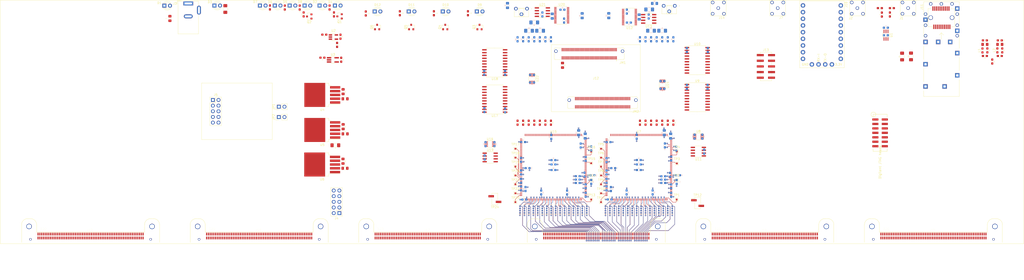
<source format=kicad_pcb>
(kicad_pcb (version 20171130) (host pcbnew 5.1.5+dfsg1-2build2)
  (layers (0 F.Cu signal) (1 In1.Cu signal) (2 In2.Cu signal) (3 In3.Cu signal) (4 In4.Cu signal) (31 B.Cu signal) (34 B.Paste user) (35 F.Paste user) (36 B.SilkS user) (37 F.SilkS user) (38 B.Mask user) (39 F.Mask user) (44 Edge.Cuts user))
  (net 0 "")
  (net 1 GNDD)
  (net 2 +3V3)
  (net 3 "Net-(C4-Pad1)")
  (net 4 VCC)
  (net 5 GNDA)
  (net 6 "Net-(C33-Pad1)")
  (net 7 "Net-(C34-Pad1)")
  (net 8 "Net-(C35-Pad1)")
  (net 9 "Net-(C36-Pad1)")
  (net 10 "Net-(C37-Pad1)")
  (net 11 "Net-(C38-Pad1)")
  (net 12 "Net-(C39-Pad1)")
  (net 13 "Net-(C40-Pad1)")
  (net 14 "Net-(C41-Pad1)")
  (net 15 "Net-(C42-Pad1)")
  (net 16 "Net-(C44-Pad1)")
  (net 17 "Net-(C45-Pad1)")
  (net 18 "Net-(C46-Pad1)")
  (net 19 "Net-(C47-Pad1)")
  (net 20 "Net-(C48-Pad1)")
  (net 21 "Net-(C49-Pad1)")
  (net 22 "Net-(C52-Pad1)")
  (net 23 "Net-(C53-Pad1)")
  (net 24 "Net-(C54-Pad1)")
  (net 25 "Net-(C55-Pad1)")
  (net 26 "Net-(C57-Pad1)")
  (net 27 "Net-(C58-Pad1)")
  (net 28 "Net-(C59-Pad1)")
  (net 29 "Net-(C60-Pad1)")
  (net 30 "Net-(C62-Pad1)")
  (net 31 "Net-(C63-Pad1)")
  (net 32 "Net-(C64-Pad1)")
  (net 33 "Net-(C81-Pad1)")
  (net 34 "Net-(C82-Pad1)")
  (net 35 "Net-(C85-Pad1)")
  (net 36 "Net-(C93-Pad1)")
  (net 37 "Net-(C116-Pad1)")
  (net 38 "Net-(C117-Pad1)")
  (net 39 "Net-(C119-Pad1)")
  (net 40 "Net-(C120-Pad1)")
  (net 41 "Net-(C121-Pad1)")
  (net 42 "Net-(C123-Pad1)")
  (net 43 "Net-(C124-Pad1)")
  (net 44 "Net-(C125-Pad1)")
  (net 45 "Net-(C127-Pad1)")
  (net 46 "Net-(C137-Pad1)")
  (net 47 "Net-(C138-Pad1)")
  (net 48 "Net-(C139-Pad1)")
  (net 49 "Net-(C140-Pad1)")
  (net 50 "Net-(C141-Pad1)")
  (net 51 "Net-(C142-Pad1)")
  (net 52 "Net-(C143-Pad1)")
  (net 53 "Net-(C144-Pad1)")
  (net 54 /Trenz_Module/TDI)
  (net 55 /Trenz_Module/TDO)
  (net 56 /Trenz_Module/TCK)
  (net 57 /Trenz_Module/TMS)
  (net 58 /Trenz_Module/MGT_TX2_N)
  (net 59 /Trenz_Module/MGT_TX2_P)
  (net 60 /Trenz_Module/MGT_RX2_N)
  (net 61 /Trenz_Module/MGT_RX2_P)
  (net 62 /Trenz_Module/UART_FROM_MOD)
  (net 63 /Trenz_Module/UART_TO_MOD)
  (net 64 +1V8)
  (net 65 /Trenz_Module/SFP0_RS1)
  (net 66 /Trenz_Module/SFP0_LOS)
  (net 67 /Trenz_Module/SFP0_RS0)
  (net 68 /Trenz_Module/SFP0_M-DEF0)
  (net 69 /Trenz_Module/SFP0_TX_FAULT)
  (net 70 /Trenz_Module/SFP0_TX_DIS)
  (net 71 /Trenz_Module/SFP0_SDA)
  (net 72 /Trenz_Module/SFP0_SCL)
  (net 73 /CLK_TRIG/CLOCK)
  (net 74 /CLK_TRIG/TRIGGER)
  (net 75 /Backplane/BIAS3)
  (net 76 /Backplane/BIAS1)
  (net 77 /Backplane/OUT)
  (net 78 /Backplane/BIAS4)
  (net 79 /Backplane/BIAS2)
  (net 80 "Net-(Q1-Pad3)")
  (net 81 "Net-(Q2-Pad3)")
  (net 82 "Net-(R48-Pad2)")
  (net 83 "Net-(R49-Pad2)")
  (net 84 "Net-(R50-Pad2)")
  (net 85 "Net-(R51-Pad2)")
  (net 86 "Net-(R52-Pad2)")
  (net 87 "Net-(R53-Pad2)")
  (net 88 "Net-(R55-Pad1)")
  (net 89 "Net-(R56-Pad1)")
  (net 90 "Net-(R56-Pad2)")
  (net 91 "Net-(TP1-Pad1)")
  (net 92 3.3V_CITIROC)
  (net 93 1.8V_CITIROC)
  (net 94 "Net-(C3-Pad1)")
  (net 95 5V_DAC)
  (net 96 3.3V_SFP)
  (net 97 3.3V_TRENZ)
  (net 98 "Net-(C17-Pad2)")
  (net 99 "Net-(C18-Pad2)")
  (net 100 "Net-(C43-Pad1)")
  (net 101 "Net-(C50-Pad1)")
  (net 102 "Net-(C51-Pad1)")
  (net 103 "Net-(C56-Pad1)")
  (net 104 "Net-(C61-Pad1)")
  (net 105 "Net-(C65-Pad2)")
  (net 106 "Net-(C66-Pad2)")
  (net 107 "Net-(C67-Pad2)")
  (net 108 "Net-(C71-Pad2)")
  (net 109 "Net-(C72-Pad1)")
  (net 110 "Net-(C73-Pad1)")
  (net 111 "Net-(C75-Pad1)")
  (net 112 "Net-(C76-Pad1)")
  (net 113 "Net-(C78-Pad1)")
  (net 114 "Net-(C118-Pad1)")
  (net 115 "Net-(C122-Pad1)")
  (net 116 "Net-(C126-Pad1)")
  (net 117 "Net-(C128-Pad1)")
  (net 118 "Net-(C129-Pad1)")
  (net 119 "Net-(C130-Pad1)")
  (net 120 "Net-(C131-Pad1)")
  (net 121 "Net-(C132-Pad1)")
  (net 122 "Net-(C133-Pad1)")
  (net 123 "Net-(C134-Pad1)")
  (net 124 "Net-(C135-Pad1)")
  (net 125 "Net-(C136-Pad1)")
  (net 126 "Net-(C158-Pad1)")
  (net 127 "Net-(J7-Pad1)")
  (net 128 /CITIROC_1/Serial_ctrl8)
  (net 129 /CITIROC_1/Serial_ctrl7)
  (net 130 /CITIROC_1/Serial_ctrl6)
  (net 131 /CITIROC_1/Serial_ctrl5)
  (net 132 /CITIROC_1/Serial_ctrl4)
  (net 133 /CITIROC_1/Serial_ctrl3)
  (net 134 /CITIROC_1/Serial_ctrl2)
  (net 135 /CITIROC_1/Serial_ctrl1)
  (net 136 /CITIROC_1/Serial_ctrl0)
  (net 137 /CITIROC_1/SH_Ctrl9)
  (net 138 /CITIROC_1/SH_Ctrl8)
  (net 139 /CITIROC_1/SH_Ctrl7)
  (net 140 /CITIROC_1/SH_Ctrl6)
  (net 141 /CITIROC_1/SH_Ctrl5)
  (net 142 /CITIROC_1/SH_Ctrl4)
  (net 143 /CITIROC_1/SH_Ctrl3)
  (net 144 /CITIROC_1/SH_Ctrl2)
  (net 145 /CITIROC_1/SH_Ctrl1)
  (net 146 /CITIROC_1/SH_Ctrl0)
  (net 147 /CITIROC_1/Fast_Trig3)
  (net 148 /CITIROC_1/Fast_Trig2)
  (net 149 /CITIROC_1/Fast_Trig1)
  (net 150 /CITIROC_1/Fast_Trig0)
  (net 151 /POWER/ENABLE)
  (net 152 /CITIROC_1/TRIG_OUT0)
  (net 153 /CITIROC_1/TRIG_OUT1)
  (net 154 /CITIROC_1/TRIG_OUT2)
  (net 155 /CITIROC_1/TRIG_OUT3)
  (net 156 /CITIROC_1/TRIG_OUT4)
  (net 157 /CITIROC_1/TRIG_OUT5)
  (net 158 /CITIROC_1/TRIG_OUT6)
  (net 159 /CITIROC_1/TRIG_OUT7)
  (net 160 /CITIROC_1/TRIG_OUT8)
  (net 161 /CITIROC_1/TRIG_OUT9)
  (net 162 /CITIROC_1/TRIG_OUT10)
  (net 163 /CITIROC_1/TRIG_OUT11)
  (net 164 /CITIROC_1/TRIG_OUT12)
  (net 165 /CITIROC_1/TRIG_OUT13)
  (net 166 /CITIROC_1/TRIG_OUT14)
  (net 167 /CITIROC_1/TRIG_OUT15)
  (net 168 /CITIROC_1/TRIG_OUT16)
  (net 169 /CITIROC_1/TRIG_OUT17)
  (net 170 /CITIROC_1/TRIG_OUT18)
  (net 171 /CITIROC_1/TRIG_OUT19)
  (net 172 /CITIROC_1/TRIG_OUT20)
  (net 173 /CITIROC_1/TRIG_OUT21)
  (net 174 /CITIROC_1/TRIG_OUT22)
  (net 175 /CITIROC_1/TRIG_OUT23)
  (net 176 /CITIROC_1/TRIG_OUT24)
  (net 177 /CITIROC_1/TRIG_OUT25)
  (net 178 /CITIROC_1/TRIG_OUT26)
  (net 179 /CITIROC_1/TRIG_OUT27)
  (net 180 /CITIROC_1/TRIG_OUT28)
  (net 181 /CITIROC_1/TRIG_OUT29)
  (net 182 /CITIROC_1/TRIG_OUT30)
  (net 183 /CITIROC_1/TRIG_OUT31)
  (net 184 "Net-(Q3-Pad3)")
  (net 185 "Net-(Q4-Pad3)")
  (net 186 "Net-(Q5-Pad3)")
  (net 187 "Net-(J2-Pad1)")
  (net 188 "Net-(R3-Pad2)")
  (net 189 "Net-(R4-Pad1)")
  (net 190 "Net-(D1-Pad2)")
  (net 191 "Net-(D2-Pad2)")
  (net 192 "Net-(D3-Pad2)")
  (net 193 "Net-(D5-Pad2)")
  (net 194 "Net-(D6-Pad2)")
  (net 195 "Net-(D7-Pad2)")
  (net 196 "Net-(D8-Pad1)")
  (net 197 "Net-(R46-Pad1)")
  (net 198 "Net-(R47-Pad2)")
  (net 199 "Net-(R55-Pad2)")
  (net 200 "Net-(R57-Pad1)")
  (net 201 "Net-(R58-Pad2)")
  (net 202 "Net-(R58-Pad1)")
  (net 203 /CITIROC_1/OUT)
  (net 204 "Net-(R103-Pad2)")
  (net 205 "Net-(R105-Pad2)")
  (net 206 "Net-(D9-Pad1)")
  (net 207 "Net-(D10-Pad1)")
  (net 208 "Net-(D11-Pad1)")
  (net 209 "Net-(D12-Pad1)")
  (net 210 "Net-(U12-Pad15)")
  (net 211 "Net-(U12-Pad16)")
  (net 212 "Net-(U14-Pad7)")
  (net 213 "Net-(U15-Pad3)")
  (net 214 "Net-(C100-Pad2)")
  (net 215 "Net-(C145-Pad1)")
  (net 216 "Net-(C146-Pad1)")
  (net 217 "Net-(C148-Pad2)")
  (net 218 "Net-(C149-Pad2)")
  (net 219 "Net-(C155-Pad1)")
  (net 220 "Net-(C164-Pad1)")
  (net 221 "Net-(R104-Pad2)")
  (net 222 "Net-(R106-Pad2)")
  (net 223 "Net-(R108-Pad2)")
  (net 224 "Net-(R109-Pad2)")
  (net 225 "Net-(R111-Pad2)")
  (net 226 "Net-(R111-Pad1)")
  (net 227 "Net-(TP3-Pad1)")
  (net 228 "Net-(TP4-Pad1)")
  (net 229 "Net-(TP5-Pad1)")
  (net 230 "Net-(TP6-Pad1)")
  (net 231 "Net-(TP7-Pad1)")
  (net 232 "Net-(TP8-Pad1)")
  (net 233 "Net-(TP9-Pad1)")
  (net 234 "Net-(TP10-Pad1)")
  (net 235 "Net-(TP11-Pad1)")
  (net 236 "Net-(TP12-Pad1)")
  (net 237 "Net-(TP13-Pad1)")
  (net 238 "Net-(TP15-Pad1)")
  (net 239 "Net-(TP16-Pad1)")
  (net 240 "Net-(TP17-Pad1)")
  (net 241 "Net-(TP18-Pad1)")
  (net 242 "Net-(TP19-Pad1)")
  (net 243 "Net-(TP20-Pad1)")
  (net 244 "Net-(TP21-Pad1)")
  (net 245 "Net-(TP22-Pad1)")
  (net 246 "Net-(TP23-Pad1)")
  (net 247 "Net-(TP24-Pad1)")
  (net 248 "Net-(U3-Pad4)")
  (net 249 "Net-(U7-Pad3)")
  (net 250 "Net-(U7-Pad70)")
  (net 251 "Net-(U7-Pad71)")
  (net 252 "Net-(U7-Pad72)")
  (net 253 "Net-(U7-Pad79)")
  (net 254 "Net-(U7-Pad82)")
  (net 255 "Net-(U7-Pad120)")
  (net 256 "Net-(U7-Pad124)")
  (net 257 "Net-(U10-Pad15)")
  (net 258 "Net-(U10-Pad14)")
  (net 259 "Net-(U10-Pad13)")
  (net 260 "Net-(U7-Pad131)")
  (net 261 "Net-(U10-Pad16)")
  (net 262 "Net-(U10-Pad18)")
  (net 263 "Net-(U10-Pad17)")
  (net 264 "Net-(U10-Pad19)")
  (net 265 "Net-(U7-Pad155)")
  (net 266 "Net-(U11-Pad2)")
  (net 267 "Net-(U11-Pad3)")
  (net 268 "Net-(U10-Pad9)")
  (net 269 "Net-(U10-Pad12)")
  (net 270 "Net-(U12-Pad30)")
  (net 271 "Net-(U12-Pad29)")
  (net 272 "Net-(U12-Pad7)")
  (net 273 "Net-(U12-Pad2)")
  (net 274 "Net-(U12-Pad1)")
  (net 275 "Net-(U13-Pad8)")
  (net 276 "Net-(U13-Pad7)")
  (net 277 "Net-(U13-Pad3)")
  (net 278 "Net-(U13-Pad1)")
  (net 279 "Net-(U15-Pad70)")
  (net 280 "Net-(U15-Pad71)")
  (net 281 "Net-(U15-Pad72)")
  (net 282 "Net-(U15-Pad79)")
  (net 283 "Net-(U15-Pad82)")
  (net 284 "Net-(U15-Pad120)")
  (net 285 "Net-(U15-Pad124)")
  (net 286 "Net-(U15-Pad125)")
  (net 287 "Net-(U15-Pad126)")
  (net 288 "Net-(U15-Pad127)")
  (net 289 "Net-(U15-Pad128)")
  (net 290 "Net-(U15-Pad131)")
  (net 291 "Net-(U15-Pad132)")
  (net 292 "Net-(U15-Pad133)")
  (net 293 "Net-(U15-Pad134)")
  (net 294 "Net-(U15-Pad135)")
  (net 295 "Net-(U15-Pad136)")
  (net 296 "Net-(U15-Pad155)")
  (net 297 "Net-(U16-Pad6)")
  (net 298 "Net-(U16-Pad7)")
  (net 299 "Net-(U18-Pad12)")
  (net 300 "Net-(U18-Pad9)")
  (net 301 "Net-(U20-Pad30)")
  (net 302 "Net-(U20-Pad29)")
  (net 303 "Net-(U20-Pad16)")
  (net 304 "Net-(U20-Pad15)")
  (net 305 "Net-(U20-Pad7)")
  (net 306 "Net-(U20-Pad2)")
  (net 307 "Net-(U20-Pad1)")
  (net 308 "Net-(U21-Pad8)")
  (net 309 "Net-(U21-Pad7)")
  (net 310 "Net-(U21-Pad3)")
  (net 311 "Net-(U21-Pad1)")
  (net 312 "Net-(C90-Pad1)")
  (net 313 "Net-(C92-Pad2)")
  (net 314 "Net-(C92-Pad1)")
  (net 315 "Net-(C93-Pad2)")
  (net 316 "Net-(C101-Pad2)")
  (net 317 "Net-(C147-Pad1)")
  (net 318 "Net-(C150-Pad2)")
  (net 319 "Net-(C154-Pad2)")
  (net 320 "Net-(C156-Pad1)")
  (net 321 "Net-(C159-Pad1)")
  (net 322 "Net-(C161-Pad1)")
  (net 323 "Net-(C165-Pad1)")
  (net 324 "Net-(C168-Pad1)")
  (net 325 "Net-(D4-Pad1)")
  (net 326 "Net-(Q6-Pad3)")
  (net 327 "Net-(R102-Pad1)")
  (net 328 "Net-(R107-Pad2)")
  (net 329 "Net-(R112-Pad1)")
  (net 330 "Net-(R112-Pad2)")
  (net 331 "Net-(R113-Pad1)")
  (net 332 "Net-(R114-Pad2)")
  (net 333 "Net-(R114-Pad1)")
  (net 334 "Net-(J1-Pad1)")
  (net 335 "Net-(J4-Pad9)")
  (net 336 "Net-(J4-Pad10)")
  (net 337 "Net-(J5-Pad6)")
  (net 338 "Net-(J5-Pad5)")
  (net 339 "Net-(J6-Pad1)")
  (net 340 "Net-(J6-Pad3)")
  (net 341 /CITIROC_1/SIPM_IN0)
  (net 342 /CITIROC_2/SIPM_IN0)
  (net 343 /CITIROC_1/SIPM_IN1)
  (net 344 /CITIROC_2/SIPM_IN1)
  (net 345 /CITIROC_1/SIPM_IN2)
  (net 346 /CITIROC_2/SIPM_IN2)
  (net 347 /CITIROC_1/SIPM_IN3)
  (net 348 /CITIROC_2/SIPM_IN3)
  (net 349 /CITIROC_1/SIPM_IN4)
  (net 350 /CITIROC_2/SIPM_IN4)
  (net 351 /CITIROC_1/SIPM_IN5)
  (net 352 /CITIROC_2/SIPM_IN5)
  (net 353 /CITIROC_1/SIPM_IN6)
  (net 354 /CITIROC_2/SIPM_IN6)
  (net 355 /CITIROC_1/SIPM_IN7)
  (net 356 /CITIROC_2/SIPM_IN7)
  (net 357 /CITIROC_1/SIPM_IN8)
  (net 358 /CITIROC_2/SIPM_IN8)
  (net 359 /CITIROC_1/SIPM_IN9)
  (net 360 /CITIROC_2/SIPM_IN9)
  (net 361 /CITIROC_1/SIPM_IN10)
  (net 362 /CITIROC_2/SIPM_IN10)
  (net 363 /CITIROC_1/SIPM_IN11)
  (net 364 /CITIROC_2/SIPM_IN11)
  (net 365 /CITIROC_1/SIPM_IN12)
  (net 366 /CITIROC_2/SIPM_IN12)
  (net 367 /CITIROC_1/SIPM_IN13)
  (net 368 /CITIROC_2/SIPM_IN13)
  (net 369 /CITIROC_1/SIPM_IN14)
  (net 370 /CITIROC_2/SIPM_IN14)
  (net 371 /CITIROC_1/SIPM_IN15)
  (net 372 /CITIROC_2/SIPM_IN15)
  (net 373 /CITIROC_1/SIPM_IN16)
  (net 374 /CITIROC_2/SIPM_IN16)
  (net 375 /CITIROC_1/SIPM_IN17)
  (net 376 /CITIROC_2/SIPM_IN17)
  (net 377 /CITIROC_1/SIPM_IN18)
  (net 378 /CITIROC_2/SIPM_IN18)
  (net 379 /CITIROC_1/SIPM_IN19)
  (net 380 /CITIROC_2/SIPM_IN19)
  (net 381 /CITIROC_1/SIPM_IN20)
  (net 382 /CITIROC_2/SIPM_IN20)
  (net 383 /CITIROC_1/SIPM_IN21)
  (net 384 /CITIROC_2/SIPM_IN21)
  (net 385 /CITIROC_1/SIPM_IN22)
  (net 386 /CITIROC_2/SIPM_IN22)
  (net 387 /CITIROC_1/SIPM_IN23)
  (net 388 /CITIROC_2/SIPM_IN23)
  (net 389 /CITIROC_1/SIPM_IN24)
  (net 390 /CITIROC_2/SIPM_IN24)
  (net 391 /CITIROC_1/SIPM_IN25)
  (net 392 /CITIROC_2/SIPM_IN25)
  (net 393 /CITIROC_1/SIPM_IN26)
  (net 394 /CITIROC_2/SIPM_IN26)
  (net 395 /CITIROC_1/SIPM_IN27)
  (net 396 /CITIROC_2/SIPM_IN27)
  (net 397 /CITIROC_1/SIPM_IN28)
  (net 398 /CITIROC_2/SIPM_IN28)
  (net 399 /CITIROC_1/SIPM_IN29)
  (net 400 /CITIROC_2/SIPM_IN29)
  (net 401 /CITIROC_1/SIPM_IN30)
  (net 402 /CITIROC_2/SIPM_IN30)
  (net 403 /CITIROC_1/SIPM_IN31)
  (net 404 /CITIROC_2/SIPM_IN31)
  (net 405 "Net-(J8-Pad81)")
  (net 406 "Net-(J8-Pad82)")
  (net 407 "Net-(J8-Pad83)")
  (net 408 "Net-(J8-Pad84)")
  (net 409 "Net-(J8-Pad85)")
  (net 410 "Net-(J8-Pad86)")
  (net 411 "Net-(J8-Pad87)")
  (net 412 "Net-(J8-Pad88)")
  (net 413 "Net-(J8-Pad89)")
  (net 414 "Net-(J8-Pad90)")
  (net 415 "Net-(J8-Pad91)")
  (net 416 "Net-(J8-Pad92)")
  (net 417 "Net-(J8-Pad93)")
  (net 418 "Net-(J8-Pad94)")
  (net 419 "Net-(J8-Pad95)")
  (net 420 "Net-(J8-Pad96)")
  (net 421 "Net-(J8-Pad97)")
  (net 422 "Net-(J8-Pad98)")
  (net 423 "Net-(J8-Pad99)")
  (net 424 "Net-(J8-Pad100)")
  (net 425 "Net-(J8-Pad101)")
  (net 426 "Net-(J8-Pad102)")
  (net 427 "Net-(J8-Pad103)")
  (net 428 "Net-(J8-Pad104)")
  (net 429 "Net-(J8-Pad105)")
  (net 430 "Net-(J8-Pad106)")
  (net 431 "Net-(J8-Pad107)")
  (net 432 "Net-(J8-Pad108)")
  (net 433 "Net-(J8-Pad109)")
  (net 434 "Net-(J8-Pad110)")
  (net 435 "Net-(J8-Pad111)")
  (net 436 "Net-(J8-Pad112)")
  (net 437 "Net-(J8-Pad113)")
  (net 438 "Net-(J8-Pad114)")
  (net 439 "Net-(J8-Pad115)")
  (net 440 "Net-(J8-Pad116)")
  (net 441 "Net-(J8-Pad117)")
  (net 442 "Net-(J8-Pad118)")
  (net 443 "Net-(J8-Pad119)")
  (net 444 "Net-(J8-Pad120)")
  (net 445 "Net-(J9-Pad12)")
  (net 446 "Net-(J9-Pad14)")
  (net 447 /CITIROC_2/Serial_ctrl8)
  (net 448 /CITIROC_2/Serial_ctrl7)
  (net 449 /CITIROC_2/Serial_ctrl6)
  (net 450 /CITIROC_2/Serial_ctrl5)
  (net 451 /CITIROC_2/Serial_ctrl4)
  (net 452 /CITIROC_2/Serial_ctrl3)
  (net 453 /CITIROC_2/Serial_ctrl2)
  (net 454 /CITIROC_2/Serial_ctrl1)
  (net 455 /CITIROC_2/Serial_ctrl0)
  (net 456 /CITIROC_2/SH_Ctrl9)
  (net 457 /CITIROC_2/SH_Ctrl8)
  (net 458 /CITIROC_2/SH_Ctrl7)
  (net 459 /CITIROC_2/SH_Ctrl6)
  (net 460 /CITIROC_2/SH_Ctrl5)
  (net 461 /CITIROC_2/SH_Ctrl4)
  (net 462 /CITIROC_2/SH_Ctrl3)
  (net 463 /CITIROC_2/SH_Ctrl2)
  (net 464 /CITIROC_2/SH_Ctrl1)
  (net 465 /CITIROC_2/SH_Ctrl0)
  (net 466 /CITIROC_2/ADC_SERIAL3)
  (net 467 /CITIROC_2/ADC_SERIAL2)
  (net 468 /CITIROC_2/ADC_SERIAL1)
  (net 469 /Trenz_Module/TEST4)
  (net 470 /Trenz_Module/TEST3)
  (net 471 /Trenz_Module/TEST2)
  (net 472 /Trenz_Module/TEST1)
  (net 473 /Trenz_Module/TEST0)
  (net 474 /CITIROC_1/ADC_SERIAL3)
  (net 475 /CITIROC_1/ADC_SERIAL2)
  (net 476 /CITIROC_1/ADC_SERIAL1)
  (net 477 /CITIROC_1/ADC_SERIAL0)
  (net 478 /CITIROC_2/ADC_SERIAL0)
  (net 479 /CITIROC_2/TRIG_OUT0)
  (net 480 /CITIROC_2/TRIG_OUT1)
  (net 481 /CITIROC_2/TRIG_OUT2)
  (net 482 /CITIROC_2/TRIG_OUT3)
  (net 483 /CITIROC_2/TRIG_OUT4)
  (net 484 /CITIROC_2/TRIG_OUT5)
  (net 485 /CITIROC_2/TRIG_OUT6)
  (net 486 /CITIROC_2/TRIG_OUT7)
  (net 487 /CITIROC_2/TRIG_OUT8)
  (net 488 /CITIROC_2/TRIG_OUT9)
  (net 489 /CITIROC_2/TRIG_OUT10)
  (net 490 /CITIROC_2/TRIG_OUT11)
  (net 491 /CITIROC_2/TRIG_OUT12)
  (net 492 /CITIROC_2/TRIG_OUT13)
  (net 493 /CITIROC_2/TRIG_OUT14)
  (net 494 /CITIROC_2/TRIG_OUT15)
  (net 495 /CITIROC_2/TRIG_OUT16)
  (net 496 /CITIROC_2/TRIG_OUT17)
  (net 497 /CITIROC_2/TRIG_OUT18)
  (net 498 /CITIROC_2/TRIG_OUT19)
  (net 499 /CITIROC_2/TRIG_OUT20)
  (net 500 /CITIROC_2/TRIG_OUT21)
  (net 501 /CITIROC_2/TRIG_OUT22)
  (net 502 /CITIROC_2/TRIG_OUT23)
  (net 503 /CITIROC_2/TRIG_OUT24)
  (net 504 /CITIROC_2/TRIG_OUT25)
  (net 505 /CITIROC_2/TRIG_OUT26)
  (net 506 /CITIROC_2/TRIG_OUT27)
  (net 507 /CITIROC_2/TRIG_OUT28)
  (net 508 /CITIROC_2/TRIG_OUT29)
  (net 509 /CITIROC_2/TRIG_OUT30)
  (net 510 /CITIROC_2/TRIG_OUT31)
  (net 511 /CITIROC_2/Fast_Trig0)
  (net 512 /CITIROC_2/Fast_Trig1)
  (net 513 /CITIROC_2/Fast_Trig2)
  (net 514 /CITIROC_2/Fast_Trig3)
  (net 515 "Net-(J10-Pad11)")
  (net 516 "Net-(J10-Pad13)")
  (net 517 "Net-(J10-Pad10)")
  (net 518 "Net-(J10-Pad12)")
  (net 519 "Net-(J10-Pad8)")
  (net 520 "Net-(J10-Pad6)")
  (net 521 "Net-(J10-Pad7)")
  (net 522 "Net-(J10-Pad5)")
  (net 523 "Net-(J10-Pad9)")
  (net 524 "Net-(J10-Pad14)")
  (net 525 "Net-(J10-Pad16)")
  (net 526 "Net-(J10-Pad17)")
  (net 527 "Net-(J10-Pad21)")
  (net 528 "Net-(J10-Pad20)")
  (net 529 "Net-(J10-Pad15)")
  (net 530 "Net-(J10-Pad19)")
  (net 531 "Net-(J10-Pad18)")
  (net 532 "Net-(J10-Pad22)")
  (net 533 "Net-(J12-PadA8)")
  (net 534 "Net-(J12-PadA4)")
  (net 535 "Net-(J12-PadA2)")
  (net 536 "Net-(J12-PadA83)")
  (net 537 "Net-(J12-PadA21)")
  (net 538 "Net-(J12-PadA19)")
  (net 539 "Net-(J12-PadA15)")
  (net 540 "Net-(J12-PadA13)")
  (net 541 "Net-(J12-PadA96)")
  (net 542 "Net-(J12-PadA94)")
  (net 543 "Net-(J12-PadA3)")
  (net 544 "Net-(J12-PadA1)")
  (net 545 "Net-(J12-PadB73)")
  (net 546 "Net-(J12-PadB24)")
  (net 547 "Net-(J12-PadB67)")
  (net 548 "Net-(J12-PadB70)")
  (net 549 "Net-(J12-PadB68)")
  (net 550 "Net-(J12-PadB26)")
  (net 551 "Net-(J12-PadB71)")
  (net 552 "Net-(J12-PadB100)")
  (net 553 "Net-(J12-PadB53)")
  (net 554 "Net-(J12-PadB69)")
  (net 555 "Net-(J14-Pad1)")
  (net 556 "Net-(J15-Pad1)")
  (net 557 "Net-(J15-Pad2)")
  (net 558 "Net-(J15-Pad3)")
  (net 559 "Net-(J15-Pad4)")
  (net 560 "Net-(J15-Pad5)")
  (net 561 "Net-(J15-Pad6)")
  (net 562 "Net-(J15-Pad7)")
  (net 563 "Net-(J15-Pad8)")
  (net 564 "Net-(J15-Pad9)")
  (net 565 "Net-(J15-Pad10)")
  (net 566 "Net-(J15-Pad11)")
  (net 567 "Net-(J15-Pad12)")
  (net 568 "Net-(J15-Pad13)")
  (net 569 "Net-(J15-Pad14)")
  (net 570 "Net-(J15-Pad15)")
  (net 571 "Net-(J15-Pad16)")
  (net 572 "Net-(J15-Pad17)")
  (net 573 "Net-(J15-Pad18)")
  (net 574 "Net-(J15-Pad19)")
  (net 575 "Net-(J15-Pad20)")
  (net 576 "Net-(J15-Pad21)")
  (net 577 "Net-(J15-Pad22)")
  (net 578 "Net-(J15-Pad23)")
  (net 579 "Net-(J15-Pad24)")
  (net 580 "Net-(J15-Pad25)")
  (net 581 "Net-(J15-Pad26)")
  (net 582 "Net-(J15-Pad27)")
  (net 583 "Net-(J15-Pad28)")
  (net 584 "Net-(J15-Pad29)")
  (net 585 "Net-(J15-Pad30)")
  (net 586 "Net-(J15-Pad31)")
  (net 587 "Net-(J15-Pad32)")
  (net 588 "Net-(J15-Pad33)")
  (net 589 "Net-(J15-Pad34)")
  (net 590 "Net-(J15-Pad35)")
  (net 591 "Net-(J15-Pad36)")
  (net 592 "Net-(J15-Pad37)")
  (net 593 "Net-(J15-Pad38)")
  (net 594 "Net-(J15-Pad39)")
  (net 595 "Net-(J15-Pad40)")
  (net 596 "Net-(J15-Pad41)")
  (net 597 "Net-(J15-Pad42)")
  (net 598 "Net-(J15-Pad43)")
  (net 599 "Net-(J15-Pad44)")
  (net 600 "Net-(J15-Pad45)")
  (net 601 "Net-(J15-Pad46)")
  (net 602 "Net-(J15-Pad47)")
  (net 603 "Net-(J15-Pad48)")
  (net 604 "Net-(J15-Pad49)")
  (net 605 "Net-(J15-Pad50)")
  (net 606 "Net-(J15-Pad51)")
  (net 607 "Net-(J15-Pad52)")
  (net 608 "Net-(J15-Pad53)")
  (net 609 "Net-(J15-Pad54)")
  (net 610 "Net-(J15-Pad55)")
  (net 611 "Net-(J15-Pad56)")
  (net 612 "Net-(J15-Pad57)")
  (net 613 "Net-(J15-Pad58)")
  (net 614 "Net-(J15-Pad59)")
  (net 615 "Net-(J15-Pad60)")
  (net 616 "Net-(J15-Pad61)")
  (net 617 "Net-(J15-Pad62)")
  (net 618 "Net-(J15-Pad63)")
  (net 619 "Net-(J15-Pad64)")
  (net 620 "Net-(J15-Pad65)")
  (net 621 "Net-(J15-Pad66)")
  (net 622 "Net-(J15-Pad67)")
  (net 623 "Net-(J15-Pad68)")
  (net 624 "Net-(J15-Pad69)")
  (net 625 "Net-(J15-Pad70)")
  (net 626 "Net-(J15-Pad71)")
  (net 627 "Net-(J15-Pad72)")
  (net 628 "Net-(J15-Pad73)")
  (net 629 "Net-(J15-Pad74)")
  (net 630 "Net-(J15-Pad75)")
  (net 631 "Net-(J15-Pad76)")
  (net 632 "Net-(J15-Pad77)")
  (net 633 "Net-(J15-Pad78)")
  (net 634 "Net-(J15-Pad79)")
  (net 635 "Net-(J15-Pad80)")
  (net 636 "Net-(J15-Pad81)")
  (net 637 "Net-(J15-Pad82)")
  (net 638 "Net-(J15-Pad83)")
  (net 639 "Net-(J15-Pad84)")
  (net 640 "Net-(J15-Pad85)")
  (net 641 "Net-(J15-Pad86)")
  (net 642 "Net-(J15-Pad87)")
  (net 643 "Net-(J15-Pad88)")
  (net 644 "Net-(J15-Pad89)")
  (net 645 "Net-(J15-Pad90)")
  (net 646 "Net-(J15-Pad91)")
  (net 647 "Net-(J15-Pad92)")
  (net 648 "Net-(J15-Pad93)")
  (net 649 "Net-(J15-Pad94)")
  (net 650 "Net-(J15-Pad95)")
  (net 651 "Net-(J15-Pad96)")
  (net 652 "Net-(J15-Pad97)")
  (net 653 "Net-(J15-Pad98)")
  (net 654 "Net-(J15-Pad99)")
  (net 655 "Net-(J15-Pad100)")
  (net 656 "Net-(J15-Pad101)")
  (net 657 "Net-(J15-Pad102)")
  (net 658 "Net-(J15-Pad103)")
  (net 659 "Net-(J15-Pad104)")
  (net 660 "Net-(J15-Pad105)")
  (net 661 "Net-(J15-Pad106)")
  (net 662 "Net-(J15-Pad107)")
  (net 663 "Net-(J15-Pad108)")
  (net 664 "Net-(J15-Pad109)")
  (net 665 "Net-(J15-Pad110)")
  (net 666 "Net-(J15-Pad111)")
  (net 667 "Net-(J15-Pad112)")
  (net 668 "Net-(J15-Pad113)")
  (net 669 "Net-(J15-Pad114)")
  (net 670 "Net-(J15-Pad115)")
  (net 671 "Net-(J15-Pad116)")
  (net 672 "Net-(J15-Pad117)")
  (net 673 "Net-(J15-Pad118)")
  (net 674 "Net-(J15-Pad119)")
  (net 675 "Net-(J15-Pad120)")
  (net 676 "Net-(J16-Pad1)")
  (net 677 "Net-(J16-Pad2)")
  (net 678 "Net-(J16-Pad3)")
  (net 679 "Net-(J16-Pad4)")
  (net 680 "Net-(J16-Pad5)")
  (net 681 "Net-(J16-Pad6)")
  (net 682 "Net-(J16-Pad7)")
  (net 683 "Net-(J16-Pad8)")
  (net 684 "Net-(J16-Pad9)")
  (net 685 "Net-(J16-Pad10)")
  (net 686 "Net-(J16-Pad11)")
  (net 687 "Net-(J16-Pad12)")
  (net 688 "Net-(J16-Pad13)")
  (net 689 "Net-(J16-Pad14)")
  (net 690 "Net-(J16-Pad15)")
  (net 691 "Net-(J16-Pad16)")
  (net 692 "Net-(J16-Pad17)")
  (net 693 "Net-(J16-Pad18)")
  (net 694 "Net-(J16-Pad19)")
  (net 695 "Net-(J16-Pad20)")
  (net 696 "Net-(J16-Pad21)")
  (net 697 "Net-(J16-Pad22)")
  (net 698 "Net-(J16-Pad23)")
  (net 699 "Net-(J16-Pad24)")
  (net 700 "Net-(J16-Pad25)")
  (net 701 "Net-(J16-Pad26)")
  (net 702 "Net-(J16-Pad27)")
  (net 703 "Net-(J16-Pad28)")
  (net 704 "Net-(J16-Pad29)")
  (net 705 "Net-(J16-Pad30)")
  (net 706 "Net-(J16-Pad31)")
  (net 707 "Net-(J16-Pad32)")
  (net 708 "Net-(J16-Pad33)")
  (net 709 "Net-(J16-Pad34)")
  (net 710 "Net-(J16-Pad35)")
  (net 711 "Net-(J16-Pad36)")
  (net 712 "Net-(J16-Pad37)")
  (net 713 "Net-(J16-Pad38)")
  (net 714 "Net-(J16-Pad39)")
  (net 715 "Net-(J16-Pad40)")
  (net 716 "Net-(J16-Pad41)")
  (net 717 "Net-(J16-Pad42)")
  (net 718 "Net-(J16-Pad43)")
  (net 719 "Net-(J16-Pad44)")
  (net 720 "Net-(J16-Pad45)")
  (net 721 "Net-(J16-Pad46)")
  (net 722 "Net-(J16-Pad47)")
  (net 723 "Net-(J16-Pad48)")
  (net 724 "Net-(J16-Pad49)")
  (net 725 "Net-(J16-Pad50)")
  (net 726 "Net-(J16-Pad51)")
  (net 727 "Net-(J16-Pad52)")
  (net 728 "Net-(J16-Pad53)")
  (net 729 "Net-(J16-Pad54)")
  (net 730 "Net-(J16-Pad55)")
  (net 731 "Net-(J16-Pad56)")
  (net 732 "Net-(J16-Pad57)")
  (net 733 "Net-(J16-Pad58)")
  (net 734 "Net-(J16-Pad59)")
  (net 735 "Net-(J16-Pad60)")
  (net 736 "Net-(J16-Pad61)")
  (net 737 "Net-(J16-Pad62)")
  (net 738 "Net-(J16-Pad63)")
  (net 739 "Net-(J16-Pad64)")
  (net 740 "Net-(J16-Pad65)")
  (net 741 "Net-(J16-Pad66)")
  (net 742 "Net-(J16-Pad67)")
  (net 743 "Net-(J16-Pad68)")
  (net 744 "Net-(J16-Pad69)")
  (net 745 "Net-(J16-Pad70)")
  (net 746 "Net-(J16-Pad71)")
  (net 747 "Net-(J16-Pad72)")
  (net 748 "Net-(J16-Pad73)")
  (net 749 "Net-(J16-Pad74)")
  (net 750 "Net-(J16-Pad75)")
  (net 751 "Net-(J16-Pad76)")
  (net 752 "Net-(J16-Pad77)")
  (net 753 "Net-(J16-Pad78)")
  (net 754 "Net-(J16-Pad79)")
  (net 755 "Net-(J16-Pad80)")
  (net 756 "Net-(J16-Pad81)")
  (net 757 "Net-(J16-Pad82)")
  (net 758 "Net-(J16-Pad83)")
  (net 759 "Net-(J16-Pad84)")
  (net 760 "Net-(J16-Pad85)")
  (net 761 "Net-(J16-Pad86)")
  (net 762 "Net-(J16-Pad87)")
  (net 763 "Net-(J16-Pad88)")
  (net 764 "Net-(J16-Pad89)")
  (net 765 "Net-(J16-Pad90)")
  (net 766 "Net-(J16-Pad91)")
  (net 767 "Net-(J16-Pad92)")
  (net 768 "Net-(J16-Pad93)")
  (net 769 "Net-(J16-Pad94)")
  (net 770 "Net-(J16-Pad95)")
  (net 771 "Net-(J16-Pad96)")
  (net 772 "Net-(J16-Pad97)")
  (net 773 "Net-(J16-Pad98)")
  (net 774 "Net-(J16-Pad99)")
  (net 775 "Net-(J16-Pad100)")
  (net 776 "Net-(J16-Pad101)")
  (net 777 "Net-(J16-Pad102)")
  (net 778 "Net-(J16-Pad103)")
  (net 779 "Net-(J16-Pad104)")
  (net 780 "Net-(J16-Pad105)")
  (net 781 "Net-(J16-Pad106)")
  (net 782 "Net-(J16-Pad107)")
  (net 783 "Net-(J16-Pad108)")
  (net 784 "Net-(J16-Pad109)")
  (net 785 "Net-(J16-Pad110)")
  (net 786 "Net-(J16-Pad111)")
  (net 787 "Net-(J16-Pad112)")
  (net 788 "Net-(J16-Pad113)")
  (net 789 "Net-(J16-Pad114)")
  (net 790 "Net-(J16-Pad115)")
  (net 791 "Net-(J16-Pad116)")
  (net 792 "Net-(J16-Pad117)")
  (net 793 "Net-(J16-Pad118)")
  (net 794 "Net-(J16-Pad119)")
  (net 795 "Net-(J16-Pad120)")
  (net 796 "Net-(J17-Pad120)")
  (net 797 "Net-(J17-Pad119)")
  (net 798 "Net-(J17-Pad118)")
  (net 799 "Net-(J17-Pad117)")
  (net 800 "Net-(J17-Pad116)")
  (net 801 "Net-(J17-Pad115)")
  (net 802 "Net-(J17-Pad114)")
  (net 803 "Net-(J17-Pad113)")
  (net 804 "Net-(J17-Pad112)")
  (net 805 "Net-(J17-Pad111)")
  (net 806 "Net-(J17-Pad110)")
  (net 807 "Net-(J17-Pad109)")
  (net 808 "Net-(J17-Pad108)")
  (net 809 "Net-(J17-Pad107)")
  (net 810 "Net-(J17-Pad106)")
  (net 811 "Net-(J17-Pad105)")
  (net 812 "Net-(J17-Pad104)")
  (net 813 "Net-(J17-Pad103)")
  (net 814 "Net-(J17-Pad102)")
  (net 815 "Net-(J17-Pad101)")
  (net 816 "Net-(J17-Pad100)")
  (net 817 "Net-(J17-Pad99)")
  (net 818 "Net-(J17-Pad98)")
  (net 819 "Net-(J17-Pad97)")
  (net 820 "Net-(J17-Pad96)")
  (net 821 "Net-(J17-Pad95)")
  (net 822 "Net-(J17-Pad94)")
  (net 823 "Net-(J17-Pad93)")
  (net 824 "Net-(J17-Pad92)")
  (net 825 "Net-(J17-Pad91)")
  (net 826 "Net-(J17-Pad90)")
  (net 827 "Net-(J17-Pad89)")
  (net 828 "Net-(J17-Pad88)")
  (net 829 "Net-(J17-Pad87)")
  (net 830 "Net-(J17-Pad86)")
  (net 831 "Net-(J17-Pad85)")
  (net 832 "Net-(J17-Pad84)")
  (net 833 "Net-(J17-Pad83)")
  (net 834 "Net-(J17-Pad82)")
  (net 835 "Net-(J17-Pad81)")
  (net 836 "Net-(J17-Pad80)")
  (net 837 "Net-(J17-Pad79)")
  (net 838 "Net-(J17-Pad78)")
  (net 839 "Net-(J17-Pad77)")
  (net 840 "Net-(J17-Pad76)")
  (net 841 "Net-(J17-Pad75)")
  (net 842 "Net-(J17-Pad74)")
  (net 843 "Net-(J17-Pad73)")
  (net 844 "Net-(J17-Pad72)")
  (net 845 "Net-(J17-Pad71)")
  (net 846 "Net-(J17-Pad70)")
  (net 847 "Net-(J17-Pad69)")
  (net 848 "Net-(J17-Pad68)")
  (net 849 "Net-(J17-Pad67)")
  (net 850 "Net-(J17-Pad66)")
  (net 851 "Net-(J17-Pad65)")
  (net 852 "Net-(J17-Pad64)")
  (net 853 "Net-(J17-Pad63)")
  (net 854 "Net-(J17-Pad62)")
  (net 855 "Net-(J17-Pad61)")
  (net 856 "Net-(J17-Pad60)")
  (net 857 "Net-(J17-Pad59)")
  (net 858 "Net-(J17-Pad58)")
  (net 859 "Net-(J17-Pad57)")
  (net 860 "Net-(J17-Pad56)")
  (net 861 "Net-(J17-Pad55)")
  (net 862 "Net-(J17-Pad54)")
  (net 863 "Net-(J17-Pad53)")
  (net 864 "Net-(J17-Pad52)")
  (net 865 "Net-(J17-Pad51)")
  (net 866 "Net-(J17-Pad50)")
  (net 867 "Net-(J17-Pad49)")
  (net 868 "Net-(J17-Pad48)")
  (net 869 "Net-(J17-Pad47)")
  (net 870 "Net-(J17-Pad46)")
  (net 871 "Net-(J17-Pad45)")
  (net 872 "Net-(J17-Pad44)")
  (net 873 "Net-(J17-Pad43)")
  (net 874 "Net-(J17-Pad42)")
  (net 875 "Net-(J17-Pad41)")
  (net 876 "Net-(J17-Pad40)")
  (net 877 "Net-(J17-Pad39)")
  (net 878 "Net-(J17-Pad38)")
  (net 879 "Net-(J17-Pad37)")
  (net 880 "Net-(J17-Pad36)")
  (net 881 "Net-(J17-Pad35)")
  (net 882 "Net-(J17-Pad34)")
  (net 883 "Net-(J17-Pad33)")
  (net 884 "Net-(J17-Pad32)")
  (net 885 "Net-(J17-Pad31)")
  (net 886 "Net-(J17-Pad30)")
  (net 887 "Net-(J17-Pad29)")
  (net 888 "Net-(J17-Pad28)")
  (net 889 "Net-(J17-Pad27)")
  (net 890 "Net-(J17-Pad26)")
  (net 891 "Net-(J17-Pad25)")
  (net 892 "Net-(J17-Pad24)")
  (net 893 "Net-(J17-Pad23)")
  (net 894 "Net-(J17-Pad22)")
  (net 895 "Net-(J17-Pad21)")
  (net 896 "Net-(J17-Pad20)")
  (net 897 "Net-(J17-Pad19)")
  (net 898 "Net-(J17-Pad18)")
  (net 899 "Net-(J17-Pad17)")
  (net 900 "Net-(J17-Pad16)")
  (net 901 "Net-(J17-Pad15)")
  (net 902 "Net-(J17-Pad14)")
  (net 903 "Net-(J17-Pad13)")
  (net 904 "Net-(J17-Pad12)")
  (net 905 "Net-(J17-Pad11)")
  (net 906 "Net-(J17-Pad10)")
  (net 907 "Net-(J17-Pad9)")
  (net 908 "Net-(J17-Pad8)")
  (net 909 "Net-(J17-Pad7)")
  (net 910 "Net-(J17-Pad6)")
  (net 911 "Net-(J17-Pad5)")
  (net 912 "Net-(J17-Pad4)")
  (net 913 "Net-(J17-Pad3)")
  (net 914 "Net-(J17-Pad2)")
  (net 915 "Net-(J17-Pad1)")
  (net 916 "Net-(J18-Pad1)")
  (net 917 "Net-(J18-Pad2)")
  (net 918 "Net-(J18-Pad3)")
  (net 919 "Net-(J18-Pad4)")
  (net 920 "Net-(J18-Pad5)")
  (net 921 "Net-(J18-Pad6)")
  (net 922 "Net-(J18-Pad7)")
  (net 923 "Net-(J18-Pad8)")
  (net 924 "Net-(J18-Pad9)")
  (net 925 "Net-(J18-Pad10)")
  (net 926 "Net-(J18-Pad11)")
  (net 927 "Net-(J18-Pad12)")
  (net 928 "Net-(J18-Pad13)")
  (net 929 "Net-(J18-Pad14)")
  (net 930 "Net-(J18-Pad15)")
  (net 931 "Net-(J18-Pad16)")
  (net 932 "Net-(J18-Pad17)")
  (net 933 "Net-(J18-Pad18)")
  (net 934 "Net-(J18-Pad19)")
  (net 935 "Net-(J18-Pad20)")
  (net 936 "Net-(J18-Pad21)")
  (net 937 "Net-(J18-Pad22)")
  (net 938 "Net-(J18-Pad23)")
  (net 939 "Net-(J18-Pad24)")
  (net 940 "Net-(J18-Pad25)")
  (net 941 "Net-(J18-Pad26)")
  (net 942 "Net-(J18-Pad27)")
  (net 943 "Net-(J18-Pad28)")
  (net 944 "Net-(J18-Pad29)")
  (net 945 "Net-(J18-Pad30)")
  (net 946 "Net-(J18-Pad31)")
  (net 947 "Net-(J18-Pad32)")
  (net 948 "Net-(J18-Pad33)")
  (net 949 "Net-(J18-Pad34)")
  (net 950 "Net-(J18-Pad35)")
  (net 951 "Net-(J18-Pad36)")
  (net 952 "Net-(J18-Pad37)")
  (net 953 "Net-(J18-Pad38)")
  (net 954 "Net-(J18-Pad39)")
  (net 955 "Net-(J18-Pad40)")
  (net 956 "Net-(J18-Pad41)")
  (net 957 "Net-(J18-Pad42)")
  (net 958 "Net-(J18-Pad43)")
  (net 959 "Net-(J18-Pad44)")
  (net 960 "Net-(J18-Pad45)")
  (net 961 "Net-(J18-Pad46)")
  (net 962 "Net-(J18-Pad47)")
  (net 963 "Net-(J18-Pad48)")
  (net 964 "Net-(J18-Pad49)")
  (net 965 "Net-(J18-Pad50)")
  (net 966 "Net-(J18-Pad51)")
  (net 967 "Net-(J18-Pad52)")
  (net 968 "Net-(J18-Pad53)")
  (net 969 "Net-(J18-Pad54)")
  (net 970 "Net-(J18-Pad55)")
  (net 971 "Net-(J18-Pad56)")
  (net 972 "Net-(J18-Pad57)")
  (net 973 "Net-(J18-Pad58)")
  (net 974 "Net-(J18-Pad59)")
  (net 975 "Net-(J18-Pad60)")
  (net 976 "Net-(J18-Pad61)")
  (net 977 "Net-(J18-Pad62)")
  (net 978 "Net-(J18-Pad63)")
  (net 979 "Net-(J18-Pad64)")
  (net 980 "Net-(J18-Pad65)")
  (net 981 "Net-(J18-Pad66)")
  (net 982 "Net-(J18-Pad67)")
  (net 983 "Net-(J18-Pad68)")
  (net 984 "Net-(J18-Pad69)")
  (net 985 "Net-(J18-Pad70)")
  (net 986 "Net-(J18-Pad71)")
  (net 987 "Net-(J18-Pad72)")
  (net 988 "Net-(J18-Pad73)")
  (net 989 "Net-(J18-Pad74)")
  (net 990 "Net-(J18-Pad75)")
  (net 991 "Net-(J18-Pad76)")
  (net 992 "Net-(J18-Pad77)")
  (net 993 "Net-(J18-Pad78)")
  (net 994 "Net-(J18-Pad79)")
  (net 995 "Net-(J18-Pad80)")
  (net 996 "Net-(J18-Pad81)")
  (net 997 "Net-(J18-Pad82)")
  (net 998 "Net-(J18-Pad83)")
  (net 999 "Net-(J18-Pad84)")
  (net 1000 "Net-(J18-Pad85)")
  (net 1001 "Net-(J18-Pad86)")
  (net 1002 "Net-(J18-Pad87)")
  (net 1003 "Net-(J18-Pad88)")
  (net 1004 "Net-(J18-Pad89)")
  (net 1005 "Net-(J18-Pad90)")
  (net 1006 "Net-(J18-Pad91)")
  (net 1007 "Net-(J18-Pad92)")
  (net 1008 "Net-(J18-Pad93)")
  (net 1009 "Net-(J18-Pad94)")
  (net 1010 "Net-(J18-Pad95)")
  (net 1011 "Net-(J18-Pad96)")
  (net 1012 "Net-(J18-Pad97)")
  (net 1013 "Net-(J18-Pad98)")
  (net 1014 "Net-(J18-Pad99)")
  (net 1015 "Net-(J18-Pad100)")
  (net 1016 "Net-(J18-Pad101)")
  (net 1017 "Net-(J18-Pad102)")
  (net 1018 "Net-(J18-Pad103)")
  (net 1019 "Net-(J18-Pad104)")
  (net 1020 "Net-(J18-Pad105)")
  (net 1021 "Net-(J18-Pad106)")
  (net 1022 "Net-(J18-Pad107)")
  (net 1023 "Net-(J18-Pad108)")
  (net 1024 "Net-(J18-Pad109)")
  (net 1025 "Net-(J18-Pad110)")
  (net 1026 "Net-(J18-Pad111)")
  (net 1027 "Net-(J18-Pad112)")
  (net 1028 "Net-(J18-Pad113)")
  (net 1029 "Net-(J18-Pad114)")
  (net 1030 "Net-(J18-Pad115)")
  (net 1031 "Net-(J18-Pad116)")
  (net 1032 "Net-(J18-Pad117)")
  (net 1033 "Net-(J18-Pad118)")
  (net 1034 "Net-(J18-Pad119)")
  (net 1035 "Net-(J18-Pad120)")
  (net 1036 "Net-(J19-Pad120)")
  (net 1037 "Net-(J19-Pad119)")
  (net 1038 "Net-(J19-Pad118)")
  (net 1039 "Net-(J19-Pad117)")
  (net 1040 "Net-(J19-Pad116)")
  (net 1041 "Net-(J19-Pad115)")
  (net 1042 "Net-(J19-Pad114)")
  (net 1043 "Net-(J19-Pad113)")
  (net 1044 "Net-(J19-Pad112)")
  (net 1045 "Net-(J19-Pad111)")
  (net 1046 "Net-(J19-Pad110)")
  (net 1047 "Net-(J19-Pad109)")
  (net 1048 "Net-(J19-Pad108)")
  (net 1049 "Net-(J19-Pad107)")
  (net 1050 "Net-(J19-Pad106)")
  (net 1051 "Net-(J19-Pad105)")
  (net 1052 "Net-(J19-Pad104)")
  (net 1053 "Net-(J19-Pad103)")
  (net 1054 "Net-(J19-Pad102)")
  (net 1055 "Net-(J19-Pad101)")
  (net 1056 "Net-(J19-Pad100)")
  (net 1057 "Net-(J19-Pad99)")
  (net 1058 "Net-(J19-Pad98)")
  (net 1059 "Net-(J19-Pad97)")
  (net 1060 "Net-(J19-Pad96)")
  (net 1061 "Net-(J19-Pad95)")
  (net 1062 "Net-(J19-Pad94)")
  (net 1063 "Net-(J19-Pad93)")
  (net 1064 "Net-(J19-Pad92)")
  (net 1065 "Net-(J19-Pad91)")
  (net 1066 "Net-(J19-Pad90)")
  (net 1067 "Net-(J19-Pad89)")
  (net 1068 "Net-(J19-Pad88)")
  (net 1069 "Net-(J19-Pad87)")
  (net 1070 "Net-(J19-Pad86)")
  (net 1071 "Net-(J19-Pad85)")
  (net 1072 "Net-(J19-Pad84)")
  (net 1073 "Net-(J19-Pad83)")
  (net 1074 "Net-(J19-Pad82)")
  (net 1075 "Net-(J19-Pad81)")
  (net 1076 "Net-(J19-Pad80)")
  (net 1077 "Net-(J19-Pad79)")
  (net 1078 "Net-(J19-Pad78)")
  (net 1079 "Net-(J19-Pad77)")
  (net 1080 "Net-(J19-Pad76)")
  (net 1081 "Net-(J19-Pad75)")
  (net 1082 "Net-(J19-Pad74)")
  (net 1083 "Net-(J19-Pad73)")
  (net 1084 "Net-(J19-Pad72)")
  (net 1085 "Net-(J19-Pad71)")
  (net 1086 "Net-(J19-Pad70)")
  (net 1087 "Net-(J19-Pad69)")
  (net 1088 "Net-(J19-Pad68)")
  (net 1089 "Net-(J19-Pad67)")
  (net 1090 "Net-(J19-Pad66)")
  (net 1091 "Net-(J19-Pad65)")
  (net 1092 "Net-(J19-Pad64)")
  (net 1093 "Net-(J19-Pad63)")
  (net 1094 "Net-(J19-Pad62)")
  (net 1095 "Net-(J19-Pad61)")
  (net 1096 "Net-(J19-Pad60)")
  (net 1097 "Net-(J19-Pad59)")
  (net 1098 "Net-(J19-Pad58)")
  (net 1099 "Net-(J19-Pad57)")
  (net 1100 "Net-(J19-Pad56)")
  (net 1101 "Net-(J19-Pad55)")
  (net 1102 "Net-(J19-Pad54)")
  (net 1103 "Net-(J19-Pad53)")
  (net 1104 "Net-(J19-Pad52)")
  (net 1105 "Net-(J19-Pad51)")
  (net 1106 "Net-(J19-Pad50)")
  (net 1107 "Net-(J19-Pad49)")
  (net 1108 "Net-(J19-Pad48)")
  (net 1109 "Net-(J19-Pad47)")
  (net 1110 "Net-(J19-Pad46)")
  (net 1111 "Net-(J19-Pad45)")
  (net 1112 "Net-(J19-Pad44)")
  (net 1113 "Net-(J19-Pad43)")
  (net 1114 "Net-(J19-Pad42)")
  (net 1115 "Net-(J19-Pad41)")
  (net 1116 "Net-(J19-Pad40)")
  (net 1117 "Net-(J19-Pad39)")
  (net 1118 "Net-(J19-Pad38)")
  (net 1119 "Net-(J19-Pad37)")
  (net 1120 "Net-(J19-Pad36)")
  (net 1121 "Net-(J19-Pad35)")
  (net 1122 "Net-(J19-Pad34)")
  (net 1123 "Net-(J19-Pad33)")
  (net 1124 "Net-(J19-Pad32)")
  (net 1125 "Net-(J19-Pad31)")
  (net 1126 "Net-(J19-Pad30)")
  (net 1127 "Net-(J19-Pad29)")
  (net 1128 "Net-(J19-Pad28)")
  (net 1129 "Net-(J19-Pad27)")
  (net 1130 "Net-(J19-Pad26)")
  (net 1131 "Net-(J19-Pad25)")
  (net 1132 "Net-(J19-Pad24)")
  (net 1133 "Net-(J19-Pad23)")
  (net 1134 "Net-(J19-Pad22)")
  (net 1135 "Net-(J19-Pad21)")
  (net 1136 "Net-(J19-Pad20)")
  (net 1137 "Net-(J19-Pad19)")
  (net 1138 "Net-(J19-Pad18)")
  (net 1139 "Net-(J19-Pad17)")
  (net 1140 "Net-(J19-Pad16)")
  (net 1141 "Net-(J19-Pad15)")
  (net 1142 "Net-(J19-Pad14)")
  (net 1143 "Net-(J19-Pad13)")
  (net 1144 "Net-(J19-Pad12)")
  (net 1145 "Net-(J19-Pad11)")
  (net 1146 "Net-(J19-Pad10)")
  (net 1147 "Net-(J19-Pad9)")
  (net 1148 "Net-(J19-Pad8)")
  (net 1149 "Net-(J19-Pad7)")
  (net 1150 "Net-(J19-Pad6)")
  (net 1151 "Net-(J19-Pad5)")
  (net 1152 "Net-(J19-Pad4)")
  (net 1153 "Net-(J19-Pad3)")
  (net 1154 "Net-(J19-Pad2)")
  (net 1155 "Net-(J19-Pad1)")
  (net 1156 "Net-(U14-Pad6)")
  (net 1157 "Net-(J12-PadA28)")
  (net 1158 "Net-(J12-PadA26)")
  (net 1159 "Net-(J12-PadA22)")
  (net 1160 "Net-(J12-PadA20)")
  (net 1161 "Net-(J12-PadA10)")
  (net 1162 "Net-(J12-PadA27)")
  (net 1163 "Net-(J12-PadA25)")
  (module readout_trenz:QFP-160_26x26_Pitch0.65mm (layer F.Cu) (at 348.6 175 90)
    (fp_text reference U15 (at 16.02 0.01 180) (layer F.SilkS))
    (fp_text value CITIROC1A)
    (pad 160 smd rect (at -12.675 -14.5 90) (size 0.28 1) (layers F.Cu F.Paste F.Mask) (net 246 "Net-(TP23-Pad1)"))
    (pad 159 smd rect (at -12.025 -14.5 90) (size 0.28 1) (layers F.Cu F.Paste F.Mask) (net 245 "Net-(TP22-Pad1)"))
    (pad 158 smd rect (at -11.375 -14.5 90) (size 0.28 1) (layers F.Cu F.Paste F.Mask) (net 95 5V_DAC))
    (pad 157 smd rect (at -10.725 -14.5 90) (size 0.28 1) (layers F.Cu F.Paste F.Mask) (net 214 "Net-(C100-Pad2)"))
    (pad 156 smd rect (at -10.075 -14.5 90) (size 0.28 1) (layers F.Cu F.Paste F.Mask) (net 5 GNDA))
    (pad 155 smd rect (at -9.425 -14.5 90) (size 0.28 1) (layers F.Cu F.Paste F.Mask) (net 296 "Net-(U15-Pad155)"))
    (pad 154 smd rect (at -8.775 -14.5 90) (size 0.28 1) (layers F.Cu F.Paste F.Mask) (net 5 GNDA))
    (pad 153 smd rect (at -8.125 -14.5 90) (size 0.28 1) (layers F.Cu F.Paste F.Mask) (net 92 3.3V_CITIROC))
    (pad 152 smd rect (at -7.475 -14.5 90) (size 0.28 1) (layers F.Cu F.Paste F.Mask) (net 92 3.3V_CITIROC))
    (pad 151 smd rect (at -6.825 -14.5 90) (size 0.28 1) (layers F.Cu F.Paste F.Mask) (net 5 GNDA))
    (pad 150 smd rect (at -6.175 -14.5 90) (size 0.28 1) (layers F.Cu F.Paste F.Mask) (net 5 GNDA))
    (pad 149 smd rect (at -5.525 -14.5 90) (size 0.28 1) (layers F.Cu F.Paste F.Mask) (net 244 "Net-(TP21-Pad1)"))
    (pad 148 smd rect (at -4.875 -14.5 90) (size 0.28 1) (layers F.Cu F.Paste F.Mask) (net 243 "Net-(TP20-Pad1)"))
    (pad 147 smd rect (at -4.225 -14.5 90) (size 0.28 1) (layers F.Cu F.Paste F.Mask) (net 242 "Net-(TP19-Pad1)"))
    (pad 146 smd rect (at -3.575 -14.5 90) (size 0.28 1) (layers F.Cu F.Paste F.Mask) (net 241 "Net-(TP18-Pad1)"))
    (pad 145 smd rect (at -2.925 -14.5 90) (size 0.28 1) (layers F.Cu F.Paste F.Mask) (net 5 GNDA))
    (pad 144 smd rect (at -2.275 -14.5 90) (size 0.28 1) (layers F.Cu F.Paste F.Mask) (net 240 "Net-(TP17-Pad1)"))
    (pad 143 smd rect (at -1.625 -14.5 90) (size 0.28 1) (layers F.Cu F.Paste F.Mask) (net 1 GNDD))
    (pad 142 smd rect (at -0.975 -14.5 90) (size 0.28 1) (layers F.Cu F.Paste F.Mask) (net 92 3.3V_CITIROC))
    (pad 141 smd rect (at -0.325 -14.5 90) (size 0.28 1) (layers F.Cu F.Paste F.Mask) (net 92 3.3V_CITIROC))
    (pad 140 smd rect (at 0.325 -14.5 90) (size 0.28 1) (layers F.Cu F.Paste F.Mask) (net 5 GNDA))
    (pad 139 smd rect (at 0.975 -14.5 90) (size 0.28 1) (layers F.Cu F.Paste F.Mask) (net 5 GNDA))
    (pad 138 smd rect (at 1.625 -14.5 90) (size 0.28 1) (layers F.Cu F.Paste F.Mask) (net 5 GNDA))
    (pad 137 smd rect (at 2.275 -14.5 90) (size 0.28 1) (layers F.Cu F.Paste F.Mask) (net 92 3.3V_CITIROC))
    (pad 136 smd rect (at 2.925 -14.5 90) (size 0.28 1) (layers F.Cu F.Paste F.Mask) (net 295 "Net-(U15-Pad136)"))
    (pad 135 smd rect (at 3.575 -14.5 90) (size 0.28 1) (layers F.Cu F.Paste F.Mask) (net 294 "Net-(U15-Pad135)"))
    (pad 134 smd rect (at 4.225 -14.5 90) (size 0.28 1) (layers F.Cu F.Paste F.Mask) (net 293 "Net-(U15-Pad134)"))
    (pad 133 smd rect (at 4.875 -14.5 90) (size 0.28 1) (layers F.Cu F.Paste F.Mask) (net 292 "Net-(U15-Pad133)"))
    (pad 132 smd rect (at 5.525 -14.5 90) (size 0.28 1) (layers F.Cu F.Paste F.Mask) (net 291 "Net-(U15-Pad132)"))
    (pad 131 smd rect (at 6.175 -14.5 90) (size 0.28 1) (layers F.Cu F.Paste F.Mask) (net 290 "Net-(U15-Pad131)"))
    (pad 130 smd rect (at 6.825 -14.5 90) (size 0.28 1) (layers F.Cu F.Paste F.Mask) (net 5 GNDA))
    (pad 129 smd rect (at 7.475 -14.5 90) (size 0.28 1) (layers F.Cu F.Paste F.Mask) (net 1 GNDD))
    (pad 128 smd rect (at 8.125 -14.5 90) (size 0.28 1) (layers F.Cu F.Paste F.Mask) (net 289 "Net-(U15-Pad128)"))
    (pad 127 smd rect (at 8.775 -14.5 90) (size 0.28 1) (layers F.Cu F.Paste F.Mask) (net 288 "Net-(U15-Pad127)"))
    (pad 126 smd rect (at 9.425 -14.5 90) (size 0.28 1) (layers F.Cu F.Paste F.Mask) (net 287 "Net-(U15-Pad126)"))
    (pad 125 smd rect (at 10.075 -14.5 90) (size 0.28 1) (layers F.Cu F.Paste F.Mask) (net 286 "Net-(U15-Pad125)"))
    (pad 124 smd rect (at 10.725 -14.5 90) (size 0.28 1) (layers F.Cu F.Paste F.Mask) (net 285 "Net-(U15-Pad124)"))
    (pad 123 smd rect (at 11.375 -14.5 90) (size 0.28 1) (layers F.Cu F.Paste F.Mask) (net 92 3.3V_CITIROC))
    (pad 122 smd rect (at 12.025 -14.5 90) (size 0.28 1) (layers F.Cu F.Paste F.Mask) (net 1 GNDD))
    (pad 121 smd rect (at 12.675 -14.5 90) (size 0.28 1) (layers F.Cu F.Paste F.Mask) (net 1 GNDD))
    (pad 120 smd rect (at 14.5 -12.675 180) (size 0.28 1) (layers F.Cu F.Paste F.Mask) (net 284 "Net-(U15-Pad120)"))
    (pad 119 smd rect (at 14.5 -12.025 180) (size 0.28 1) (layers F.Cu F.Paste F.Mask) (net 247 "Net-(TP24-Pad1)"))
    (pad 118 smd rect (at 14.5 -11.375 180) (size 0.28 1) (layers F.Cu F.Paste F.Mask) (net 152 /CITIROC_1/TRIG_OUT0))
    (pad 117 smd rect (at 14.5 -10.725 180) (size 0.28 1) (layers F.Cu F.Paste F.Mask) (net 153 /CITIROC_1/TRIG_OUT1))
    (pad 116 smd rect (at 14.5 -10.075 180) (size 0.28 1) (layers F.Cu F.Paste F.Mask) (net 154 /CITIROC_1/TRIG_OUT2))
    (pad 115 smd rect (at 14.5 -9.425 180) (size 0.28 1) (layers F.Cu F.Paste F.Mask) (net 155 /CITIROC_1/TRIG_OUT3))
    (pad 114 smd rect (at 14.5 -8.775 180) (size 0.28 1) (layers F.Cu F.Paste F.Mask) (net 156 /CITIROC_1/TRIG_OUT4))
    (pad 113 smd rect (at 14.5 -8.125 180) (size 0.28 1) (layers F.Cu F.Paste F.Mask) (net 157 /CITIROC_1/TRIG_OUT5))
    (pad 112 smd rect (at 14.5 -7.475 180) (size 0.28 1) (layers F.Cu F.Paste F.Mask) (net 158 /CITIROC_1/TRIG_OUT6))
    (pad 111 smd rect (at 14.5 -6.825 180) (size 0.28 1) (layers F.Cu F.Paste F.Mask) (net 159 /CITIROC_1/TRIG_OUT7))
    (pad 110 smd rect (at 14.5 -6.175 180) (size 0.28 1) (layers F.Cu F.Paste F.Mask) (net 160 /CITIROC_1/TRIG_OUT8))
    (pad 109 smd rect (at 14.5 -5.525 180) (size 0.28 1) (layers F.Cu F.Paste F.Mask) (net 161 /CITIROC_1/TRIG_OUT9))
    (pad 108 smd rect (at 14.5 -4.875 180) (size 0.28 1) (layers F.Cu F.Paste F.Mask) (net 162 /CITIROC_1/TRIG_OUT10))
    (pad 107 smd rect (at 14.5 -4.225 180) (size 0.28 1) (layers F.Cu F.Paste F.Mask) (net 163 /CITIROC_1/TRIG_OUT11))
    (pad 106 smd rect (at 14.5 -3.575 180) (size 0.28 1) (layers F.Cu F.Paste F.Mask) (net 164 /CITIROC_1/TRIG_OUT12))
    (pad 105 smd rect (at 14.5 -2.925 180) (size 0.28 1) (layers F.Cu F.Paste F.Mask) (net 165 /CITIROC_1/TRIG_OUT13))
    (pad 104 smd rect (at 14.5 -2.275 180) (size 0.28 1) (layers F.Cu F.Paste F.Mask) (net 166 /CITIROC_1/TRIG_OUT14))
    (pad 103 smd rect (at 14.5 -1.625 180) (size 0.28 1) (layers F.Cu F.Paste F.Mask) (net 167 /CITIROC_1/TRIG_OUT15))
    (pad 102 smd rect (at 14.5 -0.975 180) (size 0.28 1) (layers F.Cu F.Paste F.Mask) (net 93 1.8V_CITIROC))
    (pad 101 smd rect (at 14.5 -0.325 180) (size 0.28 1) (layers F.Cu F.Paste F.Mask) (net 1 GNDD))
    (pad 100 smd rect (at 14.5 0.325 180) (size 0.28 1) (layers F.Cu F.Paste F.Mask) (net 1 GNDD))
    (pad 99 smd rect (at 14.5 0.975 180) (size 0.28 1) (layers F.Cu F.Paste F.Mask) (net 168 /CITIROC_1/TRIG_OUT16))
    (pad 98 smd rect (at 14.5 1.625 180) (size 0.28 1) (layers F.Cu F.Paste F.Mask) (net 169 /CITIROC_1/TRIG_OUT17))
    (pad 97 smd rect (at 14.5 2.275 180) (size 0.28 1) (layers F.Cu F.Paste F.Mask) (net 170 /CITIROC_1/TRIG_OUT18))
    (pad 96 smd rect (at 14.5 2.925 180) (size 0.28 1) (layers F.Cu F.Paste F.Mask) (net 171 /CITIROC_1/TRIG_OUT19))
    (pad 95 smd rect (at 14.5 3.575 180) (size 0.28 1) (layers F.Cu F.Paste F.Mask) (net 172 /CITIROC_1/TRIG_OUT20))
    (pad 94 smd rect (at 14.5 4.225 180) (size 0.28 1) (layers F.Cu F.Paste F.Mask) (net 173 /CITIROC_1/TRIG_OUT21))
    (pad 93 smd rect (at 14.5 4.875 180) (size 0.28 1) (layers F.Cu F.Paste F.Mask) (net 174 /CITIROC_1/TRIG_OUT22))
    (pad 92 smd rect (at 14.5 5.525 180) (size 0.28 1) (layers F.Cu F.Paste F.Mask) (net 175 /CITIROC_1/TRIG_OUT23))
    (pad 91 smd rect (at 14.5 6.175 180) (size 0.28 1) (layers F.Cu F.Paste F.Mask) (net 176 /CITIROC_1/TRIG_OUT24))
    (pad 90 smd rect (at 14.5 6.825 180) (size 0.28 1) (layers F.Cu F.Paste F.Mask) (net 177 /CITIROC_1/TRIG_OUT25))
    (pad 89 smd rect (at 14.5 7.475 180) (size 0.28 1) (layers F.Cu F.Paste F.Mask) (net 178 /CITIROC_1/TRIG_OUT26))
    (pad 88 smd rect (at 14.5 8.125 180) (size 0.28 1) (layers F.Cu F.Paste F.Mask) (net 179 /CITIROC_1/TRIG_OUT27))
    (pad 87 smd rect (at 14.5 8.775 180) (size 0.28 1) (layers F.Cu F.Paste F.Mask) (net 180 /CITIROC_1/TRIG_OUT28))
    (pad 86 smd rect (at 14.5 9.425 180) (size 0.28 1) (layers F.Cu F.Paste F.Mask) (net 181 /CITIROC_1/TRIG_OUT29))
    (pad 85 smd rect (at 14.5 10.075 180) (size 0.28 1) (layers F.Cu F.Paste F.Mask) (net 182 /CITIROC_1/TRIG_OUT30))
    (pad 84 smd rect (at 14.5 10.725 180) (size 0.28 1) (layers F.Cu F.Paste F.Mask) (net 183 /CITIROC_1/TRIG_OUT31))
    (pad 83 smd rect (at 14.5 11.375 180) (size 0.28 1) (layers F.Cu F.Paste F.Mask) (net 150 /CITIROC_1/Fast_Trig0))
    (pad 82 smd rect (at 14.5 12.025 180) (size 0.28 1) (layers F.Cu F.Paste F.Mask) (net 283 "Net-(U15-Pad82)"))
    (pad 81 smd rect (at 14.5 12.675 180) (size 0.28 1) (layers F.Cu F.Paste F.Mask) (net 1 GNDD))
    (pad 80 smd rect (at 12.675 14.5 90) (size 0.28 1) (layers F.Cu F.Paste F.Mask) (net 149 /CITIROC_1/Fast_Trig1))
    (pad 79 smd rect (at 12.025 14.5 90) (size 0.28 1) (layers F.Cu F.Paste F.Mask) (net 282 "Net-(U15-Pad79)"))
    (pad 78 smd rect (at 11.375 14.5 90) (size 0.28 1) (layers F.Cu F.Paste F.Mask) (net 148 /CITIROC_1/Fast_Trig2))
    (pad 77 smd rect (at 10.725 14.5 90) (size 0.28 1) (layers F.Cu F.Paste F.Mask) (net 147 /CITIROC_1/Fast_Trig3))
    (pad 76 smd rect (at 10.075 14.5 90) (size 0.28 1) (layers F.Cu F.Paste F.Mask) (net 330 "Net-(R112-Pad2)"))
    (pad 75 smd rect (at 9.425 14.5 90) (size 0.28 1) (layers F.Cu F.Paste F.Mask) (net 329 "Net-(R112-Pad1)"))
    (pad 74 smd rect (at 8.775 14.5 90) (size 0.28 1) (layers F.Cu F.Paste F.Mask) (net 225 "Net-(R111-Pad2)"))
    (pad 73 smd rect (at 8.125 14.5 90) (size 0.28 1) (layers F.Cu F.Paste F.Mask) (net 226 "Net-(R111-Pad1)"))
    (pad 72 smd rect (at 7.475 14.5 90) (size 0.28 1) (layers F.Cu F.Paste F.Mask) (net 281 "Net-(U15-Pad72)"))
    (pad 71 smd rect (at 6.825 14.5 90) (size 0.28 1) (layers F.Cu F.Paste F.Mask) (net 280 "Net-(U15-Pad71)"))
    (pad 70 smd rect (at 6.175 14.5 90) (size 0.28 1) (layers F.Cu F.Paste F.Mask) (net 279 "Net-(U15-Pad70)"))
    (pad 69 smd rect (at 5.525 14.5 90) (size 0.28 1) (layers F.Cu F.Paste F.Mask) (net 239 "Net-(TP16-Pad1)"))
    (pad 68 smd rect (at 4.875 14.5 90) (size 0.28 1) (layers F.Cu F.Paste F.Mask) (net 92 3.3V_CITIROC))
    (pad 67 smd rect (at 4.225 14.5 90) (size 0.28 1) (layers F.Cu F.Paste F.Mask) (net 1 GNDD))
    (pad 66 smd rect (at 3.575 14.5 90) (size 0.28 1) (layers F.Cu F.Paste F.Mask) (net 1 GNDD))
    (pad 65 smd rect (at 2.925 14.5 90) (size 0.28 1) (layers F.Cu F.Paste F.Mask) (net 5 GNDA))
    (pad 64 smd rect (at 2.275 14.5 90) (size 0.28 1) (layers F.Cu F.Paste F.Mask) (net 238 "Net-(TP15-Pad1)"))
    (pad 63 smd rect (at 1.625 14.5 90) (size 0.28 1) (layers F.Cu F.Paste F.Mask) (net 555 "Net-(J14-Pad1)"))
    (pad 62 smd rect (at 0.975 14.5 90) (size 0.28 1) (layers F.Cu F.Paste F.Mask) (net 205 "Net-(R105-Pad2)"))
    (pad 61 smd rect (at 0.325 14.5 90) (size 0.28 1) (layers F.Cu F.Paste F.Mask) (net 222 "Net-(R106-Pad2)"))
    (pad 60 smd rect (at -0.325 14.5 90) (size 0.28 1) (layers F.Cu F.Paste F.Mask) (net 5 GNDA))
    (pad 59 smd rect (at -0.975 14.5 90) (size 0.28 1) (layers F.Cu F.Paste F.Mask) (net 5 GNDA))
    (pad 58 smd rect (at -1.625 14.5 90) (size 0.28 1) (layers F.Cu F.Paste F.Mask) (net 5 GNDA))
    (pad 57 smd rect (at -2.275 14.5 90) (size 0.28 1) (layers F.Cu F.Paste F.Mask) (net 5 GNDA))
    (pad 56 smd rect (at -2.925 14.5 90) (size 0.28 1) (layers F.Cu F.Paste F.Mask) (net 5 GNDA))
    (pad 55 smd rect (at -3.575 14.5 90) (size 0.28 1) (layers F.Cu F.Paste F.Mask) (net 92 3.3V_CITIROC))
    (pad 54 smd rect (at -4.225 14.5 90) (size 0.28 1) (layers F.Cu F.Paste F.Mask) (net 92 3.3V_CITIROC))
    (pad 53 smd rect (at -4.875 14.5 90) (size 0.28 1) (layers F.Cu F.Paste F.Mask) (net 318 "Net-(C150-Pad2)"))
    (pad 52 smd rect (at -5.525 14.5 90) (size 0.28 1) (layers F.Cu F.Paste F.Mask) (net 218 "Net-(C149-Pad2)"))
    (pad 51 smd rect (at -6.175 14.5 90) (size 0.28 1) (layers F.Cu F.Paste F.Mask) (net 221 "Net-(R104-Pad2)"))
    (pad 50 smd rect (at -6.825 14.5 90) (size 0.28 1) (layers F.Cu F.Paste F.Mask) (net 217 "Net-(C148-Pad2)"))
    (pad 49 smd rect (at -7.475 14.5 90) (size 0.28 1) (layers F.Cu F.Paste F.Mask) (net 319 "Net-(C154-Pad2)"))
    (pad 48 smd rect (at -8.125 14.5 90) (size 0.28 1) (layers F.Cu F.Paste F.Mask) (net 204 "Net-(R103-Pad2)"))
    (pad 47 smd rect (at -8.775 14.5 90) (size 0.28 1) (layers F.Cu F.Paste F.Mask) (net 5 GNDA))
    (pad 46 smd rect (at -9.425 14.5 90) (size 0.28 1) (layers F.Cu F.Paste F.Mask) (net 92 3.3V_CITIROC))
    (pad 45 smd rect (at -10.075 14.5 90) (size 0.28 1) (layers F.Cu F.Paste F.Mask) (net 219 "Net-(C155-Pad1)"))
    (pad 44 smd rect (at -10.725 14.5 90) (size 0.28 1) (layers F.Cu F.Paste F.Mask) (net 5 GNDA))
    (pad 43 smd rect (at -11.375 14.5 90) (size 0.28 1) (layers F.Cu F.Paste F.Mask) (net 92 3.3V_CITIROC))
    (pad 42 smd rect (at -12.025 14.5 90) (size 0.28 1) (layers F.Cu F.Paste F.Mask) (net 223 "Net-(R108-Pad2)"))
    (pad 41 smd rect (at -12.675 14.5 90) (size 0.28 1) (layers F.Cu F.Paste F.Mask) (net 5 GNDA))
    (pad 40 smd rect (at -14.5 12.675 180) (size 0.28 1) (layers F.Cu F.Paste F.Mask) (net 328 "Net-(R107-Pad2)"))
    (pad 39 smd rect (at -14.5 12.025 180) (size 0.28 1) (layers F.Cu F.Paste F.Mask) (net 237 "Net-(TP13-Pad1)"))
    (pad 38 smd rect (at -14.5 11.375 180) (size 0.28 1) (layers F.Cu F.Paste F.Mask) (net 403 /CITIROC_1/SIPM_IN31))
    (pad 37 smd rect (at -14.5 10.725 180) (size 0.28 1) (layers F.Cu F.Paste F.Mask) (net 401 /CITIROC_1/SIPM_IN30))
    (pad 36 smd rect (at -14.5 10.075 180) (size 0.28 1) (layers F.Cu F.Paste F.Mask) (net 399 /CITIROC_1/SIPM_IN29))
    (pad 35 smd rect (at -14.5 9.425 180) (size 0.28 1) (layers F.Cu F.Paste F.Mask) (net 397 /CITIROC_1/SIPM_IN28))
    (pad 34 smd rect (at -14.5 8.775 180) (size 0.28 1) (layers F.Cu F.Paste F.Mask) (net 395 /CITIROC_1/SIPM_IN27))
    (pad 33 smd rect (at -14.5 8.125 180) (size 0.28 1) (layers F.Cu F.Paste F.Mask) (net 393 /CITIROC_1/SIPM_IN26))
    (pad 32 smd rect (at -14.5 7.475 180) (size 0.28 1) (layers F.Cu F.Paste F.Mask) (net 391 /CITIROC_1/SIPM_IN25))
    (pad 31 smd rect (at -14.5 6.825 180) (size 0.28 1) (layers F.Cu F.Paste F.Mask) (net 389 /CITIROC_1/SIPM_IN24))
    (pad 30 smd rect (at -14.5 6.175 180) (size 0.28 1) (layers F.Cu F.Paste F.Mask) (net 92 3.3V_CITIROC))
    (pad 29 smd rect (at -14.5 5.525 180) (size 0.28 1) (layers F.Cu F.Paste F.Mask) (net 387 /CITIROC_1/SIPM_IN23))
    (pad 28 smd rect (at -14.5 4.875 180) (size 0.28 1) (layers F.Cu F.Paste F.Mask) (net 385 /CITIROC_1/SIPM_IN22))
    (pad 27 smd rect (at -14.5 4.225 180) (size 0.28 1) (layers F.Cu F.Paste F.Mask) (net 383 /CITIROC_1/SIPM_IN21))
    (pad 26 smd rect (at -14.5 3.575 180) (size 0.28 1) (layers F.Cu F.Paste F.Mask) (net 381 /CITIROC_1/SIPM_IN20))
    (pad 25 smd rect (at -14.5 2.925 180) (size 0.28 1) (layers F.Cu F.Paste F.Mask) (net 379 /CITIROC_1/SIPM_IN19))
    (pad 24 smd rect (at -14.5 2.275 180) (size 0.28 1) (layers F.Cu F.Paste F.Mask) (net 377 /CITIROC_1/SIPM_IN18))
    (pad 23 smd rect (at -14.5 1.625 180) (size 0.28 1) (layers F.Cu F.Paste F.Mask) (net 375 /CITIROC_1/SIPM_IN17))
    (pad 22 smd rect (at -14.5 0.975 180) (size 0.28 1) (layers F.Cu F.Paste F.Mask) (net 373 /CITIROC_1/SIPM_IN16))
    (pad 21 smd rect (at -14.5 0.325 180) (size 0.28 1) (layers F.Cu F.Paste F.Mask) (net 5 GNDA))
    (pad 20 smd rect (at -14.5 -0.325 180) (size 0.28 1) (layers F.Cu F.Paste F.Mask) (net 371 /CITIROC_1/SIPM_IN15))
    (pad 19 smd rect (at -14.5 -0.975 180) (size 0.28 1) (layers F.Cu F.Paste F.Mask) (net 369 /CITIROC_1/SIPM_IN14))
    (pad 18 smd rect (at -14.5 -1.625 180) (size 0.28 1) (layers F.Cu F.Paste F.Mask) (net 367 /CITIROC_1/SIPM_IN13))
    (pad 17 smd rect (at -14.5 -2.275 180) (size 0.28 1) (layers F.Cu F.Paste F.Mask) (net 365 /CITIROC_1/SIPM_IN12))
    (pad 16 smd rect (at -14.5 -2.925 180) (size 0.28 1) (layers F.Cu F.Paste F.Mask) (net 363 /CITIROC_1/SIPM_IN11))
    (pad 15 smd rect (at -14.5 -3.575 180) (size 0.28 1) (layers F.Cu F.Paste F.Mask) (net 361 /CITIROC_1/SIPM_IN10))
    (pad 14 smd rect (at -14.5 -4.225 180) (size 0.28 1) (layers F.Cu F.Paste F.Mask) (net 359 /CITIROC_1/SIPM_IN9))
    (pad 13 smd rect (at -14.5 -4.875 180) (size 0.28 1) (layers F.Cu F.Paste F.Mask) (net 357 /CITIROC_1/SIPM_IN8))
    (pad 12 smd rect (at -14.5 -5.525 180) (size 0.28 1) (layers F.Cu F.Paste F.Mask) (net 92 3.3V_CITIROC))
    (pad 11 smd rect (at -14.5 -6.175 180) (size 0.28 1) (layers F.Cu F.Paste F.Mask) (net 355 /CITIROC_1/SIPM_IN7))
    (pad 10 smd rect (at -14.5 -6.825 180) (size 0.28 1) (layers F.Cu F.Paste F.Mask) (net 353 /CITIROC_1/SIPM_IN6))
    (pad 9 smd rect (at -14.5 -7.475 180) (size 0.28 1) (layers F.Cu F.Paste F.Mask) (net 351 /CITIROC_1/SIPM_IN5))
    (pad 8 smd rect (at -14.5 -8.125 180) (size 0.28 1) (layers F.Cu F.Paste F.Mask) (net 349 /CITIROC_1/SIPM_IN4))
    (pad 7 smd rect (at -14.5 -8.775 180) (size 0.28 1) (layers F.Cu F.Paste F.Mask) (net 347 /CITIROC_1/SIPM_IN3))
    (pad 6 smd rect (at -14.5 -9.425 180) (size 0.28 1) (layers F.Cu F.Paste F.Mask) (net 345 /CITIROC_1/SIPM_IN2))
    (pad 5 smd rect (at -14.5 -10.075 180) (size 0.28 1) (layers F.Cu F.Paste F.Mask) (net 343 /CITIROC_1/SIPM_IN1))
    (pad 4 smd rect (at -14.5 -10.725 180) (size 0.28 1) (layers F.Cu F.Paste F.Mask) (net 341 /CITIROC_1/SIPM_IN0))
    (pad 3 smd rect (at -14.5 -11.375 180) (size 0.28 1) (layers F.Cu F.Paste F.Mask) (net 213 "Net-(U15-Pad3)"))
    (pad 2 smd rect (at -14.5 -12.025 180) (size 0.28 1) (layers F.Cu F.Paste F.Mask) (net 316 "Net-(C101-Pad2)"))
    (pad 1 smd rect (at -14.5 -12.675 180) (size 0.28 1) (layers F.Cu F.Paste F.Mask) (net 5 GNDA))
  )
  (module readout_trenz:Trenz_Module (layer F.Cu) (at 367.7 135)
    (fp_text reference J12 (at 0 0 180) (layer F.SilkS))
    (fp_text value Trenz_Module)
    (fp_text user JM2 (at 17.875 14.925 180) (layer F.SilkS))
    (fp_text user JM1 (at 12 -7) (layer F.SilkS))
    (pad A60 smd rect (at -5.25 -12.85 180) (size 0.3 1.5) (layers F.Cu F.Paste F.Mask) (net 456 /CITIROC_2/SH_Ctrl9))
    (pad A58 smd rect (at -4.75 -12.85 180) (size 0.3 1.5) (layers F.Cu F.Paste F.Mask) (net 457 /CITIROC_2/SH_Ctrl8))
    (pad A56 smd rect (at -4.25 -12.85 180) (size 0.3 1.5) (layers F.Cu F.Paste F.Mask) (net 458 /CITIROC_2/SH_Ctrl7))
    (pad A54 smd rect (at -3.75 -12.85 180) (size 0.3 1.5) (layers F.Cu F.Paste F.Mask) (net 459 /CITIROC_2/SH_Ctrl6))
    (pad A52 smd rect (at -3.25 -12.85 180) (size 0.3 1.5) (layers F.Cu F.Paste F.Mask) (net 460 /CITIROC_2/SH_Ctrl5))
    (pad A50 smd rect (at -2.75 -12.85 180) (size 0.3 1.5) (layers F.Cu F.Paste F.Mask) (net 461 /CITIROC_2/SH_Ctrl4))
    (pad A48 smd rect (at -2.25 -12.85 180) (size 0.3 1.5) (layers F.Cu F.Paste F.Mask) (net 1 GNDD))
    (pad A46 smd rect (at -1.75 -12.85 180) (size 0.3 1.5) (layers F.Cu F.Paste F.Mask) (net 462 /CITIROC_2/SH_Ctrl3))
    (pad A44 smd rect (at -1.25 -12.85 180) (size 0.3 1.5) (layers F.Cu F.Paste F.Mask) (net 463 /CITIROC_2/SH_Ctrl2))
    (pad A42 smd rect (at -0.75 -12.85 180) (size 0.3 1.5) (layers F.Cu F.Paste F.Mask) (net 464 /CITIROC_2/SH_Ctrl1))
    (pad A40 smd rect (at -0.25 -12.85 180) (size 0.3 1.5) (layers F.Cu F.Paste F.Mask) (net 465 /CITIROC_2/SH_Ctrl0))
    (pad A38 smd rect (at 0.25 -12.85 180) (size 0.3 1.5) (layers F.Cu F.Paste F.Mask) (net 466 /CITIROC_2/ADC_SERIAL3))
    (pad A36 smd rect (at 0.75 -12.85 180) (size 0.3 1.5) (layers F.Cu F.Paste F.Mask) (net 467 /CITIROC_2/ADC_SERIAL2))
    (pad A34 smd rect (at 1.25 -12.85 180) (size 0.3 1.5) (layers F.Cu F.Paste F.Mask) (net 468 /CITIROC_2/ADC_SERIAL1))
    (pad A32 smd rect (at 1.75 -12.85 180) (size 0.3 1.5) (layers F.Cu F.Paste F.Mask) (net 478 /CITIROC_2/ADC_SERIAL0))
    (pad A30 smd rect (at 2.25 -12.85 180) (size 0.3 1.5) (layers F.Cu F.Paste F.Mask) (net 1 GNDD))
    (pad A28 smd rect (at 2.75 -12.85 180) (size 0.3 1.5) (layers F.Cu F.Paste F.Mask) (net 1157 "Net-(J12-PadA28)"))
    (pad A26 smd rect (at 3.25 -12.85 180) (size 0.3 1.5) (layers F.Cu F.Paste F.Mask) (net 1158 "Net-(J12-PadA26)"))
    (pad A24 smd rect (at 3.75 -12.85 180) (size 0.3 1.5) (layers F.Cu F.Paste F.Mask) (net 1 GNDD))
    (pad A22 smd rect (at 4.25 -12.85 180) (size 0.3 1.5) (layers F.Cu F.Paste F.Mask) (net 1159 "Net-(J12-PadA22)"))
    (pad A20 smd rect (at 4.75 -12.85 180) (size 0.3 1.5) (layers F.Cu F.Paste F.Mask) (net 1160 "Net-(J12-PadA20)"))
    (pad A18 smd rect (at 5.25 -12.85 180) (size 0.3 1.5) (layers F.Cu F.Paste F.Mask) (net 1 GNDD))
    (pad A16 smd rect (at 5.75 -12.85 180) (size 0.3 1.5) (layers F.Cu F.Paste F.Mask) (net 58 /Trenz_Module/MGT_TX2_N))
    (pad A14 smd rect (at 6.25 -12.85 180) (size 0.3 1.5) (layers F.Cu F.Paste F.Mask) (net 59 /Trenz_Module/MGT_TX2_P))
    (pad A12 smd rect (at 6.75 -12.85 180) (size 0.3 1.5) (layers F.Cu F.Paste F.Mask) (net 1 GNDD))
    (pad A10 smd rect (at 7.25 -12.85 180) (size 0.3 1.5) (layers F.Cu F.Paste F.Mask) (net 1161 "Net-(J12-PadA10)"))
    (pad A8 smd rect (at 7.75 -12.85 180) (size 0.3 1.5) (layers F.Cu F.Paste F.Mask) (net 533 "Net-(J12-PadA8)"))
    (pad A6 smd rect (at 8.25 -12.85 180) (size 0.3 1.5) (layers F.Cu F.Paste F.Mask) (net 1 GNDD))
    (pad A4 smd rect (at 8.75 -12.85 180) (size 0.3 1.5) (layers F.Cu F.Paste F.Mask) (net 534 "Net-(J12-PadA4)"))
    (pad A2 smd rect (at 9.25 -12.85 180) (size 0.3 1.5) (layers F.Cu F.Paste F.Mask) (net 535 "Net-(J12-PadA2)"))
    (pad A99 smd rect (at -15.25 -9.15 180) (size 0.3 1.5) (layers F.Cu F.Paste F.Mask) (net 97 3.3V_TRENZ))
    (pad A97 smd rect (at -14.75 -9.15 180) (size 0.3 1.5) (layers F.Cu F.Paste F.Mask) (net 97 3.3V_TRENZ))
    (pad A95 smd rect (at -14.25 -9.15 180) (size 0.3 1.5) (layers F.Cu F.Paste F.Mask) (net 147 /CITIROC_1/Fast_Trig3))
    (pad A93 smd rect (at -13.75 -9.15 180) (size 0.3 1.5) (layers F.Cu F.Paste F.Mask) (net 148 /CITIROC_1/Fast_Trig2))
    (pad A91 smd rect (at -13.25 -9.15 180) (size 0.3 1.5) (layers F.Cu F.Paste F.Mask) (net 149 /CITIROC_1/Fast_Trig1))
    (pad A89 smd rect (at -12.75 -9.15 180) (size 0.3 1.5) (layers F.Cu F.Paste F.Mask) (net 150 /CITIROC_1/Fast_Trig0))
    (pad A87 smd rect (at -12.25 -9.15 180) (size 0.3 1.5) (layers F.Cu F.Paste F.Mask) (net 471 /Trenz_Module/TEST2))
    (pad A85 smd rect (at -11.75 -9.15 180) (size 0.3 1.5) (layers F.Cu F.Paste F.Mask) (net 151 /POWER/ENABLE))
    (pad A83 smd rect (at -11.25 -9.15 180) (size 0.3 1.5) (layers F.Cu F.Paste F.Mask) (net 536 "Net-(J12-PadA83)"))
    (pad A81 smd rect (at -10.75 -9.15 180) (size 0.3 1.5) (layers F.Cu F.Paste F.Mask) (net 128 /CITIROC_1/Serial_ctrl8))
    (pad A79 smd rect (at -10.25 -9.15 180) (size 0.3 1.5) (layers F.Cu F.Paste F.Mask) (net 129 /CITIROC_1/Serial_ctrl7))
    (pad A77 smd rect (at -9.75 -9.15 180) (size 0.3 1.5) (layers F.Cu F.Paste F.Mask) (net 130 /CITIROC_1/Serial_ctrl6))
    (pad A75 smd rect (at -9.25 -9.15 180) (size 0.3 1.5) (layers F.Cu F.Paste F.Mask) (net 131 /CITIROC_1/Serial_ctrl5))
    (pad A73 smd rect (at -8.75 -9.15 180) (size 0.3 1.5) (layers F.Cu F.Paste F.Mask) (net 132 /CITIROC_1/Serial_ctrl4))
    (pad A71 smd rect (at -8.25 -9.15 180) (size 0.3 1.5) (layers F.Cu F.Paste F.Mask) (net 133 /CITIROC_1/Serial_ctrl3))
    (pad A69 smd rect (at -7.75 -9.15 180) (size 0.3 1.5) (layers F.Cu F.Paste F.Mask) (net 134 /CITIROC_1/Serial_ctrl2))
    (pad A67 smd rect (at -7.25 -9.15 180) (size 0.3 1.5) (layers F.Cu F.Paste F.Mask) (net 135 /CITIROC_1/Serial_ctrl1))
    (pad A65 smd rect (at -6.75 -9.15 180) (size 0.3 1.5) (layers F.Cu F.Paste F.Mask) (net 136 /CITIROC_1/Serial_ctrl0))
    (pad A63 smd rect (at -6.25 -9.15 180) (size 0.3 1.5) (layers F.Cu F.Paste F.Mask) (net 472 /Trenz_Module/TEST1))
    (pad A61 smd rect (at -5.75 -9.15 180) (size 0.3 1.5) (layers F.Cu F.Paste F.Mask) (net 64 +1V8))
    (pad A59 smd rect (at -5.25 -9.15 180) (size 0.3 1.5) (layers F.Cu F.Paste F.Mask) (net 137 /CITIROC_1/SH_Ctrl9))
    (pad A57 smd rect (at -4.75 -9.15 180) (size 0.3 1.5) (layers F.Cu F.Paste F.Mask) (net 138 /CITIROC_1/SH_Ctrl8))
    (pad A55 smd rect (at -4.25 -9.15 180) (size 0.3 1.5) (layers F.Cu F.Paste F.Mask) (net 139 /CITIROC_1/SH_Ctrl7))
    (pad A53 smd rect (at -3.75 -9.15 180) (size 0.3 1.5) (layers F.Cu F.Paste F.Mask) (net 140 /CITIROC_1/SH_Ctrl6))
    (pad A51 smd rect (at -3.25 -9.15 180) (size 0.3 1.5) (layers F.Cu F.Paste F.Mask) (net 141 /CITIROC_1/SH_Ctrl5))
    (pad A49 smd rect (at -2.75 -9.15 180) (size 0.3 1.5) (layers F.Cu F.Paste F.Mask) (net 142 /CITIROC_1/SH_Ctrl4))
    (pad A47 smd rect (at -2.25 -9.15 180) (size 0.3 1.5) (layers F.Cu F.Paste F.Mask) (net 1 GNDD))
    (pad A45 smd rect (at -1.75 -9.15 180) (size 0.3 1.5) (layers F.Cu F.Paste F.Mask) (net 143 /CITIROC_1/SH_Ctrl3))
    (pad A43 smd rect (at -1.25 -9.15 180) (size 0.3 1.5) (layers F.Cu F.Paste F.Mask) (net 144 /CITIROC_1/SH_Ctrl2))
    (pad A41 smd rect (at -0.75 -9.15 180) (size 0.3 1.5) (layers F.Cu F.Paste F.Mask) (net 145 /CITIROC_1/SH_Ctrl1))
    (pad A39 smd rect (at -0.25 -9.15 180) (size 0.3 1.5) (layers F.Cu F.Paste F.Mask) (net 146 /CITIROC_1/SH_Ctrl0))
    (pad A37 smd rect (at 0.25 -9.15 180) (size 0.3 1.5) (layers F.Cu F.Paste F.Mask) (net 474 /CITIROC_1/ADC_SERIAL3))
    (pad A35 smd rect (at 0.75 -9.15 180) (size 0.3 1.5) (layers F.Cu F.Paste F.Mask) (net 475 /CITIROC_1/ADC_SERIAL2))
    (pad A33 smd rect (at 1.25 -9.15 180) (size 0.3 1.5) (layers F.Cu F.Paste F.Mask) (net 476 /CITIROC_1/ADC_SERIAL1))
    (pad A31 smd rect (at 1.75 -9.15 180) (size 0.3 1.5) (layers F.Cu F.Paste F.Mask) (net 477 /CITIROC_1/ADC_SERIAL0))
    (pad A29 smd rect (at 2.25 -9.15 180) (size 0.3 1.5) (layers F.Cu F.Paste F.Mask) (net 1 GNDD))
    (pad A27 smd rect (at 2.75 -9.15 180) (size 0.3 1.5) (layers F.Cu F.Paste F.Mask) (net 1162 "Net-(J12-PadA27)"))
    (pad A25 smd rect (at 3.25 -9.15 180) (size 0.3 1.5) (layers F.Cu F.Paste F.Mask) (net 1163 "Net-(J12-PadA25)"))
    (pad A23 smd rect (at 3.75 -9.15 180) (size 0.3 1.5) (layers F.Cu F.Paste F.Mask) (net 1 GNDD))
    (pad A21 smd rect (at 4.25 -9.15 180) (size 0.3 1.5) (layers F.Cu F.Paste F.Mask) (net 537 "Net-(J12-PadA21)"))
    (pad A19 smd rect (at 4.75 -9.15 180) (size 0.3 1.5) (layers F.Cu F.Paste F.Mask) (net 538 "Net-(J12-PadA19)"))
    (pad A17 smd rect (at 5.25 -9.15 180) (size 0.3 1.5) (layers F.Cu F.Paste F.Mask) (net 1 GNDD))
    (pad A15 smd rect (at 5.75 -9.15 180) (size 0.3 1.5) (layers F.Cu F.Paste F.Mask) (net 539 "Net-(J12-PadA15)"))
    (pad A13 smd rect (at 6.25 -9.15 180) (size 0.3 1.5) (layers F.Cu F.Paste F.Mask) (net 540 "Net-(J12-PadA13)"))
    (pad SH thru_hole circle (at 11.975 -12.15 180) (size 1.5 1.5) (drill 1) (layers *.Cu *.Mask))
    (pad SH thru_hole circle (at -17.975 -12.15 180) (size 1.5 1.5) (drill 1) (layers *.Cu *.Mask))
    (pad "" np_thru_hole circle (at 10.5 -10.15 180) (size 1.45 1.45) (drill 1.45) (layers *.Cu *.Mask))
    (pad "" np_thru_hole circle (at -16.5 -10.15 180) (size 1.45 1.45) (drill 1.45) (layers *.Cu *.Mask))
    (pad A100 smd rect (at -15.25 -12.85 180) (size 0.3 1.5) (layers F.Cu F.Paste F.Mask) (net 1 GNDD))
    (pad A98 smd rect (at -14.75 -12.85 180) (size 0.3 1.5) (layers F.Cu F.Paste F.Mask) (net 1 GNDD))
    (pad A96 smd rect (at -14.25 -12.85 180) (size 0.3 1.5) (layers F.Cu F.Paste F.Mask) (net 541 "Net-(J12-PadA96)"))
    (pad A94 smd rect (at -13.75 -12.85 180) (size 0.3 1.5) (layers F.Cu F.Paste F.Mask) (net 542 "Net-(J12-PadA94)"))
    (pad A92 smd rect (at -13.25 -12.85 180) (size 0.3 1.5) (layers F.Cu F.Paste F.Mask) (net 57 /Trenz_Module/TMS))
    (pad A90 smd rect (at -12.75 -12.85 180) (size 0.3 1.5) (layers F.Cu F.Paste F.Mask) (net 56 /Trenz_Module/TCK))
    (pad A88 smd rect (at -12.25 -12.85 180) (size 0.3 1.5) (layers F.Cu F.Paste F.Mask) (net 55 /Trenz_Module/TDO))
    (pad A86 smd rect (at -11.75 -12.85 180) (size 0.3 1.5) (layers F.Cu F.Paste F.Mask) (net 54 /Trenz_Module/TDI))
    (pad A84 smd rect (at -11.25 -12.85 180) (size 0.3 1.5) (layers F.Cu F.Paste F.Mask) (net 1 GNDD))
    (pad A82 smd rect (at -10.75 -12.85 180) (size 0.3 1.5) (layers F.Cu F.Paste F.Mask) (net 447 /CITIROC_2/Serial_ctrl8))
    (pad A80 smd rect (at -10.25 -12.85 180) (size 0.3 1.5) (layers F.Cu F.Paste F.Mask) (net 448 /CITIROC_2/Serial_ctrl7))
    (pad A78 smd rect (at -9.75 -12.85 180) (size 0.3 1.5) (layers F.Cu F.Paste F.Mask) (net 449 /CITIROC_2/Serial_ctrl6))
    (pad A76 smd rect (at -9.25 -12.85 180) (size 0.3 1.5) (layers F.Cu F.Paste F.Mask) (net 450 /CITIROC_2/Serial_ctrl5))
    (pad A74 smd rect (at -8.75 -12.85 180) (size 0.3 1.5) (layers F.Cu F.Paste F.Mask) (net 451 /CITIROC_2/Serial_ctrl4))
    (pad A72 smd rect (at -8.25 -12.85 180) (size 0.3 1.5) (layers F.Cu F.Paste F.Mask) (net 452 /CITIROC_2/Serial_ctrl3))
    (pad A70 smd rect (at -7.75 -12.85 180) (size 0.3 1.5) (layers F.Cu F.Paste F.Mask) (net 453 /CITIROC_2/Serial_ctrl2))
    (pad A68 smd rect (at -7.25 -12.85 180) (size 0.3 1.5) (layers F.Cu F.Paste F.Mask) (net 454 /CITIROC_2/Serial_ctrl1))
    (pad A66 smd rect (at -6.75 -12.85 180) (size 0.3 1.5) (layers F.Cu F.Paste F.Mask) (net 1 GNDD))
    (pad A64 smd rect (at -6.25 -12.85 180) (size 0.3 1.5) (layers F.Cu F.Paste F.Mask) (net 455 /CITIROC_2/Serial_ctrl0))
    (pad A62 smd rect (at -5.75 -12.85 180) (size 0.3 1.5) (layers F.Cu F.Paste F.Mask) (net 473 /Trenz_Module/TEST0))
    (pad A11 smd rect (at 6.75 -9.15 180) (size 0.3 1.5) (layers F.Cu F.Paste F.Mask) (net 1 GNDD))
    (pad A9 smd rect (at 7.25 -9.15 180) (size 0.3 1.5) (layers F.Cu F.Paste F.Mask) (net 60 /Trenz_Module/MGT_RX2_N))
    (pad A7 smd rect (at 7.75 -9.15 180) (size 0.3 1.5) (layers F.Cu F.Paste F.Mask) (net 61 /Trenz_Module/MGT_RX2_P))
    (pad A5 smd rect (at 8.25 -9.15 180) (size 0.3 1.5) (layers F.Cu F.Paste F.Mask) (net 1 GNDD))
    (pad A3 smd rect (at 8.75 -9.15 180) (size 0.3 1.5) (layers F.Cu F.Paste F.Mask) (net 543 "Net-(J12-PadA3)"))
    (pad A1 smd rect (at 9.25 -9.15 180) (size 0.3 1.5) (layers F.Cu F.Paste F.Mask) (net 544 "Net-(J12-PadA1)"))
    (pad B79 smd rect (at -4.25 12.85 180) (size 0.3 1.5) (layers F.Cu F.Paste F.Mask) (net 175 /CITIROC_1/TRIG_OUT23))
    (pad B43 smd rect (at 4.75 12.85 180) (size 0.3 1.5) (layers F.Cu F.Paste F.Mask) (net 483 /CITIROC_2/TRIG_OUT4))
    (pad B8 smd rect (at 13.75 9.15 180) (size 0.3 1.5) (layers F.Cu F.Paste F.Mask) (net 507 /CITIROC_2/TRIG_OUT28))
    (pad B73 smd rect (at -2.75 12.85 180) (size 0.3 1.5) (layers F.Cu F.Paste F.Mask) (net 545 "Net-(J12-PadB73)"))
    (pad B19 smd rect (at 10.75 12.85 180) (size 0.3 1.5) (layers F.Cu F.Paste F.Mask) (net 494 /CITIROC_2/TRIG_OUT15))
    (pad B31 smd rect (at 7.75 12.85 180) (size 0.3 1.5) (layers F.Cu F.Paste F.Mask) (net 488 /CITIROC_2/TRIG_OUT9))
    (pad B24 smd rect (at 9.75 9.15 180) (size 0.3 1.5) (layers F.Cu F.Paste F.Mask) (net 546 "Net-(J12-PadB24)"))
    (pad B38 smd rect (at 6.25 9.15 180) (size 0.3 1.5) (layers F.Cu F.Paste F.Mask) (net 67 /Trenz_Module/SFP0_RS0))
    (pad B64 smd rect (at -0.25 9.15 180) (size 0.3 1.5) (layers F.Cu F.Paste F.Mask) (net 163 /CITIROC_1/TRIG_OUT11))
    (pad B96 smd rect (at -8.25 9.15 180) (size 0.3 1.5) (layers F.Cu F.Paste F.Mask) (net 153 /CITIROC_1/TRIG_OUT1))
    (pad B67 smd rect (at -1.25 12.85 180) (size 0.3 1.5) (layers F.Cu F.Paste F.Mask) (net 547 "Net-(J12-PadB67)"))
    (pad B41 smd rect (at 5.25 12.85 180) (size 0.3 1.5) (layers F.Cu F.Paste F.Mask) (net 484 /CITIROC_2/TRIG_OUT5))
    (pad B97 smd rect (at -8.75 12.85 180) (size 0.3 1.5) (layers F.Cu F.Paste F.Mask) (net 62 /Trenz_Module/UART_FROM_MOD))
    (pad B29 smd rect (at 8.25 12.85 180) (size 0.3 1.5) (layers F.Cu F.Paste F.Mask) (net 489 /CITIROC_2/TRIG_OUT10))
    (pad B27 smd rect (at 8.75 12.85 180) (size 0.3 1.5) (layers F.Cu F.Paste F.Mask) (net 490 /CITIROC_2/TRIG_OUT11))
    (pad B6 smd rect (at 14.25 9.15 180) (size 0.3 1.5) (layers F.Cu F.Paste F.Mask) (net 508 /CITIROC_2/TRIG_OUT29))
    (pad B22 smd rect (at 10.25 9.15 180) (size 0.3 1.5) (layers F.Cu F.Paste F.Mask) (net 512 /CITIROC_2/Fast_Trig1))
    (pad "" np_thru_hole circle (at -10.5 11.85 180) (size 1.45 1.45) (drill 1.45) (layers *.Cu *.Mask))
    (pad B77 smd rect (at -3.75 12.85 180) (size 0.3 1.5) (layers F.Cu F.Paste F.Mask) (net 176 /CITIROC_1/TRIG_OUT24))
    (pad B45 smd rect (at 4.25 12.85 180) (size 0.3 1.5) (layers F.Cu F.Paste F.Mask) (net 482 /CITIROC_2/TRIG_OUT3))
    (pad B18 smd rect (at 11.25 9.15 180) (size 0.3 1.5) (layers F.Cu F.Paste F.Mask) (net 64 +1V8))
    (pad B10 smd rect (at 13.25 9.15 180) (size 0.3 1.5) (layers F.Cu F.Paste F.Mask) (net 506 /CITIROC_2/TRIG_OUT27))
    (pad B84 smd rect (at -5.25 9.15 180) (size 0.3 1.5) (layers F.Cu F.Paste F.Mask) (net 74 /CLK_TRIG/TRIGGER))
    (pad B58 smd rect (at 1.25 9.15 180) (size 0.3 1.5) (layers F.Cu F.Paste F.Mask) (net 166 /CITIROC_1/TRIG_OUT14))
    (pad B34 smd rect (at 7.25 9.15 180) (size 0.3 1.5) (layers F.Cu F.Paste F.Mask) (net 66 /Trenz_Module/SFP0_LOS))
    (pad B4 smd rect (at 14.75 9.15 180) (size 0.3 1.5) (layers F.Cu F.Paste F.Mask) (net 509 /CITIROC_2/TRIG_OUT30))
    (pad B32 smd rect (at 7.75 9.15 180) (size 0.3 1.5) (layers F.Cu F.Paste F.Mask) (net 65 /Trenz_Module/SFP0_RS1))
    (pad B20 smd rect (at 10.75 9.15 180) (size 0.3 1.5) (layers F.Cu F.Paste F.Mask) (net 511 /CITIROC_2/Fast_Trig0))
    (pad B17 smd rect (at 11.25 12.85 180) (size 0.3 1.5) (layers F.Cu F.Paste F.Mask) (net 1 GNDD))
    (pad B54 smd rect (at 2.25 9.15 180) (size 0.3 1.5) (layers F.Cu F.Paste F.Mask) (net 64 +1V8))
    (pad B42 smd rect (at 5.25 9.15 180) (size 0.3 1.5) (layers F.Cu F.Paste F.Mask) (net 69 /Trenz_Module/SFP0_TX_FAULT))
    (pad B65 smd rect (at -0.75 12.85 180) (size 0.3 1.5) (layers F.Cu F.Paste F.Mask) (net 178 /CITIROC_1/TRIG_OUT26))
    (pad B87 smd rect (at -6.25 12.85 180) (size 0.3 1.5) (layers F.Cu F.Paste F.Mask) (net 172 /CITIROC_1/TRIG_OUT20))
    (pad B80 smd rect (at -4.25 9.15 180) (size 0.3 1.5) (layers F.Cu F.Paste F.Mask) (net 158 /CITIROC_1/TRIG_OUT6))
    (pad B51 smd rect (at 2.75 12.85 180) (size 0.3 1.5) (layers F.Cu F.Paste F.Mask) (net 479 /CITIROC_2/TRIG_OUT0))
    (pad B46 smd rect (at 4.25 9.15 180) (size 0.3 1.5) (layers F.Cu F.Paste F.Mask) (net 71 /Trenz_Module/SFP0_SDA))
    (pad B91 smd rect (at -7.25 12.85 180) (size 0.3 1.5) (layers F.Cu F.Paste F.Mask) (net 170 /CITIROC_1/TRIG_OUT18))
    (pad B52 smd rect (at 2.75 9.15 180) (size 0.3 1.5) (layers F.Cu F.Paste F.Mask) (net 469 /Trenz_Module/TEST4))
    (pad B36 smd rect (at 6.75 9.15 180) (size 0.3 1.5) (layers F.Cu F.Paste F.Mask) (net 1 GNDD))
    (pad B7 smd rect (at 13.75 12.85 180) (size 0.3 1.5) (layers F.Cu F.Paste F.Mask) (net 499 /CITIROC_2/TRIG_OUT20))
    (pad B9 smd rect (at 13.25 12.85 180) (size 0.3 1.5) (layers F.Cu F.Paste F.Mask) (net 498 /CITIROC_2/TRIG_OUT19))
    (pad B13 smd rect (at 12.25 12.85 180) (size 0.3 1.5) (layers F.Cu F.Paste F.Mask) (net 496 /CITIROC_2/TRIG_OUT17))
    (pad B1 smd rect (at 15.25 12.85 180) (size 0.3 1.5) (layers F.Cu F.Paste F.Mask) (net 502 /CITIROC_2/TRIG_OUT23))
    (pad B16 smd rect (at 11.75 9.15 180) (size 0.3 1.5) (layers F.Cu F.Paste F.Mask) (net 503 /CITIROC_2/TRIG_OUT24))
    (pad "" np_thru_hole circle (at 16.5 11.85 180) (size 1.45 1.45) (drill 1.45) (layers *.Cu *.Mask))
    (pad B82 smd rect (at -4.75 9.15 180) (size 0.3 1.5) (layers F.Cu F.Paste F.Mask) (net 73 /CLK_TRIG/CLOCK))
    (pad B3 smd rect (at 14.75 12.85 180) (size 0.3 1.5) (layers F.Cu F.Paste F.Mask) (net 501 /CITIROC_2/TRIG_OUT22))
    (pad B11 smd rect (at 12.75 12.85 180) (size 0.3 1.5) (layers F.Cu F.Paste F.Mask) (net 497 /CITIROC_2/TRIG_OUT18))
    (pad B99 smd rect (at -9.25 12.85 180) (size 0.3 1.5) (layers F.Cu F.Paste F.Mask) (net 63 /Trenz_Module/UART_TO_MOD))
    (pad B81 smd rect (at -4.75 12.85 180) (size 0.3 1.5) (layers F.Cu F.Paste F.Mask) (net 174 /CITIROC_1/TRIG_OUT22))
    (pad B75 smd rect (at -3.25 12.85 180) (size 0.3 1.5) (layers F.Cu F.Paste F.Mask) (net 177 /CITIROC_1/TRIG_OUT25))
    (pad B70 smd rect (at -1.75 9.15 180) (size 0.3 1.5) (layers F.Cu F.Paste F.Mask) (net 548 "Net-(J12-PadB70)"))
    (pad B5 smd rect (at 14.25 12.85 180) (size 0.3 1.5) (layers F.Cu F.Paste F.Mask) (net 500 /CITIROC_2/TRIG_OUT21))
    (pad B28 smd rect (at 8.75 9.15 180) (size 0.3 1.5) (layers F.Cu F.Paste F.Mask) (net 513 /CITIROC_2/Fast_Trig2))
    (pad B25 smd rect (at 9.25 12.85 180) (size 0.3 1.5) (layers F.Cu F.Paste F.Mask) (net 491 /CITIROC_2/TRIG_OUT12))
    (pad B60 smd rect (at 0.75 9.15 180) (size 0.3 1.5) (layers F.Cu F.Paste F.Mask) (net 165 /CITIROC_1/TRIG_OUT13))
    (pad B92 smd rect (at -7.25 9.15 180) (size 0.3 1.5) (layers F.Cu F.Paste F.Mask) (net 155 /CITIROC_1/TRIG_OUT3))
    (pad B55 smd rect (at 1.75 12.85 180) (size 0.3 1.5) (layers F.Cu F.Paste F.Mask) (net 183 /CITIROC_1/TRIG_OUT31))
    (pad SH thru_hole circle (at -11.975 9.85 180) (size 1.5 1.5) (drill 1) (layers *.Cu *.Mask))
    (pad B94 smd rect (at -7.75 9.15 180) (size 0.3 1.5) (layers F.Cu F.Paste F.Mask) (net 154 /CITIROC_1/TRIG_OUT2))
    (pad B68 smd rect (at -1.25 9.15 180) (size 0.3 1.5) (layers F.Cu F.Paste F.Mask) (net 549 "Net-(J12-PadB68)"))
    (pad B98 smd rect (at -8.75 9.15 180) (size 0.3 1.5) (layers F.Cu F.Paste F.Mask) (net 152 /CITIROC_1/TRIG_OUT0))
    (pad B48 smd rect (at 3.75 9.15 180) (size 0.3 1.5) (layers F.Cu F.Paste F.Mask) (net 72 /Trenz_Module/SFP0_SCL))
    (pad B14 smd rect (at 12.25 9.15 180) (size 0.3 1.5) (layers F.Cu F.Paste F.Mask) (net 504 /CITIROC_2/TRIG_OUT25))
    (pad B33 smd rect (at 7.25 12.85 180) (size 0.3 1.5) (layers F.Cu F.Paste F.Mask) (net 487 /CITIROC_2/TRIG_OUT8))
    (pad B40 smd rect (at 5.75 9.15 180) (size 0.3 1.5) (layers F.Cu F.Paste F.Mask) (net 68 /Trenz_Module/SFP0_M-DEF0))
    (pad B85 smd rect (at -5.75 12.85 180) (size 0.3 1.5) (layers F.Cu F.Paste F.Mask) (net 173 /CITIROC_1/TRIG_OUT21))
    (pad B95 smd rect (at -8.25 12.85 180) (size 0.3 1.5) (layers F.Cu F.Paste F.Mask) (net 168 /CITIROC_1/TRIG_OUT16))
    (pad B61 smd rect (at 0.25 12.85 180) (size 0.3 1.5) (layers F.Cu F.Paste F.Mask) (net 180 /CITIROC_1/TRIG_OUT28))
    (pad B78 smd rect (at -3.75 9.15 180) (size 0.3 1.5) (layers F.Cu F.Paste F.Mask) (net 159 /CITIROC_1/TRIG_OUT7))
    (pad B72 smd rect (at -2.25 9.15 180) (size 0.3 1.5) (layers F.Cu F.Paste F.Mask) (net 1 GNDD))
    (pad B26 smd rect (at 9.25 9.15 180) (size 0.3 1.5) (layers F.Cu F.Paste F.Mask) (net 550 "Net-(J12-PadB26)"))
    (pad B57 smd rect (at 1.25 12.85 180) (size 0.3 1.5) (layers F.Cu F.Paste F.Mask) (net 182 /CITIROC_1/TRIG_OUT30))
    (pad B90 smd rect (at -6.75 9.15 180) (size 0.3 1.5) (layers F.Cu F.Paste F.Mask) (net 1 GNDD))
    (pad B63 smd rect (at -0.25 12.85 180) (size 0.3 1.5) (layers F.Cu F.Paste F.Mask) (net 179 /CITIROC_1/TRIG_OUT27))
    (pad B49 smd rect (at 3.25 12.85 180) (size 0.3 1.5) (layers F.Cu F.Paste F.Mask) (net 480 /CITIROC_2/TRIG_OUT1))
    (pad B37 smd rect (at 6.25 12.85 180) (size 0.3 1.5) (layers F.Cu F.Paste F.Mask) (net 486 /CITIROC_2/TRIG_OUT7))
    (pad B59 smd rect (at 0.75 12.85 180) (size 0.3 1.5) (layers F.Cu F.Paste F.Mask) (net 181 /CITIROC_1/TRIG_OUT29))
    (pad B83 smd rect (at -5.25 12.85 180) (size 0.3 1.5) (layers F.Cu F.Paste F.Mask) (net 1 GNDD))
    (pad B47 smd rect (at 3.75 12.85 180) (size 0.3 1.5) (layers F.Cu F.Paste F.Mask) (net 481 /CITIROC_2/TRIG_OUT2))
    (pad B44 smd rect (at 4.75 9.15 180) (size 0.3 1.5) (layers F.Cu F.Paste F.Mask) (net 70 /Trenz_Module/SFP0_TX_DIS))
    (pad B23 smd rect (at 9.75 12.85 180) (size 0.3 1.5) (layers F.Cu F.Paste F.Mask) (net 492 /CITIROC_2/TRIG_OUT13))
    (pad B71 smd rect (at -2.25 12.85 180) (size 0.3 1.5) (layers F.Cu F.Paste F.Mask) (net 551 "Net-(J12-PadB71)"))
    (pad B30 smd rect (at 8.25 9.15 180) (size 0.3 1.5) (layers F.Cu F.Paste F.Mask) (net 514 /CITIROC_2/Fast_Trig3))
    (pad B12 smd rect (at 12.75 9.15 180) (size 0.3 1.5) (layers F.Cu F.Paste F.Mask) (net 505 /CITIROC_2/TRIG_OUT26))
    (pad B88 smd rect (at -6.25 9.15 180) (size 0.3 1.5) (layers F.Cu F.Paste F.Mask) (net 156 /CITIROC_1/TRIG_OUT4))
    (pad B76 smd rect (at -3.25 9.15 180) (size 0.3 1.5) (layers F.Cu F.Paste F.Mask) (net 160 /CITIROC_1/TRIG_OUT8))
    (pad B2 smd rect (at 15.25 9.15 180) (size 0.3 1.5) (layers F.Cu F.Paste F.Mask) (net 510 /CITIROC_2/TRIG_OUT31))
    (pad B100 smd rect (at -9.25 9.15 180) (size 0.3 1.5) (layers F.Cu F.Paste F.Mask) (net 552 "Net-(J12-PadB100)"))
    (pad B66 smd rect (at -0.75 9.15 180) (size 0.3 1.5) (layers F.Cu F.Paste F.Mask) (net 162 /CITIROC_1/TRIG_OUT10))
    (pad B86 smd rect (at -5.75 9.15 180) (size 0.3 1.5) (layers F.Cu F.Paste F.Mask) (net 157 /CITIROC_1/TRIG_OUT5))
    (pad B39 smd rect (at 5.75 12.85 180) (size 0.3 1.5) (layers F.Cu F.Paste F.Mask) (net 485 /CITIROC_2/TRIG_OUT6))
    (pad B53 smd rect (at 2.25 12.85 180) (size 0.3 1.5) (layers F.Cu F.Paste F.Mask) (net 553 "Net-(J12-PadB53)"))
    (pad B56 smd rect (at 1.75 9.15 180) (size 0.3 1.5) (layers F.Cu F.Paste F.Mask) (net 167 /CITIROC_1/TRIG_OUT15))
    (pad B74 smd rect (at -2.75 9.15 180) (size 0.3 1.5) (layers F.Cu F.Paste F.Mask) (net 161 /CITIROC_1/TRIG_OUT9))
    (pad B62 smd rect (at 0.25 9.15 180) (size 0.3 1.5) (layers F.Cu F.Paste F.Mask) (net 164 /CITIROC_1/TRIG_OUT12))
    (pad B15 smd rect (at 11.75 12.85 180) (size 0.3 1.5) (layers F.Cu F.Paste F.Mask) (net 495 /CITIROC_2/TRIG_OUT16))
    (pad B50 smd rect (at 3.25 9.15 180) (size 0.3 1.5) (layers F.Cu F.Paste F.Mask) (net 470 /Trenz_Module/TEST3))
    (pad B35 smd rect (at 6.75 12.85 180) (size 0.3 1.5) (layers F.Cu F.Paste F.Mask) (net 1 GNDD))
    (pad SH thru_hole circle (at 17.975 9.85 180) (size 1.5 1.5) (drill 1) (layers *.Cu *.Mask))
    (pad B93 smd rect (at -7.75 12.85 180) (size 0.3 1.5) (layers F.Cu F.Paste F.Mask) (net 169 /CITIROC_1/TRIG_OUT17))
    (pad B21 smd rect (at 10.25 12.85 180) (size 0.3 1.5) (layers F.Cu F.Paste F.Mask) (net 493 /CITIROC_2/TRIG_OUT14))
    (pad B89 smd rect (at -6.75 12.85 180) (size 0.3 1.5) (layers F.Cu F.Paste F.Mask) (net 171 /CITIROC_1/TRIG_OUT19))
    (pad B69 smd rect (at -1.75 12.85 180) (size 0.3 1.5) (layers F.Cu F.Paste F.Mask) (net 554 "Net-(J12-PadB69)"))
  )
  (module Resistor_SMD:R_0402_1005Metric (layer F.Cu) (at 333.6 193 270)
    (fp_text reference R70 (at -1.1 0 180) (layer F.SilkS) (effects (font (size 0.25 0.25) (thickness 0.05))))
    (fp_text value 49.9)
    (pad 1 smd roundrect (at -0.485 0 270) (size 0.59 0.64) (layers F.Cu F.Paste F.Mask) (net 341 /CITIROC_1/SIPM_IN0))
    (pad 2 smd roundrect (at 0.485 0 270) (size 0.59 0.64) (layers F.Cu F.Paste F.Mask) (net 37 "Net-(C116-Pad1)"))
  )
  (module Resistor_SMD:R_0402_1005Metric (layer F.Cu) (at 335.6 193 270)
    (fp_text reference R72 (at -1.1 0 180) (layer F.SilkS) (effects (font (size 0.25 0.25) (thickness 0.05))))
    (fp_text value 49.9)
    (pad 2 smd roundrect (at 0.485 0 270) (size 0.59 0.64) (layers F.Cu F.Paste F.Mask) (net 114 "Net-(C118-Pad1)"))
    (pad 1 smd roundrect (at -0.485 0 270) (size 0.59 0.64) (layers F.Cu F.Paste F.Mask) (net 345 /CITIROC_1/SIPM_IN2))
  )
  (module Resistor_SMD:R_0402_1005Metric (layer F.Cu) (at 337.6 193 270)
    (fp_text reference R74 (at -1.1 0 180) (layer F.SilkS) (effects (font (size 0.25 0.25) (thickness 0.05))))
    (fp_text value 49.9)
    (pad 2 smd roundrect (at 0.485 0 270) (size 0.59 0.64) (layers F.Cu F.Paste F.Mask) (net 40 "Net-(C120-Pad1)"))
    (pad 1 smd roundrect (at -0.485 0 270) (size 0.59 0.64) (layers F.Cu F.Paste F.Mask) (net 349 /CITIROC_1/SIPM_IN4))
  )
  (module readout_trenz:ERM8-060-XX-X-D-RA (layer F.Cu) (at 367.875 209.3 180)
    (fp_text reference J8 (at 0.375 6.065) (layer F.SilkS) (effects (font (thickness 0.015))))
    (fp_text value ERM8-060-05.0-L-DV)
    (fp_text user 2 (at -24 6.6) (layer F.SilkS) (effects (font (thickness 0.015))))
    (fp_text user 120 (at 21.2 6.6) (layer F.SilkS) (effects (font (thickness 0.015))))
    (pad G1 thru_hole circle (at -27 1.92 180) (size 1.1 1.1) (drill 0.7) (layers *.Cu *.Mask))
    (pad G2 thru_hole circle (at -27.625 7.7 180) (size 2.41 2.41) (drill 1.91) (layers *.Cu *.Mask))
    (pad G3 thru_hole circle (at 27 1.92 180) (size 1.1 1.1) (drill 0.7) (layers *.Cu *.Mask))
    (pad G4 thru_hole circle (at 27.625 7.7 180) (size 2.41 2.41) (drill 1.91) (layers *.Cu *.Mask))
    (pad 1 smd rect (at -23.6 2.515 180) (size 0.5 1.25) (layers F.Cu F.Paste F.Mask) (net 5 GNDA))
    (pad 2 smd rect (at -23.6 4.265 180) (size 0.5 1.25) (layers F.Cu F.Paste F.Mask) (net 5 GNDA))
    (pad 3 smd rect (at -22.8 2.515 180) (size 0.5 1.25) (layers F.Cu F.Paste F.Mask) (net 404 /CITIROC_2/SIPM_IN31))
    (pad 4 smd rect (at -22.8 4.265 180) (size 0.5 1.25) (layers F.Cu F.Paste F.Mask) (net 402 /CITIROC_2/SIPM_IN30))
    (pad 5 smd rect (at -22 2.515 180) (size 0.5 1.25) (layers F.Cu F.Paste F.Mask) (net 400 /CITIROC_2/SIPM_IN29))
    (pad 6 smd rect (at -22 4.265 180) (size 0.5 1.25) (layers F.Cu F.Paste F.Mask) (net 398 /CITIROC_2/SIPM_IN28))
    (pad 7 smd rect (at -21.2 2.515 180) (size 0.5 1.25) (layers F.Cu F.Paste F.Mask) (net 396 /CITIROC_2/SIPM_IN27))
    (pad 8 smd rect (at -21.2 4.265 180) (size 0.5 1.25) (layers F.Cu F.Paste F.Mask) (net 394 /CITIROC_2/SIPM_IN26))
    (pad 9 smd rect (at -20.4 2.515 180) (size 0.5 1.25) (layers F.Cu F.Paste F.Mask) (net 392 /CITIROC_2/SIPM_IN25))
    (pad 10 smd rect (at -20.4 4.265 180) (size 0.5 1.25) (layers F.Cu F.Paste F.Mask) (net 390 /CITIROC_2/SIPM_IN24))
    (pad 11 smd rect (at -19.6 2.515 180) (size 0.5 1.25) (layers F.Cu F.Paste F.Mask) (net 388 /CITIROC_2/SIPM_IN23))
    (pad 12 smd rect (at -19.6 4.265 180) (size 0.5 1.25) (layers F.Cu F.Paste F.Mask) (net 386 /CITIROC_2/SIPM_IN22))
    (pad 13 smd rect (at -18.8 2.515 180) (size 0.5 1.25) (layers F.Cu F.Paste F.Mask) (net 384 /CITIROC_2/SIPM_IN21))
    (pad 14 smd rect (at -18.8 4.265 180) (size 0.5 1.25) (layers F.Cu F.Paste F.Mask) (net 382 /CITIROC_2/SIPM_IN20))
    (pad 15 smd rect (at -18 2.515 180) (size 0.5 1.25) (layers F.Cu F.Paste F.Mask) (net 380 /CITIROC_2/SIPM_IN19))
    (pad 16 smd rect (at -18 4.265 180) (size 0.5 1.25) (layers F.Cu F.Paste F.Mask) (net 378 /CITIROC_2/SIPM_IN18))
    (pad 17 smd rect (at -17.2 2.515 180) (size 0.5 1.25) (layers F.Cu F.Paste F.Mask) (net 376 /CITIROC_2/SIPM_IN17))
    (pad 18 smd rect (at -17.2 4.265 180) (size 0.5 1.25) (layers F.Cu F.Paste F.Mask) (net 374 /CITIROC_2/SIPM_IN16))
    (pad 19 smd rect (at -16.4 2.515 180) (size 0.5 1.25) (layers F.Cu F.Paste F.Mask) (net 5 GNDA))
    (pad 20 smd rect (at -16.4 4.265 180) (size 0.5 1.25) (layers F.Cu F.Paste F.Mask) (net 5 GNDA))
    (pad 21 smd rect (at -15.6 2.515 180) (size 0.5 1.25) (layers F.Cu F.Paste F.Mask) (net 372 /CITIROC_2/SIPM_IN15))
    (pad 22 smd rect (at -15.6 4.265 180) (size 0.5 1.25) (layers F.Cu F.Paste F.Mask) (net 370 /CITIROC_2/SIPM_IN14))
    (pad 23 smd rect (at -14.8 2.515 180) (size 0.5 1.25) (layers F.Cu F.Paste F.Mask) (net 368 /CITIROC_2/SIPM_IN13))
    (pad 24 smd rect (at -14.8 4.265 180) (size 0.5 1.25) (layers F.Cu F.Paste F.Mask) (net 366 /CITIROC_2/SIPM_IN12))
    (pad 25 smd rect (at -14 2.515 180) (size 0.5 1.25) (layers F.Cu F.Paste F.Mask) (net 364 /CITIROC_2/SIPM_IN11))
    (pad 26 smd rect (at -14 4.265 180) (size 0.5 1.25) (layers F.Cu F.Paste F.Mask) (net 362 /CITIROC_2/SIPM_IN10))
    (pad 27 smd rect (at -13.2 2.515 180) (size 0.5 1.25) (layers F.Cu F.Paste F.Mask) (net 360 /CITIROC_2/SIPM_IN9))
    (pad 28 smd rect (at -13.2 4.265 180) (size 0.5 1.25) (layers F.Cu F.Paste F.Mask) (net 358 /CITIROC_2/SIPM_IN8))
    (pad 29 smd rect (at -12.4 2.515 180) (size 0.5 1.25) (layers F.Cu F.Paste F.Mask) (net 356 /CITIROC_2/SIPM_IN7))
    (pad 30 smd rect (at -12.4 4.265 180) (size 0.5 1.25) (layers F.Cu F.Paste F.Mask) (net 354 /CITIROC_2/SIPM_IN6))
    (pad 31 smd rect (at -11.6 2.515 180) (size 0.5 1.25) (layers F.Cu F.Paste F.Mask) (net 352 /CITIROC_2/SIPM_IN5))
    (pad 32 smd rect (at -11.6 4.265 180) (size 0.5 1.25) (layers F.Cu F.Paste F.Mask) (net 350 /CITIROC_2/SIPM_IN4))
    (pad 33 smd rect (at -10.8 2.515 180) (size 0.5 1.25) (layers F.Cu F.Paste F.Mask) (net 348 /CITIROC_2/SIPM_IN3))
    (pad 34 smd rect (at -10.8 4.265 180) (size 0.5 1.25) (layers F.Cu F.Paste F.Mask) (net 346 /CITIROC_2/SIPM_IN2))
    (pad 35 smd rect (at -10 2.515 180) (size 0.5 1.25) (layers F.Cu F.Paste F.Mask) (net 344 /CITIROC_2/SIPM_IN1))
    (pad 36 smd rect (at -10 4.265 180) (size 0.5 1.25) (layers F.Cu F.Paste F.Mask) (net 342 /CITIROC_2/SIPM_IN0))
    (pad 37 smd rect (at -9.2 2.515 180) (size 0.5 1.25) (layers F.Cu F.Paste F.Mask) (net 5 GNDA))
    (pad 38 smd rect (at -9.2 4.265 180) (size 0.5 1.25) (layers F.Cu F.Paste F.Mask) (net 5 GNDA))
    (pad 39 smd rect (at -8.4 2.515 180) (size 0.5 1.25) (layers F.Cu F.Paste F.Mask) (net 403 /CITIROC_1/SIPM_IN31))
    (pad 40 smd rect (at -8.4 4.265 180) (size 0.5 1.25) (layers F.Cu F.Paste F.Mask) (net 401 /CITIROC_1/SIPM_IN30))
    (pad 41 smd rect (at -7.6 2.515 180) (size 0.5 1.25) (layers F.Cu F.Paste F.Mask) (net 399 /CITIROC_1/SIPM_IN29))
    (pad 42 smd rect (at -7.6 4.265 180) (size 0.5 1.25) (layers F.Cu F.Paste F.Mask) (net 397 /CITIROC_1/SIPM_IN28))
    (pad 43 smd rect (at -6.8 2.515 180) (size 0.5 1.25) (layers F.Cu F.Paste F.Mask) (net 395 /CITIROC_1/SIPM_IN27))
    (pad 44 smd rect (at -6.8 4.265 180) (size 0.5 1.25) (layers F.Cu F.Paste F.Mask) (net 393 /CITIROC_1/SIPM_IN26))
    (pad 45 smd rect (at -6 2.515 180) (size 0.5 1.25) (layers F.Cu F.Paste F.Mask) (net 391 /CITIROC_1/SIPM_IN25))
    (pad 46 smd rect (at -6 4.265 180) (size 0.5 1.25) (layers F.Cu F.Paste F.Mask) (net 389 /CITIROC_1/SIPM_IN24))
    (pad 47 smd rect (at -5.2 2.515 180) (size 0.5 1.25) (layers F.Cu F.Paste F.Mask) (net 387 /CITIROC_1/SIPM_IN23))
    (pad 48 smd rect (at -5.2 4.265 180) (size 0.5 1.25) (layers F.Cu F.Paste F.Mask) (net 385 /CITIROC_1/SIPM_IN22))
    (pad 49 smd rect (at -4.4 2.515 180) (size 0.5 1.25) (layers F.Cu F.Paste F.Mask) (net 383 /CITIROC_1/SIPM_IN21))
    (pad 50 smd rect (at -4.4 4.265 180) (size 0.5 1.25) (layers F.Cu F.Paste F.Mask) (net 381 /CITIROC_1/SIPM_IN20))
    (pad 51 smd rect (at -3.6 2.515 180) (size 0.5 1.25) (layers F.Cu F.Paste F.Mask) (net 379 /CITIROC_1/SIPM_IN19))
    (pad 52 smd rect (at -3.6 4.265 180) (size 0.5 1.25) (layers F.Cu F.Paste F.Mask) (net 377 /CITIROC_1/SIPM_IN18))
    (pad 53 smd rect (at -2.8 2.515 180) (size 0.5 1.25) (layers F.Cu F.Paste F.Mask) (net 375 /CITIROC_1/SIPM_IN17))
    (pad 54 smd rect (at -2.8 4.265 180) (size 0.5 1.25) (layers F.Cu F.Paste F.Mask) (net 373 /CITIROC_1/SIPM_IN16))
    (pad 55 smd rect (at -2 2.515 180) (size 0.5 1.25) (layers F.Cu F.Paste F.Mask) (net 5 GNDA))
    (pad 56 smd rect (at -2 4.265 180) (size 0.5 1.25) (layers F.Cu F.Paste F.Mask) (net 5 GNDA))
    (pad 57 smd rect (at -1.2 2.515 180) (size 0.5 1.25) (layers F.Cu F.Paste F.Mask) (net 371 /CITIROC_1/SIPM_IN15))
    (pad 58 smd rect (at -1.2 4.265 180) (size 0.5 1.25) (layers F.Cu F.Paste F.Mask) (net 369 /CITIROC_1/SIPM_IN14))
    (pad 59 smd rect (at -0.4 2.515 180) (size 0.5 1.25) (layers F.Cu F.Paste F.Mask) (net 367 /CITIROC_1/SIPM_IN13))
    (pad 60 smd rect (at -0.4 4.265 180) (size 0.5 1.25) (layers F.Cu F.Paste F.Mask) (net 365 /CITIROC_1/SIPM_IN12))
    (pad 61 smd rect (at 0.4 2.515 180) (size 0.5 1.25) (layers F.Cu F.Paste F.Mask) (net 363 /CITIROC_1/SIPM_IN11))
    (pad 62 smd rect (at 0.4 4.265 180) (size 0.5 1.25) (layers F.Cu F.Paste F.Mask) (net 361 /CITIROC_1/SIPM_IN10))
    (pad 63 smd rect (at 1.2 2.515 180) (size 0.5 1.25) (layers F.Cu F.Paste F.Mask) (net 359 /CITIROC_1/SIPM_IN9))
    (pad 64 smd rect (at 1.2 4.265 180) (size 0.5 1.25) (layers F.Cu F.Paste F.Mask) (net 357 /CITIROC_1/SIPM_IN8))
    (pad 65 smd rect (at 2 2.515 180) (size 0.5 1.25) (layers F.Cu F.Paste F.Mask) (net 355 /CITIROC_1/SIPM_IN7))
    (pad 66 smd rect (at 2 4.265 180) (size 0.5 1.25) (layers F.Cu F.Paste F.Mask) (net 353 /CITIROC_1/SIPM_IN6))
    (pad 67 smd rect (at 2.8 2.515 180) (size 0.5 1.25) (layers F.Cu F.Paste F.Mask) (net 351 /CITIROC_1/SIPM_IN5))
    (pad 68 smd rect (at 2.8 4.265 180) (size 0.5 1.25) (layers F.Cu F.Paste F.Mask) (net 349 /CITIROC_1/SIPM_IN4))
    (pad 69 smd rect (at 3.6 2.515 180) (size 0.5 1.25) (layers F.Cu F.Paste F.Mask) (net 347 /CITIROC_1/SIPM_IN3))
    (pad 70 smd rect (at 3.6 4.265 180) (size 0.5 1.25) (layers F.Cu F.Paste F.Mask) (net 345 /CITIROC_1/SIPM_IN2))
    (pad 71 smd rect (at 4.4 2.515 180) (size 0.5 1.25) (layers F.Cu F.Paste F.Mask) (net 343 /CITIROC_1/SIPM_IN1))
    (pad 72 smd rect (at 4.4 4.265 180) (size 0.5 1.25) (layers F.Cu F.Paste F.Mask) (net 341 /CITIROC_1/SIPM_IN0))
    (pad 73 smd rect (at 5.2 2.515 180) (size 0.5 1.25) (layers F.Cu F.Paste F.Mask) (net 5 GNDA))
    (pad 74 smd rect (at 5.2 4.265 180) (size 0.5 1.25) (layers F.Cu F.Paste F.Mask) (net 5 GNDA))
    (pad 75 smd rect (at 6 2.515 180) (size 0.5 1.25) (layers F.Cu F.Paste F.Mask) (net 75 /Backplane/BIAS3))
    (pad 76 smd rect (at 6 4.265 180) (size 0.5 1.25) (layers F.Cu F.Paste F.Mask) (net 76 /Backplane/BIAS1))
    (pad 77 smd rect (at 6.8 2.515 180) (size 0.5 1.25) (layers F.Cu F.Paste F.Mask) (net 77 /Backplane/OUT))
    (pad 78 smd rect (at 6.8 4.265 180) (size 0.5 1.25) (layers F.Cu F.Paste F.Mask) (net 2 +3V3))
    (pad 79 smd rect (at 7.6 2.515 180) (size 0.5 1.25) (layers F.Cu F.Paste F.Mask) (net 78 /Backplane/BIAS4))
    (pad 80 smd rect (at 7.6 4.265 180) (size 0.5 1.25) (layers F.Cu F.Paste F.Mask) (net 79 /Backplane/BIAS2))
    (pad 81 smd rect (at 8.4 2.515 180) (size 0.5 1.25) (layers F.Cu F.Paste F.Mask) (net 405 "Net-(J8-Pad81)"))
    (pad 82 smd rect (at 8.4 4.265 180) (size 0.5 1.25) (layers F.Cu F.Paste F.Mask) (net 406 "Net-(J8-Pad82)"))
    (pad 83 smd rect (at 9.2 2.515 180) (size 0.5 1.25) (layers F.Cu F.Paste F.Mask) (net 407 "Net-(J8-Pad83)"))
    (pad 84 smd rect (at 9.2 4.265 180) (size 0.5 1.25) (layers F.Cu F.Paste F.Mask) (net 408 "Net-(J8-Pad84)"))
    (pad 85 smd rect (at 10 2.515 180) (size 0.5 1.25) (layers F.Cu F.Paste F.Mask) (net 409 "Net-(J8-Pad85)"))
    (pad 86 smd rect (at 10 4.265 180) (size 0.5 1.25) (layers F.Cu F.Paste F.Mask) (net 410 "Net-(J8-Pad86)"))
    (pad 87 smd rect (at 10.8 2.515 180) (size 0.5 1.25) (layers F.Cu F.Paste F.Mask) (net 411 "Net-(J8-Pad87)"))
    (pad 88 smd rect (at 10.8 4.265 180) (size 0.5 1.25) (layers F.Cu F.Paste F.Mask) (net 412 "Net-(J8-Pad88)"))
    (pad 89 smd rect (at 11.6 2.515 180) (size 0.5 1.25) (layers F.Cu F.Paste F.Mask) (net 413 "Net-(J8-Pad89)"))
    (pad 90 smd rect (at 11.6 4.265 180) (size 0.5 1.25) (layers F.Cu F.Paste F.Mask) (net 414 "Net-(J8-Pad90)"))
    (pad 91 smd rect (at 12.4 2.515 180) (size 0.5 1.25) (layers F.Cu F.Paste F.Mask) (net 415 "Net-(J8-Pad91)"))
    (pad 92 smd rect (at 12.4 4.265 180) (size 0.5 1.25) (layers F.Cu F.Paste F.Mask) (net 416 "Net-(J8-Pad92)"))
    (pad 93 smd rect (at 13.2 2.515 180) (size 0.5 1.25) (layers F.Cu F.Paste F.Mask) (net 417 "Net-(J8-Pad93)"))
    (pad 94 smd rect (at 13.2 4.265 180) (size 0.5 1.25) (layers F.Cu F.Paste F.Mask) (net 418 "Net-(J8-Pad94)"))
    (pad 95 smd rect (at 14 2.515 180) (size 0.5 1.25) (layers F.Cu F.Paste F.Mask) (net 419 "Net-(J8-Pad95)"))
    (pad 96 smd rect (at 14 4.265 180) (size 0.5 1.25) (layers F.Cu F.Paste F.Mask) (net 420 "Net-(J8-Pad96)"))
    (pad 97 smd rect (at 14.8 2.515 180) (size 0.5 1.25) (layers F.Cu F.Paste F.Mask) (net 421 "Net-(J8-Pad97)"))
    (pad 98 smd rect (at 14.8 4.265 180) (size 0.5 1.25) (layers F.Cu F.Paste F.Mask) (net 422 "Net-(J8-Pad98)"))
    (pad 99 smd rect (at 15.6 2.515 180) (size 0.5 1.25) (layers F.Cu F.Paste F.Mask) (net 423 "Net-(J8-Pad99)"))
    (pad 100 smd rect (at 15.6 4.265 180) (size 0.5 1.25) (layers F.Cu F.Paste F.Mask) (net 424 "Net-(J8-Pad100)"))
    (pad 101 smd rect (at 16.4 2.515 180) (size 0.5 1.25) (layers F.Cu F.Paste F.Mask) (net 425 "Net-(J8-Pad101)"))
    (pad 102 smd rect (at 16.4 4.265 180) (size 0.5 1.25) (layers F.Cu F.Paste F.Mask) (net 426 "Net-(J8-Pad102)"))
    (pad 103 smd rect (at 17.2 2.515 180) (size 0.5 1.25) (layers F.Cu F.Paste F.Mask) (net 427 "Net-(J8-Pad103)"))
    (pad 104 smd rect (at 17.2 4.265 180) (size 0.5 1.25) (layers F.Cu F.Paste F.Mask) (net 428 "Net-(J8-Pad104)"))
    (pad 105 smd rect (at 18 2.515 180) (size 0.5 1.25) (layers F.Cu F.Paste F.Mask) (net 429 "Net-(J8-Pad105)"))
    (pad 106 smd rect (at 18 4.265 180) (size 0.5 1.25) (layers F.Cu F.Paste F.Mask) (net 430 "Net-(J8-Pad106)"))
    (pad 107 smd rect (at 18.8 2.515 180) (size 0.5 1.25) (layers F.Cu F.Paste F.Mask) (net 431 "Net-(J8-Pad107)"))
    (pad 108 smd rect (at 18.8 4.265 180) (size 0.5 1.25) (layers F.Cu F.Paste F.Mask) (net 432 "Net-(J8-Pad108)"))
    (pad 109 smd rect (at 19.6 2.515 180) (size 0.5 1.25) (layers F.Cu F.Paste F.Mask) (net 433 "Net-(J8-Pad109)"))
    (pad 110 smd rect (at 19.6 4.265 180) (size 0.5 1.25) (layers F.Cu F.Paste F.Mask) (net 434 "Net-(J8-Pad110)"))
    (pad 111 smd rect (at 20.4 2.515 180) (size 0.5 1.25) (layers F.Cu F.Paste F.Mask) (net 435 "Net-(J8-Pad111)"))
    (pad 112 smd rect (at 20.4 4.265 180) (size 0.5 1.25) (layers F.Cu F.Paste F.Mask) (net 436 "Net-(J8-Pad112)"))
    (pad 113 smd rect (at 21.2 2.515 180) (size 0.5 1.25) (layers F.Cu F.Paste F.Mask) (net 437 "Net-(J8-Pad113)"))
    (pad 114 smd rect (at 21.2 4.265 180) (size 0.5 1.25) (layers F.Cu F.Paste F.Mask) (net 438 "Net-(J8-Pad114)"))
    (pad 115 smd rect (at 22 2.515 180) (size 0.5 1.25) (layers F.Cu F.Paste F.Mask) (net 439 "Net-(J8-Pad115)"))
    (pad 116 smd rect (at 22 4.265 180) (size 0.5 1.25) (layers F.Cu F.Paste F.Mask) (net 440 "Net-(J8-Pad116)"))
    (pad 117 smd rect (at 22.8 2.515 180) (size 0.5 1.25) (layers F.Cu F.Paste F.Mask) (net 441 "Net-(J8-Pad117)"))
    (pad 118 smd rect (at 22.8 4.265 180) (size 0.5 1.25) (layers F.Cu F.Paste F.Mask) (net 442 "Net-(J8-Pad118)"))
    (pad 119 smd rect (at 23.6 2.515 180) (size 0.5 1.25) (layers F.Cu F.Paste F.Mask) (net 443 "Net-(J8-Pad119)"))
    (pad 120 smd rect (at 23.6 4.265 180) (size 0.5 1.25) (layers F.Cu F.Paste F.Mask) (net 444 "Net-(J8-Pad120)"))
    (pad None np_thru_hole circle (at -27.625 3.7 180) (size 1.45 1.45) (drill 1.45) (layers *.Cu *.Mask))
    (pad None np_thru_hole circle (at 27.625 3.7 180) (size 1.45 1.45) (drill 1.45) (layers *.Cu *.Mask))
  )
  (module readout_trenz:Sparkfun-FT232RL (layer F.Cu) (at 469.25 115.3)
    (fp_text reference J10 (at 10.9 -13.4 270) (layer F.SilkS))
    (fp_text value SparkfunFT232RL)
    (fp_text user 3.3V (at 7.5 13.5) (layer F.SilkS))
    (fp_text user TX-O (at 1.5 10.5 90) (layer F.SilkS))
    (fp_text user RX-I (at -1.5 10.5 90) (layer F.SilkS))
    (fp_text user GND (at -7.5 13.5) (layer F.SilkS))
    (pad 3 thru_hole circle (at -1.5 13.5) (size 2 2) (drill 1) (layers *.Cu *.Mask) (net 62 /Trenz_Module/UART_FROM_MOD))
    (pad 2 thru_hole circle (at 1.5 13.5) (size 2 2) (drill 1) (layers *.Cu *.Mask) (net 63 /Trenz_Module/UART_TO_MOD))
    (pad 1 thru_hole circle (at 4.5 13.5) (size 2 2) (drill 1) (layers *.Cu *.Mask) (net 97 3.3V_TRENZ))
    (pad 4 thru_hole circle (at -4.5 13.5) (size 2 2) (drill 1) (layers *.Cu *.Mask) (net 1 GNDD))
    (pad 11 thru_hole circle (at -8.5 5 90) (size 2 2) (drill 1) (layers *.Cu *.Mask) (net 515 "Net-(J10-Pad11)"))
    (pad 13 thru_hole circle (at -8.5 11 90) (size 2 2) (drill 1) (layers *.Cu *.Mask) (net 516 "Net-(J10-Pad13)"))
    (pad 10 thru_hole circle (at -8.5 2 90) (size 2 2) (drill 1) (layers *.Cu *.Mask) (net 517 "Net-(J10-Pad10)"))
    (pad 12 thru_hole circle (at -8.5 8 90) (size 2 2) (drill 1) (layers *.Cu *.Mask) (net 518 "Net-(J10-Pad12)"))
    (pad 8 thru_hole circle (at -8.5 -4 90) (size 2 2) (drill 1) (layers *.Cu *.Mask) (net 519 "Net-(J10-Pad8)"))
    (pad 6 thru_hole circle (at -8.5 -10 90) (size 2 2) (drill 1) (layers *.Cu *.Mask) (net 520 "Net-(J10-Pad6)"))
    (pad 7 thru_hole circle (at -8.5 -7 90) (size 2 2) (drill 1) (layers *.Cu *.Mask) (net 521 "Net-(J10-Pad7)"))
    (pad 5 thru_hole circle (at -8.5 -13 90) (size 2 2) (drill 1) (layers *.Cu *.Mask) (net 522 "Net-(J10-Pad5)"))
    (pad 9 thru_hole circle (at -8.5 -1 90) (size 2 2) (drill 1) (layers *.Cu *.Mask) (net 523 "Net-(J10-Pad9)"))
    (pad 14 thru_hole circle (at 8.5 11 90) (size 2 2) (drill 1) (layers *.Cu *.Mask) (net 524 "Net-(J10-Pad14)"))
    (pad 16 thru_hole circle (at 8.5 5 90) (size 2 2) (drill 1) (layers *.Cu *.Mask) (net 525 "Net-(J10-Pad16)"))
    (pad 17 thru_hole circle (at 8.5 2 90) (size 2 2) (drill 1) (layers *.Cu *.Mask) (net 526 "Net-(J10-Pad17)"))
    (pad 21 thru_hole circle (at 8.5 -10 90) (size 2 2) (drill 1) (layers *.Cu *.Mask) (net 527 "Net-(J10-Pad21)"))
    (pad 20 thru_hole circle (at 8.5 -7 90) (size 2 2) (drill 1) (layers *.Cu *.Mask) (net 528 "Net-(J10-Pad20)"))
    (pad 15 thru_hole circle (at 8.5 8 90) (size 2 2) (drill 1) (layers *.Cu *.Mask) (net 529 "Net-(J10-Pad15)"))
    (pad 19 thru_hole circle (at 8.5 -4 90) (size 2 2) (drill 1) (layers *.Cu *.Mask) (net 530 "Net-(J10-Pad19)"))
    (pad 18 thru_hole circle (at 8.5 -1 90) (size 2 2) (drill 1) (layers *.Cu *.Mask) (net 531 "Net-(J10-Pad18)"))
    (pad 22 thru_hole circle (at 8.5 -13 90) (size 2 2) (drill 1) (layers *.Cu *.Mask) (net 532 "Net-(J10-Pad22)"))
  )
  (module Connector:Connector_SFP_and_Cage (layer F.Cu) (at 522.95 101.6 90)
    (fp_text reference J11 (at -1.4 -8.8 270) (layer F.SilkS))
    (fp_text value TrenzSFP+cage)
    (pad 1 smd rect (at -10.3 -3.4 90) (size 2 0.5) (layers F.Cu F.Paste F.Mask) (net 1 GNDD))
    (pad 2 smd rect (at -10.3 -2.6 90) (size 2 0.5) (layers F.Cu F.Paste F.Mask) (net 69 /Trenz_Module/SFP0_TX_FAULT))
    (pad 3 smd rect (at -10.3 -1.8 90) (size 2 0.5) (layers F.Cu F.Paste F.Mask) (net 70 /Trenz_Module/SFP0_TX_DIS))
    (pad 4 smd rect (at -10.3 -1 90) (size 2 0.5) (layers F.Cu F.Paste F.Mask) (net 71 /Trenz_Module/SFP0_SDA))
    (pad 5 smd rect (at -10.3 -0.2 90) (size 2 0.5) (layers F.Cu F.Paste F.Mask) (net 72 /Trenz_Module/SFP0_SCL))
    (pad 6 smd rect (at -10.3 0.6 90) (size 2 0.5) (layers F.Cu F.Paste F.Mask) (net 68 /Trenz_Module/SFP0_M-DEF0))
    (pad 7 smd rect (at -10.3 1.4 90) (size 2 0.5) (layers F.Cu F.Paste F.Mask) (net 67 /Trenz_Module/SFP0_RS0))
    (pad 8 smd rect (at -10.3 2.2 90) (size 2 0.5) (layers F.Cu F.Paste F.Mask) (net 66 /Trenz_Module/SFP0_LOS))
    (pad 9 smd rect (at -10.3 3 90) (size 2 0.5) (layers F.Cu F.Paste F.Mask) (net 65 /Trenz_Module/SFP0_RS1))
    (pad 10 smd rect (at -10.3 3.8 90) (size 2 0.5) (layers F.Cu F.Paste F.Mask) (net 1 GNDD))
    (pad 11 smd rect (at -2.1 3.4 90) (size 2 0.5) (layers F.Cu F.Paste F.Mask) (net 1 GNDD))
    (pad 12 smd rect (at -2.1 2.6 90) (size 2 0.5) (layers F.Cu F.Paste F.Mask) (net 60 /Trenz_Module/MGT_RX2_N))
    (pad 13 smd rect (at -2.1 1.8 90) (size 2 0.5) (layers F.Cu F.Paste F.Mask) (net 61 /Trenz_Module/MGT_RX2_P))
    (pad 14 smd rect (at -2.1 1 90) (size 2 0.5) (layers F.Cu F.Paste F.Mask) (net 1 GNDD))
    (pad 15 smd rect (at -2.1 0.2 90) (size 2 0.5) (layers F.Cu F.Paste F.Mask) (net 36 "Net-(C93-Pad1)"))
    (pad 16 smd rect (at -2.1 -0.6 90) (size 2 0.5) (layers F.Cu F.Paste F.Mask) (net 314 "Net-(C92-Pad1)"))
    (pad 17 smd rect (at -2.1 -1.4 90) (size 2 0.5) (layers F.Cu F.Paste F.Mask) (net 1 GNDD))
    (pad 18 smd rect (at -2.1 -2.2 90) (size 2 0.5) (layers F.Cu F.Paste F.Mask) (net 59 /Trenz_Module/MGT_TX2_P))
    (pad 19 smd rect (at -2.1 -3 90) (size 2 0.5) (layers F.Cu F.Paste F.Mask) (net 58 /Trenz_Module/MGT_TX2_N))
    (pad 20 smd rect (at -2.1 -3.8 90) (size 2 0.5) (layers F.Cu F.Paste F.Mask) (net 1 GNDD))
    (pad "" np_thru_hole circle (at -6.2 4.8 90) (size 2 2) (drill 1.55) (layers *.Cu *.Mask))
    (pad "" np_thru_hole circle (at -6.2 -4.8 90) (size 2 2) (drill 1.55) (layers *.Cu *.Mask))
    (pad CAGE thru_hole rect (at -7.1 -7.125 90) (size 2 2) (drill 0.85) (layers *.Cu *.Mask) (net 1 GNDD))
    (pad CAGE thru_hole rect (at -17.1 -7.125 90) (size 2 2) (drill 1.05) (layers *.Cu *.Mask) (net 1 GNDD))
    (pad CAGE thru_hole rect (at -27.1 -7.125 90) (size 2 2) (drill 1.05) (layers *.Cu *.Mask) (net 1 GNDD))
    (pad CAGE thru_hole rect (at -37.1 -7.125 90) (size 2 2) (drill 1.05) (layers *.Cu *.Mask) (net 1 GNDD))
    (pad CAGE thru_hole circle (at 0 0 90) (size 1.5 1.5) (drill 0.95) (layers *.Cu *.Mask) (net 1 GNDD))
    (pad CAGE thru_hole circle (at 0 -4.8 90) (size 1.5 1.5) (drill 0.95) (layers *.Cu *.Mask) (net 1 GNDD))
    (pad CAGE thru_hole circle (at 0 4.8 90) (size 1.5 1.5) (drill 0.95) (layers *.Cu *.Mask) (net 1 GNDD))
    (pad CAGE thru_hole rect (at -2.1 7.125 90) (size 2 2) (drill 1.05) (layers *.Cu *.Mask) (net 1 GNDD))
    (pad CAGE thru_hole rect (at -12.1 7.125 90) (size 2 2) (drill 1.05) (layers *.Cu *.Mask) (net 1 GNDD))
    (pad CAGE thru_hole rect (at -22.1 7.125 90) (size 2 2) (drill 1.05) (layers *.Cu *.Mask) (net 1 GNDD))
    (pad CAGE thru_hole rect (at -32.1 7.125 90) (size 2 2) (drill 1.05) (layers *.Cu *.Mask) (net 1 GNDD))
    (pad CAGE thru_hole rect (at -37.1 1.45 90) (size 2 2) (drill 1.05) (layers *.Cu *.Mask) (net 1 GNDD))
    (pad CAGE thru_hole rect (at -17.1 3.95 90) (size 2 2) (drill 1.05) (layers *.Cu *.Mask) (net 1 GNDD))
    (pad CAGE thru_hole rect (at -17.1 -1.45 90) (size 2 2) (drill 1.05) (layers *.Cu *.Mask) (net 1 GNDD))
    (pad CAGE thru_hole circle (at -4.6 7.125 90) (size 1.5 1.5) (drill 0.95) (layers *.Cu *.Mask) (net 1 GNDD))
    (pad CAGE thru_hole circle (at -4.6 -7.125 90) (size 1.5 1.5) (drill 0.95) (layers *.Cu *.Mask) (net 1 GNDD))
    (pad CAGE thru_hole circle (at -9.6 -7.125 90) (size 1.5 1.5) (drill 0.95) (layers *.Cu *.Mask) (net 1 GNDD))
    (pad CAGE thru_hole circle (at -14.3 -7.125 90) (size 1.5 1.5) (drill 0.95) (layers *.Cu *.Mask) (net 1 GNDD))
    (pad CAGE thru_hole circle (at -14.3 7.125 90) (size 1.5 1.5) (drill 0.95) (layers *.Cu *.Mask) (net 1 GNDD))
    (pad CAGE thru_hole circle (at -9.6 7.125 90) (size 1.5 1.5) (drill 0.95) (layers *.Cu *.Mask) (net 1 GNDD))
  )
  (module Resistor_SMD:R_0402_1005Metric (layer F.Cu) (at 372 193 270)
    (fp_text reference R14 (at -1.11 0.03) (layer F.SilkS) (effects (font (size 0.25 0.25) (thickness 0.05))))
    (fp_text value 49.9)
    (pad 1 smd roundrect (at -0.485 0 270) (size 0.59 0.64) (layers F.Cu F.Paste F.Mask) (net 342 /CITIROC_2/SIPM_IN0))
    (pad 2 smd roundrect (at 0.485 0 270) (size 0.59 0.64) (layers F.Cu F.Paste F.Mask) (net 6 "Net-(C33-Pad1)"))
  )
  (module Resistor_SMD:R_0402_1005Metric (layer B.Cu) (at 372 193 270)
    (fp_text reference R15 (at -1.1 0 180) (layer B.SilkS) (effects (font (size 0.25 0.25) (thickness 0.05)) (justify mirror)))
    (fp_text value 49.9)
    (pad 1 smd roundrect (at -0.485 0 270) (size 0.59 0.64) (layers B.Cu B.Paste B.Mask) (net 344 /CITIROC_2/SIPM_IN1))
    (pad 2 smd roundrect (at 0.485 0 270) (size 0.59 0.64) (layers B.Cu B.Paste B.Mask) (net 7 "Net-(C34-Pad1)"))
  )
  (module Resistor_SMD:R_0402_1005Metric (layer F.Cu) (at 374 193 270)
    (fp_text reference R16 (at -1.12 0.02 180) (layer F.SilkS) (effects (font (size 0.25 0.25) (thickness 0.05))))
    (fp_text value 49.9)
    (pad 1 smd roundrect (at -0.485 0 270) (size 0.59 0.64) (layers F.Cu F.Paste F.Mask) (net 346 /CITIROC_2/SIPM_IN2))
    (pad 2 smd roundrect (at 0.485 0 270) (size 0.59 0.64) (layers F.Cu F.Paste F.Mask) (net 8 "Net-(C35-Pad1)"))
  )
  (module Resistor_SMD:R_0402_1005Metric (layer B.Cu) (at 374 193 270)
    (fp_text reference R17 (at -1.1 0 180) (layer B.SilkS) (effects (font (size 0.25 0.25) (thickness 0.05)) (justify mirror)))
    (fp_text value 49.9)
    (pad 2 smd roundrect (at 0.485 0 270) (size 0.59 0.64) (layers B.Cu B.Paste B.Mask) (net 9 "Net-(C36-Pad1)"))
    (pad 1 smd roundrect (at -0.485 0 270) (size 0.59 0.64) (layers B.Cu B.Paste B.Mask) (net 348 /CITIROC_2/SIPM_IN3))
  )
  (module Resistor_SMD:R_0402_1005Metric (layer F.Cu) (at 376 193 270)
    (fp_text reference R18 (at -1.11 0 180) (layer F.SilkS) (effects (font (size 0.25 0.25) (thickness 0.05))))
    (fp_text value 49.9)
    (pad 1 smd roundrect (at -0.485 0 270) (size 0.59 0.64) (layers F.Cu F.Paste F.Mask) (net 350 /CITIROC_2/SIPM_IN4))
    (pad 2 smd roundrect (at 0.485 0 270) (size 0.59 0.64) (layers F.Cu F.Paste F.Mask) (net 10 "Net-(C37-Pad1)"))
  )
  (module Resistor_SMD:R_0402_1005Metric (layer B.Cu) (at 376 193 270)
    (fp_text reference R19 (at -1.1 0 180) (layer B.SilkS) (effects (font (size 0.25 0.25) (thickness 0.05)) (justify mirror)))
    (fp_text value 49.9)
    (pad 1 smd roundrect (at -0.485 0 270) (size 0.59 0.64) (layers B.Cu B.Paste B.Mask) (net 352 /CITIROC_2/SIPM_IN5))
    (pad 2 smd roundrect (at 0.485 0 270) (size 0.59 0.64) (layers B.Cu B.Paste B.Mask) (net 11 "Net-(C38-Pad1)"))
  )
  (module Resistor_SMD:R_0402_1005Metric (layer F.Cu) (at 378 193 270)
    (fp_text reference R20 (at -1.1 0 180) (layer F.SilkS) (effects (font (size 0.25 0.25) (thickness 0.05))))
    (fp_text value 49.9)
    (pad 1 smd roundrect (at -0.485 0 270) (size 0.59 0.64) (layers F.Cu F.Paste F.Mask) (net 354 /CITIROC_2/SIPM_IN6))
    (pad 2 smd roundrect (at 0.485 0 270) (size 0.59 0.64) (layers F.Cu F.Paste F.Mask) (net 12 "Net-(C39-Pad1)"))
  )
  (module Resistor_SMD:R_0402_1005Metric (layer B.Cu) (at 378 193 270)
    (fp_text reference R21 (at -1.1 0 180) (layer B.SilkS) (effects (font (size 0.25 0.25) (thickness 0.05)) (justify mirror)))
    (fp_text value 49.9)
    (pad 2 smd roundrect (at 0.485 0 270) (size 0.59 0.64) (layers B.Cu B.Paste B.Mask) (net 13 "Net-(C40-Pad1)"))
    (pad 1 smd roundrect (at -0.485 0 270) (size 0.59 0.64) (layers B.Cu B.Paste B.Mask) (net 356 /CITIROC_2/SIPM_IN7))
  )
  (module Resistor_SMD:R_0402_1005Metric (layer F.Cu) (at 380 193 270)
    (fp_text reference R22 (at -1.1 0 180) (layer F.SilkS) (effects (font (size 0.25 0.25) (thickness 0.05))))
    (fp_text value 49.9)
    (pad 1 smd roundrect (at -0.485 0 270) (size 0.59 0.64) (layers F.Cu F.Paste F.Mask) (net 358 /CITIROC_2/SIPM_IN8))
    (pad 2 smd roundrect (at 0.485 0 270) (size 0.59 0.64) (layers F.Cu F.Paste F.Mask) (net 14 "Net-(C41-Pad1)"))
  )
  (module Resistor_SMD:R_0402_1005Metric (layer B.Cu) (at 380 193 270)
    (fp_text reference R23 (at -1.1 0 180) (layer B.SilkS) (effects (font (size 0.25 0.25) (thickness 0.05)) (justify mirror)))
    (fp_text value 49.9)
    (pad 1 smd roundrect (at -0.485 0 270) (size 0.59 0.64) (layers B.Cu B.Paste B.Mask) (net 360 /CITIROC_2/SIPM_IN9))
    (pad 2 smd roundrect (at 0.485 0 270) (size 0.59 0.64) (layers B.Cu B.Paste B.Mask) (net 15 "Net-(C42-Pad1)"))
  )
  (module Resistor_SMD:R_0402_1005Metric (layer F.Cu) (at 382 193 270)
    (fp_text reference R24 (at -1.1 0 180) (layer F.SilkS) (effects (font (size 0.25 0.25) (thickness 0.05))))
    (fp_text value 49.9)
    (pad 1 smd roundrect (at -0.485 0 270) (size 0.59 0.64) (layers F.Cu F.Paste F.Mask) (net 362 /CITIROC_2/SIPM_IN10))
    (pad 2 smd roundrect (at 0.485 0 270) (size 0.59 0.64) (layers F.Cu F.Paste F.Mask) (net 100 "Net-(C43-Pad1)"))
  )
  (module Resistor_SMD:R_0402_1005Metric (layer B.Cu) (at 382 193 270)
    (fp_text reference R25 (at -1.1 0 180) (layer B.SilkS) (effects (font (size 0.25 0.25) (thickness 0.05)) (justify mirror)))
    (fp_text value 49.9)
    (pad 2 smd roundrect (at 0.485 0 270) (size 0.59 0.64) (layers B.Cu B.Paste B.Mask) (net 16 "Net-(C44-Pad1)"))
    (pad 1 smd roundrect (at -0.485 0 270) (size 0.59 0.64) (layers B.Cu B.Paste B.Mask) (net 364 /CITIROC_2/SIPM_IN11))
  )
  (module Resistor_SMD:R_0402_1005Metric (layer F.Cu) (at 384 193 270)
    (fp_text reference R26 (at -1.1 0 180) (layer F.SilkS) (effects (font (size 0.25 0.25) (thickness 0.05))))
    (fp_text value 49.9)
    (pad 2 smd roundrect (at 0.485 0 270) (size 0.59 0.64) (layers F.Cu F.Paste F.Mask) (net 17 "Net-(C45-Pad1)"))
    (pad 1 smd roundrect (at -0.485 0 270) (size 0.59 0.64) (layers F.Cu F.Paste F.Mask) (net 366 /CITIROC_2/SIPM_IN12))
  )
  (module Resistor_SMD:R_0402_1005Metric (layer B.Cu) (at 384 193 270)
    (fp_text reference R27 (at -1.1 0 180) (layer B.SilkS) (effects (font (size 0.25 0.25) (thickness 0.05)) (justify mirror)))
    (fp_text value 49.9)
    (pad 1 smd roundrect (at -0.485 0 270) (size 0.59 0.64) (layers B.Cu B.Paste B.Mask) (net 368 /CITIROC_2/SIPM_IN13))
    (pad 2 smd roundrect (at 0.485 0 270) (size 0.59 0.64) (layers B.Cu B.Paste B.Mask) (net 18 "Net-(C46-Pad1)"))
  )
  (module Resistor_SMD:R_0402_1005Metric (layer F.Cu) (at 386 193 270)
    (fp_text reference R28 (at -1.1 0 180) (layer F.SilkS) (effects (font (size 0.25 0.25) (thickness 0.05))))
    (fp_text value 49.9)
    (pad 2 smd roundrect (at 0.485 0 270) (size 0.59 0.64) (layers F.Cu F.Paste F.Mask) (net 19 "Net-(C47-Pad1)"))
    (pad 1 smd roundrect (at -0.485 0 270) (size 0.59 0.64) (layers F.Cu F.Paste F.Mask) (net 370 /CITIROC_2/SIPM_IN14))
  )
  (module Resistor_SMD:R_0402_1005Metric (layer B.Cu) (at 386 193 270)
    (fp_text reference R29 (at -1.1 0 180) (layer B.SilkS) (effects (font (size 0.25 0.25) (thickness 0.05)) (justify mirror)))
    (fp_text value 49.9)
    (pad 2 smd roundrect (at 0.485 0 270) (size 0.59 0.64) (layers B.Cu B.Paste B.Mask) (net 20 "Net-(C48-Pad1)"))
    (pad 1 smd roundrect (at -0.485 0 270) (size 0.59 0.64) (layers B.Cu B.Paste B.Mask) (net 372 /CITIROC_2/SIPM_IN15))
  )
  (module Resistor_SMD:R_0402_1005Metric (layer F.Cu) (at 388 193 270)
    (fp_text reference R30 (at -1.1 0 180) (layer F.SilkS) (effects (font (size 0.25 0.25) (thickness 0.05))))
    (fp_text value 49.9)
    (pad 2 smd roundrect (at 0.485 0 270) (size 0.59 0.64) (layers F.Cu F.Paste F.Mask) (net 21 "Net-(C49-Pad1)"))
    (pad 1 smd roundrect (at -0.485 0 270) (size 0.59 0.64) (layers F.Cu F.Paste F.Mask) (net 374 /CITIROC_2/SIPM_IN16))
  )
  (module Resistor_SMD:R_0402_1005Metric (layer B.Cu) (at 388 193 270)
    (fp_text reference R31 (at -1.1 0.01 180) (layer B.SilkS) (effects (font (size 0.25 0.25) (thickness 0.05)) (justify mirror)))
    (fp_text value 49.9)
    (pad 2 smd roundrect (at 0.485 0 270) (size 0.59 0.64) (layers B.Cu B.Paste B.Mask) (net 101 "Net-(C50-Pad1)"))
    (pad 1 smd roundrect (at -0.485 0 270) (size 0.59 0.64) (layers B.Cu B.Paste B.Mask) (net 376 /CITIROC_2/SIPM_IN17))
  )
  (module Resistor_SMD:R_0402_1005Metric (layer F.Cu) (at 390 193 270)
    (fp_text reference R32 (at -1.1 0.02 180) (layer F.SilkS) (effects (font (size 0.25 0.25) (thickness 0.05))))
    (fp_text value 49.9)
    (pad 2 smd roundrect (at 0.485 0 270) (size 0.59 0.64) (layers F.Cu F.Paste F.Mask) (net 102 "Net-(C51-Pad1)"))
    (pad 1 smd roundrect (at -0.485 0 270) (size 0.59 0.64) (layers F.Cu F.Paste F.Mask) (net 378 /CITIROC_2/SIPM_IN18))
  )
  (module Resistor_SMD:R_0402_1005Metric (layer B.Cu) (at 390 193 270)
    (fp_text reference R33 (at -1.1 0 180) (layer B.SilkS) (effects (font (size 0.25 0.25) (thickness 0.05)) (justify mirror)))
    (fp_text value 49.9)
    (pad 1 smd roundrect (at -0.485 0 270) (size 0.59 0.64) (layers B.Cu B.Paste B.Mask) (net 380 /CITIROC_2/SIPM_IN19))
    (pad 2 smd roundrect (at 0.485 0 270) (size 0.59 0.64) (layers B.Cu B.Paste B.Mask) (net 22 "Net-(C52-Pad1)"))
  )
  (module Resistor_SMD:R_0402_1005Metric (layer F.Cu) (at 392 193 270)
    (fp_text reference R34 (at -1.1 0 180) (layer F.SilkS) (effects (font (size 0.25 0.25) (thickness 0.05))))
    (fp_text value 49.9)
    (pad 2 smd roundrect (at 0.485 0 270) (size 0.59 0.64) (layers F.Cu F.Paste F.Mask) (net 23 "Net-(C53-Pad1)"))
    (pad 1 smd roundrect (at -0.485 0 270) (size 0.59 0.64) (layers F.Cu F.Paste F.Mask) (net 382 /CITIROC_2/SIPM_IN20))
  )
  (module Resistor_SMD:R_0402_1005Metric (layer B.Cu) (at 392 193 270)
    (fp_text reference R35 (at -1.1 0 180) (layer B.SilkS) (effects (font (size 0.25 0.25) (thickness 0.05)) (justify mirror)))
    (fp_text value 49.9)
    (pad 1 smd roundrect (at -0.485 0 270) (size 0.59 0.64) (layers B.Cu B.Paste B.Mask) (net 384 /CITIROC_2/SIPM_IN21))
    (pad 2 smd roundrect (at 0.485 0 270) (size 0.59 0.64) (layers B.Cu B.Paste B.Mask) (net 24 "Net-(C54-Pad1)"))
  )
  (module Resistor_SMD:R_0402_1005Metric (layer F.Cu) (at 394 193 270)
    (fp_text reference R36 (at -1.1 0 180) (layer F.SilkS) (effects (font (size 0.25 0.25) (thickness 0.05))))
    (fp_text value 49.9)
    (pad 2 smd roundrect (at 0.485 0 270) (size 0.59 0.64) (layers F.Cu F.Paste F.Mask) (net 25 "Net-(C55-Pad1)"))
    (pad 1 smd roundrect (at -0.485 0 270) (size 0.59 0.64) (layers F.Cu F.Paste F.Mask) (net 386 /CITIROC_2/SIPM_IN22))
  )
  (module Resistor_SMD:R_0402_1005Metric (layer B.Cu) (at 394 193 270)
    (fp_text reference R37 (at -1.1 0 180) (layer B.SilkS) (effects (font (size 0.25 0.25) (thickness 0.05)) (justify mirror)))
    (fp_text value 49.9)
    (pad 2 smd roundrect (at 0.485 0 270) (size 0.59 0.64) (layers B.Cu B.Paste B.Mask) (net 103 "Net-(C56-Pad1)"))
    (pad 1 smd roundrect (at -0.485 0 270) (size 0.59 0.64) (layers B.Cu B.Paste B.Mask) (net 388 /CITIROC_2/SIPM_IN23))
  )
  (module Resistor_SMD:R_0402_1005Metric (layer F.Cu) (at 396 193 270)
    (fp_text reference R38 (at -1.1 0 180) (layer F.SilkS) (effects (font (size 0.25 0.25) (thickness 0.05))))
    (fp_text value 49.9)
    (pad 1 smd roundrect (at -0.485 0 270) (size 0.59 0.64) (layers F.Cu F.Paste F.Mask) (net 390 /CITIROC_2/SIPM_IN24))
    (pad 2 smd roundrect (at 0.485 0 270) (size 0.59 0.64) (layers F.Cu F.Paste F.Mask) (net 26 "Net-(C57-Pad1)"))
  )
  (module Resistor_SMD:R_0402_1005Metric (layer B.Cu) (at 396 193 270)
    (fp_text reference R39 (at -1.1 0 180) (layer B.SilkS) (effects (font (size 0.25 0.25) (thickness 0.05)) (justify mirror)))
    (fp_text value 49.9)
    (pad 1 smd roundrect (at -0.485 0 270) (size 0.59 0.64) (layers B.Cu B.Paste B.Mask) (net 392 /CITIROC_2/SIPM_IN25))
    (pad 2 smd roundrect (at 0.485 0 270) (size 0.59 0.64) (layers B.Cu B.Paste B.Mask) (net 27 "Net-(C58-Pad1)"))
  )
  (module Resistor_SMD:R_0402_1005Metric (layer F.Cu) (at 398 193 270)
    (fp_text reference R40 (at -1.1 0 180) (layer F.SilkS) (effects (font (size 0.25 0.25) (thickness 0.05))))
    (fp_text value 49.9)
    (pad 2 smd roundrect (at 0.485 0 270) (size 0.59 0.64) (layers F.Cu F.Paste F.Mask) (net 28 "Net-(C59-Pad1)"))
    (pad 1 smd roundrect (at -0.485 0 270) (size 0.59 0.64) (layers F.Cu F.Paste F.Mask) (net 394 /CITIROC_2/SIPM_IN26))
  )
  (module Resistor_SMD:R_0402_1005Metric (layer B.Cu) (at 398 193 270)
    (fp_text reference R41 (at -1.1 0 180) (layer B.SilkS) (effects (font (size 0.25 0.25) (thickness 0.05)) (justify mirror)))
    (fp_text value 49.9)
    (pad 2 smd roundrect (at 0.485 0 270) (size 0.59 0.64) (layers B.Cu B.Paste B.Mask) (net 29 "Net-(C60-Pad1)"))
    (pad 1 smd roundrect (at -0.485 0 270) (size 0.59 0.64) (layers B.Cu B.Paste B.Mask) (net 396 /CITIROC_2/SIPM_IN27))
  )
  (module Resistor_SMD:R_0402_1005Metric (layer F.Cu) (at 400 193 270)
    (fp_text reference R42 (at -1.1 0 180) (layer F.SilkS) (effects (font (size 0.25 0.25) (thickness 0.05))))
    (fp_text value 49.9)
    (pad 2 smd roundrect (at 0.485 0 270) (size 0.59 0.64) (layers F.Cu F.Paste F.Mask) (net 104 "Net-(C61-Pad1)"))
    (pad 1 smd roundrect (at -0.485 0 270) (size 0.59 0.64) (layers F.Cu F.Paste F.Mask) (net 398 /CITIROC_2/SIPM_IN28))
  )
  (module Resistor_SMD:R_0402_1005Metric (layer B.Cu) (at 400 193 270)
    (fp_text reference R43 (at -1.1 0 180) (layer B.SilkS) (effects (font (size 0.25 0.25) (thickness 0.05)) (justify mirror)))
    (fp_text value 49.9)
    (pad 2 smd roundrect (at 0.485 0 270) (size 0.59 0.64) (layers B.Cu B.Paste B.Mask) (net 30 "Net-(C62-Pad1)"))
    (pad 1 smd roundrect (at -0.485 0 270) (size 0.59 0.64) (layers B.Cu B.Paste B.Mask) (net 400 /CITIROC_2/SIPM_IN29))
  )
  (module Resistor_SMD:R_0402_1005Metric (layer F.Cu) (at 402 193 270)
    (fp_text reference R44 (at -1.1 0 180) (layer F.SilkS) (effects (font (size 0.25 0.25) (thickness 0.05))))
    (fp_text value 49.9)
    (pad 2 smd roundrect (at 0.485 0 270) (size 0.59 0.64) (layers F.Cu F.Paste F.Mask) (net 31 "Net-(C63-Pad1)"))
    (pad 1 smd roundrect (at -0.485 0 270) (size 0.59 0.64) (layers F.Cu F.Paste F.Mask) (net 402 /CITIROC_2/SIPM_IN30))
  )
  (module Resistor_SMD:R_0402_1005Metric (layer B.Cu) (at 402 193 270)
    (fp_text reference R45 (at -1.1 0 180) (layer B.SilkS) (effects (font (size 0.25 0.25) (thickness 0.05)) (justify mirror)))
    (fp_text value 49.9)
    (pad 1 smd roundrect (at -0.485 0 270) (size 0.59 0.64) (layers B.Cu B.Paste B.Mask) (net 404 /CITIROC_2/SIPM_IN31))
    (pad 2 smd roundrect (at 0.485 0 270) (size 0.59 0.64) (layers B.Cu B.Paste B.Mask) (net 32 "Net-(C64-Pad1)"))
  )
  (module Resistor_SMD:R_0402_1005Metric (layer B.Cu) (at 333.6 193 270)
    (fp_text reference R71 (at -1.1 0 180) (layer B.SilkS) (effects (font (size 0.25 0.25) (thickness 0.05)) (justify mirror)))
    (fp_text value 49.9)
    (pad 1 smd roundrect (at -0.485 0 270) (size 0.59 0.64) (layers B.Cu B.Paste B.Mask) (net 343 /CITIROC_1/SIPM_IN1))
    (pad 2 smd roundrect (at 0.485 0 270) (size 0.59 0.64) (layers B.Cu B.Paste B.Mask) (net 38 "Net-(C117-Pad1)"))
  )
  (module Resistor_SMD:R_0402_1005Metric (layer B.Cu) (at 335.6 193 270)
    (fp_text reference R73 (at -1.1 0 180) (layer B.SilkS) (effects (font (size 0.25 0.25) (thickness 0.05)) (justify mirror)))
    (fp_text value 49.9)
    (pad 2 smd roundrect (at 0.485 0 270) (size 0.59 0.64) (layers B.Cu B.Paste B.Mask) (net 39 "Net-(C119-Pad1)"))
    (pad 1 smd roundrect (at -0.485 0 270) (size 0.59 0.64) (layers B.Cu B.Paste B.Mask) (net 347 /CITIROC_1/SIPM_IN3))
  )
  (module Resistor_SMD:R_0402_1005Metric (layer B.Cu) (at 337.6 193 270)
    (fp_text reference R75 (at -1.1 0 180) (layer B.SilkS) (effects (font (size 0.25 0.25) (thickness 0.05)) (justify mirror)))
    (fp_text value 49.9)
    (pad 2 smd roundrect (at 0.485 0 270) (size 0.59 0.64) (layers B.Cu B.Paste B.Mask) (net 41 "Net-(C121-Pad1)"))
    (pad 1 smd roundrect (at -0.485 0 270) (size 0.59 0.64) (layers B.Cu B.Paste B.Mask) (net 351 /CITIROC_1/SIPM_IN5))
  )
  (module Resistor_SMD:R_0402_1005Metric (layer F.Cu) (at 339.6 193 270)
    (fp_text reference R76 (at -1.1 0 180) (layer F.SilkS) (effects (font (size 0.25 0.25) (thickness 0.05))))
    (fp_text value 49.9)
    (pad 2 smd roundrect (at 0.485 0 270) (size 0.59 0.64) (layers F.Cu F.Paste F.Mask) (net 115 "Net-(C122-Pad1)"))
    (pad 1 smd roundrect (at -0.485 0 270) (size 0.59 0.64) (layers F.Cu F.Paste F.Mask) (net 353 /CITIROC_1/SIPM_IN6))
  )
  (module Resistor_SMD:R_0402_1005Metric (layer B.Cu) (at 339.6 193 270)
    (fp_text reference R77 (at -1.1 0 180) (layer B.SilkS) (effects (font (size 0.25 0.25) (thickness 0.05)) (justify mirror)))
    (fp_text value 49.9)
    (pad 1 smd roundrect (at -0.485 0 270) (size 0.59 0.64) (layers B.Cu B.Paste B.Mask) (net 355 /CITIROC_1/SIPM_IN7))
    (pad 2 smd roundrect (at 0.485 0 270) (size 0.59 0.64) (layers B.Cu B.Paste B.Mask) (net 42 "Net-(C123-Pad1)"))
  )
  (module Resistor_SMD:R_0402_1005Metric (layer F.Cu) (at 341.6 193 270)
    (fp_text reference R78 (at -1.1 0 180) (layer F.SilkS) (effects (font (size 0.25 0.25) (thickness 0.05))))
    (fp_text value 49.9)
    (pad 2 smd roundrect (at 0.485 0 270) (size 0.59 0.64) (layers F.Cu F.Paste F.Mask) (net 43 "Net-(C124-Pad1)"))
    (pad 1 smd roundrect (at -0.485 0 270) (size 0.59 0.64) (layers F.Cu F.Paste F.Mask) (net 357 /CITIROC_1/SIPM_IN8))
  )
  (module Resistor_SMD:R_0402_1005Metric (layer B.Cu) (at 341.6 193 270)
    (fp_text reference R79 (at -1.1 0 180) (layer B.SilkS) (effects (font (size 0.25 0.25) (thickness 0.05)) (justify mirror)))
    (fp_text value 49.9)
    (pad 2 smd roundrect (at 0.485 0 270) (size 0.59 0.64) (layers B.Cu B.Paste B.Mask) (net 44 "Net-(C125-Pad1)"))
    (pad 1 smd roundrect (at -0.485 0 270) (size 0.59 0.64) (layers B.Cu B.Paste B.Mask) (net 359 /CITIROC_1/SIPM_IN9))
  )
  (module Resistor_SMD:R_0402_1005Metric (layer F.Cu) (at 343.6 193 270)
    (fp_text reference R80 (at -1.1 0 180) (layer F.SilkS) (effects (font (size 0.25 0.25) (thickness 0.05))))
    (fp_text value 49.9)
    (pad 2 smd roundrect (at 0.485 0 270) (size 0.59 0.64) (layers F.Cu F.Paste F.Mask) (net 116 "Net-(C126-Pad1)"))
    (pad 1 smd roundrect (at -0.485 0 270) (size 0.59 0.64) (layers F.Cu F.Paste F.Mask) (net 361 /CITIROC_1/SIPM_IN10))
  )
  (module Resistor_SMD:R_0402_1005Metric (layer B.Cu) (at 343.6 193 270)
    (fp_text reference R81 (at -1.1 0 180) (layer B.SilkS) (effects (font (size 0.25 0.25) (thickness 0.05)) (justify mirror)))
    (fp_text value 49.9)
    (pad 1 smd roundrect (at -0.485 0 270) (size 0.59 0.64) (layers B.Cu B.Paste B.Mask) (net 363 /CITIROC_1/SIPM_IN11))
    (pad 2 smd roundrect (at 0.485 0 270) (size 0.59 0.64) (layers B.Cu B.Paste B.Mask) (net 45 "Net-(C127-Pad1)"))
  )
  (module Resistor_SMD:R_0402_1005Metric (layer F.Cu) (at 345.6 193 270)
    (fp_text reference R82 (at -1.1 0 180) (layer F.SilkS) (effects (font (size 0.25 0.25) (thickness 0.05))))
    (fp_text value 49.9)
    (pad 1 smd roundrect (at -0.485 0 270) (size 0.59 0.64) (layers F.Cu F.Paste F.Mask) (net 365 /CITIROC_1/SIPM_IN12))
    (pad 2 smd roundrect (at 0.485 0 270) (size 0.59 0.64) (layers F.Cu F.Paste F.Mask) (net 117 "Net-(C128-Pad1)"))
  )
  (module Resistor_SMD:R_0402_1005Metric (layer B.Cu) (at 345.6 193 270)
    (fp_text reference R83 (at -1.1 0 180) (layer B.SilkS) (effects (font (size 0.25 0.25) (thickness 0.05)) (justify mirror)))
    (fp_text value 49.9)
    (pad 2 smd roundrect (at 0.485 0 270) (size 0.59 0.64) (layers B.Cu B.Paste B.Mask) (net 118 "Net-(C129-Pad1)"))
    (pad 1 smd roundrect (at -0.485 0 270) (size 0.59 0.64) (layers B.Cu B.Paste B.Mask) (net 367 /CITIROC_1/SIPM_IN13))
  )
  (module Resistor_SMD:R_0402_1005Metric (layer F.Cu) (at 347.6 193 270)
    (fp_text reference R84 (at -1.1 0 180) (layer F.SilkS) (effects (font (size 0.25 0.25) (thickness 0.05))))
    (fp_text value 49.9)
    (pad 2 smd roundrect (at 0.485 0 270) (size 0.59 0.64) (layers F.Cu F.Paste F.Mask) (net 119 "Net-(C130-Pad1)"))
    (pad 1 smd roundrect (at -0.485 0 270) (size 0.59 0.64) (layers F.Cu F.Paste F.Mask) (net 369 /CITIROC_1/SIPM_IN14))
  )
  (module Resistor_SMD:R_0402_1005Metric (layer B.Cu) (at 347.6 193 270)
    (fp_text reference R85 (at -1.1 0 180) (layer B.SilkS) (effects (font (size 0.25 0.25) (thickness 0.05)) (justify mirror)))
    (fp_text value 49.9)
    (pad 1 smd roundrect (at -0.485 0 270) (size 0.59 0.64) (layers B.Cu B.Paste B.Mask) (net 371 /CITIROC_1/SIPM_IN15))
    (pad 2 smd roundrect (at 0.485 0 270) (size 0.59 0.64) (layers B.Cu B.Paste B.Mask) (net 120 "Net-(C131-Pad1)"))
  )
  (module Resistor_SMD:R_0402_1005Metric (layer F.Cu) (at 349.6 193 270)
    (fp_text reference R86 (at -1.1 0 180) (layer F.SilkS) (effects (font (size 0.25 0.25) (thickness 0.05))))
    (fp_text value 49.9)
    (pad 1 smd roundrect (at -0.485 0 270) (size 0.59 0.64) (layers F.Cu F.Paste F.Mask) (net 373 /CITIROC_1/SIPM_IN16))
    (pad 2 smd roundrect (at 0.485 0 270) (size 0.59 0.64) (layers F.Cu F.Paste F.Mask) (net 121 "Net-(C132-Pad1)"))
  )
  (module Resistor_SMD:R_0402_1005Metric (layer B.Cu) (at 349.6 193 270)
    (fp_text reference R87 (at -1.1 0 180) (layer B.SilkS) (effects (font (size 0.25 0.25) (thickness 0.05)) (justify mirror)))
    (fp_text value 49.9)
    (pad 1 smd roundrect (at -0.485 0 270) (size 0.59 0.64) (layers B.Cu B.Paste B.Mask) (net 375 /CITIROC_1/SIPM_IN17))
    (pad 2 smd roundrect (at 0.485 0 270) (size 0.59 0.64) (layers B.Cu B.Paste B.Mask) (net 122 "Net-(C133-Pad1)"))
  )
  (module Resistor_SMD:R_0402_1005Metric (layer F.Cu) (at 351.6 193 270)
    (fp_text reference R88 (at -1.1 0 180) (layer F.SilkS) (effects (font (size 0.25 0.25) (thickness 0.05))))
    (fp_text value 49.9)
    (pad 1 smd roundrect (at -0.485 0 270) (size 0.59 0.64) (layers F.Cu F.Paste F.Mask) (net 377 /CITIROC_1/SIPM_IN18))
    (pad 2 smd roundrect (at 0.485 0 270) (size 0.59 0.64) (layers F.Cu F.Paste F.Mask) (net 123 "Net-(C134-Pad1)"))
  )
  (module Resistor_SMD:R_0402_1005Metric (layer B.Cu) (at 351.6 193 270)
    (fp_text reference R89 (at -1.1 0 180) (layer B.SilkS) (effects (font (size 0.25 0.25) (thickness 0.05)) (justify mirror)))
    (fp_text value 49.9)
    (pad 2 smd roundrect (at 0.485 0 270) (size 0.59 0.64) (layers B.Cu B.Paste B.Mask) (net 124 "Net-(C135-Pad1)"))
    (pad 1 smd roundrect (at -0.485 0 270) (size 0.59 0.64) (layers B.Cu B.Paste B.Mask) (net 379 /CITIROC_1/SIPM_IN19))
  )
  (module Resistor_SMD:R_0402_1005Metric (layer F.Cu) (at 353.6 193 270)
    (fp_text reference R90 (at -1.1 0.01 180) (layer F.SilkS) (effects (font (size 0.25 0.25) (thickness 0.05))))
    (fp_text value 49.9)
    (pad 1 smd roundrect (at -0.485 0 270) (size 0.59 0.64) (layers F.Cu F.Paste F.Mask) (net 381 /CITIROC_1/SIPM_IN20))
    (pad 2 smd roundrect (at 0.485 0 270) (size 0.59 0.64) (layers F.Cu F.Paste F.Mask) (net 125 "Net-(C136-Pad1)"))
  )
  (module Resistor_SMD:R_0402_1005Metric (layer B.Cu) (at 353.6 193 270)
    (fp_text reference R91 (at -1.1 0 180) (layer B.SilkS) (effects (font (size 0.25 0.25) (thickness 0.05)) (justify mirror)))
    (fp_text value 49.9)
    (pad 2 smd roundrect (at 0.485 0 270) (size 0.59 0.64) (layers B.Cu B.Paste B.Mask) (net 46 "Net-(C137-Pad1)"))
    (pad 1 smd roundrect (at -0.485 0 270) (size 0.59 0.64) (layers B.Cu B.Paste B.Mask) (net 383 /CITIROC_1/SIPM_IN21))
  )
  (module Resistor_SMD:R_0402_1005Metric (layer F.Cu) (at 355.6 193 270)
    (fp_text reference R92 (at -1.1 0 180) (layer F.SilkS) (effects (font (size 0.25 0.25) (thickness 0.05))))
    (fp_text value 49.9)
    (pad 1 smd roundrect (at -0.485 0 270) (size 0.59 0.64) (layers F.Cu F.Paste F.Mask) (net 385 /CITIROC_1/SIPM_IN22))
    (pad 2 smd roundrect (at 0.485 0 270) (size 0.59 0.64) (layers F.Cu F.Paste F.Mask) (net 47 "Net-(C138-Pad1)"))
  )
  (module Resistor_SMD:R_0402_1005Metric (layer B.Cu) (at 355.6 193 270)
    (fp_text reference R93 (at -1.1 0 180) (layer B.SilkS) (effects (font (size 0.25 0.25) (thickness 0.05)) (justify mirror)))
    (fp_text value 49.9)
    (pad 2 smd roundrect (at 0.485 0 270) (size 0.59 0.64) (layers B.Cu B.Paste B.Mask) (net 48 "Net-(C139-Pad1)"))
    (pad 1 smd roundrect (at -0.485 0 270) (size 0.59 0.64) (layers B.Cu B.Paste B.Mask) (net 387 /CITIROC_1/SIPM_IN23))
  )
  (module Resistor_SMD:R_0402_1005Metric (layer F.Cu) (at 357.6 193 270)
    (fp_text reference R94 (at -1.1 0 180) (layer F.SilkS) (effects (font (size 0.25 0.25) (thickness 0.05))))
    (fp_text value 49.9)
    (pad 1 smd roundrect (at -0.485 0 270) (size 0.59 0.64) (layers F.Cu F.Paste F.Mask) (net 389 /CITIROC_1/SIPM_IN24))
    (pad 2 smd roundrect (at 0.485 0 270) (size 0.59 0.64) (layers F.Cu F.Paste F.Mask) (net 49 "Net-(C140-Pad1)"))
  )
  (module Resistor_SMD:R_0402_1005Metric (layer B.Cu) (at 357.6 193 270)
    (fp_text reference R95 (at -1.11 0 180) (layer B.SilkS) (effects (font (size 0.25 0.25) (thickness 0.05)) (justify mirror)))
    (fp_text value 49.9)
    (pad 2 smd roundrect (at 0.485 0 270) (size 0.59 0.64) (layers B.Cu B.Paste B.Mask) (net 50 "Net-(C141-Pad1)"))
    (pad 1 smd roundrect (at -0.485 0 270) (size 0.59 0.64) (layers B.Cu B.Paste B.Mask) (net 391 /CITIROC_1/SIPM_IN25))
  )
  (module Resistor_SMD:R_0402_1005Metric (layer F.Cu) (at 359.6 193 270)
    (fp_text reference R96 (at -1.1 0 180) (layer F.SilkS) (effects (font (size 0.25 0.25) (thickness 0.05))))
    (fp_text value 49.9)
    (pad 2 smd roundrect (at 0.485 0 270) (size 0.59 0.64) (layers F.Cu F.Paste F.Mask) (net 51 "Net-(C142-Pad1)"))
    (pad 1 smd roundrect (at -0.485 0 270) (size 0.59 0.64) (layers F.Cu F.Paste F.Mask) (net 393 /CITIROC_1/SIPM_IN26))
  )
  (module Resistor_SMD:R_0402_1005Metric (layer B.Cu) (at 359.6 193 270)
    (fp_text reference R97 (at -1.1 0 180) (layer B.SilkS) (effects (font (size 0.25 0.25) (thickness 0.05)) (justify mirror)))
    (fp_text value 49.9)
    (pad 1 smd roundrect (at -0.485 0 270) (size 0.59 0.64) (layers B.Cu B.Paste B.Mask) (net 395 /CITIROC_1/SIPM_IN27))
    (pad 2 smd roundrect (at 0.485 0 270) (size 0.59 0.64) (layers B.Cu B.Paste B.Mask) (net 52 "Net-(C143-Pad1)"))
  )
  (module Resistor_SMD:R_0402_1005Metric (layer F.Cu) (at 361.6 193 270)
    (fp_text reference R98 (at -1.1 0 180) (layer F.SilkS) (effects (font (size 0.25 0.25) (thickness 0.05))))
    (fp_text value 49.9)
    (pad 1 smd roundrect (at -0.485 0 270) (size 0.59 0.64) (layers F.Cu F.Paste F.Mask) (net 397 /CITIROC_1/SIPM_IN28))
    (pad 2 smd roundrect (at 0.485 0 270) (size 0.59 0.64) (layers F.Cu F.Paste F.Mask) (net 53 "Net-(C144-Pad1)"))
  )
  (module Resistor_SMD:R_0402_1005Metric (layer B.Cu) (at 361.6 193 270)
    (fp_text reference R99 (at -1.1 0 180) (layer B.SilkS) (effects (font (size 0.25 0.25) (thickness 0.05)) (justify mirror)))
    (fp_text value 49.9)
    (pad 2 smd roundrect (at 0.485 0 270) (size 0.59 0.64) (layers B.Cu B.Paste B.Mask) (net 215 "Net-(C145-Pad1)"))
    (pad 1 smd roundrect (at -0.485 0 270) (size 0.59 0.64) (layers B.Cu B.Paste B.Mask) (net 399 /CITIROC_1/SIPM_IN29))
  )
  (module Resistor_SMD:R_0402_1005Metric (layer F.Cu) (at 363.6 193 270)
    (fp_text reference R100 (at -1.1 0.01 180) (layer F.SilkS) (effects (font (size 0.25 0.25) (thickness 0.05))))
    (fp_text value 49.9)
    (pad 1 smd roundrect (at -0.485 0 270) (size 0.59 0.64) (layers F.Cu F.Paste F.Mask) (net 401 /CITIROC_1/SIPM_IN30))
    (pad 2 smd roundrect (at 0.485 0 270) (size 0.59 0.64) (layers F.Cu F.Paste F.Mask) (net 216 "Net-(C146-Pad1)"))
  )
  (module Resistor_SMD:R_0402_1005Metric (layer B.Cu) (at 363.6 193 270)
    (fp_text reference R101 (at -1.1 0 180) (layer B.SilkS) (effects (font (size 0.25 0.25) (thickness 0.05)) (justify mirror)))
    (fp_text value 49.9)
    (pad 1 smd roundrect (at -0.485 0 270) (size 0.59 0.64) (layers B.Cu B.Paste B.Mask) (net 403 /CITIROC_1/SIPM_IN31))
    (pad 2 smd roundrect (at 0.485 0 270) (size 0.59 0.64) (layers B.Cu B.Paste B.Mask) (net 317 "Net-(C147-Pad1)"))
  )
  (module Capacitor_SMD:C_0603_1608Metric_Pad1.05x0.95mm_HandSolder (layer B.Cu) (at 498 112.3 180)
    (fp_text reference C1 (at -0.010001 0.920001) (layer B.SilkS) (effects (font (size 0.25 0.25) (thickness 0.05)) (justify mirror)))
    (fp_text value 0.1uF)
    (pad 1 smd roundrect (at -0.875 0 180) (size 1.05 0.95) (layers B.Cu B.Paste B.Mask) (net 92 3.3V_CITIROC))
    (pad 2 smd roundrect (at 0.875 0 180) (size 1.05 0.95) (layers B.Cu B.Paste B.Mask) (net 1 GNDD))
  )
  (module Capacitor_SMD:C_0603_1608Metric_Pad1.05x0.95mm_HandSolder (layer B.Cu) (at 498 115.7)
    (fp_text reference C2 (at 0 0.9) (layer B.SilkS) (effects (font (size 0.25 0.25) (thickness 0.05)) (justify mirror)))
    (fp_text value 0.1uF)
    (pad 2 smd roundrect (at 0.875 0) (size 1.05 0.95) (layers B.Cu B.Paste B.Mask) (net 93 1.8V_CITIROC))
    (pad 1 smd roundrect (at -0.875 0) (size 1.05 0.95) (layers B.Cu B.Paste B.Mask) (net 1 GNDD))
  )
  (module Capacitor_SMD:C_0603_1608Metric_Pad1.05x0.95mm_HandSolder (layer F.Cu) (at 245.65 115.425 180)
    (fp_text reference C3 (at 0 -0.925) (layer F.SilkS) (effects (font (size 0.25 0.25) (thickness 0.05))))
    (fp_text value 1uF)
    (pad 1 smd roundrect (at -0.875 0 180) (size 1.05 0.95) (layers F.Cu F.Paste F.Mask) (net 94 "Net-(C3-Pad1)"))
    (pad 2 smd roundrect (at 0.875 0 180) (size 1.05 0.95) (layers F.Cu F.Paste F.Mask) (net 1 GNDD))
  )
  (module Capacitor_SMD:C_0603_1608Metric_Pad1.05x0.95mm_HandSolder (layer F.Cu) (at 251.4 120.025 270)
    (fp_text reference C4 (at 0 -0.925 90) (layer F.SilkS) (effects (font (size 0.25 0.25) (thickness 0.05))))
    (fp_text value 10nF)
    (pad 2 smd roundrect (at 0.875 0 270) (size 1.05 0.95) (layers F.Cu F.Paste F.Mask) (net 1 GNDD))
    (pad 1 smd roundrect (at -0.875 0 270) (size 1.05 0.95) (layers F.Cu F.Paste F.Mask) (net 3 "Net-(C4-Pad1)"))
  )
  (module Capacitor_SMD:C_0603_1608Metric_Pad1.05x0.95mm_HandSolder (layer F.Cu) (at 252.925 116.35 270)
    (fp_text reference C5 (at 0 -0.925 90) (layer F.SilkS) (effects (font (size 0.25 0.25) (thickness 0.05))))
    (fp_text value 2.2uF)
    (pad 1 smd roundrect (at -0.875 0 270) (size 1.05 0.95) (layers F.Cu F.Paste F.Mask) (net 95 5V_DAC))
    (pad 2 smd roundrect (at 0.875 0 270) (size 1.05 0.95) (layers F.Cu F.Paste F.Mask) (net 1 GNDD))
  )
  (module Capacitor_SMD:C_0603_1608Metric_Pad1.05x0.95mm_HandSolder (layer F.Cu) (at 244.8 125.775 180)
    (fp_text reference C6 (at 0 -0.95) (layer F.SilkS) (effects (font (size 0.25 0.25) (thickness 0.05))))
    (fp_text value 1uF)
    (pad 2 smd roundrect (at 0.875 0 180) (size 1.05 0.95) (layers F.Cu F.Paste F.Mask) (net 1 GNDD))
    (pad 1 smd roundrect (at -0.875 0 180) (size 1.05 0.95) (layers F.Cu F.Paste F.Mask) (net 4 VCC))
  )
  (module Capacitor_SMD:C_0805_2012Metric_Pad1.15x1.40mm_HandSolder (layer F.Cu) (at 255 144.25)
    (fp_text reference C7 (at 0 -1.15) (layer F.SilkS) (effects (font (size 0.25 0.25) (thickness 0.05))))
    (fp_text value 10uF)
    (pad 1 smd roundrect (at -1.025 0) (size 1.15 1.4) (layers F.Cu F.Paste F.Mask) (roundrect_rratio 0.217391) (net 4 VCC))
    (pad 2 smd roundrect (at 1.025 0) (size 1.15 1.4) (layers F.Cu F.Paste F.Mask) (roundrect_rratio 0.217391) (net 1 GNDD))
  )
  (module Capacitor_SMD:C_0805_2012Metric_Pad1.15x1.40mm_HandSolder (layer F.Cu) (at 255.025 160)
    (fp_text reference C8 (at 0 -1.125) (layer F.SilkS) (effects (font (size 0.25 0.25) (thickness 0.05))))
    (fp_text value 10uF)
    (pad 1 smd roundrect (at -1.025 0) (size 1.15 1.4) (layers F.Cu F.Paste F.Mask) (roundrect_rratio 0.217391) (net 4 VCC))
    (pad 2 smd roundrect (at 1.025 0) (size 1.15 1.4) (layers F.Cu F.Paste F.Mask) (roundrect_rratio 0.217391) (net 1 GNDD))
  )
  (module Capacitor_SMD:C_0805_2012Metric_Pad1.15x1.40mm_HandSolder (layer F.Cu) (at 254.95 175.475)
    (fp_text reference C9 (at -0.025 -1.15) (layer F.SilkS) (effects (font (size 0.25 0.25) (thickness 0.05))))
    (fp_text value 10uF)
    (pad 1 smd roundrect (at -1.025 0) (size 1.15 1.4) (layers F.Cu F.Paste F.Mask) (roundrect_rratio 0.217391) (net 4 VCC))
    (pad 2 smd roundrect (at 1.025 0) (size 1.15 1.4) (layers F.Cu F.Paste F.Mask) (roundrect_rratio 0.217391) (net 1 GNDD))
  )
  (module Capacitor_SMD:C_0603_1608Metric_Pad1.05x0.95mm_HandSolder (layer F.Cu) (at 253.25 126.7 270)
    (fp_text reference C10 (at 0 -0.95 90) (layer F.SilkS) (effects (font (size 0.25 0.25) (thickness 0.05))))
    (fp_text value 1uF)
    (pad 1 smd roundrect (at -0.875 0 270) (size 1.05 0.95) (layers F.Cu F.Paste F.Mask) (net 93 1.8V_CITIROC))
    (pad 2 smd roundrect (at 0.875 0 270) (size 1.05 0.95) (layers F.Cu F.Paste F.Mask) (net 1 GNDD))
  )
  (module Capacitor_SMD:C_0805_2012Metric_Pad1.15x1.40mm_HandSolder (layer F.Cu) (at 254.1 141.025 270)
    (fp_text reference C11 (at 0 -1.175 90) (layer F.SilkS) (effects (font (size 0.25 0.25) (thickness 0.05))))
    (fp_text value 10uF)
    (pad 2 smd roundrect (at 1.025 0 270) (size 1.15 1.4) (layers F.Cu F.Paste F.Mask) (roundrect_rratio 0.217391) (net 1 GNDD))
    (pad 1 smd roundrect (at -1.025 0 270) (size 1.15 1.4) (layers F.Cu F.Paste F.Mask) (roundrect_rratio 0.217391) (net 92 3.3V_CITIROC))
  )
  (module Capacitor_SMD:C_0805_2012Metric_Pad1.15x1.40mm_HandSolder (layer F.Cu) (at 254.125 156.775 270)
    (fp_text reference C12 (at 0 -1.15 90) (layer F.SilkS) (effects (font (size 0.25 0.25) (thickness 0.05))))
    (fp_text value 10uF)
    (pad 2 smd roundrect (at 1.025 0 270) (size 1.15 1.4) (layers F.Cu F.Paste F.Mask) (roundrect_rratio 0.217391) (net 1 GNDD))
    (pad 1 smd roundrect (at -1.025 0 270) (size 1.15 1.4) (layers F.Cu F.Paste F.Mask) (roundrect_rratio 0.217391) (net 96 3.3V_SFP))
  )
  (module Capacitor_SMD:C_0805_2012Metric_Pad1.15x1.40mm_HandSolder (layer F.Cu) (at 254.05 172.3 270)
    (fp_text reference C13 (at 0 -1.175 90) (layer F.SilkS) (effects (font (size 0.25 0.25) (thickness 0.05))))
    (fp_text value 10uF)
    (pad 2 smd roundrect (at 1.025 0 270) (size 1.15 1.4) (layers F.Cu F.Paste F.Mask) (roundrect_rratio 0.217391) (net 1 GNDD))
    (pad 1 smd roundrect (at -1.025 0 270) (size 1.15 1.4) (layers F.Cu F.Paste F.Mask) (roundrect_rratio 0.217391) (net 97 3.3V_TRENZ))
  )
  (module Capacitor_SMD:C_0603_1608Metric_Pad1.05x0.95mm_HandSolder (layer B.Cu) (at 386.975 171.75)
    (fp_text reference C14 (at 0 -0.9) (layer B.SilkS) (effects (font (size 0.25 0.25) (thickness 0.05)) (justify mirror)))
    (fp_text value 1uF)
    (pad 1 smd roundrect (at -0.875 0) (size 1.05 0.95) (layers B.Cu B.Paste B.Mask) (net 92 3.3V_CITIROC))
    (pad 2 smd roundrect (at 0.875 0) (size 1.05 0.95) (layers B.Cu B.Paste B.Mask) (net 5 GNDA))
  )
  (module Capacitor_SMD:C_0603_1608Metric_Pad1.05x0.95mm_HandSolder (layer B.Cu) (at 387 173.75)
    (fp_text reference C15 (at 0 -0.9) (layer B.SilkS) (effects (font (size 0.25 0.25) (thickness 0.05)) (justify mirror)))
    (fp_text value 1uF)
    (pad 2 smd roundrect (at 0.875 0) (size 1.05 0.95) (layers B.Cu B.Paste B.Mask) (net 5 GNDA))
    (pad 1 smd roundrect (at -0.875 0) (size 1.05 0.95) (layers B.Cu B.Paste B.Mask) (net 92 3.3V_CITIROC))
  )
  (module Capacitor_SMD:C_0603_1608Metric_Pad1.05x0.95mm_HandSolder (layer B.Cu) (at 387 176.25)
    (fp_text reference C16 (at 0 -0.9) (layer B.SilkS) (effects (font (size 0.25 0.25) (thickness 0.05)) (justify mirror)))
    (fp_text value 1uF)
    (pad 2 smd roundrect (at 0.875 0) (size 1.05 0.95) (layers B.Cu B.Paste B.Mask) (net 1 GNDD))
    (pad 1 smd roundrect (at -0.875 0) (size 1.05 0.95) (layers B.Cu B.Paste B.Mask) (net 93 1.8V_CITIROC))
  )
  (module Capacitor_SMD:C_0603_1608Metric_Pad1.05x0.95mm_HandSolder (layer B.Cu) (at 374.45 184.8 270)
    (fp_text reference C17 (at 0 -0.9 90) (layer B.SilkS) (effects (font (size 0.25 0.25) (thickness 0.05)) (justify mirror)))
    (fp_text value 0.1uF)
    (pad 2 smd roundrect (at 0.875 0 270) (size 1.05 0.95) (layers B.Cu B.Paste B.Mask) (net 98 "Net-(C17-Pad2)"))
    (pad 1 smd roundrect (at -0.875 0 270) (size 1.05 0.95) (layers B.Cu B.Paste B.Mask) (net 5 GNDA))
  )
  (module Capacitor_SMD:C_0603_1608Metric_Pad1.05x0.95mm_HandSolder (layer B.Cu) (at 373.9 189.484)
    (fp_text reference C18 (at 0 0.9) (layer B.SilkS) (effects (font (size 0.25 0.25) (thickness 0.05)) (justify mirror)))
    (fp_text value 0.1uF)
    (pad 1 smd roundrect (at -0.875 0) (size 1.05 0.95) (layers B.Cu B.Paste B.Mask) (net 5 GNDA))
    (pad 2 smd roundrect (at 0.875 0) (size 1.05 0.95) (layers B.Cu B.Paste B.Mask) (net 99 "Net-(C18-Pad2)"))
  )
  (module Capacitor_SMD:C_0603_1608Metric_Pad1.05x0.95mm_HandSolder (layer B.Cu) (at 381.5 186.3 90)
    (fp_text reference C19 (at 0 0.925 90) (layer B.SilkS) (effects (font (size 0.25 0.25) (thickness 0.05)) (justify mirror)))
    (fp_text value 0.1uF)
    (pad 1 smd roundrect (at -0.875 0 90) (size 1.05 0.95) (layers B.Cu B.Paste B.Mask) (net 92 3.3V_CITIROC))
    (pad 2 smd roundrect (at 0.875 0 90) (size 1.05 0.95) (layers B.Cu B.Paste B.Mask) (net 1 GNDD))
  )
  (module Capacitor_SMD:C_0603_1608Metric_Pad1.05x0.95mm_HandSolder (layer B.Cu) (at 401.52 187.41 270)
    (fp_text reference C20 (at 1.825 0) (layer B.SilkS) (effects (font (size 0.25 0.25) (thickness 0.05)) (justify mirror)))
    (fp_text value 0.1uF)
    (pad 1 smd roundrect (at -0.875 0 270) (size 1.05 0.95) (layers B.Cu B.Paste B.Mask) (net 92 3.3V_CITIROC))
    (pad 2 smd roundrect (at 0.875 0 270) (size 1.05 0.95) (layers B.Cu B.Paste B.Mask) (net 1 GNDD))
  )
  (module Capacitor_SMD:C_0603_1608Metric_Pad1.05x0.95mm_HandSolder (layer B.Cu) (at 401.52 171.08 270)
    (fp_text reference C21 (at 1.825 0) (layer B.SilkS) (effects (font (size 0.25 0.25) (thickness 0.05)) (justify mirror)))
    (fp_text value 0.1uF)
    (pad 2 smd roundrect (at 0.875 0 270) (size 1.05 0.95) (layers B.Cu B.Paste B.Mask) (net 1 GNDD))
    (pad 1 smd roundrect (at -0.875 0 270) (size 1.05 0.95) (layers B.Cu B.Paste B.Mask) (net 92 3.3V_CITIROC))
  )
  (module Capacitor_SMD:C_0603_1608Metric_Pad1.05x0.95mm_HandSolder (layer B.Cu) (at 373.4 163.71)
    (fp_text reference C22 (at 0 -0.9) (layer B.SilkS) (effects (font (size 0.25 0.25) (thickness 0.05)) (justify mirror)))
    (fp_text value 0.1uF)
    (pad 2 smd roundrect (at 0.875 0) (size 1.05 0.95) (layers B.Cu B.Paste B.Mask) (net 1 GNDD))
    (pad 1 smd roundrect (at -0.875 0) (size 1.05 0.95) (layers B.Cu B.Paste B.Mask) (net 92 3.3V_CITIROC))
  )
  (module Capacitor_SMD:C_0603_1608Metric_Pad1.05x0.95mm_HandSolder (layer B.Cu) (at 401.51 183.57 90)
    (fp_text reference C23 (at 1.825 0) (layer B.SilkS) (effects (font (size 0.25 0.25) (thickness 0.05)) (justify mirror)))
    (fp_text value 0.1uF)
    (pad 1 smd roundrect (at -0.875 0 90) (size 1.05 0.95) (layers B.Cu B.Paste B.Mask) (net 92 3.3V_CITIROC))
    (pad 2 smd roundrect (at 0.875 0 90) (size 1.05 0.95) (layers B.Cu B.Paste B.Mask) (net 1 GNDD))
  )
  (module Capacitor_SMD:C_0603_1608Metric_Pad1.05x0.95mm_HandSolder (layer B.Cu) (at 401 178.42 90)
    (fp_text reference C24 (at -1.825 0) (layer B.SilkS) (effects (font (size 0.25 0.25) (thickness 0.05)) (justify mirror)))
    (fp_text value 0.1uF)
    (pad 2 smd roundrect (at 0.875 0 90) (size 1.05 0.95) (layers B.Cu B.Paste B.Mask) (net 1 GNDD))
    (pad 1 smd roundrect (at -0.875 0 90) (size 1.05 0.95) (layers B.Cu B.Paste B.Mask) (net 92 3.3V_CITIROC))
  )
  (module Capacitor_SMD:C_0603_1608Metric_Pad1.05x0.95mm_HandSolder (layer B.Cu) (at 404.59 178.6)
    (fp_text reference C25 (at 1.825 0 90) (layer B.SilkS) (effects (font (size 0.25 0.25) (thickness 0.05)) (justify mirror)))
    (fp_text value 0.1uF)
    (pad 1 smd roundrect (at -0.875 0) (size 1.05 0.95) (layers B.Cu B.Paste B.Mask) (net 92 3.3V_CITIROC))
    (pad 2 smd roundrect (at 0.875 0) (size 1.05 0.95) (layers B.Cu B.Paste B.Mask) (net 1 GNDD))
  )
  (module Capacitor_SMD:C_0603_1608Metric_Pad1.05x0.95mm_HandSolder (layer B.Cu) (at 372.48 171.82 90)
    (fp_text reference C26 (at 1.85 0) (layer B.SilkS) (effects (font (size 0.25 0.25) (thickness 0.05)) (justify mirror)))
    (fp_text value 0.1uF)
    (pad 1 smd roundrect (at -0.875 0 90) (size 1.05 0.95) (layers B.Cu B.Paste B.Mask) (net 92 3.3V_CITIROC))
    (pad 2 smd roundrect (at 0.875 0 90) (size 1.05 0.95) (layers B.Cu B.Paste B.Mask) (net 1 GNDD))
  )
  (module Capacitor_SMD:C_0603_1608Metric_Pad1.05x0.95mm_HandSolder (layer B.Cu) (at 375.5 175.4)
    (fp_text reference C27 (at 1.85 0 90) (layer B.SilkS) (effects (font (size 0.25 0.25) (thickness 0.05)) (justify mirror)))
    (fp_text value 0.1uF)
    (pad 2 smd roundrect (at 0.875 0) (size 1.05 0.95) (layers B.Cu B.Paste B.Mask) (net 1 GNDD))
    (pad 1 smd roundrect (at -0.875 0) (size 1.05 0.95) (layers B.Cu B.Paste B.Mask) (net 92 3.3V_CITIROC))
  )
  (module Capacitor_SMD:C_0603_1608Metric_Pad1.05x0.95mm_HandSolder (layer B.Cu) (at 372.48 177.34 270)
    (fp_text reference C28 (at 1.85 0) (layer B.SilkS) (effects (font (size 0.25 0.25) (thickness 0.05)) (justify mirror)))
    (fp_text value 0.1uF)
    (pad 2 smd roundrect (at 0.875 0 270) (size 1.05 0.95) (layers B.Cu B.Paste B.Mask) (net 1 GNDD))
    (pad 1 smd roundrect (at -0.875 0 270) (size 1.05 0.95) (layers B.Cu B.Paste B.Mask) (net 92 3.3V_CITIROC))
  )
  (module Capacitor_SMD:C_0603_1608Metric_Pad1.05x0.95mm_HandSolder (layer B.Cu) (at 372.48 181.15 90)
    (fp_text reference C29 (at 1.85 0) (layer B.SilkS) (effects (font (size 0.25 0.25) (thickness 0.05)) (justify mirror)))
    (fp_text value 0.1uF)
    (pad 1 smd roundrect (at -0.875 0 90) (size 1.05 0.95) (layers B.Cu B.Paste B.Mask) (net 92 3.3V_CITIROC))
    (pad 2 smd roundrect (at 0.875 0 90) (size 1.05 0.95) (layers B.Cu B.Paste B.Mask) (net 1 GNDD))
  )
  (module Capacitor_SMD:C_0603_1608Metric_Pad1.05x0.95mm_HandSolder (layer B.Cu) (at 393.2 186.3 90)
    (fp_text reference C30 (at 0 0.925 90) (layer B.SilkS) (effects (font (size 0.25 0.25) (thickness 0.05)) (justify mirror)))
    (fp_text value 0.1uF)
    (pad 1 smd roundrect (at -0.875 0 90) (size 1.05 0.95) (layers B.Cu B.Paste B.Mask) (net 92 3.3V_CITIROC))
    (pad 2 smd roundrect (at 0.875 0 90) (size 1.05 0.95) (layers B.Cu B.Paste B.Mask) (net 1 GNDD))
  )
  (module Capacitor_SMD:C_0603_1608Metric_Pad1.05x0.95mm_HandSolder (layer B.Cu) (at 372.48 184.48 270)
    (fp_text reference C31 (at 1.85 0) (layer B.SilkS) (effects (font (size 0.25 0.25) (thickness 0.05)) (justify mirror)))
    (fp_text value 0.1uF)
    (pad 1 smd roundrect (at -0.875 0 270) (size 1.05 0.95) (layers B.Cu B.Paste B.Mask) (net 92 3.3V_CITIROC))
    (pad 2 smd roundrect (at 0.875 0 270) (size 1.05 0.95) (layers B.Cu B.Paste B.Mask) (net 1 GNDD))
  )
  (module Capacitor_SMD:C_0603_1608Metric_Pad1.05x0.95mm_HandSolder (layer B.Cu) (at 386.04 161.33 270)
    (fp_text reference C32 (at 0 0.9 270) (layer B.SilkS) (effects (font (size 0.25 0.25) (thickness 0.05)) (justify mirror)))
    (fp_text value 0.1uF)
    (pad 1 smd roundrect (at -0.875 0 270) (size 1.05 0.95) (layers B.Cu B.Paste B.Mask) (net 93 1.8V_CITIROC))
    (pad 2 smd roundrect (at 0.875 0 270) (size 1.05 0.95) (layers B.Cu B.Paste B.Mask) (net 1 GNDD))
  )
  (module Capacitor_SMD:C_0402_1005Metric (layer F.Cu) (at 372 195 270)
    (fp_text reference C33 (at 1.12 0 180) (layer F.SilkS) (effects (font (size 0.25 0.25) (thickness 0.05))))
    (fp_text value 0.1uF)
    (pad 1 smd roundrect (at -0.485 0 270) (size 0.59 0.64) (layers F.Cu F.Paste F.Mask) (net 6 "Net-(C33-Pad1)"))
    (pad 2 smd roundrect (at 0.485 0 270) (size 0.59 0.64) (layers F.Cu F.Paste F.Mask) (net 5 GNDA))
  )
  (module Capacitor_SMD:C_0402_1005Metric (layer B.Cu) (at 372 195 270)
    (fp_text reference C34 (at 1.13 0 180) (layer B.SilkS) (effects (font (size 0.25 0.25) (thickness 0.05)) (justify mirror)))
    (fp_text value 0.1uF)
    (pad 2 smd roundrect (at 0.485 0 270) (size 0.59 0.64) (layers B.Cu B.Paste B.Mask) (net 5 GNDA))
    (pad 1 smd roundrect (at -0.485 0 270) (size 0.59 0.64) (layers B.Cu B.Paste B.Mask) (net 7 "Net-(C34-Pad1)"))
  )
  (module Capacitor_SMD:C_0402_1005Metric (layer F.Cu) (at 374 195 270)
    (fp_text reference C35 (at 1.13 0 180) (layer F.SilkS) (effects (font (size 0.25 0.25) (thickness 0.05))))
    (fp_text value 0.1uF)
    (pad 1 smd roundrect (at -0.485 0 270) (size 0.59 0.64) (layers F.Cu F.Paste F.Mask) (net 8 "Net-(C35-Pad1)"))
    (pad 2 smd roundrect (at 0.485 0 270) (size 0.59 0.64) (layers F.Cu F.Paste F.Mask) (net 5 GNDA))
  )
  (module Capacitor_SMD:C_0402_1005Metric (layer B.Cu) (at 374 195 270)
    (fp_text reference C36 (at 1.12 0 180) (layer B.SilkS) (effects (font (size 0.25 0.25) (thickness 0.05)) (justify mirror)))
    (fp_text value 0.1uF)
    (pad 2 smd roundrect (at 0.485 0 270) (size 0.59 0.64) (layers B.Cu B.Paste B.Mask) (net 5 GNDA))
    (pad 1 smd roundrect (at -0.485 0 270) (size 0.59 0.64) (layers B.Cu B.Paste B.Mask) (net 9 "Net-(C36-Pad1)"))
  )
  (module Capacitor_SMD:C_0402_1005Metric (layer F.Cu) (at 376 195 270)
    (fp_text reference C37 (at 1.12 0 180) (layer F.SilkS) (effects (font (size 0.25 0.25) (thickness 0.05))))
    (fp_text value 0.1uF)
    (pad 1 smd roundrect (at -0.485 0 270) (size 0.59 0.64) (layers F.Cu F.Paste F.Mask) (net 10 "Net-(C37-Pad1)"))
    (pad 2 smd roundrect (at 0.485 0 270) (size 0.59 0.64) (layers F.Cu F.Paste F.Mask) (net 5 GNDA))
  )
  (module Capacitor_SMD:C_0402_1005Metric (layer B.Cu) (at 376 195 270)
    (fp_text reference C38 (at 1.13 0 180) (layer B.SilkS) (effects (font (size 0.25 0.25) (thickness 0.05)) (justify mirror)))
    (fp_text value 0.1uF)
    (pad 1 smd roundrect (at -0.485 0 270) (size 0.59 0.64) (layers B.Cu B.Paste B.Mask) (net 11 "Net-(C38-Pad1)"))
    (pad 2 smd roundrect (at 0.485 0 270) (size 0.59 0.64) (layers B.Cu B.Paste B.Mask) (net 5 GNDA))
  )
  (module Capacitor_SMD:C_0402_1005Metric (layer F.Cu) (at 378 195 270)
    (fp_text reference C39 (at 1.12 0 180) (layer F.SilkS) (effects (font (size 0.25 0.25) (thickness 0.05))))
    (fp_text value 0.1uF)
    (pad 2 smd roundrect (at 0.485 0 270) (size 0.59 0.64) (layers F.Cu F.Paste F.Mask) (net 5 GNDA))
    (pad 1 smd roundrect (at -0.485 0 270) (size 0.59 0.64) (layers F.Cu F.Paste F.Mask) (net 12 "Net-(C39-Pad1)"))
  )
  (module Capacitor_SMD:C_0402_1005Metric (layer B.Cu) (at 378 195 270)
    (fp_text reference C40 (at 1.13 0 180) (layer B.SilkS) (effects (font (size 0.25 0.25) (thickness 0.05)) (justify mirror)))
    (fp_text value 0.1uF)
    (pad 2 smd roundrect (at 0.485 0 270) (size 0.59 0.64) (layers B.Cu B.Paste B.Mask) (net 5 GNDA))
    (pad 1 smd roundrect (at -0.485 0 270) (size 0.59 0.64) (layers B.Cu B.Paste B.Mask) (net 13 "Net-(C40-Pad1)"))
  )
  (module Capacitor_SMD:C_0402_1005Metric (layer F.Cu) (at 380 195 270)
    (fp_text reference C41 (at 1.13 0 180) (layer F.SilkS) (effects (font (size 0.25 0.25) (thickness 0.05))))
    (fp_text value 0.1uF)
    (pad 1 smd roundrect (at -0.485 0 270) (size 0.59 0.64) (layers F.Cu F.Paste F.Mask) (net 14 "Net-(C41-Pad1)"))
    (pad 2 smd roundrect (at 0.485 0 270) (size 0.59 0.64) (layers F.Cu F.Paste F.Mask) (net 5 GNDA))
  )
  (module Capacitor_SMD:C_0402_1005Metric (layer B.Cu) (at 380 195 270)
    (fp_text reference C42 (at 1.13 0 180) (layer B.SilkS) (effects (font (size 0.25 0.25) (thickness 0.05)) (justify mirror)))
    (fp_text value 0.1uF)
    (pad 1 smd roundrect (at -0.485 0 270) (size 0.59 0.64) (layers B.Cu B.Paste B.Mask) (net 15 "Net-(C42-Pad1)"))
    (pad 2 smd roundrect (at 0.485 0 270) (size 0.59 0.64) (layers B.Cu B.Paste B.Mask) (net 5 GNDA))
  )
  (module Capacitor_SMD:C_0402_1005Metric (layer F.Cu) (at 382 195 270)
    (fp_text reference C43 (at 1.14 0 180) (layer F.SilkS) (effects (font (size 0.25 0.25) (thickness 0.05))))
    (fp_text value 0.1uF)
    (pad 1 smd roundrect (at -0.485 0 270) (size 0.59 0.64) (layers F.Cu F.Paste F.Mask) (net 100 "Net-(C43-Pad1)"))
    (pad 2 smd roundrect (at 0.485 0 270) (size 0.59 0.64) (layers F.Cu F.Paste F.Mask) (net 5 GNDA))
  )
  (module Capacitor_SMD:C_0402_1005Metric (layer B.Cu) (at 382 195 270)
    (fp_text reference C44 (at 1.13 -0.02 180) (layer B.SilkS) (effects (font (size 0.25 0.25) (thickness 0.05)) (justify mirror)))
    (fp_text value 0.1uF)
    (pad 2 smd roundrect (at 0.485 0 270) (size 0.59 0.64) (layers B.Cu B.Paste B.Mask) (net 5 GNDA))
    (pad 1 smd roundrect (at -0.485 0 270) (size 0.59 0.64) (layers B.Cu B.Paste B.Mask) (net 16 "Net-(C44-Pad1)"))
  )
  (module Capacitor_SMD:C_0402_1005Metric (layer F.Cu) (at 384 195 270)
    (fp_text reference C45 (at 1.14 0 180) (layer F.SilkS) (effects (font (size 0.25 0.25) (thickness 0.05))))
    (fp_text value 0.1uF)
    (pad 1 smd roundrect (at -0.485 0 270) (size 0.59 0.64) (layers F.Cu F.Paste F.Mask) (net 17 "Net-(C45-Pad1)"))
    (pad 2 smd roundrect (at 0.485 0 270) (size 0.59 0.64) (layers F.Cu F.Paste F.Mask) (net 5 GNDA))
  )
  (module Capacitor_SMD:C_0402_1005Metric (layer B.Cu) (at 384 195 270)
    (fp_text reference C46 (at 1.13 0 180) (layer B.SilkS) (effects (font (size 0.25 0.25) (thickness 0.05)) (justify mirror)))
    (fp_text value 0.1uF)
    (pad 2 smd roundrect (at 0.485 0 270) (size 0.59 0.64) (layers B.Cu B.Paste B.Mask) (net 5 GNDA))
    (pad 1 smd roundrect (at -0.485 0 270) (size 0.59 0.64) (layers B.Cu B.Paste B.Mask) (net 18 "Net-(C46-Pad1)"))
  )
  (module Capacitor_SMD:C_0402_1005Metric (layer F.Cu) (at 386 195 270)
    (fp_text reference C47 (at 1.14 0 180) (layer F.SilkS) (effects (font (size 0.25 0.25) (thickness 0.05))))
    (fp_text value 0.1uF)
    (pad 2 smd roundrect (at 0.485 0 270) (size 0.59 0.64) (layers F.Cu F.Paste F.Mask) (net 5 GNDA))
    (pad 1 smd roundrect (at -0.485 0 270) (size 0.59 0.64) (layers F.Cu F.Paste F.Mask) (net 19 "Net-(C47-Pad1)"))
  )
  (module Capacitor_SMD:C_0402_1005Metric (layer B.Cu) (at 386 195 270)
    (fp_text reference C48 (at 1.14 0 180) (layer B.SilkS) (effects (font (size 0.25 0.25) (thickness 0.05)) (justify mirror)))
    (fp_text value 0.1uF)
    (pad 2 smd roundrect (at 0.485 0 270) (size 0.59 0.64) (layers B.Cu B.Paste B.Mask) (net 5 GNDA))
    (pad 1 smd roundrect (at -0.485 0 270) (size 0.59 0.64) (layers B.Cu B.Paste B.Mask) (net 20 "Net-(C48-Pad1)"))
  )
  (module Capacitor_SMD:C_0402_1005Metric (layer F.Cu) (at 388 195 270)
    (fp_text reference C49 (at 1.14 0 180) (layer F.SilkS) (effects (font (size 0.25 0.25) (thickness 0.05))))
    (fp_text value 0.1uF)
    (pad 2 smd roundrect (at 0.485 0 270) (size 0.59 0.64) (layers F.Cu F.Paste F.Mask) (net 5 GNDA))
    (pad 1 smd roundrect (at -0.485 0 270) (size 0.59 0.64) (layers F.Cu F.Paste F.Mask) (net 21 "Net-(C49-Pad1)"))
  )
  (module Capacitor_SMD:C_0402_1005Metric (layer B.Cu) (at 388 195 270)
    (fp_text reference C50 (at 1.12 -0.01 180) (layer B.SilkS) (effects (font (size 0.25 0.25) (thickness 0.05)) (justify mirror)))
    (fp_text value 0.1uF)
    (pad 1 smd roundrect (at -0.485 0 270) (size 0.59 0.64) (layers B.Cu B.Paste B.Mask) (net 101 "Net-(C50-Pad1)"))
    (pad 2 smd roundrect (at 0.485 0 270) (size 0.59 0.64) (layers B.Cu B.Paste B.Mask) (net 5 GNDA))
  )
  (module Capacitor_SMD:C_0402_1005Metric (layer F.Cu) (at 390 195 270)
    (fp_text reference C51 (at 1.12 0 180) (layer F.SilkS) (effects (font (size 0.25 0.25) (thickness 0.05))))
    (fp_text value 0.1uF)
    (pad 2 smd roundrect (at 0.485 0 270) (size 0.59 0.64) (layers F.Cu F.Paste F.Mask) (net 5 GNDA))
    (pad 1 smd roundrect (at -0.485 0 270) (size 0.59 0.64) (layers F.Cu F.Paste F.Mask) (net 102 "Net-(C51-Pad1)"))
  )
  (module Capacitor_SMD:C_0402_1005Metric (layer B.Cu) (at 390 195 270)
    (fp_text reference C52 (at 1.12 0 180) (layer B.SilkS) (effects (font (size 0.25 0.25) (thickness 0.05)) (justify mirror)))
    (fp_text value 0.1uF)
    (pad 2 smd roundrect (at 0.485 0 270) (size 0.59 0.64) (layers B.Cu B.Paste B.Mask) (net 5 GNDA))
    (pad 1 smd roundrect (at -0.485 0 270) (size 0.59 0.64) (layers B.Cu B.Paste B.Mask) (net 22 "Net-(C52-Pad1)"))
  )
  (module Capacitor_SMD:C_0402_1005Metric (layer F.Cu) (at 392 195 270)
    (fp_text reference C53 (at 1.12 0 180) (layer F.SilkS) (effects (font (size 0.25 0.25) (thickness 0.05))))
    (fp_text value 0.1uF)
    (pad 1 smd roundrect (at -0.485 0 270) (size 0.59 0.64) (layers F.Cu F.Paste F.Mask) (net 23 "Net-(C53-Pad1)"))
    (pad 2 smd roundrect (at 0.485 0 270) (size 0.59 0.64) (layers F.Cu F.Paste F.Mask) (net 5 GNDA))
  )
  (module Capacitor_SMD:C_0402_1005Metric (layer B.Cu) (at 392 195 270)
    (fp_text reference C54 (at 1.13 0 180) (layer B.SilkS) (effects (font (size 0.25 0.25) (thickness 0.05)) (justify mirror)))
    (fp_text value 0.1uF)
    (pad 1 smd roundrect (at -0.485 0 270) (size 0.59 0.64) (layers B.Cu B.Paste B.Mask) (net 24 "Net-(C54-Pad1)"))
    (pad 2 smd roundrect (at 0.485 0 270) (size 0.59 0.64) (layers B.Cu B.Paste B.Mask) (net 5 GNDA))
  )
  (module Capacitor_SMD:C_0402_1005Metric (layer F.Cu) (at 394 195 270)
    (fp_text reference C55 (at 1.12 0 180) (layer F.SilkS) (effects (font (size 0.25 0.25) (thickness 0.05))))
    (fp_text value 0.1uF)
    (pad 1 smd roundrect (at -0.485 0 270) (size 0.59 0.64) (layers F.Cu F.Paste F.Mask) (net 25 "Net-(C55-Pad1)"))
    (pad 2 smd roundrect (at 0.485 0 270) (size 0.59 0.64) (layers F.Cu F.Paste F.Mask) (net 5 GNDA))
  )
  (module Capacitor_SMD:C_0402_1005Metric (layer B.Cu) (at 394 195 270)
    (fp_text reference C56 (at 1.12 0 180) (layer B.SilkS) (effects (font (size 0.25 0.25) (thickness 0.05)) (justify mirror)))
    (fp_text value 0.1uF)
    (pad 1 smd roundrect (at -0.485 0 270) (size 0.59 0.64) (layers B.Cu B.Paste B.Mask) (net 103 "Net-(C56-Pad1)"))
    (pad 2 smd roundrect (at 0.485 0 270) (size 0.59 0.64) (layers B.Cu B.Paste B.Mask) (net 5 GNDA))
  )
  (module Capacitor_SMD:C_0402_1005Metric (layer F.Cu) (at 396 195 270)
    (fp_text reference C57 (at 1.12 -0.01 180) (layer F.SilkS) (effects (font (size 0.25 0.25) (thickness 0.05))))
    (fp_text value 0.1uF)
    (pad 1 smd roundrect (at -0.485 0 270) (size 0.59 0.64) (layers F.Cu F.Paste F.Mask) (net 26 "Net-(C57-Pad1)"))
    (pad 2 smd roundrect (at 0.485 0 270) (size 0.59 0.64) (layers F.Cu F.Paste F.Mask) (net 5 GNDA))
  )
  (module Capacitor_SMD:C_0402_1005Metric (layer B.Cu) (at 396 195 270)
    (fp_text reference C58 (at 1.12 0 180) (layer B.SilkS) (effects (font (size 0.25 0.25) (thickness 0.05)) (justify mirror)))
    (fp_text value 0.1uF)
    (pad 1 smd roundrect (at -0.485 0 270) (size 0.59 0.64) (layers B.Cu B.Paste B.Mask) (net 27 "Net-(C58-Pad1)"))
    (pad 2 smd roundrect (at 0.485 0 270) (size 0.59 0.64) (layers B.Cu B.Paste B.Mask) (net 5 GNDA))
  )
  (module Capacitor_SMD:C_0402_1005Metric (layer F.Cu) (at 398 195 270)
    (fp_text reference C59 (at 1.12 0 180) (layer F.SilkS) (effects (font (size 0.25 0.25) (thickness 0.05))))
    (fp_text value 0.1uF)
    (pad 1 smd roundrect (at -0.485 0 270) (size 0.59 0.64) (layers F.Cu F.Paste F.Mask) (net 28 "Net-(C59-Pad1)"))
    (pad 2 smd roundrect (at 0.485 0 270) (size 0.59 0.64) (layers F.Cu F.Paste F.Mask) (net 5 GNDA))
  )
  (module Capacitor_SMD:C_0402_1005Metric (layer B.Cu) (at 398 195 270)
    (fp_text reference C60 (at 1.12 0 180) (layer B.SilkS) (effects (font (size 0.25 0.25) (thickness 0.05)) (justify mirror)))
    (fp_text value 0.1uF)
    (pad 1 smd roundrect (at -0.485 0 270) (size 0.59 0.64) (layers B.Cu B.Paste B.Mask) (net 29 "Net-(C60-Pad1)"))
    (pad 2 smd roundrect (at 0.485 0 270) (size 0.59 0.64) (layers B.Cu B.Paste B.Mask) (net 5 GNDA))
  )
  (module Capacitor_SMD:C_0402_1005Metric (layer F.Cu) (at 400 195 270)
    (fp_text reference C61 (at 1.12 0 180) (layer F.SilkS) (effects (font (size 0.25 0.25) (thickness 0.05))))
    (fp_text value 0.1uF)
    (pad 1 smd roundrect (at -0.485 0 270) (size 0.59 0.64) (layers F.Cu F.Paste F.Mask) (net 104 "Net-(C61-Pad1)"))
    (pad 2 smd roundrect (at 0.485 0 270) (size 0.59 0.64) (layers F.Cu F.Paste F.Mask) (net 5 GNDA))
  )
  (module Capacitor_SMD:C_0402_1005Metric (layer B.Cu) (at 400 195 270)
    (fp_text reference C62 (at 1.13 0 180) (layer B.SilkS) (effects (font (size 0.25 0.25) (thickness 0.05)) (justify mirror)))
    (fp_text value 0.1uF)
    (pad 2 smd roundrect (at 0.485 0 270) (size 0.59 0.64) (layers B.Cu B.Paste B.Mask) (net 5 GNDA))
    (pad 1 smd roundrect (at -0.485 0 270) (size 0.59 0.64) (layers B.Cu B.Paste B.Mask) (net 30 "Net-(C62-Pad1)"))
  )
  (module Capacitor_SMD:C_0402_1005Metric (layer F.Cu) (at 402 195 270)
    (fp_text reference C63 (at 1.12 0 180) (layer F.SilkS) (effects (font (size 0.25 0.25) (thickness 0.05))))
    (fp_text value 0.1uF)
    (pad 2 smd roundrect (at 0.485 0 270) (size 0.59 0.64) (layers F.Cu F.Paste F.Mask) (net 5 GNDA))
    (pad 1 smd roundrect (at -0.485 0 270) (size 0.59 0.64) (layers F.Cu F.Paste F.Mask) (net 31 "Net-(C63-Pad1)"))
  )
  (module Capacitor_SMD:C_0402_1005Metric (layer B.Cu) (at 402 195 270)
    (fp_text reference C64 (at 1.13 0 180) (layer B.SilkS) (effects (font (size 0.25 0.25) (thickness 0.05)) (justify mirror)))
    (fp_text value 0.1uF)
    (pad 1 smd roundrect (at -0.485 0 270) (size 0.59 0.64) (layers B.Cu B.Paste B.Mask) (net 32 "Net-(C64-Pad1)"))
    (pad 2 smd roundrect (at 0.485 0 270) (size 0.59 0.64) (layers B.Cu B.Paste B.Mask) (net 5 GNDA))
  )
  (module Capacitor_SMD:C_0603_1608Metric_Pad1.05x0.95mm_HandSolder (layer B.Cu) (at 397.97 182.07)
    (fp_text reference C65 (at -1.825 0 90) (layer B.SilkS) (effects (font (size 0.25 0.25) (thickness 0.05)) (justify mirror)))
    (fp_text value 0.1uF)
    (pad 2 smd roundrect (at 0.875 0) (size 1.05 0.95) (layers B.Cu B.Paste B.Mask) (net 105 "Net-(C65-Pad2)"))
    (pad 1 smd roundrect (at -0.875 0) (size 1.05 0.95) (layers B.Cu B.Paste B.Mask) (net 5 GNDA))
  )
  (module Capacitor_SMD:C_0603_1608Metric_Pad1.05x0.95mm_HandSolder (layer B.Cu) (at 397.97 180.57)
    (fp_text reference C66 (at -1.825 0 90) (layer B.SilkS) (effects (font (size 0.25 0.25) (thickness 0.05)) (justify mirror)))
    (fp_text value 0.1uF)
    (pad 1 smd roundrect (at -0.875 0) (size 1.05 0.95) (layers B.Cu B.Paste B.Mask) (net 5 GNDA))
    (pad 2 smd roundrect (at 0.875 0) (size 1.05 0.95) (layers B.Cu B.Paste B.Mask) (net 106 "Net-(C66-Pad2)"))
  )
  (module Capacitor_SMD:C_0603_1608Metric_Pad1.05x0.95mm_HandSolder (layer B.Cu) (at 397.97 179.07)
    (fp_text reference C67 (at -1.825 0 90) (layer B.SilkS) (effects (font (size 0.25 0.25) (thickness 0.05)) (justify mirror)))
    (fp_text value 0.1uF)
    (pad 1 smd roundrect (at -0.875 0) (size 1.05 0.95) (layers B.Cu B.Paste B.Mask) (net 5 GNDA))
    (pad 2 smd roundrect (at 0.875 0) (size 1.05 0.95) (layers B.Cu B.Paste B.Mask) (net 107 "Net-(C67-Pad2)"))
  )
  (module Capacitor_SMD:C_0603_1608Metric_Pad1.05x0.95mm_HandSolder (layer B.Cu) (at 408.59 138.93 270)
    (fp_text reference C68 (at 0 -0.95 90) (layer B.SilkS) (effects (font (size 0.25 0.25) (thickness 0.05)) (justify mirror)))
    (fp_text value 0.1uF)
    (pad 2 smd roundrect (at 0.875 0 270) (size 1.05 0.95) (layers B.Cu B.Paste B.Mask) (net 1 GNDD))
    (pad 1 smd roundrect (at -0.875 0 270) (size 1.05 0.95) (layers B.Cu B.Paste B.Mask) (net 93 1.8V_CITIROC))
  )
  (module Capacitor_SMD:C_0603_1608Metric_Pad1.05x0.95mm_HandSolder (layer B.Cu) (at 408.57 122.33 270)
    (fp_text reference C69 (at 0 -0.925 90) (layer B.SilkS) (effects (font (size 0.25 0.25) (thickness 0.05)) (justify mirror)))
    (fp_text value 0.1uF)
    (pad 1 smd roundrect (at -0.875 0 270) (size 1.05 0.95) (layers B.Cu B.Paste B.Mask) (net 93 1.8V_CITIROC))
    (pad 2 smd roundrect (at 0.875 0 270) (size 1.05 0.95) (layers B.Cu B.Paste B.Mask) (net 1 GNDD))
  )
  (module Capacitor_SMD:C_0603_1608Metric_Pad1.05x0.95mm_HandSolder (layer B.Cu) (at 412.06 161.25 270)
    (fp_text reference C70 (at 0 0.925 90) (layer B.SilkS) (effects (font (size 0.25 0.25) (thickness 0.05)) (justify mirror)))
    (fp_text value 0.1uF)
    (pad 1 smd roundrect (at -0.875 0 270) (size 1.05 0.95) (layers B.Cu B.Paste B.Mask) (net 93 1.8V_CITIROC))
    (pad 2 smd roundrect (at 0.875 0 270) (size 1.05 0.95) (layers B.Cu B.Paste B.Mask) (net 1 GNDD))
  )
  (module Capacitor_SMD:C_0603_1608Metric_Pad1.05x0.95mm_HandSolder (layer B.Cu) (at 404 181.625 90)
    (fp_text reference C71 (at 0 1.43 90) (layer B.SilkS) (effects (font (size 0.25 0.25) (thickness 0.05)) (justify mirror)))
    (fp_text value 0.1uF)
    (pad 2 smd roundrect (at 0.875 0 90) (size 1.05 0.95) (layers B.Cu B.Paste B.Mask) (net 108 "Net-(C71-Pad2)"))
    (pad 1 smd roundrect (at -0.875 0 90) (size 1.05 0.95) (layers B.Cu B.Paste B.Mask) (net 5 GNDA))
  )
  (module Capacitor_SMD:C_0603_1608Metric_Pad1.05x0.95mm_HandSolder (layer B.Cu) (at 392.5 117.5 270)
    (fp_text reference C72 (at 0 0.95 90) (layer B.SilkS) (effects (font (size 0.25 0.25) (thickness 0.05)) (justify mirror)))
    (fp_text value 0.1uF)
    (pad 2 smd roundrect (at 0.875 0 270) (size 1.05 0.95) (layers B.Cu B.Paste B.Mask) (net 5 GNDA))
    (pad 1 smd roundrect (at -0.875 0 270) (size 1.05 0.95) (layers B.Cu B.Paste B.Mask) (net 109 "Net-(C72-Pad1)"))
  )
  (module Capacitor_SMD:C_0603_1608Metric_Pad1.05x0.95mm_HandSolder (layer B.Cu) (at 390 117.5 270)
    (fp_text reference C73 (at 0 0.9 90) (layer B.SilkS) (effects (font (size 0.25 0.25) (thickness 0.05)) (justify mirror)))
    (fp_text value 150pF)
    (pad 2 smd roundrect (at 0.875 0 270) (size 1.05 0.95) (layers B.Cu B.Paste B.Mask) (net 5 GNDA))
    (pad 1 smd roundrect (at -0.875 0 270) (size 1.05 0.95) (layers B.Cu B.Paste B.Mask) (net 110 "Net-(C73-Pad1)"))
  )
  (module Capacitor_SMD:C_0603_1608Metric_Pad1.05x0.95mm_HandSolder (layer B.Cu) (at 415.52 161.25 90)
    (fp_text reference C74 (at 0 0.895 90) (layer B.SilkS) (effects (font (size 0.25 0.25) (thickness 0.05)) (justify mirror)))
    (fp_text value 0.1uF)
    (pad 2 smd roundrect (at 0.875 0 90) (size 1.05 0.95) (layers B.Cu B.Paste B.Mask) (net 92 3.3V_CITIROC))
    (pad 1 smd roundrect (at -0.875 0 90) (size 1.05 0.95) (layers B.Cu B.Paste B.Mask) (net 1 GNDD))
  )
  (module Capacitor_SMD:C_0603_1608Metric_Pad1.05x0.95mm_HandSolder (layer B.Cu) (at 387.5 117.5 270)
    (fp_text reference C75 (at 0 0.9 90) (layer B.SilkS) (effects (font (size 0.25 0.25) (thickness 0.05)) (justify mirror)))
    (fp_text value 150pF)
    (pad 1 smd roundrect (at -0.875 0 270) (size 1.05 0.95) (layers B.Cu B.Paste B.Mask) (net 111 "Net-(C75-Pad1)"))
    (pad 2 smd roundrect (at 0.875 0 270) (size 1.05 0.95) (layers B.Cu B.Paste B.Mask) (net 5 GNDA))
  )
  (module Capacitor_SMD:C_0603_1608Metric_Pad1.05x0.95mm_HandSolder (layer B.Cu) (at 400 117.5 270)
    (fp_text reference C76 (at 0 0.925 90) (layer B.SilkS) (effects (font (size 0.25 0.25) (thickness 0.05)) (justify mirror)))
    (fp_text value 150pF)
    (pad 1 smd roundrect (at -0.875 0 270) (size 1.05 0.95) (layers B.Cu B.Paste B.Mask) (net 112 "Net-(C76-Pad1)"))
    (pad 2 smd roundrect (at 0.875 0 270) (size 1.05 0.95) (layers B.Cu B.Paste B.Mask) (net 5 GNDA))
  )
  (module Capacitor_SMD:C_0603_1608Metric_Pad1.05x0.95mm_HandSolder (layer B.Cu) (at 416.36 168 270)
    (fp_text reference C77 (at 0 0.9 90) (layer B.SilkS) (effects (font (size 0.25 0.25) (thickness 0.05)) (justify mirror)))
    (fp_text value 0.1uF)
    (pad 2 smd roundrect (at 0.875 0 270) (size 1.05 0.95) (layers B.Cu B.Paste B.Mask) (net 92 3.3V_CITIROC))
    (pad 1 smd roundrect (at -0.875 0 270) (size 1.05 0.95) (layers B.Cu B.Paste B.Mask) (net 1 GNDD))
  )
  (module Capacitor_SMD:C_0603_1608Metric_Pad1.05x0.95mm_HandSolder (layer B.Cu) (at 402.5 117.5 270)
    (fp_text reference C78 (at 0 0.9 90) (layer B.SilkS) (effects (font (size 0.25 0.25) (thickness 0.05)) (justify mirror)))
    (fp_text value 150pF)
    (pad 1 smd roundrect (at -0.875 0 270) (size 1.05 0.95) (layers B.Cu B.Paste B.Mask) (net 113 "Net-(C78-Pad1)"))
    (pad 2 smd roundrect (at 0.875 0 270) (size 1.05 0.95) (layers B.Cu B.Paste B.Mask) (net 5 GNDA))
  )
  (module Capacitor_SMD:C_0603_1608Metric_Pad1.05x0.95mm_HandSolder (layer B.Cu) (at 417.89 138.93 270)
    (fp_text reference C79 (at 0 0.925 90) (layer B.SilkS) (effects (font (size 0.25 0.25) (thickness 0.05)) (justify mirror)))
    (fp_text value 0.1uF)
    (pad 2 smd roundrect (at 0.875 0 270) (size 1.05 0.95) (layers B.Cu B.Paste B.Mask) (net 1 GNDD))
    (pad 1 smd roundrect (at -0.875 0 270) (size 1.05 0.95) (layers B.Cu B.Paste B.Mask) (net 92 3.3V_CITIROC))
  )
  (module Capacitor_SMD:C_0603_1608Metric_Pad1.05x0.95mm_HandSolder (layer B.Cu) (at 417.99 122.34 270)
    (fp_text reference C80 (at 0 0.9 90) (layer B.SilkS) (effects (font (size 0.25 0.25) (thickness 0.05)) (justify mirror)))
    (fp_text value 0.1uF)
    (pad 1 smd roundrect (at -0.875 0 270) (size 1.05 0.95) (layers B.Cu B.Paste B.Mask) (net 92 3.3V_CITIROC))
    (pad 2 smd roundrect (at 0.875 0 270) (size 1.05 0.95) (layers B.Cu B.Paste B.Mask) (net 1 GNDD))
  )
  (module Capacitor_SMD:C_0603_1608Metric_Pad1.05x0.95mm_HandSolder (layer B.Cu) (at 397.5 117.5 270)
    (fp_text reference C81 (at 0 0.9 90) (layer B.SilkS) (effects (font (size 0.25 0.25) (thickness 0.05)) (justify mirror)))
    (fp_text value 150pF)
    (pad 1 smd roundrect (at -0.875 0 270) (size 1.05 0.95) (layers B.Cu B.Paste B.Mask) (net 33 "Net-(C81-Pad1)"))
    (pad 2 smd roundrect (at 0.875 0 270) (size 1.05 0.95) (layers B.Cu B.Paste B.Mask) (net 5 GNDA))
  )
  (module Capacitor_SMD:C_0603_1608Metric_Pad1.05x0.95mm_HandSolder (layer B.Cu) (at 395 117.5 270)
    (fp_text reference C82 (at 0 0.9 90) (layer B.SilkS) (effects (font (size 0.25 0.25) (thickness 0.05)) (justify mirror)))
    (fp_text value 150pF)
    (pad 2 smd roundrect (at 0.875 0 270) (size 1.05 0.95) (layers B.Cu B.Paste B.Mask) (net 5 GNDA))
    (pad 1 smd roundrect (at -0.875 0 270) (size 1.05 0.95) (layers B.Cu B.Paste B.Mask) (net 34 "Net-(C82-Pad1)"))
  )
  (module Capacitor_SMD:C_0603_1608Metric_Pad1.05x0.95mm_HandSolder (layer B.Cu) (at 381.6 105.05 270)
    (fp_text reference C83 (at 0 -0.9 90) (layer B.SilkS) (effects (font (size 0.25 0.25) (thickness 0.05)) (justify mirror)))
    (fp_text value 0.1uF)
    (pad 1 smd roundrect (at -0.875 0 270) (size 1.05 0.95) (layers B.Cu B.Paste B.Mask) (net 1 GNDD))
    (pad 2 smd roundrect (at 0.875 0 270) (size 1.05 0.95) (layers B.Cu B.Paste B.Mask) (net 92 3.3V_CITIROC))
  )
  (module Capacitor_SMD:C_0603_1608Metric_Pad1.05x0.95mm_HandSolder (layer B.Cu) (at 382.525 110)
    (fp_text reference C84 (at 0 0.9) (layer B.SilkS) (effects (font (size 0.25 0.25) (thickness 0.05)) (justify mirror)))
    (fp_text value 0.1uF)
    (pad 2 smd roundrect (at 0.875 0) (size 1.05 0.95) (layers B.Cu B.Paste B.Mask) (net 1 GNDD))
    (pad 1 smd roundrect (at -0.875 0) (size 1.05 0.95) (layers B.Cu B.Paste B.Mask) (net 93 1.8V_CITIROC))
  )
  (module Capacitor_SMD:C_0805_2012Metric_Pad1.15x1.40mm_HandSolder (layer B.Cu) (at 348.075 107.1 270)
    (fp_text reference C85 (at 0 1.15 90) (layer B.SilkS) (effects (font (size 0.25 0.25) (thickness 0.05)) (justify mirror)))
    (fp_text value 10uF)
    (pad 2 smd roundrect (at 1.025 0 270) (size 1.15 1.4) (layers B.Cu B.Paste B.Mask) (roundrect_rratio 0.217391) (net 5 GNDA))
    (pad 1 smd roundrect (at -1.025 0 270) (size 1.15 1.4) (layers B.Cu B.Paste B.Mask) (roundrect_rratio 0.217391) (net 35 "Net-(C85-Pad1)"))
  )
  (module Capacitor_SMD:C_0805_2012Metric_Pad1.15x1.40mm_HandSolder (layer B.Cu) (at 361.525 106.9 270)
    (fp_text reference C86 (at 0 1.125 90) (layer B.SilkS) (effects (font (size 0.25 0.25) (thickness 0.05)) (justify mirror)))
    (fp_text value 10uF)
    (pad 1 smd roundrect (at -1.025 0 270) (size 1.15 1.4) (layers B.Cu B.Paste B.Mask) (roundrect_rratio 0.217391) (net 92 3.3V_CITIROC))
    (pad 2 smd roundrect (at 1.025 0 270) (size 1.15 1.4) (layers B.Cu B.Paste B.Mask) (roundrect_rratio 0.217391) (net 5 GNDA))
  )
  (module Capacitor_SMD:C_0603_1608Metric_Pad1.05x0.95mm_HandSolder (layer B.Cu) (at 391.425 107.275 90)
    (fp_text reference C87 (at 0 0.9 90) (layer B.SilkS) (effects (font (size 0.25 0.25) (thickness 0.05)) (justify mirror)))
    (fp_text value 0.1uF)
    (pad 2 smd roundrect (at 0.875 0 90) (size 1.05 0.95) (layers B.Cu B.Paste B.Mask) (net 1 GNDD))
    (pad 1 smd roundrect (at -0.875 0 90) (size 1.05 0.95) (layers B.Cu B.Paste B.Mask) (net 92 3.3V_CITIROC))
  )
  (module Capacitor_SMD:C_0603_1608Metric_Pad1.05x0.95mm_HandSolder (layer B.Cu) (at 397.6 139.72)
    (fp_text reference C88 (at 0 0.925) (layer B.SilkS) (effects (font (size 0.25 0.25) (thickness 0.05)) (justify mirror)))
    (fp_text value 0.1uF)
    (pad 2 smd roundrect (at 0.875 0) (size 1.05 0.95) (layers B.Cu B.Paste B.Mask) (net 93 1.8V_CITIROC))
    (pad 1 smd roundrect (at -0.875 0) (size 1.05 0.95) (layers B.Cu B.Paste B.Mask) (net 1 GNDD))
  )
  (module Capacitor_SMD:C_0603_1608Metric_Pad1.05x0.95mm_HandSolder (layer B.Cu) (at 397.6 136.31)
    (fp_text reference C89 (at 0 0.9) (layer B.SilkS) (effects (font (size 0.25 0.25) (thickness 0.05)) (justify mirror)))
    (fp_text value 0.1uF)
    (pad 1 smd roundrect (at -0.875 0) (size 1.05 0.95) (layers B.Cu B.Paste B.Mask) (net 1 GNDD))
    (pad 2 smd roundrect (at 0.875 0) (size 1.05 0.95) (layers B.Cu B.Paste B.Mask) (net 92 3.3V_CITIROC))
  )
  (module Capacitor_SMD:C_0603_1608Metric_Pad1.05x0.95mm_HandSolder (layer F.Cu) (at 542.5 125)
    (fp_text reference C90 (at 0 1) (layer F.SilkS) (effects (font (size 0.25 0.25) (thickness 0.05))))
    (fp_text value 0.1uF)
    (pad 1 smd roundrect (at -0.875 0) (size 1.05 0.95) (layers F.Cu F.Paste F.Mask) (net 312 "Net-(C90-Pad1)"))
    (pad 2 smd roundrect (at 0.875 0) (size 1.05 0.95) (layers F.Cu F.Paste F.Mask) (net 1 GNDD))
  )
  (module Capacitor_SMD:C_0603_1608Metric_Pad1.05x0.95mm_HandSolder (layer F.Cu) (at 549.2 125)
    (fp_text reference C91 (at 0 1) (layer F.SilkS) (effects (font (size 0.25 0.25) (thickness 0.05))))
    (fp_text value 0.1uF)
    (pad 2 smd roundrect (at 0.875 0) (size 1.05 0.95) (layers F.Cu F.Paste F.Mask) (net 1 GNDD))
    (pad 1 smd roundrect (at -0.875 0) (size 1.05 0.95) (layers F.Cu F.Paste F.Mask) (net 312 "Net-(C90-Pad1)"))
  )
  (module Capacitor_SMD:C_0805_2012Metric_Pad1.15x1.40mm_HandSolder (layer F.Cu) (at 542.5 119.8)
    (fp_text reference C92 (at 2.1 0 90) (layer F.SilkS) (effects (font (size 0.25 0.25) (thickness 0.05))))
    (fp_text value 22uF)
    (pad 1 smd roundrect (at -1.025 0) (size 1.15 1.4) (layers F.Cu F.Paste F.Mask) (roundrect_rratio 0.217391) (net 314 "Net-(C92-Pad1)"))
    (pad 2 smd roundrect (at 1.025 0) (size 1.15 1.4) (layers F.Cu F.Paste F.Mask) (roundrect_rratio 0.217391) (net 313 "Net-(C92-Pad2)"))
  )
  (module Capacitor_SMD:C_0805_2012Metric_Pad1.15x1.40mm_HandSolder (layer F.Cu) (at 549.2 119.8)
    (fp_text reference C93 (at 2.1 0 90) (layer F.SilkS) (effects (font (size 0.25 0.25) (thickness 0.05))))
    (fp_text value 22uF)
    (pad 1 smd roundrect (at -1.025 0) (size 1.15 1.4) (layers F.Cu F.Paste F.Mask) (roundrect_rratio 0.217391) (net 36 "Net-(C93-Pad1)"))
    (pad 2 smd roundrect (at 1.025 0) (size 1.15 1.4) (layers F.Cu F.Paste F.Mask) (roundrect_rratio 0.217391) (net 315 "Net-(C93-Pad2)"))
  )
  (module Capacitor_SMD:C_0603_1608Metric_Pad1.05x0.95mm_HandSolder (layer F.Cu) (at 542.5 118)
    (fp_text reference C94 (at 1.9 0 90) (layer F.SilkS) (effects (font (size 0.25 0.25) (thickness 0.05))))
    (fp_text value 0.1uF)
    (pad 2 smd roundrect (at 0.875 0) (size 1.05 0.95) (layers F.Cu F.Paste F.Mask) (net 1 GNDD))
    (pad 1 smd roundrect (at -0.875 0) (size 1.05 0.95) (layers F.Cu F.Paste F.Mask) (net 314 "Net-(C92-Pad1)"))
  )
  (module Capacitor_SMD:C_0603_1608Metric_Pad1.05x0.95mm_HandSolder (layer F.Cu) (at 549.2 118)
    (fp_text reference C95 (at 1.9 0 90) (layer F.SilkS) (effects (font (size 0.25 0.25) (thickness 0.05))))
    (fp_text value 0.1uF)
    (pad 1 smd roundrect (at -0.875 0) (size 1.05 0.95) (layers F.Cu F.Paste F.Mask) (net 36 "Net-(C93-Pad1)"))
    (pad 2 smd roundrect (at 0.875 0) (size 1.05 0.95) (layers F.Cu F.Paste F.Mask) (net 1 GNDD))
  )
  (module Capacitor_SMD:C_0805_2012Metric_Pad1.15x1.40mm_HandSolder (layer F.Cu) (at 352.7 129.2 270)
    (fp_text reference C96 (at 0 -1.2 90) (layer F.SilkS) (effects (font (size 0.25 0.25) (thickness 0.05))))
    (fp_text value 47uF)
    (pad 2 smd roundrect (at 1.025 0 270) (size 1.15 1.4) (layers F.Cu F.Paste F.Mask) (roundrect_rratio 0.217391) (net 1 GNDD))
    (pad 1 smd roundrect (at -1.025 0 270) (size 1.15 1.4) (layers F.Cu F.Paste F.Mask) (roundrect_rratio 0.217391) (net 97 3.3V_TRENZ))
  )
  (module Capacitor_SMD:C_0603_1608Metric_Pad1.05x0.95mm_HandSolder (layer B.Cu) (at 348.6 171.8)
    (fp_text reference C97 (at 0 -0.9) (layer B.SilkS) (effects (font (size 0.25 0.25) (thickness 0.05)) (justify mirror)))
    (fp_text value 1uF)
    (pad 1 smd roundrect (at -0.875 0) (size 1.05 0.95) (layers B.Cu B.Paste B.Mask) (net 92 3.3V_CITIROC))
    (pad 2 smd roundrect (at 0.875 0) (size 1.05 0.95) (layers B.Cu B.Paste B.Mask) (net 5 GNDA))
  )
  (module Capacitor_SMD:C_0603_1608Metric_Pad1.05x0.95mm_HandSolder (layer B.Cu) (at 348.625 173.75)
    (fp_text reference C98 (at 0 -0.9) (layer B.SilkS) (effects (font (size 0.25 0.25) (thickness 0.05)) (justify mirror)))
    (fp_text value 1uF)
    (pad 1 smd roundrect (at -0.875 0) (size 1.05 0.95) (layers B.Cu B.Paste B.Mask) (net 92 3.3V_CITIROC))
    (pad 2 smd roundrect (at 0.875 0) (size 1.05 0.95) (layers B.Cu B.Paste B.Mask) (net 5 GNDA))
  )
  (module Capacitor_SMD:C_0603_1608Metric_Pad1.05x0.95mm_HandSolder (layer B.Cu) (at 348.625 176.25)
    (fp_text reference C99 (at 0 -0.9) (layer B.SilkS) (effects (font (size 0.25 0.25) (thickness 0.05)) (justify mirror)))
    (fp_text value 1uF)
    (pad 2 smd roundrect (at 0.875 0) (size 1.05 0.95) (layers B.Cu B.Paste B.Mask) (net 1 GNDD))
    (pad 1 smd roundrect (at -0.875 0) (size 1.05 0.95) (layers B.Cu B.Paste B.Mask) (net 93 1.8V_CITIROC))
  )
  (module Capacitor_SMD:C_0603_1608Metric_Pad1.05x0.95mm_HandSolder (layer B.Cu) (at 336.07 184.79 270)
    (fp_text reference C100 (at 0 0.9 90) (layer B.SilkS) (effects (font (size 0.25 0.25) (thickness 0.05)) (justify mirror)))
    (fp_text value 0.1uF)
    (pad 1 smd roundrect (at -0.875 0 270) (size 1.05 0.95) (layers B.Cu B.Paste B.Mask) (net 5 GNDA))
    (pad 2 smd roundrect (at 0.875 0 270) (size 1.05 0.95) (layers B.Cu B.Paste B.Mask) (net 214 "Net-(C100-Pad2)"))
  )
  (module Capacitor_SMD:C_0603_1608Metric_Pad1.05x0.95mm_HandSolder (layer B.Cu) (at 335.54 189.53)
    (fp_text reference C101 (at 0 0.95) (layer B.SilkS) (effects (font (size 0.25 0.25) (thickness 0.05)) (justify mirror)))
    (fp_text value 0.1uF)
    (pad 2 smd roundrect (at 0.875 0) (size 1.05 0.95) (layers B.Cu B.Paste B.Mask) (net 316 "Net-(C101-Pad2)"))
    (pad 1 smd roundrect (at -0.875 0) (size 1.05 0.95) (layers B.Cu B.Paste B.Mask) (net 5 GNDA))
  )
  (module Capacitor_SMD:C_0603_1608Metric_Pad1.05x0.95mm_HandSolder (layer B.Cu) (at 343.11 186.33 90)
    (fp_text reference C102 (at 0 0.95 90) (layer B.SilkS) (effects (font (size 0.25 0.25) (thickness 0.05)) (justify mirror)))
    (fp_text value 0.1uF)
    (pad 1 smd roundrect (at -0.875 0 90) (size 1.05 0.95) (layers B.Cu B.Paste B.Mask) (net 92 3.3V_CITIROC))
    (pad 2 smd roundrect (at 0.875 0 90) (size 1.05 0.95) (layers B.Cu B.Paste B.Mask) (net 1 GNDD))
  )
  (module Capacitor_SMD:C_0603_1608Metric_Pad1.05x0.95mm_HandSolder (layer B.Cu) (at 363.12 187.38 270)
    (fp_text reference C103 (at -0.025 -0.95 90) (layer B.SilkS) (effects (font (size 0.25 0.25) (thickness 0.05)) (justify mirror)))
    (fp_text value 0.1uF)
    (pad 2 smd roundrect (at 0.875 0 270) (size 1.05 0.95) (layers B.Cu B.Paste B.Mask) (net 1 GNDD))
    (pad 1 smd roundrect (at -0.875 0 270) (size 1.05 0.95) (layers B.Cu B.Paste B.Mask) (net 92 3.3V_CITIROC))
  )
  (module Capacitor_SMD:C_0603_1608Metric_Pad1.05x0.95mm_HandSolder (layer B.Cu) (at 363.11 171.29 270)
    (fp_text reference C104 (at 1.825 0) (layer B.SilkS) (effects (font (size 0.25 0.25) (thickness 0.05)) (justify mirror)))
    (fp_text value 0.1uF)
    (pad 1 smd roundrect (at -0.875 0 270) (size 1.05 0.95) (layers B.Cu B.Paste B.Mask) (net 92 3.3V_CITIROC))
    (pad 2 smd roundrect (at 0.875 0 270) (size 1.05 0.95) (layers B.Cu B.Paste B.Mask) (net 1 GNDD))
  )
  (module Capacitor_SMD:C_0603_1608Metric_Pad1.05x0.95mm_HandSolder (layer B.Cu) (at 335 163.68)
    (fp_text reference C105 (at 0 -0.9) (layer B.SilkS) (effects (font (size 0.25 0.25) (thickness 0.05)) (justify mirror)))
    (fp_text value 0.1uF)
    (pad 1 smd roundrect (at -0.875 0) (size 1.05 0.95) (layers B.Cu B.Paste B.Mask) (net 92 3.3V_CITIROC))
    (pad 2 smd roundrect (at 0.875 0) (size 1.05 0.95) (layers B.Cu B.Paste B.Mask) (net 1 GNDD))
  )
  (module Capacitor_SMD:C_0603_1608Metric_Pad1.05x0.95mm_HandSolder (layer B.Cu) (at 363.12 183.54 90)
    (fp_text reference C106 (at 1.825 0) (layer B.SilkS) (effects (font (size 0.25 0.25) (thickness 0.05)) (justify mirror)))
    (fp_text value 0.1uF)
    (pad 2 smd roundrect (at 0.875 0 90) (size 1.05 0.95) (layers B.Cu B.Paste B.Mask) (net 1 GNDD))
    (pad 1 smd roundrect (at -0.875 0 90) (size 1.05 0.95) (layers B.Cu B.Paste B.Mask) (net 92 3.3V_CITIROC))
  )
  (module Capacitor_SMD:C_0603_1608Metric_Pad1.05x0.95mm_HandSolder (layer B.Cu) (at 362.57 178.33 90)
    (fp_text reference C107 (at 1.825 0) (layer B.SilkS) (effects (font (size 0.25 0.25) (thickness 0.05)) (justify mirror)))
    (fp_text value 0.1uF)
    (pad 1 smd roundrect (at -0.875 0 90) (size 1.05 0.95) (layers B.Cu B.Paste B.Mask) (net 92 3.3V_CITIROC))
    (pad 2 smd roundrect (at 0.875 0 90) (size 1.05 0.95) (layers B.Cu B.Paste B.Mask) (net 1 GNDD))
  )
  (module Capacitor_SMD:C_0603_1608Metric_Pad1.05x0.95mm_HandSolder (layer B.Cu) (at 366.1 178.6)
    (fp_text reference C108 (at 1.825 0 90) (layer B.SilkS) (effects (font (size 0.25 0.25) (thickness 0.05)) (justify mirror)))
    (fp_text value 0.1uF)
    (pad 2 smd roundrect (at 0.875 0) (size 1.05 0.95) (layers B.Cu B.Paste B.Mask) (net 1 GNDD))
    (pad 1 smd roundrect (at -0.875 0) (size 1.05 0.95) (layers B.Cu B.Paste B.Mask) (net 92 3.3V_CITIROC))
  )
  (module Capacitor_SMD:C_0603_1608Metric_Pad1.05x0.95mm_HandSolder (layer B.Cu) (at 334.08 171.68 90)
    (fp_text reference C109 (at 1.85 0) (layer B.SilkS) (effects (font (size 0.25 0.25) (thickness 0.05)) (justify mirror)))
    (fp_text value 0.1uF)
    (pad 1 smd roundrect (at -0.875 0 90) (size 1.05 0.95) (layers B.Cu B.Paste B.Mask) (net 92 3.3V_CITIROC))
    (pad 2 smd roundrect (at 0.875 0 90) (size 1.05 0.95) (layers B.Cu B.Paste B.Mask) (net 1 GNDD))
  )
  (module Capacitor_SMD:C_0603_1608Metric_Pad1.05x0.95mm_HandSolder (layer B.Cu) (at 337 175.4)
    (fp_text reference C110 (at 1.85 0 90) (layer B.SilkS) (effects (font (size 0.25 0.25) (thickness 0.05)) (justify mirror)))
    (fp_text value 0.1uF)
    (pad 2 smd roundrect (at 0.875 0) (size 1.05 0.95) (layers B.Cu B.Paste B.Mask) (net 1 GNDD))
    (pad 1 smd roundrect (at -0.875 0) (size 1.05 0.95) (layers B.Cu B.Paste B.Mask) (net 92 3.3V_CITIROC))
  )
  (module Capacitor_SMD:C_0603_1608Metric_Pad1.05x0.95mm_HandSolder (layer B.Cu) (at 334.08 177.33 270)
    (fp_text reference C111 (at 1.825 0) (layer B.SilkS) (effects (font (size 0.25 0.25) (thickness 0.05)) (justify mirror)))
    (fp_text value 0.1uF)
    (pad 2 smd roundrect (at 0.875 0 270) (size 1.05 0.95) (layers B.Cu B.Paste B.Mask) (net 1 GNDD))
    (pad 1 smd roundrect (at -0.875 0 270) (size 1.05 0.95) (layers B.Cu B.Paste B.Mask) (net 92 3.3V_CITIROC))
  )
  (module Capacitor_SMD:C_0603_1608Metric_Pad1.05x0.95mm_HandSolder (layer B.Cu) (at 334.09 181.12 90)
    (fp_text reference C112 (at 1.85 0) (layer B.SilkS) (effects (font (size 0.25 0.25) (thickness 0.05)) (justify mirror)))
    (fp_text value 0.1uF)
    (pad 1 smd roundrect (at -0.875 0 90) (size 1.05 0.95) (layers B.Cu B.Paste B.Mask) (net 92 3.3V_CITIROC))
    (pad 2 smd roundrect (at 0.875 0 90) (size 1.05 0.95) (layers B.Cu B.Paste B.Mask) (net 1 GNDD))
  )
  (module Capacitor_SMD:C_0603_1608Metric_Pad1.05x0.95mm_HandSolder (layer B.Cu) (at 354.75 186.34 90)
    (fp_text reference C113 (at 0 0.95 90) (layer B.SilkS) (effects (font (size 0.25 0.25) (thickness 0.05)) (justify mirror)))
    (fp_text value 0.1uF)
    (pad 1 smd roundrect (at -0.875 0 90) (size 1.05 0.95) (layers B.Cu B.Paste B.Mask) (net 92 3.3V_CITIROC))
    (pad 2 smd roundrect (at 0.875 0 90) (size 1.05 0.95) (layers B.Cu B.Paste B.Mask) (net 1 GNDD))
  )
  (module Capacitor_SMD:C_0603_1608Metric_Pad1.05x0.95mm_HandSolder (layer B.Cu) (at 334.08 184.48 270)
    (fp_text reference C114 (at 1.85 0) (layer B.SilkS) (effects (font (size 0.25 0.25) (thickness 0.05)) (justify mirror)))
    (fp_text value 0.1uF)
    (pad 2 smd roundrect (at 0.875 0 270) (size 1.05 0.95) (layers B.Cu B.Paste B.Mask) (net 1 GNDD))
    (pad 1 smd roundrect (at -0.875 0 270) (size 1.05 0.95) (layers B.Cu B.Paste B.Mask) (net 92 3.3V_CITIROC))
  )
  (module Capacitor_SMD:C_0603_1608Metric_Pad1.05x0.95mm_HandSolder (layer B.Cu) (at 347.64 161.4 270)
    (fp_text reference C115 (at 0 0.9 90) (layer B.SilkS) (effects (font (size 0.25 0.25) (thickness 0.05)) (justify mirror)))
    (fp_text value 0.1uF)
    (pad 2 smd roundrect (at 0.875 0 270) (size 1.05 0.95) (layers B.Cu B.Paste B.Mask) (net 1 GNDD))
    (pad 1 smd roundrect (at -0.875 0 270) (size 1.05 0.95) (layers B.Cu B.Paste B.Mask) (net 93 1.8V_CITIROC))
  )
  (module Capacitor_SMD:C_0402_1005Metric (layer F.Cu) (at 333.6 195 270)
    (fp_text reference C116 (at 1.12 0 180) (layer F.SilkS) (effects (font (size 0.25 0.25) (thickness 0.05))))
    (fp_text value 0.1uF)
    (pad 1 smd roundrect (at -0.485 0 270) (size 0.59 0.64) (layers F.Cu F.Paste F.Mask) (net 37 "Net-(C116-Pad1)"))
    (pad 2 smd roundrect (at 0.485 0 270) (size 0.59 0.64) (layers F.Cu F.Paste F.Mask) (net 5 GNDA))
  )
  (module Capacitor_SMD:C_0402_1005Metric (layer B.Cu) (at 333.6 195 270)
    (fp_text reference C117 (at 1.13 0 180) (layer B.SilkS) (effects (font (size 0.25 0.25) (thickness 0.05)) (justify mirror)))
    (fp_text value 0.1uF)
    (pad 1 smd roundrect (at -0.485 0 270) (size 0.59 0.64) (layers B.Cu B.Paste B.Mask) (net 38 "Net-(C117-Pad1)"))
    (pad 2 smd roundrect (at 0.485 0 270) (size 0.59 0.64) (layers B.Cu B.Paste B.Mask) (net 5 GNDA))
  )
  (module Capacitor_SMD:C_0402_1005Metric (layer F.Cu) (at 335.6 195 270)
    (fp_text reference C118 (at 1.12 0 180) (layer F.SilkS) (effects (font (size 0.25 0.25) (thickness 0.05))))
    (fp_text value 0.1uF)
    (pad 2 smd roundrect (at 0.485 0 270) (size 0.59 0.64) (layers F.Cu F.Paste F.Mask) (net 5 GNDA))
    (pad 1 smd roundrect (at -0.485 0 270) (size 0.59 0.64) (layers F.Cu F.Paste F.Mask) (net 114 "Net-(C118-Pad1)"))
  )
  (module Capacitor_SMD:C_0402_1005Metric (layer B.Cu) (at 335.6 195 270)
    (fp_text reference C119 (at 1.13 0 180) (layer B.SilkS) (effects (font (size 0.25 0.25) (thickness 0.05)) (justify mirror)))
    (fp_text value 0.1uF)
    (pad 1 smd roundrect (at -0.485 0 270) (size 0.59 0.64) (layers B.Cu B.Paste B.Mask) (net 39 "Net-(C119-Pad1)"))
    (pad 2 smd roundrect (at 0.485 0 270) (size 0.59 0.64) (layers B.Cu B.Paste B.Mask) (net 5 GNDA))
  )
  (module Capacitor_SMD:C_0402_1005Metric (layer F.Cu) (at 337.6 195 270)
    (fp_text reference C120 (at 1.13 0 180) (layer F.SilkS) (effects (font (size 0.25 0.25) (thickness 0.05))))
    (fp_text value 0.1uF)
    (pad 2 smd roundrect (at 0.485 0 270) (size 0.59 0.64) (layers F.Cu F.Paste F.Mask) (net 5 GNDA))
    (pad 1 smd roundrect (at -0.485 0 270) (size 0.59 0.64) (layers F.Cu F.Paste F.Mask) (net 40 "Net-(C120-Pad1)"))
  )
  (module Capacitor_SMD:C_0402_1005Metric (layer B.Cu) (at 337.6 195 270)
    (fp_text reference C121 (at 1.13 0 180) (layer B.SilkS) (effects (font (size 0.25 0.25) (thickness 0.05)) (justify mirror)))
    (fp_text value 0.1uF)
    (pad 2 smd roundrect (at 0.485 0 270) (size 0.59 0.64) (layers B.Cu B.Paste B.Mask) (net 5 GNDA))
    (pad 1 smd roundrect (at -0.485 0 270) (size 0.59 0.64) (layers B.Cu B.Paste B.Mask) (net 41 "Net-(C121-Pad1)"))
  )
  (module Capacitor_SMD:C_0402_1005Metric (layer F.Cu) (at 339.6 195 270)
    (fp_text reference C122 (at 1.13 0 180) (layer F.SilkS) (effects (font (size 0.25 0.25) (thickness 0.05))))
    (fp_text value 0.1uF)
    (pad 2 smd roundrect (at 0.485 0 270) (size 0.59 0.64) (layers F.Cu F.Paste F.Mask) (net 5 GNDA))
    (pad 1 smd roundrect (at -0.485 0 270) (size 0.59 0.64) (layers F.Cu F.Paste F.Mask) (net 115 "Net-(C122-Pad1)"))
  )
  (module Capacitor_SMD:C_0402_1005Metric (layer B.Cu) (at 339.6 195 270)
    (fp_text reference C123 (at 1.13 0 180) (layer B.SilkS) (effects (font (size 0.25 0.25) (thickness 0.05)) (justify mirror)))
    (fp_text value 0.1uF)
    (pad 2 smd roundrect (at 0.485 0 270) (size 0.59 0.64) (layers B.Cu B.Paste B.Mask) (net 5 GNDA))
    (pad 1 smd roundrect (at -0.485 0 270) (size 0.59 0.64) (layers B.Cu B.Paste B.Mask) (net 42 "Net-(C123-Pad1)"))
  )
  (module Capacitor_SMD:C_0402_1005Metric (layer F.Cu) (at 341.6 195 270)
    (fp_text reference C124 (at 1.13 0 180) (layer F.SilkS) (effects (font (size 0.25 0.25) (thickness 0.05))))
    (fp_text value 0.1uF)
    (pad 2 smd roundrect (at 0.485 0 270) (size 0.59 0.64) (layers F.Cu F.Paste F.Mask) (net 5 GNDA))
    (pad 1 smd roundrect (at -0.485 0 270) (size 0.59 0.64) (layers F.Cu F.Paste F.Mask) (net 43 "Net-(C124-Pad1)"))
  )
  (module Capacitor_SMD:C_0402_1005Metric (layer B.Cu) (at 341.6 195 270)
    (fp_text reference C125 (at 1.13 0 180) (layer B.SilkS) (effects (font (size 0.25 0.25) (thickness 0.05)) (justify mirror)))
    (fp_text value 0.1uF)
    (pad 1 smd roundrect (at -0.485 0 270) (size 0.59 0.64) (layers B.Cu B.Paste B.Mask) (net 44 "Net-(C125-Pad1)"))
    (pad 2 smd roundrect (at 0.485 0 270) (size 0.59 0.64) (layers B.Cu B.Paste B.Mask) (net 5 GNDA))
  )
  (module Capacitor_SMD:C_0402_1005Metric (layer F.Cu) (at 343.6 195 270)
    (fp_text reference C126 (at 1.13 0 180) (layer F.SilkS) (effects (font (size 0.25 0.25) (thickness 0.05))))
    (fp_text value 0.1uF)
    (pad 2 smd roundrect (at 0.485 0 270) (size 0.59 0.64) (layers F.Cu F.Paste F.Mask) (net 5 GNDA))
    (pad 1 smd roundrect (at -0.485 0 270) (size 0.59 0.64) (layers F.Cu F.Paste F.Mask) (net 116 "Net-(C126-Pad1)"))
  )
  (module Capacitor_SMD:C_0402_1005Metric (layer B.Cu) (at 343.6 195 270)
    (fp_text reference C127 (at 1.13 0 180) (layer B.SilkS) (effects (font (size 0.25 0.25) (thickness 0.05)) (justify mirror)))
    (fp_text value 0.1uF)
    (pad 1 smd roundrect (at -0.485 0 270) (size 0.59 0.64) (layers B.Cu B.Paste B.Mask) (net 45 "Net-(C127-Pad1)"))
    (pad 2 smd roundrect (at 0.485 0 270) (size 0.59 0.64) (layers B.Cu B.Paste B.Mask) (net 5 GNDA))
  )
  (module Capacitor_SMD:C_0402_1005Metric (layer F.Cu) (at 345.6 195 270)
    (fp_text reference C128 (at 1.13 0 180) (layer F.SilkS) (effects (font (size 0.25 0.25) (thickness 0.05))))
    (fp_text value 0.1uF)
    (pad 2 smd roundrect (at 0.485 0 270) (size 0.59 0.64) (layers F.Cu F.Paste F.Mask) (net 5 GNDA))
    (pad 1 smd roundrect (at -0.485 0 270) (size 0.59 0.64) (layers F.Cu F.Paste F.Mask) (net 117 "Net-(C128-Pad1)"))
  )
  (module Capacitor_SMD:C_0402_1005Metric (layer B.Cu) (at 345.6 195 270)
    (fp_text reference C129 (at 1.13 0 180) (layer B.SilkS) (effects (font (size 0.25 0.25) (thickness 0.05)) (justify mirror)))
    (fp_text value 0.1uF)
    (pad 1 smd roundrect (at -0.485 0 270) (size 0.59 0.64) (layers B.Cu B.Paste B.Mask) (net 118 "Net-(C129-Pad1)"))
    (pad 2 smd roundrect (at 0.485 0 270) (size 0.59 0.64) (layers B.Cu B.Paste B.Mask) (net 5 GNDA))
  )
  (module Capacitor_SMD:C_0402_1005Metric (layer F.Cu) (at 347.6 195 270)
    (fp_text reference C130 (at 1.13 0 180) (layer F.SilkS) (effects (font (size 0.25 0.25) (thickness 0.05))))
    (fp_text value 0.1uF)
    (pad 2 smd roundrect (at 0.485 0 270) (size 0.59 0.64) (layers F.Cu F.Paste F.Mask) (net 5 GNDA))
    (pad 1 smd roundrect (at -0.485 0 270) (size 0.59 0.64) (layers F.Cu F.Paste F.Mask) (net 119 "Net-(C130-Pad1)"))
  )
  (module Capacitor_SMD:C_0402_1005Metric (layer B.Cu) (at 347.6 195 270)
    (fp_text reference C131 (at 1.13 0 180) (layer B.SilkS) (effects (font (size 0.25 0.25) (thickness 0.05)) (justify mirror)))
    (fp_text value 0.1uF)
    (pad 2 smd roundrect (at 0.485 0 270) (size 0.59 0.64) (layers B.Cu B.Paste B.Mask) (net 5 GNDA))
    (pad 1 smd roundrect (at -0.485 0 270) (size 0.59 0.64) (layers B.Cu B.Paste B.Mask) (net 120 "Net-(C131-Pad1)"))
  )
  (module Capacitor_SMD:C_0402_1005Metric (layer F.Cu) (at 349.6 195 270)
    (fp_text reference C132 (at 1.13 0 180) (layer F.SilkS) (effects (font (size 0.25 0.25) (thickness 0.05))))
    (fp_text value 0.1uF)
    (pad 2 smd roundrect (at 0.485 0 270) (size 0.59 0.64) (layers F.Cu F.Paste F.Mask) (net 5 GNDA))
    (pad 1 smd roundrect (at -0.485 0 270) (size 0.59 0.64) (layers F.Cu F.Paste F.Mask) (net 121 "Net-(C132-Pad1)"))
  )
  (module Capacitor_SMD:C_0402_1005Metric (layer B.Cu) (at 349.6 195 270)
    (fp_text reference C133 (at 1.13 0 180) (layer B.SilkS) (effects (font (size 0.25 0.25) (thickness 0.05)) (justify mirror)))
    (fp_text value 0.1uF)
    (pad 2 smd roundrect (at 0.485 0 270) (size 0.59 0.64) (layers B.Cu B.Paste B.Mask) (net 5 GNDA))
    (pad 1 smd roundrect (at -0.485 0 270) (size 0.59 0.64) (layers B.Cu B.Paste B.Mask) (net 122 "Net-(C133-Pad1)"))
  )
  (module Capacitor_SMD:C_0402_1005Metric (layer F.Cu) (at 351.6 195 270)
    (fp_text reference C134 (at 1.13 0 180) (layer F.SilkS) (effects (font (size 0.25 0.25) (thickness 0.05))))
    (fp_text value 0.1uF)
    (pad 1 smd roundrect (at -0.485 0 270) (size 0.59 0.64) (layers F.Cu F.Paste F.Mask) (net 123 "Net-(C134-Pad1)"))
    (pad 2 smd roundrect (at 0.485 0 270) (size 0.59 0.64) (layers F.Cu F.Paste F.Mask) (net 5 GNDA))
  )
  (module Capacitor_SMD:C_0402_1005Metric (layer B.Cu) (at 351.6 195 270)
    (fp_text reference C135 (at 1.13 0 180) (layer B.SilkS) (effects (font (size 0.25 0.25) (thickness 0.05)) (justify mirror)))
    (fp_text value 0.1uF)
    (pad 1 smd roundrect (at -0.485 0 270) (size 0.59 0.64) (layers B.Cu B.Paste B.Mask) (net 124 "Net-(C135-Pad1)"))
    (pad 2 smd roundrect (at 0.485 0 270) (size 0.59 0.64) (layers B.Cu B.Paste B.Mask) (net 5 GNDA))
  )
  (module Capacitor_SMD:C_0402_1005Metric (layer F.Cu) (at 353.6 195 270)
    (fp_text reference C136 (at 1.13 0 180) (layer F.SilkS) (effects (font (size 0.25 0.25) (thickness 0.05))))
    (fp_text value 0.1uF)
    (pad 2 smd roundrect (at 0.485 0 270) (size 0.59 0.64) (layers F.Cu F.Paste F.Mask) (net 5 GNDA))
    (pad 1 smd roundrect (at -0.485 0 270) (size 0.59 0.64) (layers F.Cu F.Paste F.Mask) (net 125 "Net-(C136-Pad1)"))
  )
  (module Capacitor_SMD:C_0402_1005Metric (layer B.Cu) (at 353.6 195 270)
    (fp_text reference C137 (at 1.13 0 180) (layer B.SilkS) (effects (font (size 0.25 0.25) (thickness 0.05)) (justify mirror)))
    (fp_text value 0.1uF)
    (pad 2 smd roundrect (at 0.485 0 270) (size 0.59 0.64) (layers B.Cu B.Paste B.Mask) (net 5 GNDA))
    (pad 1 smd roundrect (at -0.485 0 270) (size 0.59 0.64) (layers B.Cu B.Paste B.Mask) (net 46 "Net-(C137-Pad1)"))
  )
  (module Capacitor_SMD:C_0402_1005Metric (layer F.Cu) (at 355.6 195 270)
    (fp_text reference C138 (at 1.13 0 180) (layer F.SilkS) (effects (font (size 0.25 0.25) (thickness 0.05))))
    (fp_text value 0.1uF)
    (pad 1 smd roundrect (at -0.485 0 270) (size 0.59 0.64) (layers F.Cu F.Paste F.Mask) (net 47 "Net-(C138-Pad1)"))
    (pad 2 smd roundrect (at 0.485 0 270) (size 0.59 0.64) (layers F.Cu F.Paste F.Mask) (net 5 GNDA))
  )
  (module Capacitor_SMD:C_0402_1005Metric (layer B.Cu) (at 355.6 195 270)
    (fp_text reference C139 (at 1.13 0 180) (layer B.SilkS) (effects (font (size 0.25 0.25) (thickness 0.05)) (justify mirror)))
    (fp_text value 0.1uF)
    (pad 1 smd roundrect (at -0.485 0 270) (size 0.59 0.64) (layers B.Cu B.Paste B.Mask) (net 48 "Net-(C139-Pad1)"))
    (pad 2 smd roundrect (at 0.485 0 270) (size 0.59 0.64) (layers B.Cu B.Paste B.Mask) (net 5 GNDA))
  )
  (module Capacitor_SMD:C_0402_1005Metric (layer F.Cu) (at 357.6 195 270)
    (fp_text reference C140 (at 1.14 0 180) (layer F.SilkS) (effects (font (size 0.25 0.25) (thickness 0.05))))
    (fp_text value 0.1uF)
    (pad 1 smd roundrect (at -0.485 0 270) (size 0.59 0.64) (layers F.Cu F.Paste F.Mask) (net 49 "Net-(C140-Pad1)"))
    (pad 2 smd roundrect (at 0.485 0 270) (size 0.59 0.64) (layers F.Cu F.Paste F.Mask) (net 5 GNDA))
  )
  (module Capacitor_SMD:C_0402_1005Metric (layer B.Cu) (at 357.6 195 270)
    (fp_text reference C141 (at 1.14 0 180) (layer B.SilkS) (effects (font (size 0.25 0.25) (thickness 0.05)) (justify mirror)))
    (fp_text value 0.1uF)
    (pad 2 smd roundrect (at 0.485 0 270) (size 0.59 0.64) (layers B.Cu B.Paste B.Mask) (net 5 GNDA))
    (pad 1 smd roundrect (at -0.485 0 270) (size 0.59 0.64) (layers B.Cu B.Paste B.Mask) (net 50 "Net-(C141-Pad1)"))
  )
  (module Capacitor_SMD:C_0402_1005Metric (layer F.Cu) (at 359.6 195 270)
    (fp_text reference C142 (at 1.13 0 180) (layer F.SilkS) (effects (font (size 0.25 0.25) (thickness 0.05))))
    (fp_text value 0.1uF)
    (pad 1 smd roundrect (at -0.485 0 270) (size 0.59 0.64) (layers F.Cu F.Paste F.Mask) (net 51 "Net-(C142-Pad1)"))
    (pad 2 smd roundrect (at 0.485 0 270) (size 0.59 0.64) (layers F.Cu F.Paste F.Mask) (net 5 GNDA))
  )
  (module Capacitor_SMD:C_0402_1005Metric (layer B.Cu) (at 359.6 195 270)
    (fp_text reference C143 (at 1.13 0 180) (layer B.SilkS) (effects (font (size 0.25 0.25) (thickness 0.05)) (justify mirror)))
    (fp_text value 0.1uF)
    (pad 1 smd roundrect (at -0.485 0 270) (size 0.59 0.64) (layers B.Cu B.Paste B.Mask) (net 52 "Net-(C143-Pad1)"))
    (pad 2 smd roundrect (at 0.485 0 270) (size 0.59 0.64) (layers B.Cu B.Paste B.Mask) (net 5 GNDA))
  )
  (module Capacitor_SMD:C_0402_1005Metric (layer F.Cu) (at 361.6 195 270)
    (fp_text reference C144 (at 1.13 0 180) (layer F.SilkS) (effects (font (size 0.25 0.25) (thickness 0.05))))
    (fp_text value 0.1uF)
    (pad 2 smd roundrect (at 0.485 0 270) (size 0.59 0.64) (layers F.Cu F.Paste F.Mask) (net 5 GNDA))
    (pad 1 smd roundrect (at -0.485 0 270) (size 0.59 0.64) (layers F.Cu F.Paste F.Mask) (net 53 "Net-(C144-Pad1)"))
  )
  (module Capacitor_SMD:C_0402_1005Metric (layer B.Cu) (at 361.6 195 270)
    (fp_text reference C145 (at 1.13 0 180) (layer B.SilkS) (effects (font (size 0.25 0.25) (thickness 0.05)) (justify mirror)))
    (fp_text value 0.1uF)
    (pad 2 smd roundrect (at 0.485 0 270) (size 0.59 0.64) (layers B.Cu B.Paste B.Mask) (net 5 GNDA))
    (pad 1 smd roundrect (at -0.485 0 270) (size 0.59 0.64) (layers B.Cu B.Paste B.Mask) (net 215 "Net-(C145-Pad1)"))
  )
  (module Capacitor_SMD:C_0402_1005Metric (layer F.Cu) (at 363.6 195 270)
    (fp_text reference C146 (at 1.13 0 180) (layer F.SilkS) (effects (font (size 0.25 0.25) (thickness 0.05))))
    (fp_text value 0.1uF)
    (pad 2 smd roundrect (at 0.485 0 270) (size 0.59 0.64) (layers F.Cu F.Paste F.Mask) (net 5 GNDA))
    (pad 1 smd roundrect (at -0.485 0 270) (size 0.59 0.64) (layers F.Cu F.Paste F.Mask) (net 216 "Net-(C146-Pad1)"))
  )
  (module Capacitor_SMD:C_0402_1005Metric (layer B.Cu) (at 363.6 195 270)
    (fp_text reference C147 (at 1.13 0 180) (layer B.SilkS) (effects (font (size 0.25 0.25) (thickness 0.05)) (justify mirror)))
    (fp_text value 0.1uF)
    (pad 2 smd roundrect (at 0.485 0 270) (size 0.59 0.64) (layers B.Cu B.Paste B.Mask) (net 5 GNDA))
    (pad 1 smd roundrect (at -0.485 0 270) (size 0.59 0.64) (layers B.Cu B.Paste B.Mask) (net 317 "Net-(C147-Pad1)"))
  )
  (module Capacitor_SMD:C_0603_1608Metric_Pad1.05x0.95mm_HandSolder (layer B.Cu) (at 359.54 182.07)
    (fp_text reference C148 (at -1.825 0 90) (layer B.SilkS) (effects (font (size 0.25 0.25) (thickness 0.05)) (justify mirror)))
    (fp_text value 0.1uF)
    (pad 2 smd roundrect (at 0.875 0) (size 1.05 0.95) (layers B.Cu B.Paste B.Mask) (net 217 "Net-(C148-Pad2)"))
    (pad 1 smd roundrect (at -0.875 0) (size 1.05 0.95) (layers B.Cu B.Paste B.Mask) (net 5 GNDA))
  )
  (module Capacitor_SMD:C_0603_1608Metric_Pad1.05x0.95mm_HandSolder (layer B.Cu) (at 359.53 180.55)
    (fp_text reference C149 (at -1.825 0 90) (layer B.SilkS) (effects (font (size 0.25 0.25) (thickness 0.05)) (justify mirror)))
    (fp_text value 0.1uF)
    (pad 1 smd roundrect (at -0.875 0) (size 1.05 0.95) (layers B.Cu B.Paste B.Mask) (net 5 GNDA))
    (pad 2 smd roundrect (at 0.875 0) (size 1.05 0.95) (layers B.Cu B.Paste B.Mask) (net 218 "Net-(C149-Pad2)"))
  )
  (module Capacitor_SMD:C_0603_1608Metric_Pad1.05x0.95mm_HandSolder (layer B.Cu) (at 359.53 179.02)
    (fp_text reference C150 (at -1.825 0 90) (layer B.SilkS) (effects (font (size 0.25 0.25) (thickness 0.05)) (justify mirror)))
    (fp_text value 0.1uF)
    (pad 1 smd roundrect (at -0.875 0) (size 1.05 0.95) (layers B.Cu B.Paste B.Mask) (net 5 GNDA))
    (pad 2 smd roundrect (at 0.875 0) (size 1.05 0.95) (layers B.Cu B.Paste B.Mask) (net 318 "Net-(C150-Pad2)"))
  )
  (module Capacitor_SMD:C_0603_1608Metric_Pad1.05x0.95mm_HandSolder (layer B.Cu) (at 326.9 149.5 90)
    (fp_text reference C151 (at 0 -0.925 90) (layer B.SilkS) (effects (font (size 0.25 0.25) (thickness 0.05)) (justify mirror)))
    (fp_text value 0.1uF)
    (pad 1 smd roundrect (at -0.875 0 90) (size 1.05 0.95) (layers B.Cu B.Paste B.Mask) (net 93 1.8V_CITIROC))
    (pad 2 smd roundrect (at 0.875 0 90) (size 1.05 0.95) (layers B.Cu B.Paste B.Mask) (net 1 GNDD))
  )
  (module Capacitor_SMD:C_0603_1608Metric_Pad1.05x0.95mm_HandSolder (layer B.Cu) (at 326.87 132.57 90)
    (fp_text reference C152 (at 0 -0.925 90) (layer B.SilkS) (effects (font (size 0.25 0.25) (thickness 0.05)) (justify mirror)))
    (fp_text value 0.1uF)
    (pad 2 smd roundrect (at 0.875 0 90) (size 1.05 0.95) (layers B.Cu B.Paste B.Mask) (net 1 GNDD))
    (pad 1 smd roundrect (at -0.875 0 90) (size 1.05 0.95) (layers B.Cu B.Paste B.Mask) (net 93 1.8V_CITIROC))
  )
  (module Capacitor_SMD:C_0603_1608Metric_Pad1.05x0.95mm_HandSolder (layer B.Cu) (at 322.1 164.625 90)
    (fp_text reference C153 (at 0 0.95 90) (layer B.SilkS) (effects (font (size 0.25 0.25) (thickness 0.05)) (justify mirror)))
    (fp_text value 0.1uF)
    (pad 2 smd roundrect (at 0.875 0 90) (size 1.05 0.95) (layers B.Cu B.Paste B.Mask) (net 1 GNDD))
    (pad 1 smd roundrect (at -0.875 0 90) (size 1.05 0.95) (layers B.Cu B.Paste B.Mask) (net 93 1.8V_CITIROC))
  )
  (module Capacitor_SMD:C_0603_1608Metric_Pad1.05x0.95mm_HandSolder (layer B.Cu) (at 365.6 181.6 90)
    (fp_text reference C154 (at 0 0.975 90) (layer B.SilkS) (effects (font (size 0.25 0.25) (thickness 0.05)) (justify mirror)))
    (fp_text value 0.1uF)
    (pad 2 smd roundrect (at 0.875 0 90) (size 1.05 0.95) (layers B.Cu B.Paste B.Mask) (net 319 "Net-(C154-Pad2)"))
    (pad 1 smd roundrect (at -0.875 0 90) (size 1.05 0.95) (layers B.Cu B.Paste B.Mask) (net 5 GNDA))
  )
  (module Capacitor_SMD:C_0603_1608Metric_Pad1.05x0.95mm_HandSolder (layer B.Cu) (at 337.5 117.5 270)
    (fp_text reference C155 (at 0 0.95 90) (layer B.SilkS) (effects (font (size 0.25 0.25) (thickness 0.05)) (justify mirror)))
    (fp_text value 0.1uF)
    (pad 2 smd roundrect (at 0.875 0 270) (size 1.05 0.95) (layers B.Cu B.Paste B.Mask) (net 5 GNDA))
    (pad 1 smd roundrect (at -0.875 0 270) (size 1.05 0.95) (layers B.Cu B.Paste B.Mask) (net 219 "Net-(C155-Pad1)"))
  )
  (module Capacitor_SMD:C_0603_1608Metric_Pad1.05x0.95mm_HandSolder (layer B.Cu) (at 335 117.5 270)
    (fp_text reference C156 (at 0 0.9 90) (layer B.SilkS) (effects (font (size 0.25 0.25) (thickness 0.05)) (justify mirror)))
    (fp_text value 150pF)
    (pad 1 smd roundrect (at -0.875 0 270) (size 1.05 0.95) (layers B.Cu B.Paste B.Mask) (net 320 "Net-(C156-Pad1)"))
    (pad 2 smd roundrect (at 0.875 0 270) (size 1.05 0.95) (layers B.Cu B.Paste B.Mask) (net 5 GNDA))
  )
  (module Capacitor_SMD:C_0603_1608Metric_Pad1.05x0.95mm_HandSolder (layer B.Cu) (at 318.1 164.625 270)
    (fp_text reference C157 (at 0 0.975 90) (layer B.SilkS) (effects (font (size 0.25 0.25) (thickness 0.05)) (justify mirror)))
    (fp_text value 0.1uF)
    (pad 2 smd roundrect (at 0.875 0 270) (size 1.05 0.95) (layers B.Cu B.Paste B.Mask) (net 92 3.3V_CITIROC))
    (pad 1 smd roundrect (at -0.875 0 270) (size 1.05 0.95) (layers B.Cu B.Paste B.Mask) (net 1 GNDD))
  )
  (module Capacitor_SMD:C_0603_1608Metric_Pad1.05x0.95mm_HandSolder (layer B.Cu) (at 332.5 117.5 270)
    (fp_text reference C158 (at 0 0.9 90) (layer B.SilkS) (effects (font (size 0.25 0.25) (thickness 0.05)) (justify mirror)))
    (fp_text value 150pF)
    (pad 2 smd roundrect (at 0.875 0 270) (size 1.05 0.95) (layers B.Cu B.Paste B.Mask) (net 5 GNDA))
    (pad 1 smd roundrect (at -0.875 0 270) (size 1.05 0.95) (layers B.Cu B.Paste B.Mask) (net 126 "Net-(C158-Pad1)"))
  )
  (module Capacitor_SMD:C_0603_1608Metric_Pad1.05x0.95mm_HandSolder (layer B.Cu) (at 345 117.5 270)
    (fp_text reference C159 (at 0 0.9 90) (layer B.SilkS) (effects (font (size 0.25 0.25) (thickness 0.05)) (justify mirror)))
    (fp_text value 150pF)
    (pad 2 smd roundrect (at 0.875 0 270) (size 1.05 0.95) (layers B.Cu B.Paste B.Mask) (net 5 GNDA))
    (pad 1 smd roundrect (at -0.875 0 270) (size 1.05 0.95) (layers B.Cu B.Paste B.Mask) (net 321 "Net-(C159-Pad1)"))
  )
  (module Capacitor_SMD:C_0603_1608Metric_Pad1.05x0.95mm_HandSolder (layer B.Cu) (at 317.7 170.6 90)
    (fp_text reference C160 (at 0 0.925 90) (layer B.SilkS) (effects (font (size 0.25 0.25) (thickness 0.05)) (justify mirror)))
    (fp_text value 0.1uF)
    (pad 1 smd roundrect (at -0.875 0 90) (size 1.05 0.95) (layers B.Cu B.Paste B.Mask) (net 1 GNDD))
    (pad 2 smd roundrect (at 0.875 0 90) (size 1.05 0.95) (layers B.Cu B.Paste B.Mask) (net 92 3.3V_CITIROC))
  )
  (module Capacitor_SMD:C_0603_1608Metric_Pad1.05x0.95mm_HandSolder (layer B.Cu) (at 347.5 117.5 270)
    (fp_text reference C161 (at 0 0.9 90) (layer B.SilkS) (effects (font (size 0.25 0.25) (thickness 0.05)) (justify mirror)))
    (fp_text value 150pF)
    (pad 2 smd roundrect (at 0.875 0 270) (size 1.05 0.95) (layers B.Cu B.Paste B.Mask) (net 5 GNDA))
    (pad 1 smd roundrect (at -0.875 0 270) (size 1.05 0.95) (layers B.Cu B.Paste B.Mask) (net 322 "Net-(C161-Pad1)"))
  )
  (module Capacitor_SMD:C_0603_1608Metric_Pad1.05x0.95mm_HandSolder (layer B.Cu) (at 317.6 149.3 90)
    (fp_text reference C162 (at 0 0.925 90) (layer B.SilkS) (effects (font (size 0.25 0.25) (thickness 0.05)) (justify mirror)))
    (fp_text value 0.1uF)
    (pad 1 smd roundrect (at -0.875 0 90) (size 1.05 0.95) (layers B.Cu B.Paste B.Mask) (net 92 3.3V_CITIROC))
    (pad 2 smd roundrect (at 0.875 0 90) (size 1.05 0.95) (layers B.Cu B.Paste B.Mask) (net 1 GNDD))
  )
  (module Capacitor_SMD:C_0603_1608Metric_Pad1.05x0.95mm_HandSolder (layer B.Cu) (at 317.52 132.56 90)
    (fp_text reference C163 (at 0 0.95 90) (layer B.SilkS) (effects (font (size 0.25 0.25) (thickness 0.05)) (justify mirror)))
    (fp_text value 0.1uF)
    (pad 2 smd roundrect (at 0.875 0 90) (size 1.05 0.95) (layers B.Cu B.Paste B.Mask) (net 1 GNDD))
    (pad 1 smd roundrect (at -0.875 0 90) (size 1.05 0.95) (layers B.Cu B.Paste B.Mask) (net 92 3.3V_CITIROC))
  )
  (module Capacitor_SMD:C_0603_1608Metric_Pad1.05x0.95mm_HandSolder (layer B.Cu) (at 342.5 117.5 270)
    (fp_text reference C164 (at 0 0.9 90) (layer B.SilkS) (effects (font (size 0.25 0.25) (thickness 0.05)) (justify mirror)))
    (fp_text value 150pF)
    (pad 2 smd roundrect (at 0.875 0 270) (size 1.05 0.95) (layers B.Cu B.Paste B.Mask) (net 5 GNDA))
    (pad 1 smd roundrect (at -0.875 0 270) (size 1.05 0.95) (layers B.Cu B.Paste B.Mask) (net 220 "Net-(C164-Pad1)"))
  )
  (module Capacitor_SMD:C_0603_1608Metric_Pad1.05x0.95mm_HandSolder (layer B.Cu) (at 340 117.5 270)
    (fp_text reference C165 (at 0 0.925 90) (layer B.SilkS) (effects (font (size 0.25 0.25) (thickness 0.05)) (justify mirror)))
    (fp_text value 150pF)
    (pad 1 smd roundrect (at -0.875 0 270) (size 1.05 0.95) (layers B.Cu B.Paste B.Mask) (net 323 "Net-(C165-Pad1)"))
    (pad 2 smd roundrect (at 0.875 0 270) (size 1.05 0.95) (layers B.Cu B.Paste B.Mask) (net 5 GNDA))
  )
  (module Capacitor_SMD:C_0603_1608Metric_Pad1.05x0.95mm_HandSolder (layer B.Cu) (at 353.4 109.1 90)
    (fp_text reference C166 (at 0 0.925 90) (layer B.SilkS) (effects (font (size 0.25 0.25) (thickness 0.05)) (justify mirror)))
    (fp_text value 0.1uF)
    (pad 2 smd roundrect (at 0.875 0 90) (size 1.05 0.95) (layers B.Cu B.Paste B.Mask) (net 92 3.3V_CITIROC))
    (pad 1 smd roundrect (at -0.875 0 90) (size 1.05 0.95) (layers B.Cu B.Paste B.Mask) (net 1 GNDD))
  )
  (module Capacitor_SMD:C_0603_1608Metric_Pad1.05x0.95mm_HandSolder (layer B.Cu) (at 352.65 104.225 180)
    (fp_text reference C167 (at -0.025 0.925) (layer B.SilkS) (effects (font (size 0.25 0.25) (thickness 0.05)) (justify mirror)))
    (fp_text value 0.1uF)
    (pad 1 smd roundrect (at -0.875 0 180) (size 1.05 0.95) (layers B.Cu B.Paste B.Mask) (net 93 1.8V_CITIROC))
    (pad 2 smd roundrect (at 0.875 0 180) (size 1.05 0.95) (layers B.Cu B.Paste B.Mask) (net 1 GNDD))
  )
  (module Capacitor_SMD:C_0805_2012Metric_Pad1.15x1.40mm_HandSolder (layer B.Cu) (at 387.15 107.475 90)
    (fp_text reference C168 (at 0 1.125 90) (layer B.SilkS) (effects (font (size 0.25 0.25) (thickness 0.05)) (justify mirror)))
    (fp_text value 10uF)
    (pad 1 smd roundrect (at -1.025 0 90) (size 1.15 1.4) (layers B.Cu B.Paste B.Mask) (roundrect_rratio 0.217391) (net 324 "Net-(C168-Pad1)"))
    (pad 2 smd roundrect (at 1.025 0 90) (size 1.15 1.4) (layers B.Cu B.Paste B.Mask) (roundrect_rratio 0.217391) (net 5 GNDA))
  )
  (module Capacitor_SMD:C_0805_2012Metric_Pad1.15x1.40mm_HandSolder (layer B.Cu) (at 373.475 106.875 270)
    (fp_text reference C169 (at 0 1.15 90) (layer B.SilkS) (effects (font (size 0.25 0.25) (thickness 0.05)) (justify mirror)))
    (fp_text value 10uF)
    (pad 2 smd roundrect (at 1.025 0 270) (size 1.15 1.4) (layers B.Cu B.Paste B.Mask) (roundrect_rratio 0.217391) (net 5 GNDA))
    (pad 1 smd roundrect (at -1.025 0 270) (size 1.15 1.4) (layers B.Cu B.Paste B.Mask) (roundrect_rratio 0.217391) (net 92 3.3V_CITIROC))
  )
  (module Capacitor_SMD:C_0603_1608Metric_Pad1.05x0.95mm_HandSolder (layer B.Cu) (at 343.65 106.35 270)
    (fp_text reference C170 (at 0 0.9 90) (layer B.SilkS) (effects (font (size 0.25 0.25) (thickness 0.05)) (justify mirror)))
    (fp_text value 0.1uF)
    (pad 1 smd roundrect (at -0.875 0 270) (size 1.05 0.95) (layers B.Cu B.Paste B.Mask) (net 92 3.3V_CITIROC))
    (pad 2 smd roundrect (at 0.875 0 270) (size 1.05 0.95) (layers B.Cu B.Paste B.Mask) (net 1 GNDD))
  )
  (module Capacitor_SMD:C_0603_1608Metric_Pad1.05x0.95mm_HandSolder (layer B.Cu) (at 339 136.9)
    (fp_text reference C171 (at 0 0.95) (layer B.SilkS) (effects (font (size 0.25 0.25) (thickness 0.05)) (justify mirror)))
    (fp_text value 0.1uF)
    (pad 2 smd roundrect (at 0.875 0) (size 1.05 0.95) (layers B.Cu B.Paste B.Mask) (net 93 1.8V_CITIROC))
    (pad 1 smd roundrect (at -0.875 0) (size 1.05 0.95) (layers B.Cu B.Paste B.Mask) (net 1 GNDD))
  )
  (module Capacitor_SMD:C_0603_1608Metric_Pad1.05x0.95mm_HandSolder (layer B.Cu) (at 339.01 133.51)
    (fp_text reference C172 (at 0 0.95) (layer B.SilkS) (effects (font (size 0.25 0.25) (thickness 0.05)) (justify mirror)))
    (fp_text value 0.1uF)
    (pad 1 smd roundrect (at -0.875 0) (size 1.05 0.95) (layers B.Cu B.Paste B.Mask) (net 1 GNDD))
    (pad 2 smd roundrect (at 0.875 0) (size 1.05 0.95) (layers B.Cu B.Paste B.Mask) (net 92 3.3V_CITIROC))
  )
  (module LED_THT:LED_D3.0mm (layer F.Cu) (at 173.775 102.4)
    (fp_text reference D1 (at -2.25 -1.25) (layer F.SilkS))
    (fp_text value Red_LED)
    (pad 1 thru_hole rect (at 0 0) (size 1.8 1.8) (drill 0.9) (layers *.Cu *.Mask) (net 1 GNDD))
    (pad 2 thru_hole circle (at 2.54 0) (size 1.8 1.8) (drill 0.9) (layers *.Cu *.Mask) (net 190 "Net-(D1-Pad2)"))
  )
  (module LED_THT:LED_D3.0mm (layer F.Cu) (at 243.525001 102.35)
    (fp_text reference D2 (at -2.100001 -1.625) (layer F.SilkS))
    (fp_text value Red_LED)
    (pad 2 thru_hole circle (at 2.54 0) (size 1.8 1.8) (drill 0.9) (layers *.Cu *.Mask) (net 191 "Net-(D2-Pad2)"))
    (pad 1 thru_hole rect (at 0 0) (size 1.8 1.8) (drill 0.9) (layers *.Cu *.Mask) (net 1 GNDD))
  )
  (module LED_THT:LED_D3.0mm (layer F.Cu) (at 196.275 102.35)
    (fp_text reference D3 (at -2.075 -1.6) (layer F.SilkS))
    (fp_text value Red_LED)
    (pad 2 thru_hole circle (at 2.54 0) (size 1.8 1.8) (drill 0.9) (layers *.Cu *.Mask) (net 192 "Net-(D3-Pad2)"))
    (pad 1 thru_hole rect (at 0 0) (size 1.8 1.8) (drill 0.9) (layers *.Cu *.Mask) (net 1 GNDD))
  )
  (module LED_THT:LED_D3.0mm (layer F.Cu) (at 250.425 102.35)
    (fp_text reference D4 (at -2.1 -1.575) (layer F.SilkS))
    (fp_text value Red_LED)
    (pad 1 thru_hole rect (at 0 0) (size 1.8 1.8) (drill 0.9) (layers *.Cu *.Mask) (net 325 "Net-(D4-Pad1)"))
    (pad 2 thru_hole circle (at 2.54 0) (size 1.8 1.8) (drill 0.9) (layers *.Cu *.Mask) (net 4 VCC))
  )
  (module LED_THT:LED_D3.0mm (layer F.Cu) (at 230.085001 102.350001)
    (fp_text reference D5 (at -2.060001 -1.600001) (layer F.SilkS))
    (fp_text value Red_LED)
    (pad 2 thru_hole circle (at 2.54 0) (size 1.8 1.8) (drill 0.9) (layers *.Cu *.Mask) (net 193 "Net-(D5-Pad2)"))
    (pad 1 thru_hole rect (at 0 0) (size 1.8 1.8) (drill 0.9) (layers *.Cu *.Mask) (net 1 GNDD))
  )
  (module LED_THT:LED_D3.0mm (layer F.Cu) (at 223.400001 102.350001)
    (fp_text reference D6 (at -2.075001 -1.600001) (layer F.SilkS))
    (fp_text value Red_LED)
    (pad 1 thru_hole rect (at 0 0) (size 1.8 1.8) (drill 0.9) (layers *.Cu *.Mask) (net 1 GNDD))
    (pad 2 thru_hole circle (at 2.54 0) (size 1.8 1.8) (drill 0.9) (layers *.Cu *.Mask) (net 194 "Net-(D6-Pad2)"))
  )
  (module LED_THT:LED_D3.0mm (layer F.Cu) (at 216.725 102.35)
    (fp_text reference D7 (at -2.125 -1.65) (layer F.SilkS))
    (fp_text value Red_LED)
    (pad 1 thru_hole rect (at 0 0) (size 1.8 1.8) (drill 0.9) (layers *.Cu *.Mask) (net 1 GNDD))
    (pad 2 thru_hole circle (at 2.54 0) (size 1.8 1.8) (drill 0.9) (layers *.Cu *.Mask) (net 195 "Net-(D7-Pad2)"))
  )
  (module LED_THT:LED_D3.0mm (layer F.Cu) (at 236.8 102.35)
    (fp_text reference D8 (at -2.075 -1.65) (layer F.SilkS))
    (fp_text value Red_LED)
    (pad 2 thru_hole circle (at 2.54 0) (size 1.8 1.8) (drill 0.9) (layers *.Cu *.Mask) (net 4 VCC))
    (pad 1 thru_hole rect (at 0 0) (size 1.8 1.8) (drill 0.9) (layers *.Cu *.Mask) (net 196 "Net-(D8-Pad1)"))
  )
  (module LED_THT:LED_D3.0mm (layer F.Cu) (at 314.2 105)
    (fp_text reference D9 (at 1.27 -2.96) (layer F.SilkS))
    (fp_text value Yellow_LED)
    (pad 2 thru_hole circle (at 2.54 0) (size 1.8 1.8) (drill 0.9) (layers *.Cu *.Mask) (net 97 3.3V_TRENZ))
    (pad 1 thru_hole rect (at 0 0) (size 1.8 1.8) (drill 0.9) (layers *.Cu *.Mask) (net 206 "Net-(D9-Pad1)"))
  )
  (module LED_THT:LED_D3.0mm (layer F.Cu) (at 298.9 105)
    (fp_text reference D10 (at 1.27 -2.96) (layer F.SilkS))
    (fp_text value Blue_LED)
    (pad 1 thru_hole rect (at 0 0) (size 1.8 1.8) (drill 0.9) (layers *.Cu *.Mask) (net 207 "Net-(D10-Pad1)"))
    (pad 2 thru_hole circle (at 2.54 0) (size 1.8 1.8) (drill 0.9) (layers *.Cu *.Mask) (net 97 3.3V_TRENZ))
  )
  (module LED_THT:LED_D3.0mm (layer F.Cu) (at 283.6 105)
    (fp_text reference D11 (at 1.27 -2.96) (layer F.SilkS))
    (fp_text value Red_LED)
    (pad 2 thru_hole circle (at 2.54 0) (size 1.8 1.8) (drill 0.9) (layers *.Cu *.Mask) (net 97 3.3V_TRENZ))
    (pad 1 thru_hole rect (at 0 0) (size 1.8 1.8) (drill 0.9) (layers *.Cu *.Mask) (net 208 "Net-(D11-Pad1)"))
  )
  (module LED_THT:LED_D3.0mm (layer F.Cu) (at 268.3 105)
    (fp_text reference D12 (at 1.27 -2.96) (layer F.SilkS))
    (fp_text value Green_LED)
    (pad 1 thru_hole rect (at 0 0) (size 1.8 1.8) (drill 0.9) (layers *.Cu *.Mask) (net 209 "Net-(D12-Pad1)"))
    (pad 2 thru_hole circle (at 2.54 0) (size 1.8 1.8) (drill 0.9) (layers *.Cu *.Mask) (net 97 3.3V_TRENZ))
  )
  (module readout_trenz:lemo-EPB.00.250.NTN (layer F.Cu) (at 508 103.5)
    (fp_text reference J1 (at -3 4.5) (layer F.SilkS))
    (fp_text value Conn_Coaxial)
    (pad 2 thru_hole circle (at -2.54 2.54) (size 1.524 1.524) (drill 1.016) (layers *.Cu *.Mask) (net 1 GNDD))
    (pad 2 thru_hole circle (at 2.54 2.54) (size 1.524 1.524) (drill 1.016) (layers *.Cu *.Mask) (net 1 GNDD))
    (pad 2 thru_hole circle (at 2.54 -2.54) (size 1.524 1.524) (drill 1.016) (layers *.Cu *.Mask) (net 1 GNDD))
    (pad 2 thru_hole circle (at -2.54 -2.54) (size 1.524 1.524) (drill 1.016) (layers *.Cu *.Mask) (net 1 GNDD))
    (pad 1 thru_hole circle (at 0 0) (size 1.524 1.524) (drill 1.016) (layers *.Cu *.Mask) (net 334 "Net-(J1-Pad1)"))
  )
  (module readout_trenz:lemo-EPB.00.250.NTN (layer F.Cu) (at 485.2 103.5)
    (fp_text reference J2 (at -3 4.5) (layer F.SilkS))
    (fp_text value Conn_Coaxial)
    (pad 1 thru_hole circle (at 0 0) (size 1.524 1.524) (drill 1.016) (layers *.Cu *.Mask) (net 187 "Net-(J2-Pad1)"))
    (pad 2 thru_hole circle (at -2.54 -2.54) (size 1.524 1.524) (drill 1.016) (layers *.Cu *.Mask) (net 1 GNDD))
    (pad 2 thru_hole circle (at 2.54 -2.54) (size 1.524 1.524) (drill 1.016) (layers *.Cu *.Mask) (net 1 GNDD))
    (pad 2 thru_hole circle (at 2.54 2.54) (size 1.524 1.524) (drill 1.016) (layers *.Cu *.Mask) (net 1 GNDD))
    (pad 2 thru_hole circle (at -2.54 2.54) (size 1.524 1.524) (drill 1.016) (layers *.Cu *.Mask) (net 1 GNDD))
  )
  (module Connector_BarrelJack:BarrelJack_Wuerth_6941xx301002 (layer F.Cu) (at 184.525 101.4)
    (fp_text reference J3 (at -6 0) (layer F.SilkS))
    (fp_text value Conn_Coaxial_Power)
    (pad 1 thru_hole rect (at 0 0) (size 4.4 1.8) (drill oval 3.4 0.8) (layers *.Cu *.Mask) (net 94 "Net-(C3-Pad1)"))
    (pad 2 thru_hole oval (at 0 5.8) (size 4 1.8) (drill oval 3 0.8) (layers *.Cu *.Mask) (net 1 GNDD))
    (pad 3 thru_hole oval (at 4.8 3 90) (size 4 1.8) (drill oval 3 0.8) (layers *.Cu *.Mask))
  )
  (module Connector_PinHeader_2.54mm:PinHeader_2x05_P2.54mm_Vertical (layer F.Cu) (at 252.425 195.625 180)
    (fp_text reference J4 (at 1.27 -2.33) (layer F.SilkS))
    (fp_text value Conn_02x05_Odd_Even)
    (pad 1 thru_hole rect (at 0 0 180) (size 1.7 1.7) (drill 1) (layers *.Cu *.Mask) (net 76 /Backplane/BIAS1))
    (pad 2 thru_hole oval (at 2.54 0 180) (size 1.7 1.7) (drill 1) (layers *.Cu *.Mask) (net 5 GNDA))
    (pad 3 thru_hole oval (at 0 2.54 180) (size 1.7 1.7) (drill 1) (layers *.Cu *.Mask) (net 79 /Backplane/BIAS2))
    (pad 4 thru_hole oval (at 2.54 2.54 180) (size 1.7 1.7) (drill 1) (layers *.Cu *.Mask) (net 5 GNDA))
    (pad 5 thru_hole oval (at 0 5.08 180) (size 1.7 1.7) (drill 1) (layers *.Cu *.Mask) (net 75 /Backplane/BIAS3))
    (pad 6 thru_hole oval (at 2.54 5.08 180) (size 1.7 1.7) (drill 1) (layers *.Cu *.Mask) (net 5 GNDA))
    (pad 7 thru_hole oval (at 0 7.62 180) (size 1.7 1.7) (drill 1) (layers *.Cu *.Mask) (net 78 /Backplane/BIAS4))
    (pad 8 thru_hole oval (at 2.54 7.62 180) (size 1.7 1.7) (drill 1) (layers *.Cu *.Mask) (net 5 GNDA))
    (pad 9 thru_hole oval (at 0 10.16 180) (size 1.7 1.7) (drill 1) (layers *.Cu *.Mask) (net 335 "Net-(J4-Pad9)"))
    (pad 10 thru_hole oval (at 2.54 10.16 180) (size 1.7 1.7) (drill 1) (layers *.Cu *.Mask) (net 336 "Net-(J4-Pad10)"))
  )
  (module Connector_PinHeader_2.54mm:PinHeader_2x05_P2.54mm_Vertical (layer F.Cu) (at 195.58 144.78)
    (fp_text reference J5 (at 1.27 -2.33) (layer F.SilkS))
    (fp_text value Conn_01x10)
    (pad 10 thru_hole oval (at 2.54 10.16) (size 1.7 1.7) (drill 1) (layers *.Cu *.Mask) (net 1 GNDD))
    (pad 9 thru_hole oval (at 0 10.16) (size 1.7 1.7) (drill 1) (layers *.Cu *.Mask) (net 1 GNDD))
    (pad 8 thru_hole oval (at 2.54 7.62) (size 1.7 1.7) (drill 1) (layers *.Cu *.Mask) (net 1 GNDD))
    (pad 7 thru_hole oval (at 0 7.62) (size 1.7 1.7) (drill 1) (layers *.Cu *.Mask) (net 1 GNDD))
    (pad 6 thru_hole oval (at 2.54 5.08) (size 1.7 1.7) (drill 1) (layers *.Cu *.Mask) (net 337 "Net-(J5-Pad6)"))
    (pad 5 thru_hole oval (at 0 5.08) (size 1.7 1.7) (drill 1) (layers *.Cu *.Mask) (net 338 "Net-(J5-Pad5)"))
    (pad 4 thru_hole oval (at 2.54 2.54) (size 1.7 1.7) (drill 1) (layers *.Cu *.Mask) (net 94 "Net-(C3-Pad1)"))
    (pad 3 thru_hole oval (at 0 2.54) (size 1.7 1.7) (drill 1) (layers *.Cu *.Mask) (net 94 "Net-(C3-Pad1)"))
    (pad 2 thru_hole oval (at 2.54 0) (size 1.7 1.7) (drill 1) (layers *.Cu *.Mask) (net 94 "Net-(C3-Pad1)"))
    (pad 1 thru_hole rect (at 0 0) (size 1.7 1.7) (drill 1) (layers *.Cu *.Mask) (net 94 "Net-(C3-Pad1)"))
  )
  (module readout_trenz:lemo-EPB.00.250.NTN (layer F.Cu) (at 449.4 103.5 180)
    (fp_text reference J7 (at -1.524 -4.318) (layer F.SilkS))
    (fp_text value BNC)
    (pad 2 thru_hole circle (at -2.54 2.54 180) (size 1.524 1.524) (drill 1.016) (layers *.Cu *.Mask) (net 5 GNDA))
    (pad 2 thru_hole circle (at 2.54 2.54 180) (size 1.524 1.524) (drill 1.016) (layers *.Cu *.Mask) (net 5 GNDA))
    (pad 2 thru_hole circle (at 2.54 -2.54 180) (size 1.524 1.524) (drill 1.016) (layers *.Cu *.Mask) (net 5 GNDA))
    (pad 2 thru_hole circle (at -2.54 -2.54 180) (size 1.524 1.524) (drill 1.016) (layers *.Cu *.Mask) (net 5 GNDA))
    (pad 1 thru_hole circle (at 0 0 180) (size 1.524 1.524) (drill 1.016) (layers *.Cu *.Mask) (net 127 "Net-(J7-Pad1)"))
  )
  (module readout_slice:87832-1420 (layer F.Cu) (at 495.4 159.55 270)
    (fp_text reference J9 hide)
    (fp_text value "Digilent JTAG header" (at 12.827 0 90) (layer F.SilkS))
    (pad 11 smd rect (at 4 2.125 270) (size 1 2.75) (layers F.Cu F.Paste F.Mask) (net 1 GNDD))
    (pad 12 smd rect (at 4 -2.125 270) (size 1 2.75) (layers F.Cu F.Paste F.Mask) (net 445 "Net-(J9-Pad12)"))
    (pad 9 smd rect (at 2 2.125 270) (size 1 2.75) (layers F.Cu F.Paste F.Mask) (net 1 GNDD))
    (pad 10 smd rect (at 2 -2.125 270) (size 1 2.75) (layers F.Cu F.Paste F.Mask) (net 54 /Trenz_Module/TDI))
    (pad 14 smd rect (at 6 -2.125 270) (size 1 2.75) (layers F.Cu F.Paste F.Mask) (net 446 "Net-(J9-Pad14)"))
    (pad 13 smd rect (at 6 2.125 270) (size 1 2.75) (layers F.Cu F.Paste F.Mask) (net 1 GNDD))
    (pad 7 smd rect (at 0 2.125 270) (size 1 2.75) (layers F.Cu F.Paste F.Mask) (net 1 GNDD))
    (pad 8 smd rect (at 0 -2.125 270) (size 1 2.75) (layers F.Cu F.Paste F.Mask) (net 55 /Trenz_Module/TDO))
    (pad 5 smd rect (at -2 2.125 270) (size 1 2.75) (layers F.Cu F.Paste F.Mask) (net 1 GNDD))
    (pad 6 smd rect (at -2 -2.125 270) (size 1 2.75) (layers F.Cu F.Paste F.Mask) (net 56 /Trenz_Module/TCK))
    (pad 2 smd rect (at -6 -2.125 270) (size 1 2.75) (layers F.Cu F.Paste F.Mask) (net 97 3.3V_TRENZ))
    (pad 1 smd rect (at -6 2.125 270) (size 1 2.75) (layers F.Cu F.Paste F.Mask) (net 1 GNDD))
    (pad 4 smd rect (at -4 -2.125 270) (size 1 2.75) (layers F.Cu F.Paste F.Mask) (net 57 /Trenz_Module/TMS))
    (pad 3 smd rect (at -4 2.125 270) (size 1 2.75) (layers F.Cu F.Paste F.Mask) (net 1 GNDD))
    (pad "" np_thru_hole circle (at -5 0 270) (size 1 1) (drill 1) (layers *.Cu *.Mask F.SilkS))
    (pad "" np_thru_hole circle (at 5 0 270) (size 1 1) (drill 1) (layers *.Cu *.Mask F.SilkS))
  )
  (module Connector_PinHeader_2.54mm:PinHeader_2x05_P2.54mm_Vertical_SMD (layer F.Cu) (at 444.1 129.7)
    (fp_text reference J13 (at 0 -7.41) (layer F.SilkS))
    (fp_text value Conn_02x05_Odd_Even)
    (pad 1 smd rect (at -2.525 -5.08) (size 3.15 1) (layers F.Cu F.Paste F.Mask) (net 473 /Trenz_Module/TEST0))
    (pad 2 smd rect (at 2.525 -5.08) (size 3.15 1) (layers F.Cu F.Paste F.Mask) (net 1 GNDD))
    (pad 3 smd rect (at -2.525 -2.54) (size 3.15 1) (layers F.Cu F.Paste F.Mask) (net 472 /Trenz_Module/TEST1))
    (pad 4 smd rect (at 2.525 -2.54) (size 3.15 1) (layers F.Cu F.Paste F.Mask) (net 1 GNDD))
    (pad 5 smd rect (at -2.525 0) (size 3.15 1) (layers F.Cu F.Paste F.Mask) (net 471 /Trenz_Module/TEST2))
    (pad 6 smd rect (at 2.525 0) (size 3.15 1) (layers F.Cu F.Paste F.Mask) (net 1 GNDD))
    (pad 7 smd rect (at -2.525 2.54) (size 3.15 1) (layers F.Cu F.Paste F.Mask) (net 470 /Trenz_Module/TEST3))
    (pad 8 smd rect (at 2.525 2.54) (size 3.15 1) (layers F.Cu F.Paste F.Mask) (net 1 GNDD))
    (pad 9 smd rect (at -2.525 5.08) (size 3.15 1) (layers F.Cu F.Paste F.Mask) (net 469 /Trenz_Module/TEST4))
    (pad 10 smd rect (at 2.525 5.08) (size 3.15 1) (layers F.Cu F.Paste F.Mask) (net 1 GNDD))
  )
  (module readout_trenz:lemo-EPB.00.250.NTN (layer F.Cu) (at 422.7 103.5 180)
    (fp_text reference J14 (at -1.524 -4.318) (layer F.SilkS))
    (fp_text value BNC)
    (pad 1 thru_hole circle (at 0 0 180) (size 1.524 1.524) (drill 1.016) (layers *.Cu *.Mask) (net 555 "Net-(J14-Pad1)"))
    (pad 2 thru_hole circle (at -2.54 -2.54 180) (size 1.524 1.524) (drill 1.016) (layers *.Cu *.Mask) (net 5 GNDA))
    (pad 2 thru_hole circle (at 2.54 -2.54 180) (size 1.524 1.524) (drill 1.016) (layers *.Cu *.Mask) (net 5 GNDA))
    (pad 2 thru_hole circle (at 2.54 2.54 180) (size 1.524 1.524) (drill 1.016) (layers *.Cu *.Mask) (net 5 GNDA))
    (pad 2 thru_hole circle (at -2.54 2.54 180) (size 1.524 1.524) (drill 1.016) (layers *.Cu *.Mask) (net 5 GNDA))
  )
  (module Connector_PinHeader_2.54mm:PinHeader_1x02_P2.54mm_Vertical (layer F.Cu) (at 225.210001 147.809999 90)
    (fp_text reference JP1 (at 0 -2.33 90) (layer F.SilkS))
    (fp_text value Jumper)
    (pad 1 thru_hole rect (at 0 0 90) (size 1.7 1.7) (drill 1) (layers *.Cu *.Mask) (net 339 "Net-(J6-Pad1)"))
    (pad 2 thru_hole oval (at 0 2.54 90) (size 1.7 1.7) (drill 1) (layers *.Cu *.Mask) (net 4 VCC))
  )
  (module Connector_PinHeader_2.54mm:PinHeader_1x02_P2.54mm_Vertical (layer F.Cu) (at 225.210001 152.459999 90)
    (fp_text reference JP2 (at 0 -2.33 90) (layer F.SilkS))
    (fp_text value Jumper)
    (pad 2 thru_hole oval (at 0 2.54 90) (size 1.7 1.7) (drill 1) (layers *.Cu *.Mask) (net 4 VCC))
    (pad 1 thru_hole rect (at 0 0 90) (size 1.7 1.7) (drill 1) (layers *.Cu *.Mask) (net 340 "Net-(J6-Pad3)"))
  )
  (module Inductor_SMD:L_0603_1608Metric_Pad1.05x0.95mm_HandSolder (layer F.Cu) (at 541.4 122.525 90)
    (fp_text reference L1 (at 0 -1.43 90) (layer F.SilkS))
    (fp_text value 4.7uH)
    (pad 1 smd roundrect (at -0.875 0 90) (size 1.05 0.95) (layers F.Cu F.Paste F.Mask) (net 312 "Net-(C90-Pad1)"))
    (pad 2 smd roundrect (at 0.875 0 90) (size 1.05 0.95) (layers F.Cu F.Paste F.Mask) (net 314 "Net-(C92-Pad1)"))
  )
  (module Inductor_SMD:L_0603_1608Metric_Pad1.05x0.95mm_HandSolder (layer F.Cu) (at 548.1 122.5 90)
    (fp_text reference L2 (at 0 -1.43 90) (layer F.SilkS))
    (fp_text value 4.7uH)
    (pad 2 smd roundrect (at 0.875 0 90) (size 1.05 0.95) (layers F.Cu F.Paste F.Mask) (net 36 "Net-(C93-Pad1)"))
    (pad 1 smd roundrect (at -0.875 0 90) (size 1.05 0.95) (layers F.Cu F.Paste F.Mask) (net 312 "Net-(C90-Pad1)"))
  )
  (module Package_TO_SOT_SMD:SOT-23 (layer F.Cu) (at 252.5 107.2 180)
    (fp_text reference Q1 (at 0 -2.5) (layer F.SilkS))
    (fp_text value DMN67D7L)
    (pad 3 smd rect (at 1 0 180) (size 0.9 0.8) (layers F.Cu F.Paste F.Mask) (net 80 "Net-(Q1-Pad3)"))
    (pad 2 smd rect (at -1 0.95 180) (size 0.9 0.8) (layers F.Cu F.Paste F.Mask) (net 1 GNDD))
    (pad 1 smd rect (at -1 -0.95 180) (size 0.9 0.8) (layers F.Cu F.Paste F.Mask) (net 151 /POWER/ENABLE))
  )
  (module Package_TO_SOT_SMD:SOT-23 (layer F.Cu) (at 238.875 107.25 180)
    (fp_text reference Q2 (at 0 -2.5) (layer F.SilkS))
    (fp_text value DMN67D7L)
    (pad 1 smd rect (at -1 -0.95 180) (size 0.9 0.8) (layers F.Cu F.Paste F.Mask) (net 93 1.8V_CITIROC))
    (pad 2 smd rect (at -1 0.95 180) (size 0.9 0.8) (layers F.Cu F.Paste F.Mask) (net 1 GNDD))
    (pad 3 smd rect (at 1 0 180) (size 0.9 0.8) (layers F.Cu F.Paste F.Mask) (net 81 "Net-(Q2-Pad3)"))
  )
  (module Package_TO_SOT_SMD:SOT-23 (layer F.Cu) (at 315.4 112 90)
    (fp_text reference Q3 (at 0 -2.5 90) (layer F.SilkS))
    (fp_text value DMN67D7L)
    (pad 3 smd rect (at 1 0 90) (size 0.9 0.8) (layers F.Cu F.Paste F.Mask) (net 184 "Net-(Q3-Pad3)"))
    (pad 2 smd rect (at -1 0.95 90) (size 0.9 0.8) (layers F.Cu F.Paste F.Mask) (net 1 GNDD))
    (pad 1 smd rect (at -1 -0.95 90) (size 0.9 0.8) (layers F.Cu F.Paste F.Mask) (net 542 "Net-(J12-PadA94)"))
  )
  (module Package_TO_SOT_SMD:SOT-23 (layer F.Cu) (at 300 112 90)
    (fp_text reference Q4 (at 0 -2.5 90) (layer F.SilkS))
    (fp_text value DMN67D7L)
    (pad 1 smd rect (at -1 -0.95 90) (size 0.9 0.8) (layers F.Cu F.Paste F.Mask) (net 541 "Net-(J12-PadA96)"))
    (pad 2 smd rect (at -1 0.95 90) (size 0.9 0.8) (layers F.Cu F.Paste F.Mask) (net 1 GNDD))
    (pad 3 smd rect (at 1 0 90) (size 0.9 0.8) (layers F.Cu F.Paste F.Mask) (net 185 "Net-(Q4-Pad3)"))
  )
  (module Package_TO_SOT_SMD:SOT-23 (layer F.Cu) (at 284.7 112 90)
    (fp_text reference Q5 (at 0 -2.5 90) (layer F.SilkS))
    (fp_text value DMN67D7L)
    (pad 3 smd rect (at 1 0 90) (size 0.9 0.8) (layers F.Cu F.Paste F.Mask) (net 186 "Net-(Q5-Pad3)"))
    (pad 2 smd rect (at -1 0.95 90) (size 0.9 0.8) (layers F.Cu F.Paste F.Mask) (net 1 GNDD))
    (pad 1 smd rect (at -1 -0.95 90) (size 0.9 0.8) (layers F.Cu F.Paste F.Mask) (net 546 "Net-(J12-PadB24)"))
  )
  (module Package_TO_SOT_SMD:SOT-23 (layer F.Cu) (at 269.4 112 90)
    (fp_text reference Q6 (at 0 -2.5 90) (layer F.SilkS))
    (fp_text value DMN67D7L)
    (pad 1 smd rect (at -1 -0.95 90) (size 0.9 0.8) (layers F.Cu F.Paste F.Mask) (net 550 "Net-(J12-PadB26)"))
    (pad 2 smd rect (at -1 0.95 90) (size 0.9 0.8) (layers F.Cu F.Paste F.Mask) (net 1 GNDD))
    (pad 3 smd rect (at 1 0 90) (size 0.9 0.8) (layers F.Cu F.Paste F.Mask) (net 326 "Net-(Q6-Pad3)"))
  )
  (module Resistor_SMD:R_0603_1608Metric_Pad1.05x0.95mm_HandSolder (layer F.Cu) (at 500.7 103.5)
    (fp_text reference R1 (at -0.010001 -0.910001 180) (layer F.SilkS) (effects (font (size 0.25 0.25) (thickness 0.05))))
    (fp_text value 56)
    (pad 1 smd roundrect (at -0.875 0) (size 1.05 0.95) (layers F.Cu F.Paste F.Mask) (net 334 "Net-(J1-Pad1)"))
    (pad 2 smd roundrect (at 0.875 0) (size 1.05 0.95) (layers F.Cu F.Paste F.Mask) (net 1 GNDD))
  )
  (module Resistor_SMD:R_0603_1608Metric_Pad1.05x0.95mm_HandSolder (layer F.Cu) (at 495.3 103.5 180)
    (fp_text reference R2 (at 0 -0.940001) (layer F.SilkS) (effects (font (size 0.25 0.25) (thickness 0.05))))
    (fp_text value 56)
    (pad 2 smd roundrect (at 0.875 0 180) (size 1.05 0.95) (layers F.Cu F.Paste F.Mask) (net 1 GNDD))
    (pad 1 smd roundrect (at -0.875 0 180) (size 1.05 0.95) (layers F.Cu F.Paste F.Mask) (net 187 "Net-(J2-Pad1)"))
  )
  (module Resistor_SMD:R_0603_1608Metric_Pad1.05x0.95mm_HandSolder (layer F.Cu) (at 499.810001 106.360001 270)
    (fp_text reference R3 (at 0 -0.910001 90) (layer F.SilkS) (effects (font (size 0.25 0.25) (thickness 0.05))))
    (fp_text value 100)
    (pad 1 smd roundrect (at -0.875 0 270) (size 1.05 0.95) (layers F.Cu F.Paste F.Mask) (net 334 "Net-(J1-Pad1)"))
    (pad 2 smd roundrect (at 0.875 0 270) (size 1.05 0.95) (layers F.Cu F.Paste F.Mask) (net 188 "Net-(R3-Pad2)"))
  )
  (module Resistor_SMD:R_0603_1608Metric_Pad1.05x0.95mm_HandSolder (layer F.Cu) (at 496.2 106.4 90)
    (fp_text reference R4 (at 0 -0.950001 90) (layer F.SilkS) (effects (font (size 0.25 0.25) (thickness 0.05))))
    (fp_text value 100)
    (pad 2 smd roundrect (at 0.875 0 90) (size 1.05 0.95) (layers F.Cu F.Paste F.Mask) (net 187 "Net-(J2-Pad1)"))
    (pad 1 smd roundrect (at -0.875 0 90) (size 1.05 0.95) (layers F.Cu F.Paste F.Mask) (net 189 "Net-(R4-Pad1)"))
  )
  (module Resistor_SMD:R_0805_2012Metric_Pad1.15x1.40mm_HandSolder (layer F.Cu) (at 176.275 108.15 90)
    (fp_text reference R5 (at 0 -1.65 90) (layer F.SilkS) (effects (font (size 0.25 0.25) (thickness 0.05))))
    (fp_text value 470)
    (pad 2 smd roundrect (at 1.025 0 90) (size 1.15 1.4) (layers F.Cu F.Paste F.Mask) (roundrect_rratio 0.217391) (net 190 "Net-(D1-Pad2)"))
    (pad 1 smd roundrect (at -1.025 0 90) (size 1.15 1.4) (layers F.Cu F.Paste F.Mask) (roundrect_rratio 0.217391) (net 94 "Net-(C3-Pad1)"))
  )
  (module Resistor_SMD:R_0603_1608Metric_Pad1.05x0.95mm_HandSolder (layer F.Cu) (at 248.025 103.225 90)
    (fp_text reference R6 (at -1.875 0 180) (layer F.SilkS) (effects (font (size 0.25 0.25) (thickness 0.05))))
    (fp_text value 140)
    (pad 2 smd roundrect (at 0.875 0 90) (size 1.05 0.95) (layers F.Cu F.Paste F.Mask) (net 191 "Net-(D2-Pad2)"))
    (pad 1 smd roundrect (at -0.875 0 90) (size 1.05 0.95) (layers F.Cu F.Paste F.Mask) (net 95 5V_DAC))
  )
  (module Resistor_SMD:R_1206_3216Metric_Pad1.42x1.75mm_HandSolder (layer F.Cu) (at 201.175 103.9 90)
    (fp_text reference R7 (at 0 1.35 90) (layer F.SilkS) (effects (font (size 0.25 0.25) (thickness 0.05))))
    (fp_text value 900)
    (pad 2 smd roundrect (at 1.4875 0 90) (size 1.425 1.75) (layers F.Cu F.Paste F.Mask) (roundrect_rratio 0.175439) (net 192 "Net-(D3-Pad2)"))
    (pad 1 smd roundrect (at -1.4875 0 90) (size 1.425 1.75) (layers F.Cu F.Paste F.Mask) (roundrect_rratio 0.175439) (net 4 VCC))
  )
  (module Resistor_SMD:R_0603_1608Metric_Pad1.05x0.95mm_HandSolder (layer F.Cu) (at 250 106.325 90)
    (fp_text reference R8 (at 0 -0.9 90) (layer F.SilkS) (effects (font (size 0.25 0.25) (thickness 0.05))))
    (fp_text value 80)
    (pad 2 smd roundrect (at 0.875 0 90) (size 1.05 0.95) (layers F.Cu F.Paste F.Mask) (net 325 "Net-(D4-Pad1)"))
    (pad 1 smd roundrect (at -0.875 0 90) (size 1.05 0.95) (layers F.Cu F.Paste F.Mask) (net 80 "Net-(Q1-Pad3)"))
  )
  (module Resistor_SMD:R_1206_3216Metric_Pad1.42x1.75mm_HandSolder (layer F.Cu) (at 250.625 165.125)
    (fp_text reference R9 (at 0 1.35) (layer F.SilkS) (effects (font (size 0.25 0.25) (thickness 0.05))))
    (fp_text value 4.7k)
    (pad 2 smd roundrect (at 1.4875 0) (size 1.425 1.75) (layers F.Cu F.Paste F.Mask) (roundrect_rratio 0.175439) (net 151 /POWER/ENABLE))
    (pad 1 smd roundrect (at -1.4875 0) (size 1.425 1.75) (layers F.Cu F.Paste F.Mask) (roundrect_rratio 0.175439) (net 1 GNDD))
  )
  (module Resistor_SMD:R_0603_1608Metric_Pad1.05x0.95mm_HandSolder (layer F.Cu) (at 234.6 103.25 90)
    (fp_text reference R10 (at -1.85 0 180) (layer F.SilkS) (effects (font (size 0.25 0.25) (thickness 0.05))))
    (fp_text value 56)
    (pad 2 smd roundrect (at 0.875 0 90) (size 1.05 0.95) (layers F.Cu F.Paste F.Mask) (net 193 "Net-(D5-Pad2)"))
    (pad 1 smd roundrect (at -0.875 0 90) (size 1.05 0.95) (layers F.Cu F.Paste F.Mask) (net 92 3.3V_CITIROC))
  )
  (module Resistor_SMD:R_0603_1608Metric_Pad1.05x0.95mm_HandSolder (layer F.Cu) (at 227.9 103.25 90)
    (fp_text reference R11 (at -1.875 0 180) (layer F.SilkS) (effects (font (size 0.25 0.25) (thickness 0.05))))
    (fp_text value 56)
    (pad 2 smd roundrect (at 0.875 0 90) (size 1.05 0.95) (layers F.Cu F.Paste F.Mask) (net 194 "Net-(D6-Pad2)"))
    (pad 1 smd roundrect (at -0.875 0 90) (size 1.05 0.95) (layers F.Cu F.Paste F.Mask) (net 96 3.3V_SFP))
  )
  (module Resistor_SMD:R_0603_1608Metric_Pad1.05x0.95mm_HandSolder (layer F.Cu) (at 221.225 103.2 90)
    (fp_text reference R12 (at -1.875 0 180) (layer F.SilkS) (effects (font (size 0.25 0.25) (thickness 0.05))))
    (fp_text value 56)
    (pad 1 smd roundrect (at -0.875 0 90) (size 1.05 0.95) (layers F.Cu F.Paste F.Mask) (net 97 3.3V_TRENZ))
    (pad 2 smd roundrect (at 0.875 0 90) (size 1.05 0.95) (layers F.Cu F.Paste F.Mask) (net 195 "Net-(D7-Pad2)"))
  )
  (module Resistor_SMD:R_0603_1608Metric_Pad1.05x0.95mm_HandSolder (layer F.Cu) (at 236.375 106.325 90)
    (fp_text reference R13 (at 0 -0.925 90) (layer F.SilkS) (effects (font (size 0.25 0.25) (thickness 0.05))))
    (fp_text value 80)
    (pad 2 smd roundrect (at 0.875 0 90) (size 1.05 0.95) (layers F.Cu F.Paste F.Mask) (net 196 "Net-(D8-Pad1)"))
    (pad 1 smd roundrect (at -0.875 0 90) (size 1.05 0.95) (layers F.Cu F.Paste F.Mask) (net 81 "Net-(Q2-Pad3)"))
  )
  (module Resistor_SMD:R_0603_1608Metric_Pad1.05x0.95mm_HandSolder (layer F.Cu) (at 392.5 155 270)
    (fp_text reference R46 (at 0 -0.975 270) (layer F.SilkS) (effects (font (size 0.25 0.25) (thickness 0.05))))
    (fp_text value 0)
    (pad 1 smd roundrect (at -0.875 0 270) (size 1.05 0.95) (layers F.Cu F.Paste F.Mask) (net 197 "Net-(R46-Pad1)"))
    (pad 2 smd roundrect (at 0.875 0 270) (size 1.05 0.95) (layers F.Cu F.Paste F.Mask) (net 109 "Net-(C72-Pad1)"))
  )
  (module Resistor_SMD:R_0603_1608Metric_Pad1.05x0.95mm_HandSolder (layer F.Cu) (at 395 155 270)
    (fp_text reference R47 (at 0 -0.95 90) (layer F.SilkS) (effects (font (size 0.25 0.25) (thickness 0.05))))
    (fp_text value 0)
    (pad 2 smd roundrect (at 0.875 0 270) (size 1.05 0.95) (layers F.Cu F.Paste F.Mask) (net 198 "Net-(R47-Pad2)"))
    (pad 1 smd roundrect (at -0.875 0 270) (size 1.05 0.95) (layers F.Cu F.Paste F.Mask) (net 34 "Net-(C82-Pad1)"))
  )
  (module Resistor_SMD:R_0603_1608Metric_Pad1.05x0.95mm_HandSolder (layer F.Cu) (at 397.5 155 270)
    (fp_text reference R48 (at 0 -0.95 90) (layer F.SilkS) (effects (font (size 0.25 0.25) (thickness 0.05))))
    (fp_text value 0)
    (pad 1 smd roundrect (at -0.875 0 270) (size 1.05 0.95) (layers F.Cu F.Paste F.Mask) (net 33 "Net-(C81-Pad1)"))
    (pad 2 smd roundrect (at 0.875 0 270) (size 1.05 0.95) (layers F.Cu F.Paste F.Mask) (net 82 "Net-(R48-Pad2)"))
  )
  (module Resistor_SMD:R_0603_1608Metric_Pad1.05x0.95mm_HandSolder (layer F.Cu) (at 402.5 155 270)
    (fp_text reference R49 (at 0 -0.95 90) (layer F.SilkS) (effects (font (size 0.25 0.25) (thickness 0.05))))
    (fp_text value 0)
    (pad 1 smd roundrect (at -0.875 0 270) (size 1.05 0.95) (layers F.Cu F.Paste F.Mask) (net 113 "Net-(C78-Pad1)"))
    (pad 2 smd roundrect (at 0.875 0 270) (size 1.05 0.95) (layers F.Cu F.Paste F.Mask) (net 83 "Net-(R49-Pad2)"))
  )
  (module Resistor_SMD:R_0603_1608Metric_Pad1.05x0.95mm_HandSolder (layer F.Cu) (at 400 155 270)
    (fp_text reference R50 (at 0 -0.975 90) (layer F.SilkS) (effects (font (size 0.25 0.25) (thickness 0.05))))
    (fp_text value 0)
    (pad 1 smd roundrect (at -0.875 0 270) (size 1.05 0.95) (layers F.Cu F.Paste F.Mask) (net 112 "Net-(C76-Pad1)"))
    (pad 2 smd roundrect (at 0.875 0 270) (size 1.05 0.95) (layers F.Cu F.Paste F.Mask) (net 84 "Net-(R50-Pad2)"))
  )
  (module Resistor_SMD:R_0603_1608Metric_Pad1.05x0.95mm_HandSolder (layer F.Cu) (at 387.5 155 270)
    (fp_text reference R51 (at 0 -0.925 270) (layer F.SilkS) (effects (font (size 0.25 0.25) (thickness 0.05))))
    (fp_text value 0)
    (pad 2 smd roundrect (at 0.875 0 270) (size 1.05 0.95) (layers F.Cu F.Paste F.Mask) (net 85 "Net-(R51-Pad2)"))
    (pad 1 smd roundrect (at -0.875 0 270) (size 1.05 0.95) (layers F.Cu F.Paste F.Mask) (net 111 "Net-(C75-Pad1)"))
  )
  (module Resistor_SMD:R_0603_1608Metric_Pad1.05x0.95mm_HandSolder (layer F.Cu) (at 390 155 270)
    (fp_text reference R52 (at 0 -0.925 90) (layer F.SilkS) (effects (font (size 0.25 0.25) (thickness 0.05))))
    (fp_text value 0)
    (pad 1 smd roundrect (at -0.875 0 270) (size 1.05 0.95) (layers F.Cu F.Paste F.Mask) (net 110 "Net-(C73-Pad1)"))
    (pad 2 smd roundrect (at 0.875 0 270) (size 1.05 0.95) (layers F.Cu F.Paste F.Mask) (net 86 "Net-(R52-Pad2)"))
  )
  (module Resistor_SMD:R_1206_3216Metric_Pad1.42x1.75mm_HandSolder (layer B.Cu) (at 392.475 113.65)
    (fp_text reference R53 (at 0 -1.325) (layer B.SilkS) (effects (font (size 0.25 0.25) (thickness 0.05)) (justify mirror)))
    (fp_text value 10k)
    (pad 2 smd roundrect (at 1.4875 0) (size 1.425 1.75) (layers B.Cu B.Paste B.Mask) (roundrect_rratio 0.175439) (net 87 "Net-(R53-Pad2)"))
    (pad 1 smd roundrect (at -1.4875 0) (size 1.425 1.75) (layers B.Cu B.Paste B.Mask) (roundrect_rratio 0.175439) (net 77 /Backplane/OUT))
  )
  (module Resistor_SMD:R_1206_3216Metric_Pad1.42x1.75mm_HandSolder (layer B.Cu) (at 397.475 113.65)
    (fp_text reference R54 (at 0 -1.3) (layer B.SilkS) (effects (font (size 0.25 0.25) (thickness 0.05)) (justify mirror)))
    (fp_text value 10k)
    (pad 1 smd roundrect (at -1.4875 0) (size 1.425 1.75) (layers B.Cu B.Paste B.Mask) (roundrect_rratio 0.175439) (net 87 "Net-(R53-Pad2)"))
    (pad 2 smd roundrect (at 1.4875 0) (size 1.425 1.75) (layers B.Cu B.Paste B.Mask) (roundrect_rratio 0.175439) (net 5 GNDA))
  )
  (module Resistor_SMD:R_0603_1608Metric_Pad1.05x0.95mm_HandSolder (layer B.Cu) (at 403.8 166.6 90)
    (fp_text reference R55 (at -1.825 0) (layer B.SilkS) (effects (font (size 0.25 0.25) (thickness 0.05)) (justify mirror)))
    (fp_text value 100)
    (pad 1 smd roundrect (at -0.875 0 90) (size 1.05 0.95) (layers B.Cu B.Paste B.Mask) (net 88 "Net-(R55-Pad1)"))
    (pad 2 smd roundrect (at 0.875 0 90) (size 1.05 0.95) (layers B.Cu B.Paste B.Mask) (net 199 "Net-(R55-Pad2)"))
  )
  (module Resistor_SMD:R_0603_1608Metric_Pad1.05x0.95mm_HandSolder (layer B.Cu) (at 398.7 165.2 90)
    (fp_text reference R56 (at -1.825 0) (layer B.SilkS) (effects (font (size 0.25 0.25) (thickness 0.05)) (justify mirror)))
    (fp_text value 100)
    (pad 2 smd roundrect (at 0.875 0 90) (size 1.05 0.95) (layers B.Cu B.Paste B.Mask) (net 90 "Net-(R56-Pad2)"))
    (pad 1 smd roundrect (at -0.875 0 90) (size 1.05 0.95) (layers B.Cu B.Paste B.Mask) (net 89 "Net-(R56-Pad1)"))
  )
  (module Resistor_SMD:R_0805_2012Metric_Pad1.15x1.40mm_HandSolder (layer B.Cu) (at 327.975 102.325 270)
    (fp_text reference R57 (at 0 1.15 90) (layer B.SilkS) (effects (font (size 0.25 0.25) (thickness 0.05)) (justify mirror)))
    (fp_text value 1k)
    (pad 1 smd roundrect (at -1.025 0 270) (size 1.15 1.4) (layers B.Cu B.Paste B.Mask) (roundrect_rratio 0.217391) (net 200 "Net-(R57-Pad1)"))
    (pad 2 smd roundrect (at 1.025 0 270) (size 1.15 1.4) (layers B.Cu B.Paste B.Mask) (roundrect_rratio 0.217391) (net 5 GNDA))
  )
  (module Resistor_SMD:R_1206_3216Metric_Pad1.42x1.75mm_HandSolder (layer B.Cu) (at 340 109.925)
    (fp_text reference R58 (at 0 1.325) (layer B.SilkS) (effects (font (size 0.25 0.25) (thickness 0.05)) (justify mirror)))
    (fp_text value 470k)
    (pad 1 smd roundrect (at -1.4875 0) (size 1.425 1.75) (layers B.Cu B.Paste B.Mask) (roundrect_rratio 0.175439) (net 202 "Net-(R58-Pad1)"))
    (pad 2 smd roundrect (at 1.4875 0) (size 1.425 1.75) (layers B.Cu B.Paste B.Mask) (roundrect_rratio 0.175439) (net 201 "Net-(R58-Pad2)"))
  )
  (module Resistor_SMD:R_0805_2012Metric_Pad1.15x1.40mm_HandSolder (layer B.Cu) (at 401.3 160.99 270)
    (fp_text reference R59 (at 0 1.125 90) (layer B.SilkS) (effects (font (size 0.25 0.25) (thickness 0.05)) (justify mirror)))
    (fp_text value 1k)
    (pad 2 smd roundrect (at 1.025 0 270) (size 1.15 1.4) (layers B.Cu B.Paste B.Mask) (roundrect_rratio 0.217391) (net 512 /CITIROC_2/Fast_Trig1))
    (pad 1 smd roundrect (at -1.025 0 270) (size 1.15 1.4) (layers B.Cu B.Paste B.Mask) (roundrect_rratio 0.217391) (net 93 1.8V_CITIROC))
  )
  (module Resistor_SMD:R_0805_2012Metric_Pad1.15x1.40mm_HandSolder (layer B.Cu) (at 398.43 159.48 270)
    (fp_text reference R60 (at 0 1.125 90) (layer B.SilkS) (effects (font (size 0.25 0.25) (thickness 0.05)) (justify mirror)))
    (fp_text value 1k)
    (pad 2 smd roundrect (at 1.025 0 270) (size 1.15 1.4) (layers B.Cu B.Paste B.Mask) (roundrect_rratio 0.217391) (net 511 /CITIROC_2/Fast_Trig0))
    (pad 1 smd roundrect (at -1.025 0 270) (size 1.15 1.4) (layers B.Cu B.Paste B.Mask) (roundrect_rratio 0.217391) (net 93 1.8V_CITIROC))
  )
  (module Resistor_SMD:R_0603_1608Metric_Pad1.05x0.95mm_HandSolder (layer F.Cu) (at 545.8 127.5 270)
    (fp_text reference R61 (at 0 -1 90) (layer F.SilkS) (effects (font (size 0.25 0.25) (thickness 0.05))))
    (fp_text value 0.1)
    (pad 1 smd roundrect (at -0.875 0 270) (size 1.05 0.95) (layers F.Cu F.Paste F.Mask) (net 312 "Net-(C90-Pad1)"))
    (pad 2 smd roundrect (at 0.875 0 270) (size 1.05 0.95) (layers F.Cu F.Paste F.Mask) (net 96 3.3V_SFP))
  )
  (module Resistor_SMD:R_0603_1608Metric_Pad1.05x0.95mm_HandSolder (layer F.Cu) (at 543.6 122.5 270)
    (fp_text reference R62 (at 0 -0.9 90) (layer F.SilkS) (effects (font (size 0.25 0.25) (thickness 0.05))))
    (fp_text value 0.5)
    (pad 2 smd roundrect (at 0.875 0 270) (size 1.05 0.95) (layers F.Cu F.Paste F.Mask) (net 1 GNDD))
    (pad 1 smd roundrect (at -0.875 0 270) (size 1.05 0.95) (layers F.Cu F.Paste F.Mask) (net 313 "Net-(C92-Pad2)"))
  )
  (module Resistor_SMD:R_0603_1608Metric_Pad1.05x0.95mm_HandSolder (layer F.Cu) (at 550.3 122.5 270)
    (fp_text reference R63 (at 0 -0.9 90) (layer F.SilkS) (effects (font (size 0.25 0.25) (thickness 0.05))))
    (fp_text value 0.5)
    (pad 2 smd roundrect (at 0.875 0 270) (size 1.05 0.95) (layers F.Cu F.Paste F.Mask) (net 1 GNDD))
    (pad 1 smd roundrect (at -0.875 0 270) (size 1.05 0.95) (layers F.Cu F.Paste F.Mask) (net 315 "Net-(C93-Pad2)"))
  )
  (module Resistor_SMD:R_1206_3216Metric_Pad1.42x1.75mm_HandSolder (layer F.Cu) (at 505.295001 125.244999 90)
    (fp_text reference R64 (at 0 -1.295001 90) (layer F.SilkS) (effects (font (size 0.25 0.25) (thickness 0.05))))
    (fp_text value 4.7k)
    (pad 1 smd roundrect (at -1.4875 0 90) (size 1.425 1.75) (layers F.Cu F.Paste F.Mask) (roundrect_rratio 0.175439) (net 96 3.3V_SFP))
    (pad 2 smd roundrect (at 1.4875 0 90) (size 1.425 1.75) (layers F.Cu F.Paste F.Mask) (roundrect_rratio 0.175439) (net 71 /Trenz_Module/SFP0_SDA))
  )
  (module Resistor_SMD:R_1206_3216Metric_Pad1.42x1.75mm_HandSolder (layer F.Cu) (at 509.3 125.2 90)
    (fp_text reference R65 (at 0 -1.3 90) (layer F.SilkS) (effects (font (size 0.25 0.25) (thickness 0.05))))
    (fp_text value 4.7k)
    (pad 2 smd roundrect (at 1.4875 0 90) (size 1.425 1.75) (layers F.Cu F.Paste F.Mask) (roundrect_rratio 0.175439) (net 72 /Trenz_Module/SFP0_SCL))
    (pad 1 smd roundrect (at -1.4875 0 90) (size 1.425 1.75) (layers F.Cu F.Paste F.Mask) (roundrect_rratio 0.175439) (net 96 3.3V_SFP))
  )
  (module Resistor_SMD:R_0603_1608Metric_Pad1.05x0.95mm_HandSolder (layer F.Cu) (at 310.2 105.8 270)
    (fp_text reference R66 (at 0 -1.43 90) (layer F.SilkS) (effects (font (size 0.25 0.25) (thickness 0.05))))
    (fp_text value 56)
    (pad 1 smd roundrect (at -0.875 0 270) (size 1.05 0.95) (layers F.Cu F.Paste F.Mask) (net 206 "Net-(D9-Pad1)"))
    (pad 2 smd roundrect (at 0.875 0 270) (size 1.05 0.95) (layers F.Cu F.Paste F.Mask) (net 184 "Net-(Q3-Pad3)"))
  )
  (module Resistor_SMD:R_0603_1608Metric_Pad1.05x0.95mm_HandSolder (layer F.Cu) (at 279.6 105.8 270)
    (fp_text reference R68 (at 0 -1.43 90) (layer F.SilkS) (effects (font (size 0.25 0.25) (thickness 0.05))))
    (fp_text value 56)
    (pad 1 smd roundrect (at -0.875 0 270) (size 1.05 0.95) (layers F.Cu F.Paste F.Mask) (net 208 "Net-(D11-Pad1)"))
    (pad 2 smd roundrect (at 0.875 0 270) (size 1.05 0.95) (layers F.Cu F.Paste F.Mask) (net 186 "Net-(Q5-Pad3)"))
  )
  (module Resistor_SMD:R_0603_1608Metric_Pad1.05x0.95mm_HandSolder (layer F.Cu) (at 264.3 105.9 270)
    (fp_text reference R69 (at 0 -1.43 90) (layer F.SilkS) (effects (font (size 0.25 0.25) (thickness 0.05))))
    (fp_text value 56)
    (pad 2 smd roundrect (at 0.875 0 270) (size 1.05 0.95) (layers F.Cu F.Paste F.Mask) (net 326 "Net-(Q6-Pad3)"))
    (pad 1 smd roundrect (at -0.875 0 270) (size 1.05 0.95) (layers F.Cu F.Paste F.Mask) (net 209 "Net-(D12-Pad1)"))
  )
  (module Resistor_SMD:R_0603_1608Metric_Pad1.05x0.95mm_HandSolder (layer F.Cu) (at 337.5 155 270)
    (fp_text reference R102 (at 0 -0.925 90) (layer F.SilkS) (effects (font (size 0.25 0.25) (thickness 0.05))))
    (fp_text value 0)
    (pad 1 smd roundrect (at -0.875 0 270) (size 1.05 0.95) (layers F.Cu F.Paste F.Mask) (net 327 "Net-(R102-Pad1)"))
    (pad 2 smd roundrect (at 0.875 0 270) (size 1.05 0.95) (layers F.Cu F.Paste F.Mask) (net 219 "Net-(C155-Pad1)"))
  )
  (module Resistor_SMD:R_0603_1608Metric_Pad1.05x0.95mm_HandSolder (layer F.Cu) (at 340 155 270)
    (fp_text reference R103 (at 0 -0.925 90) (layer F.SilkS) (effects (font (size 0.25 0.25) (thickness 0.05))))
    (fp_text value 0)
    (pad 2 smd roundrect (at 0.875 0 270) (size 1.05 0.95) (layers F.Cu F.Paste F.Mask) (net 204 "Net-(R103-Pad2)"))
    (pad 1 smd roundrect (at -0.875 0 270) (size 1.05 0.95) (layers F.Cu F.Paste F.Mask) (net 323 "Net-(C165-Pad1)"))
  )
  (module Resistor_SMD:R_0603_1608Metric_Pad1.05x0.95mm_HandSolder (layer F.Cu) (at 342.5 155 270)
    (fp_text reference R104 (at 0 -0.95 90) (layer F.SilkS) (effects (font (size 0.25 0.25) (thickness 0.05))))
    (fp_text value 0)
    (pad 1 smd roundrect (at -0.875 0 270) (size 1.05 0.95) (layers F.Cu F.Paste F.Mask) (net 220 "Net-(C164-Pad1)"))
    (pad 2 smd roundrect (at 0.875 0 270) (size 1.05 0.95) (layers F.Cu F.Paste F.Mask) (net 221 "Net-(R104-Pad2)"))
  )
  (module Resistor_SMD:R_0603_1608Metric_Pad1.05x0.95mm_HandSolder (layer F.Cu) (at 347.5 155 270)
    (fp_text reference R105 (at 0 -0.925 90) (layer F.SilkS) (effects (font (size 0.25 0.25) (thickness 0.05))))
    (fp_text value 0)
    (pad 2 smd roundrect (at 0.875 0 270) (size 1.05 0.95) (layers F.Cu F.Paste F.Mask) (net 205 "Net-(R105-Pad2)"))
    (pad 1 smd roundrect (at -0.875 0 270) (size 1.05 0.95) (layers F.Cu F.Paste F.Mask) (net 322 "Net-(C161-Pad1)"))
  )
  (module Resistor_SMD:R_0603_1608Metric_Pad1.05x0.95mm_HandSolder (layer F.Cu) (at 345 155 270)
    (fp_text reference R106 (at 0 -0.925 90) (layer F.SilkS) (effects (font (size 0.25 0.25) (thickness 0.05))))
    (fp_text value 0)
    (pad 1 smd roundrect (at -0.875 0 270) (size 1.05 0.95) (layers F.Cu F.Paste F.Mask) (net 321 "Net-(C159-Pad1)"))
    (pad 2 smd roundrect (at 0.875 0 270) (size 1.05 0.95) (layers F.Cu F.Paste F.Mask) (net 222 "Net-(R106-Pad2)"))
  )
  (module Resistor_SMD:R_0603_1608Metric_Pad1.05x0.95mm_HandSolder (layer F.Cu) (at 332.5 155 270)
    (fp_text reference R107 (at 0 -0.925 90) (layer F.SilkS) (effects (font (size 0.25 0.25) (thickness 0.05))))
    (fp_text value 0)
    (pad 2 smd roundrect (at 0.875 0 270) (size 1.05 0.95) (layers F.Cu F.Paste F.Mask) (net 328 "Net-(R107-Pad2)"))
    (pad 1 smd roundrect (at -0.875 0 270) (size 1.05 0.95) (layers F.Cu F.Paste F.Mask) (net 126 "Net-(C158-Pad1)"))
  )
  (module Resistor_SMD:R_0603_1608Metric_Pad1.05x0.95mm_HandSolder (layer F.Cu) (at 335 155 270)
    (fp_text reference R108 (at 0 -0.925 90) (layer F.SilkS) (effects (font (size 0.25 0.25) (thickness 0.05))))
    (fp_text value 0)
    (pad 1 smd roundrect (at -0.875 0 270) (size 1.05 0.95) (layers F.Cu F.Paste F.Mask) (net 320 "Net-(C156-Pad1)"))
    (pad 2 smd roundrect (at 0.875 0 270) (size 1.05 0.95) (layers F.Cu F.Paste F.Mask) (net 223 "Net-(R108-Pad2)"))
  )
  (module Resistor_SMD:R_1206_3216Metric_Pad1.42x1.75mm_HandSolder (layer B.Cu) (at 342.625 113.675 180)
    (fp_text reference R109 (at 0 1.325) (layer B.SilkS) (effects (font (size 0.25 0.25) (thickness 0.05)) (justify mirror)))
    (fp_text value 10k)
    (pad 2 smd roundrect (at 1.4875 0 180) (size 1.425 1.75) (layers B.Cu B.Paste B.Mask) (roundrect_rratio 0.175439) (net 224 "Net-(R109-Pad2)"))
    (pad 1 smd roundrect (at -1.4875 0 180) (size 1.425 1.75) (layers B.Cu B.Paste B.Mask) (roundrect_rratio 0.175439) (net 203 /CITIROC_1/OUT))
  )
  (module Resistor_SMD:R_1206_3216Metric_Pad1.42x1.75mm_HandSolder (layer B.Cu) (at 337.65 113.675 180)
    (fp_text reference R110 (at 0 1.325) (layer B.SilkS) (effects (font (size 0.25 0.25) (thickness 0.05)) (justify mirror)))
    (fp_text value 10k)
    (pad 1 smd roundrect (at -1.4875 0 180) (size 1.425 1.75) (layers B.Cu B.Paste B.Mask) (roundrect_rratio 0.175439) (net 224 "Net-(R109-Pad2)"))
    (pad 2 smd roundrect (at 1.4875 0 180) (size 1.425 1.75) (layers B.Cu B.Paste B.Mask) (roundrect_rratio 0.175439) (net 5 GNDA))
  )
  (module Resistor_SMD:R_0603_1608Metric_Pad1.05x0.95mm_HandSolder (layer B.Cu) (at 365.6 166.54 90)
    (fp_text reference R111 (at -1.825 0) (layer B.SilkS) (effects (font (size 0.25 0.25) (thickness 0.05)) (justify mirror)))
    (fp_text value 100)
    (pad 2 smd roundrect (at 0.875 0 90) (size 1.05 0.95) (layers B.Cu B.Paste B.Mask) (net 225 "Net-(R111-Pad2)"))
    (pad 1 smd roundrect (at -0.875 0 90) (size 1.05 0.95) (layers B.Cu B.Paste B.Mask) (net 226 "Net-(R111-Pad1)"))
  )
  (module Resistor_SMD:R_0603_1608Metric_Pad1.05x0.95mm_HandSolder (layer B.Cu) (at 360.87 165.25 90)
    (fp_text reference R112 (at -1.825 0) (layer B.SilkS) (effects (font (size 0.25 0.25) (thickness 0.05)) (justify mirror)))
    (fp_text value 100)
    (pad 1 smd roundrect (at -0.875 0 90) (size 1.05 0.95) (layers B.Cu B.Paste B.Mask) (net 329 "Net-(R112-Pad1)"))
    (pad 2 smd roundrect (at 0.875 0 90) (size 1.05 0.95) (layers B.Cu B.Paste B.Mask) (net 330 "Net-(R112-Pad2)"))
  )
  (module Resistor_SMD:R_0805_2012Metric_Pad1.15x1.40mm_HandSolder (layer B.Cu) (at 394.05 101.4 180)
    (fp_text reference R113 (at 0 1.125) (layer B.SilkS) (effects (font (size 0.25 0.25) (thickness 0.05)) (justify mirror)))
    (fp_text value 1k)
    (pad 2 smd roundrect (at 1.025 0 180) (size 1.15 1.4) (layers B.Cu B.Paste B.Mask) (roundrect_rratio 0.217391) (net 5 GNDA))
    (pad 1 smd roundrect (at -1.025 0 180) (size 1.15 1.4) (layers B.Cu B.Paste B.Mask) (roundrect_rratio 0.217391) (net 331 "Net-(R113-Pad1)"))
  )
  (module Resistor_SMD:R_1206_3216Metric_Pad1.42x1.75mm_HandSolder (layer B.Cu) (at 391.65 104.1)
    (fp_text reference R114 (at 0 1.325) (layer B.SilkS) (effects (font (size 0.25 0.25) (thickness 0.05)) (justify mirror)))
    (fp_text value 470k)
    (pad 1 smd roundrect (at -1.4875 0) (size 1.425 1.75) (layers B.Cu B.Paste B.Mask) (roundrect_rratio 0.175439) (net 333 "Net-(R114-Pad1)"))
    (pad 2 smd roundrect (at 1.4875 0) (size 1.425 1.75) (layers B.Cu B.Paste B.Mask) (roundrect_rratio 0.175439) (net 332 "Net-(R114-Pad2)"))
  )
  (module Resistor_SMD:R_0805_2012Metric_Pad1.15x1.40mm_HandSolder (layer B.Cu) (at 362.9 160.98 270)
    (fp_text reference R115 (at 0 1.15 90) (layer B.SilkS) (effects (font (size 0.25 0.25) (thickness 0.05)) (justify mirror)))
    (fp_text value 1k)
    (pad 1 smd roundrect (at -1.025 0 270) (size 1.15 1.4) (layers B.Cu B.Paste B.Mask) (roundrect_rratio 0.217391) (net 93 1.8V_CITIROC))
    (pad 2 smd roundrect (at 1.025 0 270) (size 1.15 1.4) (layers B.Cu B.Paste B.Mask) (roundrect_rratio 0.217391) (net 149 /CITIROC_1/Fast_Trig1))
  )
  (module Resistor_SMD:R_0805_2012Metric_Pad1.15x1.40mm_HandSolder (layer B.Cu) (at 359.95 159.49 270)
    (fp_text reference R116 (at 0 1.125 90) (layer B.SilkS) (effects (font (size 0.25 0.25) (thickness 0.05)) (justify mirror)))
    (fp_text value 1k)
    (pad 1 smd roundrect (at -1.025 0 270) (size 1.15 1.4) (layers B.Cu B.Paste B.Mask) (roundrect_rratio 0.217391) (net 93 1.8V_CITIROC))
    (pad 2 smd roundrect (at 1.025 0 270) (size 1.15 1.4) (layers B.Cu B.Paste B.Mask) (roundrect_rratio 0.217391) (net 150 /CITIROC_1/Fast_Trig0))
  )
  (module Potentiometer_THT:Potentiometer_ACP_CA6-H2,5_Horizontal (layer F.Cu) (at 336.75 103.75 270)
    (fp_text reference RV1 (at 0 -2.06 90) (layer F.SilkS) (effects (font (size 0.25 0.25) (thickness 0.05))))
    (fp_text value 10k)
    (pad 1 thru_hole circle (at 0 0 270) (size 1.62 1.62) (drill 0.9) (layers *.Cu *.Mask) (net 35 "Net-(C85-Pad1)"))
    (pad 2 thru_hole circle (at 2.5 2.5 270) (size 1.62 1.62) (drill 0.9) (layers *.Cu *.Mask) (net 202 "Net-(R58-Pad1)"))
    (pad 3 thru_hole circle (at 0 5 270) (size 1.62 1.62) (drill 0.9) (layers *.Cu *.Mask) (net 200 "Net-(R57-Pad1)"))
  )
  (module Potentiometer_THT:Potentiometer_ACP_CA6-H2,5_Horizontal (layer F.Cu) (at 403.15 102.475 270)
    (fp_text reference RV2 (at 0 -2.06 90) (layer F.SilkS) (effects (font (size 0.25 0.25) (thickness 0.05))))
    (fp_text value 10k)
    (pad 3 thru_hole circle (at 0 5 270) (size 1.62 1.62) (drill 0.9) (layers *.Cu *.Mask) (net 331 "Net-(R113-Pad1)"))
    (pad 2 thru_hole circle (at 2.5 2.5 270) (size 1.62 1.62) (drill 0.9) (layers *.Cu *.Mask) (net 333 "Net-(R114-Pad1)"))
    (pad 1 thru_hole circle (at 0 0 270) (size 1.62 1.62) (drill 0.9) (layers *.Cu *.Mask) (net 324 "Net-(C168-Pad1)"))
  )
  (module Connector_PinHeader_2.54mm:PinHeader_1x02_P2.54mm_Vertical_SMD_Pin1Left (layer F.Cu) (at 413.4 191.1)
    (fp_text reference TP12 (at 0 -3.6) (layer F.SilkS))
    (fp_text value probe)
    (pad 1 smd rect (at -1.655 -1.27) (size 2.51 1) (layers F.Cu F.Paste F.Mask) (net 236 "Net-(TP12-Pad1)"))
    (pad 2 smd rect (at 1.655 1.27) (size 2.51 1) (layers F.Cu F.Paste F.Mask) (net 1 GNDD))
  )
  (module Connector_PinHeader_2.54mm:PinHeader_1x02_P2.54mm_Vertical_SMD_Pin1Left (layer F.Cu) (at 322.3 189.3 180)
    (fp_text reference TP24 (at 0 -3.6) (layer F.SilkS))
    (fp_text value probe)
    (pad 2 smd rect (at 1.655 1.27 180) (size 2.51 1) (layers F.Cu F.Paste F.Mask) (net 1 GNDD))
    (pad 1 smd rect (at -1.655 -1.27 180) (size 2.51 1) (layers F.Cu F.Paste F.Mask) (net 247 "Net-(TP24-Pad1)"))
  )
  (module Package_TO_SOT_SMD:SOT-23-5_HandSoldering (layer F.Cu) (at 249.75 116.5)
    (fp_text reference U2 (at 0 -2.9) (layer F.SilkS))
    (fp_text value LP2985-5.0)
    (pad 1 smd rect (at -1.35 -0.95) (size 1.56 0.65) (layers F.Cu F.Paste F.Mask) (net 94 "Net-(C3-Pad1)"))
    (pad 2 smd rect (at -1.35 0) (size 1.56 0.65) (layers F.Cu F.Paste F.Mask) (net 1 GNDD))
    (pad 3 smd rect (at -1.35 0.95) (size 1.56 0.65) (layers F.Cu F.Paste F.Mask) (net 151 /POWER/ENABLE))
    (pad 4 smd rect (at 1.35 0.95) (size 1.56 0.65) (layers F.Cu F.Paste F.Mask) (net 3 "Net-(C4-Pad1)"))
    (pad 5 smd rect (at 1.35 -0.95) (size 1.56 0.65) (layers F.Cu F.Paste F.Mask) (net 95 5V_DAC))
  )
  (module Package_TO_SOT_SMD:TSOT-23-5_HandSoldering (layer F.Cu) (at 249.5 126.75)
    (fp_text reference U3 (at 0 -2.45) (layer F.SilkS))
    (fp_text value NCP718xSN180)
    (pad 1 smd rect (at -1.71 -0.95) (size 2 0.65) (layers F.Cu F.Paste F.Mask) (net 4 VCC))
    (pad 2 smd rect (at -1.71 0) (size 2 0.65) (layers F.Cu F.Paste F.Mask) (net 1 GNDD))
    (pad 3 smd rect (at -1.71 0.95) (size 2 0.65) (layers F.Cu F.Paste F.Mask) (net 151 /POWER/ENABLE))
    (pad 4 smd rect (at 1.71 0.95) (size 2 0.65) (layers F.Cu F.Paste F.Mask) (net 248 "Net-(U3-Pad4)"))
    (pad 5 smd rect (at 1.71 -0.95) (size 2 0.65) (layers F.Cu F.Paste F.Mask) (net 93 1.8V_CITIROC))
  )
  (module Package_TO_SOT_SMD:TO-263-5_TabPin3 (layer F.Cu) (at 244.75 142.5 180)
    (fp_text reference U4 (at 0 -6.65) (layer F.SilkS))
    (fp_text value LT1963AxQ-3.3)
    (pad 1 smd rect (at -5.775 -3.4 180) (size 4.6 1.1) (layers F.Cu F.Paste F.Mask) (net 151 /POWER/ENABLE))
    (pad 2 smd rect (at -5.775 -1.7 180) (size 4.6 1.1) (layers F.Cu F.Paste F.Mask) (net 4 VCC))
    (pad 3 smd rect (at -5.775 0 180) (size 4.6 1.1) (layers F.Cu F.Paste F.Mask) (net 1 GNDD))
    (pad 4 smd rect (at -5.775 1.7 180) (size 4.6 1.1) (layers F.Cu F.Paste F.Mask) (net 92 3.3V_CITIROC))
    (pad 5 smd rect (at -5.775 3.4 180) (size 4.6 1.1) (layers F.Cu F.Paste F.Mask) (net 92 3.3V_CITIROC))
    (pad 3 smd rect (at 3.375 0 180) (size 9.4 10.8) (layers F.Cu F.Mask) (net 1 GNDD))
  )
  (module Package_TO_SOT_SMD:TO-263-5_TabPin3 (layer F.Cu) (at 244.75 158.25 180)
    (fp_text reference U5 (at 0 -6.65) (layer F.SilkS))
    (fp_text value LT1963AxQ-3.3)
    (pad 1 smd rect (at -5.775 -3.4 180) (size 4.6 1.1) (layers F.Cu F.Paste F.Mask) (net 151 /POWER/ENABLE))
    (pad 2 smd rect (at -5.775 -1.7 180) (size 4.6 1.1) (layers F.Cu F.Paste F.Mask) (net 4 VCC))
    (pad 3 smd rect (at -5.775 0 180) (size 4.6 1.1) (layers F.Cu F.Paste F.Mask) (net 1 GNDD))
    (pad 4 smd rect (at -5.775 1.7 180) (size 4.6 1.1) (layers F.Cu F.Paste F.Mask) (net 96 3.3V_SFP))
    (pad 5 smd rect (at -5.775 3.4 180) (size 4.6 1.1) (layers F.Cu F.Paste F.Mask) (net 96 3.3V_SFP))
    (pad 3 smd rect (at 3.375 0 180) (size 9.4 10.8) (layers F.Cu F.Mask) (net 1 GNDD))
  )
  (module Package_TO_SOT_SMD:TO-263-5_TabPin3 (layer F.Cu) (at 244.7 173.775 180)
    (fp_text reference U6 (at 0 -6.65) (layer F.SilkS))
    (fp_text value LT1963AxQ-3.3)
    (pad 3 smd rect (at 3.375 0 180) (size 9.4 10.8) (layers F.Cu F.Mask) (net 1 GNDD))
    (pad 5 smd rect (at -5.775 3.4 180) (size 4.6 1.1) (layers F.Cu F.Paste F.Mask) (net 97 3.3V_TRENZ))
    (pad 4 smd rect (at -5.775 1.7 180) (size 4.6 1.1) (layers F.Cu F.Paste F.Mask) (net 97 3.3V_TRENZ))
    (pad 3 smd rect (at -5.775 0 180) (size 4.6 1.1) (layers F.Cu F.Paste F.Mask) (net 1 GNDD))
    (pad 2 smd rect (at -5.775 -1.7 180) (size 4.6 1.1) (layers F.Cu F.Paste F.Mask) (net 4 VCC))
    (pad 1 smd rect (at -5.775 -3.4 180) (size 4.6 1.1) (layers F.Cu F.Paste F.Mask) (net 4 VCC))
  )
  (module Package_SO:SSOP-8_2.95x2.8mm_P0.65mm (layer F.Cu) (at 413.75 161.25)
    (fp_text reference U8 (at 0 -2.4) (layer F.SilkS))
    (fp_text value SN74AXC2T45DCTR)
    (pad 1 smd rect (at -1.7 -0.975 270) (size 0.3 1.6) (layers F.Cu F.Paste F.Mask) (net 93 1.8V_CITIROC))
    (pad 2 smd rect (at -1.7 -0.325 270) (size 0.3 1.6) (layers F.Cu F.Paste F.Mask) (net 465 /CITIROC_2/SH_Ctrl0))
    (pad 3 smd rect (at -1.7 0.325 270) (size 0.3 1.6) (layers F.Cu F.Paste F.Mask) (net 464 /CITIROC_2/SH_Ctrl1))
    (pad 4 smd rect (at -1.7 0.975 270) (size 0.3 1.6) (layers F.Cu F.Paste F.Mask) (net 1 GNDD))
    (pad 5 smd rect (at 1.7 0.975 270) (size 0.3 1.6) (layers F.Cu F.Paste F.Mask) (net 1 GNDD))
    (pad 6 smd rect (at 1.7 0.325 270) (size 0.3 1.6) (layers F.Cu F.Paste F.Mask) (net 267 "Net-(U11-Pad3)"))
    (pad 7 smd rect (at 1.7 -0.325 270) (size 0.3 1.6) (layers F.Cu F.Paste F.Mask) (net 266 "Net-(U11-Pad2)"))
    (pad 8 smd rect (at 1.7 -0.975 270) (size 0.3 1.6) (layers F.Cu F.Paste F.Mask) (net 92 3.3V_CITIROC))
  )
  (module Package_SO:SOIC-20W_7.5x12.8mm_P1.27mm (layer F.Cu) (at 413.25 143.55)
    (fp_text reference U9 (at 0 -7.35) (layer F.SilkS))
    (fp_text value NLSV8T244)
    (pad 1 smd roundrect (at -4.65 -5.715) (size 2.05 0.6) (layers F.Cu F.Paste F.Mask) (net 93 1.8V_CITIROC))
    (pad 2 smd roundrect (at -4.65 -4.445) (size 2.05 0.6) (layers F.Cu F.Paste F.Mask) (net 463 /CITIROC_2/SH_Ctrl2))
    (pad 3 smd roundrect (at -4.65 -3.175) (size 2.05 0.6) (layers F.Cu F.Paste F.Mask) (net 462 /CITIROC_2/SH_Ctrl3))
    (pad 4 smd roundrect (at -4.65 -1.905) (size 2.05 0.6) (layers F.Cu F.Paste F.Mask) (net 461 /CITIROC_2/SH_Ctrl4))
    (pad 5 smd roundrect (at -4.65 -0.635) (size 2.05 0.6) (layers F.Cu F.Paste F.Mask) (net 460 /CITIROC_2/SH_Ctrl5))
    (pad 6 smd roundrect (at -4.65 0.635) (size 2.05 0.6) (layers F.Cu F.Paste F.Mask) (net 459 /CITIROC_2/SH_Ctrl6))
    (pad 7 smd roundrect (at -4.65 1.905) (size 2.05 0.6) (layers F.Cu F.Paste F.Mask) (net 458 /CITIROC_2/SH_Ctrl7))
    (pad 8 smd roundrect (at -4.65 3.175) (size 2.05 0.6) (layers F.Cu F.Paste F.Mask) (net 457 /CITIROC_2/SH_Ctrl8))
    (pad 9 smd roundrect (at -4.65 4.445) (size 2.05 0.6) (layers F.Cu F.Paste F.Mask) (net 456 /CITIROC_2/SH_Ctrl9))
    (pad 10 smd roundrect (at -4.65 5.715) (size 2.05 0.6) (layers F.Cu F.Paste F.Mask) (net 1 GNDD))
    (pad 11 smd roundrect (at 4.65 5.715) (size 2.05 0.6) (layers F.Cu F.Paste F.Mask) (net 1 GNDD))
    (pad 12 smd roundrect (at 4.65 4.445) (size 2.05 0.6) (layers F.Cu F.Paste F.Mask) (net 260 "Net-(U7-Pad131)"))
    (pad 13 smd roundrect (at 4.65 3.175) (size 2.05 0.6) (layers F.Cu F.Paste F.Mask) (net 256 "Net-(U7-Pad124)"))
    (pad 14 smd roundrect (at 4.65 1.905) (size 2.05 0.6) (layers F.Cu F.Paste F.Mask) (net 255 "Net-(U7-Pad120)"))
    (pad 15 smd roundrect (at 4.65 0.635) (size 2.05 0.6) (layers F.Cu F.Paste F.Mask) (net 254 "Net-(U7-Pad82)"))
    (pad 16 smd roundrect (at 4.65 -0.635) (size 2.05 0.6) (layers F.Cu F.Paste F.Mask) (net 253 "Net-(U7-Pad79)"))
    (pad 17 smd roundrect (at 4.65 -1.905) (size 2.05 0.6) (layers F.Cu F.Paste F.Mask) (net 252 "Net-(U7-Pad72)"))
    (pad 18 smd roundrect (at 4.65 -3.175) (size 2.05 0.6) (layers F.Cu F.Paste F.Mask) (net 251 "Net-(U7-Pad71)"))
    (pad 19 smd roundrect (at 4.65 -4.445) (size 2.05 0.6) (layers F.Cu F.Paste F.Mask) (net 250 "Net-(U7-Pad70)"))
    (pad 20 smd roundrect (at 4.65 -5.715) (size 2.05 0.6) (layers F.Cu F.Paste F.Mask) (net 92 3.3V_CITIROC))
  )
  (module Package_SO:SOIC-20W_7.5x12.8mm_P1.27mm (layer F.Cu) (at 413.25 126.95)
    (fp_text reference U10 (at 0 -7.35) (layer F.SilkS))
    (fp_text value NLSV8T244)
    (pad 20 smd roundrect (at 4.65 -5.715) (size 2.05 0.6) (layers F.Cu F.Paste F.Mask) (net 92 3.3V_CITIROC))
    (pad 19 smd roundrect (at 4.65 -4.445) (size 2.05 0.6) (layers F.Cu F.Paste F.Mask) (net 264 "Net-(U10-Pad19)"))
    (pad 18 smd roundrect (at 4.65 -3.175) (size 2.05 0.6) (layers F.Cu F.Paste F.Mask) (net 262 "Net-(U10-Pad18)"))
    (pad 17 smd roundrect (at 4.65 -1.905) (size 2.05 0.6) (layers F.Cu F.Paste F.Mask) (net 263 "Net-(U10-Pad17)"))
    (pad 16 smd roundrect (at 4.65 -0.635) (size 2.05 0.6) (layers F.Cu F.Paste F.Mask) (net 261 "Net-(U10-Pad16)"))
    (pad 15 smd roundrect (at 4.65 0.635) (size 2.05 0.6) (layers F.Cu F.Paste F.Mask) (net 257 "Net-(U10-Pad15)"))
    (pad 14 smd roundrect (at 4.65 1.905) (size 2.05 0.6) (layers F.Cu F.Paste F.Mask) (net 258 "Net-(U10-Pad14)"))
    (pad 13 smd roundrect (at 4.65 3.175) (size 2.05 0.6) (layers F.Cu F.Paste F.Mask) (net 259 "Net-(U10-Pad13)"))
    (pad 12 smd roundrect (at 4.65 4.445) (size 2.05 0.6) (layers F.Cu F.Paste F.Mask) (net 269 "Net-(U10-Pad12)"))
    (pad 11 smd roundrect (at 4.65 5.715) (size 2.05 0.6) (layers F.Cu F.Paste F.Mask) (net 1 GNDD))
    (pad 10 smd roundrect (at -4.65 5.715) (size 2.05 0.6) (layers F.Cu F.Paste F.Mask) (net 1 GNDD))
    (pad 9 smd roundrect (at -4.65 4.445) (size 2.05 0.6) (layers F.Cu F.Paste F.Mask) (net 268 "Net-(U10-Pad9)"))
    (pad 8 smd roundrect (at -4.65 3.175) (size 2.05 0.6) (layers F.Cu F.Paste F.Mask) (net 449 /CITIROC_2/Serial_ctrl6))
    (pad 7 smd roundrect (at -4.65 1.905) (size 2.05 0.6) (layers F.Cu F.Paste F.Mask) (net 450 /CITIROC_2/Serial_ctrl5))
    (pad 6 smd roundrect (at -4.65 0.635) (size 2.05 0.6) (layers F.Cu F.Paste F.Mask) (net 451 /CITIROC_2/Serial_ctrl4))
    (pad 5 smd roundrect (at -4.65 -0.635) (size 2.05 0.6) (layers F.Cu F.Paste F.Mask) (net 452 /CITIROC_2/Serial_ctrl3))
    (pad 4 smd roundrect (at -4.65 -1.905) (size 2.05 0.6) (layers F.Cu F.Paste F.Mask) (net 453 /CITIROC_2/Serial_ctrl2))
    (pad 3 smd roundrect (at -4.65 -3.175) (size 2.05 0.6) (layers F.Cu F.Paste F.Mask) (net 454 /CITIROC_2/Serial_ctrl1))
    (pad 2 smd roundrect (at -4.65 -4.445) (size 2.05 0.6) (layers F.Cu F.Paste F.Mask) (net 455 /CITIROC_2/Serial_ctrl0))
    (pad 1 smd roundrect (at -4.65 -5.715) (size 2.05 0.6) (layers F.Cu F.Paste F.Mask) (net 93 1.8V_CITIROC))
  )
  (module Package_SO:SOIC-8_3.9x4.9mm_P1.27mm (layer F.Cu) (at 413.75 168 180)
    (fp_text reference U11 (at 0 -3.4) (layer F.SilkS))
    (fp_text value DS90LV027A)
    (pad 1 smd roundrect (at -2.475 -1.905 180) (size 1.95 0.6) (layers F.Cu F.Paste F.Mask) (net 92 3.3V_CITIROC))
    (pad 2 smd roundrect (at -2.475 -0.635 180) (size 1.95 0.6) (layers F.Cu F.Paste F.Mask) (net 266 "Net-(U11-Pad2)"))
    (pad 3 smd roundrect (at -2.475 0.635 180) (size 1.95 0.6) (layers F.Cu F.Paste F.Mask) (net 267 "Net-(U11-Pad3)"))
    (pad 4 smd roundrect (at -2.475 1.905 180) (size 1.95 0.6) (layers F.Cu F.Paste F.Mask) (net 1 GNDD))
    (pad 5 smd roundrect (at 2.475 1.905 180) (size 1.95 0.6) (layers F.Cu F.Paste F.Mask) (net 90 "Net-(R56-Pad2)"))
    (pad 6 smd roundrect (at 2.475 0.635 180) (size 1.95 0.6) (layers F.Cu F.Paste F.Mask) (net 89 "Net-(R56-Pad1)"))
    (pad 7 smd roundrect (at 2.475 -0.635 180) (size 1.95 0.6) (layers F.Cu F.Paste F.Mask) (net 88 "Net-(R55-Pad1)"))
    (pad 8 smd roundrect (at 2.475 -1.905 180) (size 1.95 0.6) (layers F.Cu F.Paste F.Mask) (net 199 "Net-(R55-Pad2)"))
  )
  (module Package_SO:TSSOP-30_4.4x7.8mm_P0.5mm (layer F.Cu) (at 382.789999 107.499999 180)
    (fp_text reference U12 (at 0 -4.9) (layer F.SilkS))
    (fp_text value ADS7955)
    (pad 30 smd rect (at 2.85 -3.5 180) (size 1.1 0.285) (layers F.Cu F.Paste F.Mask) (net 270 "Net-(U12-Pad30)"))
    (pad 29 smd rect (at 2.85 -3 180) (size 1.1 0.285) (layers F.Cu F.Paste F.Mask) (net 271 "Net-(U12-Pad29)"))
    (pad 28 smd rect (at 2.85 -2.5 180) (size 1.1 0.285) (layers F.Cu F.Paste F.Mask) (net 93 1.8V_CITIROC))
    (pad 27 smd rect (at 2.85 -2 180) (size 1.1 0.285) (layers F.Cu F.Paste F.Mask) (net 1 GNDD))
    (pad 26 smd rect (at 2.85 -1.5 180) (size 1.1 0.285) (layers F.Cu F.Paste F.Mask) (net 466 /CITIROC_2/ADC_SERIAL3))
    (pad 25 smd rect (at 2.85 -1 180) (size 1.1 0.285) (layers F.Cu F.Paste F.Mask) (net 467 /CITIROC_2/ADC_SERIAL2))
    (pad 24 smd rect (at 2.85 -0.5 180) (size 1.1 0.285) (layers F.Cu F.Paste F.Mask) (net 468 /CITIROC_2/ADC_SERIAL1))
    (pad 23 smd rect (at 2.85 0 180) (size 1.1 0.285) (layers F.Cu F.Paste F.Mask) (net 478 /CITIROC_2/ADC_SERIAL0))
    (pad 22 smd rect (at 2.85 0.5 180) (size 1.1 0.285) (layers F.Cu F.Paste F.Mask) (net 5 GNDA))
    (pad 21 smd rect (at 2.85 1 180) (size 1.1 0.285) (layers F.Cu F.Paste F.Mask) (net 92 3.3V_CITIROC))
    (pad 20 smd rect (at 2.85 1.5 180) (size 1.1 0.285) (layers F.Cu F.Paste F.Mask) (net 197 "Net-(R46-Pad1)"))
    (pad 19 smd rect (at 2.85 2 180) (size 1.1 0.285) (layers F.Cu F.Paste F.Mask) (net 34 "Net-(C82-Pad1)"))
    (pad 18 smd rect (at 2.85 2.5 180) (size 1.1 0.285) (layers F.Cu F.Paste F.Mask) (net 33 "Net-(C81-Pad1)"))
    (pad 17 smd rect (at 2.85 3 180) (size 1.1 0.285) (layers F.Cu F.Paste F.Mask) (net 113 "Net-(C78-Pad1)"))
    (pad 16 smd rect (at 2.85 3.5 180) (size 1.1 0.285) (layers F.Cu F.Paste F.Mask) (net 211 "Net-(U12-Pad16)"))
    (pad 15 smd rect (at -2.85 3.5 180) (size 1.1 0.285) (layers F.Cu F.Paste F.Mask) (net 210 "Net-(U12-Pad15)"))
    (pad 14 smd rect (at -2.85 3 180) (size 1.1 0.285) (layers F.Cu F.Paste F.Mask) (net 112 "Net-(C76-Pad1)"))
    (pad 13 smd rect (at -2.85 2.5 180) (size 1.1 0.285) (layers F.Cu F.Paste F.Mask) (net 111 "Net-(C75-Pad1)"))
    (pad 12 smd rect (at -2.85 2 180) (size 1.1 0.285) (layers F.Cu F.Paste F.Mask) (net 110 "Net-(C73-Pad1)"))
    (pad 11 smd rect (at -2.85 1.5 180) (size 1.1 0.285) (layers F.Cu F.Paste F.Mask) (net 87 "Net-(R53-Pad2)"))
    (pad 10 smd rect (at -2.85 1 180) (size 1.1 0.285) (layers F.Cu F.Paste F.Mask) (net 5 GNDA))
    (pad 9 smd rect (at -2.85 0.5 180) (size 1.1 0.285) (layers F.Cu F.Paste F.Mask) (net 5 GNDA))
    (pad 8 smd rect (at -2.85 0 180) (size 1.1 0.285) (layers F.Cu F.Paste F.Mask) (net 272 "Net-(U12-Pad7)"))
    (pad 7 smd rect (at -2.85 -0.5 180) (size 1.1 0.285) (layers F.Cu F.Paste F.Mask) (net 272 "Net-(U12-Pad7)"))
    (pad 6 smd rect (at -2.85 -1 180) (size 1.1 0.285) (layers F.Cu F.Paste F.Mask) (net 5 GNDA))
    (pad 5 smd rect (at -2.85 -1.5 180) (size 1.1 0.285) (layers F.Cu F.Paste F.Mask) (net 92 3.3V_CITIROC))
    (pad 4 smd rect (at -2.85 -2 180) (size 1.1 0.285) (layers F.Cu F.Paste F.Mask) (net 35 "Net-(C85-Pad1)"))
    (pad 3 smd rect (at -2.85 -2.5 180) (size 1.1 0.285) (layers F.Cu F.Paste F.Mask) (net 5 GNDA))
    (pad 2 smd rect (at -2.85 -3 180) (size 1.1 0.285) (layers F.Cu F.Paste F.Mask) (net 273 "Net-(U12-Pad2)"))
    (pad 1 smd rect (at -2.85 -3.5 180) (size 1.1 0.285) (layers F.Cu F.Paste F.Mask) (net 274 "Net-(U12-Pad1)"))
  )
  (module Package_SO:SOIC-8_3.9x4.9mm_P1.27mm (layer F.Cu) (at 391.425 108.325 180)
    (fp_text reference U13 (at 0 -3.4) (layer F.SilkS))
    (fp_text value REF5025)
    (pad 1 smd roundrect (at -2.475 -1.905 180) (size 1.95 0.6) (layers F.Cu F.Paste F.Mask) (net 278 "Net-(U13-Pad1)"))
    (pad 2 smd roundrect (at -2.475 -0.635 180) (size 1.95 0.6) (layers F.Cu F.Paste F.Mask) (net 92 3.3V_CITIROC))
    (pad 3 smd roundrect (at -2.475 0.635 180) (size 1.95 0.6) (layers F.Cu F.Paste F.Mask) (net 277 "Net-(U13-Pad3)"))
    (pad 4 smd roundrect (at -2.475 1.905 180) (size 1.95 0.6) (layers F.Cu F.Paste F.Mask) (net 5 GNDA))
    (pad 5 smd roundrect (at 2.475 1.905 180) (size 1.95 0.6) (layers F.Cu F.Paste F.Mask) (net 201 "Net-(R58-Pad2)"))
    (pad 6 smd roundrect (at 2.475 0.635 180) (size 1.95 0.6) (layers F.Cu F.Paste F.Mask) (net 35 "Net-(C85-Pad1)"))
    (pad 7 smd roundrect (at 2.475 -0.635 180) (size 1.95 0.6) (layers F.Cu F.Paste F.Mask) (net 276 "Net-(U13-Pad7)"))
    (pad 8 smd roundrect (at 2.475 -1.905 180) (size 1.95 0.6) (layers F.Cu F.Paste F.Mask) (net 275 "Net-(U13-Pad8)"))
  )
  (module Package_SO:SSOP-8_2.95x2.8mm_P0.65mm (layer F.Cu) (at 320.1 164.6 180)
    (fp_text reference U16 (at 0 2.275) (layer F.SilkS))
    (fp_text value SN74AXC2T45DCTR)
    (pad 8 smd rect (at 1.7 -0.975 90) (size 0.3 1.6) (layers F.Cu F.Paste F.Mask) (net 92 3.3V_CITIROC))
    (pad 7 smd rect (at 1.7 -0.325 90) (size 0.3 1.6) (layers F.Cu F.Paste F.Mask) (net 298 "Net-(U16-Pad7)"))
    (pad 6 smd rect (at 1.7 0.325 90) (size 0.3 1.6) (layers F.Cu F.Paste F.Mask) (net 297 "Net-(U16-Pad6)"))
    (pad 5 smd rect (at 1.7 0.975 90) (size 0.3 1.6) (layers F.Cu F.Paste F.Mask) (net 1 GNDD))
    (pad 4 smd rect (at -1.7 0.975 90) (size 0.3 1.6) (layers F.Cu F.Paste F.Mask) (net 1 GNDD))
    (pad 3 smd rect (at -1.7 0.325 90) (size 0.3 1.6) (layers F.Cu F.Paste F.Mask) (net 145 /CITIROC_1/SH_Ctrl1))
    (pad 2 smd rect (at -1.7 -0.325 90) (size 0.3 1.6) (layers F.Cu F.Paste F.Mask) (net 146 /CITIROC_1/SH_Ctrl0))
    (pad 1 smd rect (at -1.7 -0.975 90) (size 0.3 1.6) (layers F.Cu F.Paste F.Mask) (net 93 1.8V_CITIROC))
  )
  (module Package_SO:SOIC-20W_7.5x12.8mm_P1.27mm (layer F.Cu) (at 322.25 144.55 180)
    (fp_text reference U17 (at 0 -7.35) (layer F.SilkS))
    (fp_text value NLSV8T244)
    (pad 20 smd roundrect (at 4.65 -5.715 180) (size 2.05 0.6) (layers F.Cu F.Paste F.Mask) (net 92 3.3V_CITIROC))
    (pad 19 smd roundrect (at 4.65 -4.445 180) (size 2.05 0.6) (layers F.Cu F.Paste F.Mask) (net 279 "Net-(U15-Pad70)"))
    (pad 18 smd roundrect (at 4.65 -3.175 180) (size 2.05 0.6) (layers F.Cu F.Paste F.Mask) (net 280 "Net-(U15-Pad71)"))
    (pad 17 smd roundrect (at 4.65 -1.905 180) (size 2.05 0.6) (layers F.Cu F.Paste F.Mask) (net 281 "Net-(U15-Pad72)"))
    (pad 16 smd roundrect (at 4.65 -0.635 180) (size 2.05 0.6) (layers F.Cu F.Paste F.Mask) (net 282 "Net-(U15-Pad79)"))
    (pad 15 smd roundrect (at 4.65 0.635 180) (size 2.05 0.6) (layers F.Cu F.Paste F.Mask) (net 283 "Net-(U15-Pad82)"))
    (pad 14 smd roundrect (at 4.65 1.905 180) (size 2.05 0.6) (layers F.Cu F.Paste F.Mask) (net 284 "Net-(U15-Pad120)"))
    (pad 13 smd roundrect (at 4.65 3.175 180) (size 2.05 0.6) (layers F.Cu F.Paste F.Mask) (net 285 "Net-(U15-Pad124)"))
    (pad 12 smd roundrect (at 4.65 4.445 180) (size 2.05 0.6) (layers F.Cu F.Paste F.Mask) (net 290 "Net-(U15-Pad131)"))
    (pad 11 smd roundrect (at 4.65 5.715 180) (size 2.05 0.6) (layers F.Cu F.Paste F.Mask) (net 1 GNDD))
    (pad 10 smd roundrect (at -4.65 5.715 180) (size 2.05 0.6) (layers F.Cu F.Paste F.Mask) (net 1 GNDD))
    (pad 9 smd roundrect (at -4.65 4.445 180) (size 2.05 0.6) (layers F.Cu F.Paste F.Mask) (net 137 /CITIROC_1/SH_Ctrl9))
    (pad 8 smd roundrect (at -4.65 3.175 180) (size 2.05 0.6) (layers F.Cu F.Paste F.Mask) (net 138 /CITIROC_1/SH_Ctrl8))
    (pad 7 smd roundrect (at -4.65 1.905 180) (size 2.05 0.6) (layers F.Cu F.Paste F.Mask) (net 139 /CITIROC_1/SH_Ctrl7))
    (pad 6 smd roundrect (at -4.65 0.635 180) (size 2.05 0.6) (layers F.Cu F.Paste F.Mask) (net 140 /CITIROC_1/SH_Ctrl6))
    (pad 5 smd roundrect (at -4.65 -0.635 180) (size 2.05 0.6) (layers F.Cu F.Paste F.Mask) (net 141 /CITIROC_1/SH_Ctrl5))
    (pad 4 smd roundrect (at -4.65 -1.905 180) (size 2.05 0.6) (layers F.Cu F.Paste F.Mask) (net 142 /CITIROC_1/SH_Ctrl4))
    (pad 3 smd roundrect (at -4.65 -3.175 180) (size 2.05 0.6) (layers F.Cu F.Paste F.Mask) (net 143 /CITIROC_1/SH_Ctrl3))
    (pad 2 smd roundrect (at -4.65 -4.445 180) (size 2.05 0.6) (layers F.Cu F.Paste F.Mask) (net 144 /CITIROC_1/SH_Ctrl2))
    (pad 1 smd roundrect (at -4.65 -5.715 180) (size 2.05 0.6) (layers F.Cu F.Paste F.Mask) (net 93 1.8V_CITIROC))
  )
  (module Package_SO:SOIC-20W_7.5x12.8mm_P1.27mm (layer F.Cu) (at 322.25 127.95 180)
    (fp_text reference U18 (at 0 -7.35) (layer F.SilkS))
    (fp_text value NLSV8T244)
    (pad 1 smd roundrect (at -4.65 -5.715 180) (size 2.05 0.6) (layers F.Cu F.Paste F.Mask) (net 93 1.8V_CITIROC))
    (pad 2 smd roundrect (at -4.65 -4.445 180) (size 2.05 0.6) (layers F.Cu F.Paste F.Mask) (net 136 /CITIROC_1/Serial_ctrl0))
    (pad 3 smd roundrect (at -4.65 -3.175 180) (size 2.05 0.6) (layers F.Cu F.Paste F.Mask) (net 135 /CITIROC_1/Serial_ctrl1))
    (pad 4 smd roundrect (at -4.65 -1.905 180) (size 2.05 0.6) (layers F.Cu F.Paste F.Mask) (net 134 /CITIROC_1/Serial_ctrl2))
    (pad 5 smd roundrect (at -4.65 -0.635 180) (size 2.05 0.6) (layers F.Cu F.Paste F.Mask) (net 133 /CITIROC_1/Serial_ctrl3))
    (pad 6 smd roundrect (at -4.65 0.635 180) (size 2.05 0.6) (layers F.Cu F.Paste F.Mask) (net 132 /CITIROC_1/Serial_ctrl4))
    (pad 7 smd roundrect (at -4.65 1.905 180) (size 2.05 0.6) (layers F.Cu F.Paste F.Mask) (net 131 /CITIROC_1/Serial_ctrl5))
    (pad 8 smd roundrect (at -4.65 3.175 180) (size 2.05 0.6) (layers F.Cu F.Paste F.Mask) (net 130 /CITIROC_1/Serial_ctrl6))
    (pad 9 smd roundrect (at -4.65 4.445 180) (size 2.05 0.6) (layers F.Cu F.Paste F.Mask) (net 300 "Net-(U18-Pad9)"))
    (pad 10 smd roundrect (at -4.65 5.715 180) (size 2.05 0.6) (layers F.Cu F.Paste F.Mask) (net 1 GNDD))
    (pad 11 smd roundrect (at 4.65 5.715 180) (size 2.05 0.6) (layers F.Cu F.Paste F.Mask) (net 1 GNDD))
    (pad 12 smd roundrect (at 4.65 4.445 180) (size 2.05 0.6) (layers F.Cu F.Paste F.Mask) (net 299 "Net-(U18-Pad12)"))
    (pad 13 smd roundrect (at 4.65 3.175 180) (size 2.05 0.6) (layers F.Cu F.Paste F.Mask) (net 289 "Net-(U15-Pad128)"))
    (pad 14 smd roundrect (at 4.65 1.905 180) (size 2.05 0.6) (layers F.Cu F.Paste F.Mask) (net 288 "Net-(U15-Pad127)"))
    (pad 15 smd roundrect (at 4.65 0.635 180) (size 2.05 0.6) (layers F.Cu F.Paste F.Mask) (net 287 "Net-(U15-Pad126)"))
    (pad 16 smd roundrect (at 4.65 -0.635 180) (size 2.05 0.6) (layers F.Cu F.Paste F.Mask) (net 291 "Net-(U15-Pad132)"))
    (pad 17 smd roundrect (at 4.65 -1.905 180) (size 2.05 0.6) (layers F.Cu F.Paste F.Mask) (net 294 "Net-(U15-Pad135)"))
    (pad 18 smd roundrect (at 4.65 -3.175 180) (size 2.05 0.6) (layers F.Cu F.Paste F.Mask) (net 293 "Net-(U15-Pad134)"))
    (pad 19 smd roundrect (at 4.65 -4.445 180) (size 2.05 0.6) (layers F.Cu F.Paste F.Mask) (net 295 "Net-(U15-Pad136)"))
    (pad 20 smd roundrect (at 4.65 -5.715 180) (size 2.05 0.6) (layers F.Cu F.Paste F.Mask) (net 92 3.3V_CITIROC))
  )
  (module Package_SO:SOIC-8_3.9x4.9mm_P1.27mm (layer F.Cu) (at 320.2 170.6)
    (fp_text reference U19 (at 0 -3.4) (layer F.SilkS))
    (fp_text value DS90LV027A)
    (pad 8 smd roundrect (at 2.475 -1.905) (size 1.95 0.6) (layers F.Cu F.Paste F.Mask) (net 225 "Net-(R111-Pad2)"))
    (pad 7 smd roundrect (at 2.475 -0.635) (size 1.95 0.6) (layers F.Cu F.Paste F.Mask) (net 226 "Net-(R111-Pad1)"))
    (pad 6 smd roundrect (at 2.475 0.635) (size 1.95 0.6) (layers F.Cu F.Paste F.Mask) (net 329 "Net-(R112-Pad1)"))
    (pad 5 smd roundrect (at 2.475 1.905) (size 1.95 0.6) (layers F.Cu F.Paste F.Mask) (net 330 "Net-(R112-Pad2)"))
    (pad 4 smd roundrect (at -2.475 1.905) (size 1.95 0.6) (layers F.Cu F.Paste F.Mask) (net 1 GNDD))
    (pad 3 smd roundrect (at -2.475 0.635) (size 1.95 0.6) (layers F.Cu F.Paste F.Mask) (net 297 "Net-(U16-Pad6)"))
    (pad 2 smd roundrect (at -2.475 -0.635) (size 1.95 0.6) (layers F.Cu F.Paste F.Mask) (net 298 "Net-(U16-Pad7)"))
    (pad 1 smd roundrect (at -2.475 -1.905) (size 1.95 0.6) (layers F.Cu F.Paste F.Mask) (net 92 3.3V_CITIROC))
  )
  (module Package_SO:TSSOP-30_4.4x7.8mm_P0.5mm (layer F.Cu) (at 352.335001 106.725001)
    (fp_text reference U20 (at 0 -4.9) (layer F.SilkS))
    (fp_text value ADS7955)
    (pad 1 smd rect (at -2.85 -3.5) (size 1.1 0.285) (layers F.Cu F.Paste F.Mask) (net 307 "Net-(U20-Pad1)"))
    (pad 2 smd rect (at -2.85 -3) (size 1.1 0.285) (layers F.Cu F.Paste F.Mask) (net 306 "Net-(U20-Pad2)"))
    (pad 3 smd rect (at -2.85 -2.5) (size 1.1 0.285) (layers F.Cu F.Paste F.Mask) (net 5 GNDA))
    (pad 4 smd rect (at -2.85 -2) (size 1.1 0.285) (layers F.Cu F.Paste F.Mask) (net 324 "Net-(C168-Pad1)"))
    (pad 5 smd rect (at -2.85 -1.5) (size 1.1 0.285) (layers F.Cu F.Paste F.Mask) (net 92 3.3V_CITIROC))
    (pad 6 smd rect (at -2.85 -1) (size 1.1 0.285) (layers F.Cu F.Paste F.Mask) (net 5 GNDA))
    (pad 7 smd rect (at -2.85 -0.5) (size 1.1 0.285) (layers F.Cu F.Paste F.Mask) (net 305 "Net-(U20-Pad7)"))
    (pad 8 smd rect (at -2.85 0) (size 1.1 0.285) (layers F.Cu F.Paste F.Mask) (net 305 "Net-(U20-Pad7)"))
    (pad 9 smd rect (at -2.85 0.5) (size 1.1 0.285) (layers F.Cu F.Paste F.Mask) (net 5 GNDA))
    (pad 10 smd rect (at -2.85 1) (size 1.1 0.285) (layers F.Cu F.Paste F.Mask) (net 5 GNDA))
    (pad 11 smd rect (at -2.85 1.5) (size 1.1 0.285) (layers F.Cu F.Paste F.Mask) (net 224 "Net-(R109-Pad2)"))
    (pad 12 smd rect (at -2.85 2) (size 1.1 0.285) (layers F.Cu F.Paste F.Mask) (net 320 "Net-(C156-Pad1)"))
    (pad 13 smd rect (at -2.85 2.5) (size 1.1 0.285) (layers F.Cu F.Paste F.Mask) (net 126 "Net-(C158-Pad1)"))
    (pad 14 smd rect (at -2.85 3) (size 1.1 0.285) (layers F.Cu F.Paste F.Mask) (net 321 "Net-(C159-Pad1)"))
    (pad 15 smd rect (at -2.85 3.5) (size 1.1 0.285) (layers F.Cu F.Paste F.Mask) (net 304 "Net-(U20-Pad15)"))
    (pad 16 smd rect (at 2.85 3.5) (size 1.1 0.285) (layers F.Cu F.Paste F.Mask) (net 303 "Net-(U20-Pad16)"))
    (pad 17 smd rect (at 2.85 3) (size 1.1 0.285) (layers F.Cu F.Paste F.Mask) (net 322 "Net-(C161-Pad1)"))
    (pad 18 smd rect (at 2.85 2.5) (size 1.1 0.285) (layers F.Cu F.Paste F.Mask) (net 220 "Net-(C164-Pad1)"))
    (pad 19 smd rect (at 2.85 2) (size 1.1 0.285) (layers F.Cu F.Paste F.Mask) (net 323 "Net-(C165-Pad1)"))
    (pad 20 smd rect (at 2.85 1.5) (size 1.1 0.285) (layers F.Cu F.Paste F.Mask) (net 327 "Net-(R102-Pad1)"))
    (pad 21 smd rect (at 2.85 1) (size 1.1 0.285) (layers F.Cu F.Paste F.Mask) (net 92 3.3V_CITIROC))
    (pad 22 smd rect (at 2.85 0.5) (size 1.1 0.285) (layers F.Cu F.Paste F.Mask) (net 5 GNDA))
    (pad 23 smd rect (at 2.85 0) (size 1.1 0.285) (layers F.Cu F.Paste F.Mask) (net 477 /CITIROC_1/ADC_SERIAL0))
    (pad 24 smd rect (at 2.85 -0.5) (size 1.1 0.285) (layers F.Cu F.Paste F.Mask) (net 476 /CITIROC_1/ADC_SERIAL1))
    (pad 25 smd rect (at 2.85 -1) (size 1.1 0.285) (layers F.Cu F.Paste F.Mask) (net 475 /CITIROC_1/ADC_SERIAL2))
    (pad 26 smd rect (at 2.85 -1.5) (size 1.1 0.285) (layers F.Cu F.Paste F.Mask) (net 474 /CITIROC_1/ADC_SERIAL3))
    (pad 27 smd rect (at 2.85 -2) (size 1.1 0.285) (layers F.Cu F.Paste F.Mask) (net 1 GNDD))
    (pad 28 smd rect (at 2.85 -2.5) (size 1.1 0.285) (layers F.Cu F.Paste F.Mask) (net 93 1.8V_CITIROC))
    (pad 29 smd rect (at 2.85 -3) (size 1.1 0.285) (layers F.Cu F.Paste F.Mask) (net 302 "Net-(U20-Pad29)"))
    (pad 30 smd rect (at 2.85 -3.5) (size 1.1 0.285) (layers F.Cu F.Paste F.Mask) (net 301 "Net-(U20-Pad30)"))
  )
  (module Package_SO:SOIC-8_3.9x4.9mm_P1.27mm (layer F.Cu) (at 343.65 105.3)
    (fp_text reference U21 (at 0 -3.4) (layer F.SilkS))
    (fp_text value REF5025)
    (pad 8 smd roundrect (at 2.475 -1.905) (size 1.95 0.6) (layers F.Cu F.Paste F.Mask) (net 308 "Net-(U21-Pad8)"))
    (pad 7 smd roundrect (at 2.475 -0.635) (size 1.95 0.6) (layers F.Cu F.Paste F.Mask) (net 309 "Net-(U21-Pad7)"))
    (pad 6 smd roundrect (at 2.475 0.635) (size 1.95 0.6) (layers F.Cu F.Paste F.Mask) (net 324 "Net-(C168-Pad1)"))
    (pad 5 smd roundrect (at 2.475 1.905) (size 1.95 0.6) (layers F.Cu F.Paste F.Mask) (net 332 "Net-(R114-Pad2)"))
    (pad 4 smd roundrect (at -2.475 1.905) (size 1.95 0.6) (layers F.Cu F.Paste F.Mask) (net 5 GNDA))
    (pad 3 smd roundrect (at -2.475 0.635) (size 1.95 0.6) (layers F.Cu F.Paste F.Mask) (net 310 "Net-(U21-Pad3)"))
    (pad 2 smd roundrect (at -2.475 -0.635) (size 1.95 0.6) (layers F.Cu F.Paste F.Mask) (net 92 3.3V_CITIROC))
    (pad 1 smd roundrect (at -2.475 -1.905) (size 1.95 0.6) (layers F.Cu F.Paste F.Mask) (net 311 "Net-(U21-Pad1)"))
  )
  (module readout_trenz:ERM8-060-XX-X-D-RA (layer F.Cu) (at 519.375 209.3 180)
    (fp_text reference J15 (at 0.375 6.065) (layer F.SilkS) (effects (font (thickness 0.015))))
    (fp_text value ERM8-060-05.0-L-DV)
    (fp_text user 2 (at -24 6.6) (layer F.SilkS) (effects (font (thickness 0.015))))
    (fp_text user 120 (at 21.2 6.6) (layer F.SilkS) (effects (font (thickness 0.015))))
    (pad G1 thru_hole circle (at -27 1.92 180) (size 1.1 1.1) (drill 0.7) (layers *.Cu *.Mask))
    (pad G2 thru_hole circle (at -27.625 7.7 180) (size 2.41 2.41) (drill 1.91) (layers *.Cu *.Mask))
    (pad G3 thru_hole circle (at 27 1.92 180) (size 1.1 1.1) (drill 0.7) (layers *.Cu *.Mask))
    (pad G4 thru_hole circle (at 27.625 7.7 180) (size 2.41 2.41) (drill 1.91) (layers *.Cu *.Mask))
    (pad 1 smd rect (at -23.6 2.515 180) (size 0.5 1.25) (layers F.Cu F.Paste F.Mask) (net 556 "Net-(J15-Pad1)"))
    (pad 2 smd rect (at -23.6 4.265 180) (size 0.5 1.25) (layers F.Cu F.Paste F.Mask) (net 557 "Net-(J15-Pad2)"))
    (pad 3 smd rect (at -22.8 2.515 180) (size 0.5 1.25) (layers F.Cu F.Paste F.Mask) (net 558 "Net-(J15-Pad3)"))
    (pad 4 smd rect (at -22.8 4.265 180) (size 0.5 1.25) (layers F.Cu F.Paste F.Mask) (net 559 "Net-(J15-Pad4)"))
    (pad 5 smd rect (at -22 2.515 180) (size 0.5 1.25) (layers F.Cu F.Paste F.Mask) (net 560 "Net-(J15-Pad5)"))
    (pad 6 smd rect (at -22 4.265 180) (size 0.5 1.25) (layers F.Cu F.Paste F.Mask) (net 561 "Net-(J15-Pad6)"))
    (pad 7 smd rect (at -21.2 2.515 180) (size 0.5 1.25) (layers F.Cu F.Paste F.Mask) (net 562 "Net-(J15-Pad7)"))
    (pad 8 smd rect (at -21.2 4.265 180) (size 0.5 1.25) (layers F.Cu F.Paste F.Mask) (net 563 "Net-(J15-Pad8)"))
    (pad 9 smd rect (at -20.4 2.515 180) (size 0.5 1.25) (layers F.Cu F.Paste F.Mask) (net 564 "Net-(J15-Pad9)"))
    (pad 10 smd rect (at -20.4 4.265 180) (size 0.5 1.25) (layers F.Cu F.Paste F.Mask) (net 565 "Net-(J15-Pad10)"))
    (pad 11 smd rect (at -19.6 2.515 180) (size 0.5 1.25) (layers F.Cu F.Paste F.Mask) (net 566 "Net-(J15-Pad11)"))
    (pad 12 smd rect (at -19.6 4.265 180) (size 0.5 1.25) (layers F.Cu F.Paste F.Mask) (net 567 "Net-(J15-Pad12)"))
    (pad 13 smd rect (at -18.8 2.515 180) (size 0.5 1.25) (layers F.Cu F.Paste F.Mask) (net 568 "Net-(J15-Pad13)"))
    (pad 14 smd rect (at -18.8 4.265 180) (size 0.5 1.25) (layers F.Cu F.Paste F.Mask) (net 569 "Net-(J15-Pad14)"))
    (pad 15 smd rect (at -18 2.515 180) (size 0.5 1.25) (layers F.Cu F.Paste F.Mask) (net 570 "Net-(J15-Pad15)"))
    (pad 16 smd rect (at -18 4.265 180) (size 0.5 1.25) (layers F.Cu F.Paste F.Mask) (net 571 "Net-(J15-Pad16)"))
    (pad 17 smd rect (at -17.2 2.515 180) (size 0.5 1.25) (layers F.Cu F.Paste F.Mask) (net 572 "Net-(J15-Pad17)"))
    (pad 18 smd rect (at -17.2 4.265 180) (size 0.5 1.25) (layers F.Cu F.Paste F.Mask) (net 573 "Net-(J15-Pad18)"))
    (pad 19 smd rect (at -16.4 2.515 180) (size 0.5 1.25) (layers F.Cu F.Paste F.Mask) (net 574 "Net-(J15-Pad19)"))
    (pad 20 smd rect (at -16.4 4.265 180) (size 0.5 1.25) (layers F.Cu F.Paste F.Mask) (net 575 "Net-(J15-Pad20)"))
    (pad 21 smd rect (at -15.6 2.515 180) (size 0.5 1.25) (layers F.Cu F.Paste F.Mask) (net 576 "Net-(J15-Pad21)"))
    (pad 22 smd rect (at -15.6 4.265 180) (size 0.5 1.25) (layers F.Cu F.Paste F.Mask) (net 577 "Net-(J15-Pad22)"))
    (pad 23 smd rect (at -14.8 2.515 180) (size 0.5 1.25) (layers F.Cu F.Paste F.Mask) (net 578 "Net-(J15-Pad23)"))
    (pad 24 smd rect (at -14.8 4.265 180) (size 0.5 1.25) (layers F.Cu F.Paste F.Mask) (net 579 "Net-(J15-Pad24)"))
    (pad 25 smd rect (at -14 2.515 180) (size 0.5 1.25) (layers F.Cu F.Paste F.Mask) (net 580 "Net-(J15-Pad25)"))
    (pad 26 smd rect (at -14 4.265 180) (size 0.5 1.25) (layers F.Cu F.Paste F.Mask) (net 581 "Net-(J15-Pad26)"))
    (pad 27 smd rect (at -13.2 2.515 180) (size 0.5 1.25) (layers F.Cu F.Paste F.Mask) (net 582 "Net-(J15-Pad27)"))
    (pad 28 smd rect (at -13.2 4.265 180) (size 0.5 1.25) (layers F.Cu F.Paste F.Mask) (net 583 "Net-(J15-Pad28)"))
    (pad 29 smd rect (at -12.4 2.515 180) (size 0.5 1.25) (layers F.Cu F.Paste F.Mask) (net 584 "Net-(J15-Pad29)"))
    (pad 30 smd rect (at -12.4 4.265 180) (size 0.5 1.25) (layers F.Cu F.Paste F.Mask) (net 585 "Net-(J15-Pad30)"))
    (pad 31 smd rect (at -11.6 2.515 180) (size 0.5 1.25) (layers F.Cu F.Paste F.Mask) (net 586 "Net-(J15-Pad31)"))
    (pad 32 smd rect (at -11.6 4.265 180) (size 0.5 1.25) (layers F.Cu F.Paste F.Mask) (net 587 "Net-(J15-Pad32)"))
    (pad 33 smd rect (at -10.8 2.515 180) (size 0.5 1.25) (layers F.Cu F.Paste F.Mask) (net 588 "Net-(J15-Pad33)"))
    (pad 34 smd rect (at -10.8 4.265 180) (size 0.5 1.25) (layers F.Cu F.Paste F.Mask) (net 589 "Net-(J15-Pad34)"))
    (pad 35 smd rect (at -10 2.515 180) (size 0.5 1.25) (layers F.Cu F.Paste F.Mask) (net 590 "Net-(J15-Pad35)"))
    (pad 36 smd rect (at -10 4.265 180) (size 0.5 1.25) (layers F.Cu F.Paste F.Mask) (net 591 "Net-(J15-Pad36)"))
    (pad 37 smd rect (at -9.2 2.515 180) (size 0.5 1.25) (layers F.Cu F.Paste F.Mask) (net 592 "Net-(J15-Pad37)"))
    (pad 38 smd rect (at -9.2 4.265 180) (size 0.5 1.25) (layers F.Cu F.Paste F.Mask) (net 593 "Net-(J15-Pad38)"))
    (pad 39 smd rect (at -8.4 2.515 180) (size 0.5 1.25) (layers F.Cu F.Paste F.Mask) (net 594 "Net-(J15-Pad39)"))
    (pad 40 smd rect (at -8.4 4.265 180) (size 0.5 1.25) (layers F.Cu F.Paste F.Mask) (net 595 "Net-(J15-Pad40)"))
    (pad 41 smd rect (at -7.6 2.515 180) (size 0.5 1.25) (layers F.Cu F.Paste F.Mask) (net 596 "Net-(J15-Pad41)"))
    (pad 42 smd rect (at -7.6 4.265 180) (size 0.5 1.25) (layers F.Cu F.Paste F.Mask) (net 597 "Net-(J15-Pad42)"))
    (pad 43 smd rect (at -6.8 2.515 180) (size 0.5 1.25) (layers F.Cu F.Paste F.Mask) (net 598 "Net-(J15-Pad43)"))
    (pad 44 smd rect (at -6.8 4.265 180) (size 0.5 1.25) (layers F.Cu F.Paste F.Mask) (net 599 "Net-(J15-Pad44)"))
    (pad 45 smd rect (at -6 2.515 180) (size 0.5 1.25) (layers F.Cu F.Paste F.Mask) (net 600 "Net-(J15-Pad45)"))
    (pad 46 smd rect (at -6 4.265 180) (size 0.5 1.25) (layers F.Cu F.Paste F.Mask) (net 601 "Net-(J15-Pad46)"))
    (pad 47 smd rect (at -5.2 2.515 180) (size 0.5 1.25) (layers F.Cu F.Paste F.Mask) (net 602 "Net-(J15-Pad47)"))
    (pad 48 smd rect (at -5.2 4.265 180) (size 0.5 1.25) (layers F.Cu F.Paste F.Mask) (net 603 "Net-(J15-Pad48)"))
    (pad 49 smd rect (at -4.4 2.515 180) (size 0.5 1.25) (layers F.Cu F.Paste F.Mask) (net 604 "Net-(J15-Pad49)"))
    (pad 50 smd rect (at -4.4 4.265 180) (size 0.5 1.25) (layers F.Cu F.Paste F.Mask) (net 605 "Net-(J15-Pad50)"))
    (pad 51 smd rect (at -3.6 2.515 180) (size 0.5 1.25) (layers F.Cu F.Paste F.Mask) (net 606 "Net-(J15-Pad51)"))
    (pad 52 smd rect (at -3.6 4.265 180) (size 0.5 1.25) (layers F.Cu F.Paste F.Mask) (net 607 "Net-(J15-Pad52)"))
    (pad 53 smd rect (at -2.8 2.515 180) (size 0.5 1.25) (layers F.Cu F.Paste F.Mask) (net 608 "Net-(J15-Pad53)"))
    (pad 54 smd rect (at -2.8 4.265 180) (size 0.5 1.25) (layers F.Cu F.Paste F.Mask) (net 609 "Net-(J15-Pad54)"))
    (pad 55 smd rect (at -2 2.515 180) (size 0.5 1.25) (layers F.Cu F.Paste F.Mask) (net 610 "Net-(J15-Pad55)"))
    (pad 56 smd rect (at -2 4.265 180) (size 0.5 1.25) (layers F.Cu F.Paste F.Mask) (net 611 "Net-(J15-Pad56)"))
    (pad 57 smd rect (at -1.2 2.515 180) (size 0.5 1.25) (layers F.Cu F.Paste F.Mask) (net 612 "Net-(J15-Pad57)"))
    (pad 58 smd rect (at -1.2 4.265 180) (size 0.5 1.25) (layers F.Cu F.Paste F.Mask) (net 613 "Net-(J15-Pad58)"))
    (pad 59 smd rect (at -0.4 2.515 180) (size 0.5 1.25) (layers F.Cu F.Paste F.Mask) (net 614 "Net-(J15-Pad59)"))
    (pad 60 smd rect (at -0.4 4.265 180) (size 0.5 1.25) (layers F.Cu F.Paste F.Mask) (net 615 "Net-(J15-Pad60)"))
    (pad 61 smd rect (at 0.4 2.515 180) (size 0.5 1.25) (layers F.Cu F.Paste F.Mask) (net 616 "Net-(J15-Pad61)"))
    (pad 62 smd rect (at 0.4 4.265 180) (size 0.5 1.25) (layers F.Cu F.Paste F.Mask) (net 617 "Net-(J15-Pad62)"))
    (pad 63 smd rect (at 1.2 2.515 180) (size 0.5 1.25) (layers F.Cu F.Paste F.Mask) (net 618 "Net-(J15-Pad63)"))
    (pad 64 smd rect (at 1.2 4.265 180) (size 0.5 1.25) (layers F.Cu F.Paste F.Mask) (net 619 "Net-(J15-Pad64)"))
    (pad 65 smd rect (at 2 2.515 180) (size 0.5 1.25) (layers F.Cu F.Paste F.Mask) (net 620 "Net-(J15-Pad65)"))
    (pad 66 smd rect (at 2 4.265 180) (size 0.5 1.25) (layers F.Cu F.Paste F.Mask) (net 621 "Net-(J15-Pad66)"))
    (pad 67 smd rect (at 2.8 2.515 180) (size 0.5 1.25) (layers F.Cu F.Paste F.Mask) (net 622 "Net-(J15-Pad67)"))
    (pad 68 smd rect (at 2.8 4.265 180) (size 0.5 1.25) (layers F.Cu F.Paste F.Mask) (net 623 "Net-(J15-Pad68)"))
    (pad 69 smd rect (at 3.6 2.515 180) (size 0.5 1.25) (layers F.Cu F.Paste F.Mask) (net 624 "Net-(J15-Pad69)"))
    (pad 70 smd rect (at 3.6 4.265 180) (size 0.5 1.25) (layers F.Cu F.Paste F.Mask) (net 625 "Net-(J15-Pad70)"))
    (pad 71 smd rect (at 4.4 2.515 180) (size 0.5 1.25) (layers F.Cu F.Paste F.Mask) (net 626 "Net-(J15-Pad71)"))
    (pad 72 smd rect (at 4.4 4.265 180) (size 0.5 1.25) (layers F.Cu F.Paste F.Mask) (net 627 "Net-(J15-Pad72)"))
    (pad 73 smd rect (at 5.2 2.515 180) (size 0.5 1.25) (layers F.Cu F.Paste F.Mask) (net 628 "Net-(J15-Pad73)"))
    (pad 74 smd rect (at 5.2 4.265 180) (size 0.5 1.25) (layers F.Cu F.Paste F.Mask) (net 629 "Net-(J15-Pad74)"))
    (pad 75 smd rect (at 6 2.515 180) (size 0.5 1.25) (layers F.Cu F.Paste F.Mask) (net 630 "Net-(J15-Pad75)"))
    (pad 76 smd rect (at 6 4.265 180) (size 0.5 1.25) (layers F.Cu F.Paste F.Mask) (net 631 "Net-(J15-Pad76)"))
    (pad 77 smd rect (at 6.8 2.515 180) (size 0.5 1.25) (layers F.Cu F.Paste F.Mask) (net 632 "Net-(J15-Pad77)"))
    (pad 78 smd rect (at 6.8 4.265 180) (size 0.5 1.25) (layers F.Cu F.Paste F.Mask) (net 633 "Net-(J15-Pad78)"))
    (pad 79 smd rect (at 7.6 2.515 180) (size 0.5 1.25) (layers F.Cu F.Paste F.Mask) (net 634 "Net-(J15-Pad79)"))
    (pad 80 smd rect (at 7.6 4.265 180) (size 0.5 1.25) (layers F.Cu F.Paste F.Mask) (net 635 "Net-(J15-Pad80)"))
    (pad 81 smd rect (at 8.4 2.515 180) (size 0.5 1.25) (layers F.Cu F.Paste F.Mask) (net 636 "Net-(J15-Pad81)"))
    (pad 82 smd rect (at 8.4 4.265 180) (size 0.5 1.25) (layers F.Cu F.Paste F.Mask) (net 637 "Net-(J15-Pad82)"))
    (pad 83 smd rect (at 9.2 2.515 180) (size 0.5 1.25) (layers F.Cu F.Paste F.Mask) (net 638 "Net-(J15-Pad83)"))
    (pad 84 smd rect (at 9.2 4.265 180) (size 0.5 1.25) (layers F.Cu F.Paste F.Mask) (net 639 "Net-(J15-Pad84)"))
    (pad 85 smd rect (at 10 2.515 180) (size 0.5 1.25) (layers F.Cu F.Paste F.Mask) (net 640 "Net-(J15-Pad85)"))
    (pad 86 smd rect (at 10 4.265 180) (size 0.5 1.25) (layers F.Cu F.Paste F.Mask) (net 641 "Net-(J15-Pad86)"))
    (pad 87 smd rect (at 10.8 2.515 180) (size 0.5 1.25) (layers F.Cu F.Paste F.Mask) (net 642 "Net-(J15-Pad87)"))
    (pad 88 smd rect (at 10.8 4.265 180) (size 0.5 1.25) (layers F.Cu F.Paste F.Mask) (net 643 "Net-(J15-Pad88)"))
    (pad 89 smd rect (at 11.6 2.515 180) (size 0.5 1.25) (layers F.Cu F.Paste F.Mask) (net 644 "Net-(J15-Pad89)"))
    (pad 90 smd rect (at 11.6 4.265 180) (size 0.5 1.25) (layers F.Cu F.Paste F.Mask) (net 645 "Net-(J15-Pad90)"))
    (pad 91 smd rect (at 12.4 2.515 180) (size 0.5 1.25) (layers F.Cu F.Paste F.Mask) (net 646 "Net-(J15-Pad91)"))
    (pad 92 smd rect (at 12.4 4.265 180) (size 0.5 1.25) (layers F.Cu F.Paste F.Mask) (net 647 "Net-(J15-Pad92)"))
    (pad 93 smd rect (at 13.2 2.515 180) (size 0.5 1.25) (layers F.Cu F.Paste F.Mask) (net 648 "Net-(J15-Pad93)"))
    (pad 94 smd rect (at 13.2 4.265 180) (size 0.5 1.25) (layers F.Cu F.Paste F.Mask) (net 649 "Net-(J15-Pad94)"))
    (pad 95 smd rect (at 14 2.515 180) (size 0.5 1.25) (layers F.Cu F.Paste F.Mask) (net 650 "Net-(J15-Pad95)"))
    (pad 96 smd rect (at 14 4.265 180) (size 0.5 1.25) (layers F.Cu F.Paste F.Mask) (net 651 "Net-(J15-Pad96)"))
    (pad 97 smd rect (at 14.8 2.515 180) (size 0.5 1.25) (layers F.Cu F.Paste F.Mask) (net 652 "Net-(J15-Pad97)"))
    (pad 98 smd rect (at 14.8 4.265 180) (size 0.5 1.25) (layers F.Cu F.Paste F.Mask) (net 653 "Net-(J15-Pad98)"))
    (pad 99 smd rect (at 15.6 2.515 180) (size 0.5 1.25) (layers F.Cu F.Paste F.Mask) (net 654 "Net-(J15-Pad99)"))
    (pad 100 smd rect (at 15.6 4.265 180) (size 0.5 1.25) (layers F.Cu F.Paste F.Mask) (net 655 "Net-(J15-Pad100)"))
    (pad 101 smd rect (at 16.4 2.515 180) (size 0.5 1.25) (layers F.Cu F.Paste F.Mask) (net 656 "Net-(J15-Pad101)"))
    (pad 102 smd rect (at 16.4 4.265 180) (size 0.5 1.25) (layers F.Cu F.Paste F.Mask) (net 657 "Net-(J15-Pad102)"))
    (pad 103 smd rect (at 17.2 2.515 180) (size 0.5 1.25) (layers F.Cu F.Paste F.Mask) (net 658 "Net-(J15-Pad103)"))
    (pad 104 smd rect (at 17.2 4.265 180) (size 0.5 1.25) (layers F.Cu F.Paste F.Mask) (net 659 "Net-(J15-Pad104)"))
    (pad 105 smd rect (at 18 2.515 180) (size 0.5 1.25) (layers F.Cu F.Paste F.Mask) (net 660 "Net-(J15-Pad105)"))
    (pad 106 smd rect (at 18 4.265 180) (size 0.5 1.25) (layers F.Cu F.Paste F.Mask) (net 661 "Net-(J15-Pad106)"))
    (pad 107 smd rect (at 18.8 2.515 180) (size 0.5 1.25) (layers F.Cu F.Paste F.Mask) (net 662 "Net-(J15-Pad107)"))
    (pad 108 smd rect (at 18.8 4.265 180) (size 0.5 1.25) (layers F.Cu F.Paste F.Mask) (net 663 "Net-(J15-Pad108)"))
    (pad 109 smd rect (at 19.6 2.515 180) (size 0.5 1.25) (layers F.Cu F.Paste F.Mask) (net 664 "Net-(J15-Pad109)"))
    (pad 110 smd rect (at 19.6 4.265 180) (size 0.5 1.25) (layers F.Cu F.Paste F.Mask) (net 665 "Net-(J15-Pad110)"))
    (pad 111 smd rect (at 20.4 2.515 180) (size 0.5 1.25) (layers F.Cu F.Paste F.Mask) (net 666 "Net-(J15-Pad111)"))
    (pad 112 smd rect (at 20.4 4.265 180) (size 0.5 1.25) (layers F.Cu F.Paste F.Mask) (net 667 "Net-(J15-Pad112)"))
    (pad 113 smd rect (at 21.2 2.515 180) (size 0.5 1.25) (layers F.Cu F.Paste F.Mask) (net 668 "Net-(J15-Pad113)"))
    (pad 114 smd rect (at 21.2 4.265 180) (size 0.5 1.25) (layers F.Cu F.Paste F.Mask) (net 669 "Net-(J15-Pad114)"))
    (pad 115 smd rect (at 22 2.515 180) (size 0.5 1.25) (layers F.Cu F.Paste F.Mask) (net 670 "Net-(J15-Pad115)"))
    (pad 116 smd rect (at 22 4.265 180) (size 0.5 1.25) (layers F.Cu F.Paste F.Mask) (net 671 "Net-(J15-Pad116)"))
    (pad 117 smd rect (at 22.8 2.515 180) (size 0.5 1.25) (layers F.Cu F.Paste F.Mask) (net 672 "Net-(J15-Pad117)"))
    (pad 118 smd rect (at 22.8 4.265 180) (size 0.5 1.25) (layers F.Cu F.Paste F.Mask) (net 673 "Net-(J15-Pad118)"))
    (pad 119 smd rect (at 23.6 2.515 180) (size 0.5 1.25) (layers F.Cu F.Paste F.Mask) (net 674 "Net-(J15-Pad119)"))
    (pad 120 smd rect (at 23.6 4.265 180) (size 0.5 1.25) (layers F.Cu F.Paste F.Mask) (net 675 "Net-(J15-Pad120)"))
    (pad None np_thru_hole circle (at -27.625 3.7 180) (size 1.45 1.45) (drill 1.45) (layers *.Cu *.Mask))
    (pad None np_thru_hole circle (at 27.625 3.7 180) (size 1.45 1.45) (drill 1.45) (layers *.Cu *.Mask))
  )
  (module readout_trenz:ERM8-060-XX-X-D-RA (layer F.Cu) (at 443.625 209.3 180)
    (fp_text reference J16 (at 0.375 6.065) (layer F.SilkS) (effects (font (thickness 0.015))))
    (fp_text value ERM8-060-05.0-L-DV)
    (fp_text user 2 (at -24 6.6) (layer F.SilkS) (effects (font (thickness 0.015))))
    (fp_text user 120 (at 21.2 6.6) (layer F.SilkS) (effects (font (thickness 0.015))))
    (pad G1 thru_hole circle (at -27 1.92 180) (size 1.1 1.1) (drill 0.7) (layers *.Cu *.Mask))
    (pad G2 thru_hole circle (at -27.625 7.7 180) (size 2.41 2.41) (drill 1.91) (layers *.Cu *.Mask))
    (pad G3 thru_hole circle (at 27 1.92 180) (size 1.1 1.1) (drill 0.7) (layers *.Cu *.Mask))
    (pad G4 thru_hole circle (at 27.625 7.7 180) (size 2.41 2.41) (drill 1.91) (layers *.Cu *.Mask))
    (pad 1 smd rect (at -23.6 2.515 180) (size 0.5 1.25) (layers F.Cu F.Paste F.Mask) (net 676 "Net-(J16-Pad1)"))
    (pad 2 smd rect (at -23.6 4.265 180) (size 0.5 1.25) (layers F.Cu F.Paste F.Mask) (net 677 "Net-(J16-Pad2)"))
    (pad 3 smd rect (at -22.8 2.515 180) (size 0.5 1.25) (layers F.Cu F.Paste F.Mask) (net 678 "Net-(J16-Pad3)"))
    (pad 4 smd rect (at -22.8 4.265 180) (size 0.5 1.25) (layers F.Cu F.Paste F.Mask) (net 679 "Net-(J16-Pad4)"))
    (pad 5 smd rect (at -22 2.515 180) (size 0.5 1.25) (layers F.Cu F.Paste F.Mask) (net 680 "Net-(J16-Pad5)"))
    (pad 6 smd rect (at -22 4.265 180) (size 0.5 1.25) (layers F.Cu F.Paste F.Mask) (net 681 "Net-(J16-Pad6)"))
    (pad 7 smd rect (at -21.2 2.515 180) (size 0.5 1.25) (layers F.Cu F.Paste F.Mask) (net 682 "Net-(J16-Pad7)"))
    (pad 8 smd rect (at -21.2 4.265 180) (size 0.5 1.25) (layers F.Cu F.Paste F.Mask) (net 683 "Net-(J16-Pad8)"))
    (pad 9 smd rect (at -20.4 2.515 180) (size 0.5 1.25) (layers F.Cu F.Paste F.Mask) (net 684 "Net-(J16-Pad9)"))
    (pad 10 smd rect (at -20.4 4.265 180) (size 0.5 1.25) (layers F.Cu F.Paste F.Mask) (net 685 "Net-(J16-Pad10)"))
    (pad 11 smd rect (at -19.6 2.515 180) (size 0.5 1.25) (layers F.Cu F.Paste F.Mask) (net 686 "Net-(J16-Pad11)"))
    (pad 12 smd rect (at -19.6 4.265 180) (size 0.5 1.25) (layers F.Cu F.Paste F.Mask) (net 687 "Net-(J16-Pad12)"))
    (pad 13 smd rect (at -18.8 2.515 180) (size 0.5 1.25) (layers F.Cu F.Paste F.Mask) (net 688 "Net-(J16-Pad13)"))
    (pad 14 smd rect (at -18.8 4.265 180) (size 0.5 1.25) (layers F.Cu F.Paste F.Mask) (net 689 "Net-(J16-Pad14)"))
    (pad 15 smd rect (at -18 2.515 180) (size 0.5 1.25) (layers F.Cu F.Paste F.Mask) (net 690 "Net-(J16-Pad15)"))
    (pad 16 smd rect (at -18 4.265 180) (size 0.5 1.25) (layers F.Cu F.Paste F.Mask) (net 691 "Net-(J16-Pad16)"))
    (pad 17 smd rect (at -17.2 2.515 180) (size 0.5 1.25) (layers F.Cu F.Paste F.Mask) (net 692 "Net-(J16-Pad17)"))
    (pad 18 smd rect (at -17.2 4.265 180) (size 0.5 1.25) (layers F.Cu F.Paste F.Mask) (net 693 "Net-(J16-Pad18)"))
    (pad 19 smd rect (at -16.4 2.515 180) (size 0.5 1.25) (layers F.Cu F.Paste F.Mask) (net 694 "Net-(J16-Pad19)"))
    (pad 20 smd rect (at -16.4 4.265 180) (size 0.5 1.25) (layers F.Cu F.Paste F.Mask) (net 695 "Net-(J16-Pad20)"))
    (pad 21 smd rect (at -15.6 2.515 180) (size 0.5 1.25) (layers F.Cu F.Paste F.Mask) (net 696 "Net-(J16-Pad21)"))
    (pad 22 smd rect (at -15.6 4.265 180) (size 0.5 1.25) (layers F.Cu F.Paste F.Mask) (net 697 "Net-(J16-Pad22)"))
    (pad 23 smd rect (at -14.8 2.515 180) (size 0.5 1.25) (layers F.Cu F.Paste F.Mask) (net 698 "Net-(J16-Pad23)"))
    (pad 24 smd rect (at -14.8 4.265 180) (size 0.5 1.25) (layers F.Cu F.Paste F.Mask) (net 699 "Net-(J16-Pad24)"))
    (pad 25 smd rect (at -14 2.515 180) (size 0.5 1.25) (layers F.Cu F.Paste F.Mask) (net 700 "Net-(J16-Pad25)"))
    (pad 26 smd rect (at -14 4.265 180) (size 0.5 1.25) (layers F.Cu F.Paste F.Mask) (net 701 "Net-(J16-Pad26)"))
    (pad 27 smd rect (at -13.2 2.515 180) (size 0.5 1.25) (layers F.Cu F.Paste F.Mask) (net 702 "Net-(J16-Pad27)"))
    (pad 28 smd rect (at -13.2 4.265 180) (size 0.5 1.25) (layers F.Cu F.Paste F.Mask) (net 703 "Net-(J16-Pad28)"))
    (pad 29 smd rect (at -12.4 2.515 180) (size 0.5 1.25) (layers F.Cu F.Paste F.Mask) (net 704 "Net-(J16-Pad29)"))
    (pad 30 smd rect (at -12.4 4.265 180) (size 0.5 1.25) (layers F.Cu F.Paste F.Mask) (net 705 "Net-(J16-Pad30)"))
    (pad 31 smd rect (at -11.6 2.515 180) (size 0.5 1.25) (layers F.Cu F.Paste F.Mask) (net 706 "Net-(J16-Pad31)"))
    (pad 32 smd rect (at -11.6 4.265 180) (size 0.5 1.25) (layers F.Cu F.Paste F.Mask) (net 707 "Net-(J16-Pad32)"))
    (pad 33 smd rect (at -10.8 2.515 180) (size 0.5 1.25) (layers F.Cu F.Paste F.Mask) (net 708 "Net-(J16-Pad33)"))
    (pad 34 smd rect (at -10.8 4.265 180) (size 0.5 1.25) (layers F.Cu F.Paste F.Mask) (net 709 "Net-(J16-Pad34)"))
    (pad 35 smd rect (at -10 2.515 180) (size 0.5 1.25) (layers F.Cu F.Paste F.Mask) (net 710 "Net-(J16-Pad35)"))
    (pad 36 smd rect (at -10 4.265 180) (size 0.5 1.25) (layers F.Cu F.Paste F.Mask) (net 711 "Net-(J16-Pad36)"))
    (pad 37 smd rect (at -9.2 2.515 180) (size 0.5 1.25) (layers F.Cu F.Paste F.Mask) (net 712 "Net-(J16-Pad37)"))
    (pad 38 smd rect (at -9.2 4.265 180) (size 0.5 1.25) (layers F.Cu F.Paste F.Mask) (net 713 "Net-(J16-Pad38)"))
    (pad 39 smd rect (at -8.4 2.515 180) (size 0.5 1.25) (layers F.Cu F.Paste F.Mask) (net 714 "Net-(J16-Pad39)"))
    (pad 40 smd rect (at -8.4 4.265 180) (size 0.5 1.25) (layers F.Cu F.Paste F.Mask) (net 715 "Net-(J16-Pad40)"))
    (pad 41 smd rect (at -7.6 2.515 180) (size 0.5 1.25) (layers F.Cu F.Paste F.Mask) (net 716 "Net-(J16-Pad41)"))
    (pad 42 smd rect (at -7.6 4.265 180) (size 0.5 1.25) (layers F.Cu F.Paste F.Mask) (net 717 "Net-(J16-Pad42)"))
    (pad 43 smd rect (at -6.8 2.515 180) (size 0.5 1.25) (layers F.Cu F.Paste F.Mask) (net 718 "Net-(J16-Pad43)"))
    (pad 44 smd rect (at -6.8 4.265 180) (size 0.5 1.25) (layers F.Cu F.Paste F.Mask) (net 719 "Net-(J16-Pad44)"))
    (pad 45 smd rect (at -6 2.515 180) (size 0.5 1.25) (layers F.Cu F.Paste F.Mask) (net 720 "Net-(J16-Pad45)"))
    (pad 46 smd rect (at -6 4.265 180) (size 0.5 1.25) (layers F.Cu F.Paste F.Mask) (net 721 "Net-(J16-Pad46)"))
    (pad 47 smd rect (at -5.2 2.515 180) (size 0.5 1.25) (layers F.Cu F.Paste F.Mask) (net 722 "Net-(J16-Pad47)"))
    (pad 48 smd rect (at -5.2 4.265 180) (size 0.5 1.25) (layers F.Cu F.Paste F.Mask) (net 723 "Net-(J16-Pad48)"))
    (pad 49 smd rect (at -4.4 2.515 180) (size 0.5 1.25) (layers F.Cu F.Paste F.Mask) (net 724 "Net-(J16-Pad49)"))
    (pad 50 smd rect (at -4.4 4.265 180) (size 0.5 1.25) (layers F.Cu F.Paste F.Mask) (net 725 "Net-(J16-Pad50)"))
    (pad 51 smd rect (at -3.6 2.515 180) (size 0.5 1.25) (layers F.Cu F.Paste F.Mask) (net 726 "Net-(J16-Pad51)"))
    (pad 52 smd rect (at -3.6 4.265 180) (size 0.5 1.25) (layers F.Cu F.Paste F.Mask) (net 727 "Net-(J16-Pad52)"))
    (pad 53 smd rect (at -2.8 2.515 180) (size 0.5 1.25) (layers F.Cu F.Paste F.Mask) (net 728 "Net-(J16-Pad53)"))
    (pad 54 smd rect (at -2.8 4.265 180) (size 0.5 1.25) (layers F.Cu F.Paste F.Mask) (net 729 "Net-(J16-Pad54)"))
    (pad 55 smd rect (at -2 2.515 180) (size 0.5 1.25) (layers F.Cu F.Paste F.Mask) (net 730 "Net-(J16-Pad55)"))
    (pad 56 smd rect (at -2 4.265 180) (size 0.5 1.25) (layers F.Cu F.Paste F.Mask) (net 731 "Net-(J16-Pad56)"))
    (pad 57 smd rect (at -1.2 2.515 180) (size 0.5 1.25) (layers F.Cu F.Paste F.Mask) (net 732 "Net-(J16-Pad57)"))
    (pad 58 smd rect (at -1.2 4.265 180) (size 0.5 1.25) (layers F.Cu F.Paste F.Mask) (net 733 "Net-(J16-Pad58)"))
    (pad 59 smd rect (at -0.4 2.515 180) (size 0.5 1.25) (layers F.Cu F.Paste F.Mask) (net 734 "Net-(J16-Pad59)"))
    (pad 60 smd rect (at -0.4 4.265 180) (size 0.5 1.25) (layers F.Cu F.Paste F.Mask) (net 735 "Net-(J16-Pad60)"))
    (pad 61 smd rect (at 0.4 2.515 180) (size 0.5 1.25) (layers F.Cu F.Paste F.Mask) (net 736 "Net-(J16-Pad61)"))
    (pad 62 smd rect (at 0.4 4.265 180) (size 0.5 1.25) (layers F.Cu F.Paste F.Mask) (net 737 "Net-(J16-Pad62)"))
    (pad 63 smd rect (at 1.2 2.515 180) (size 0.5 1.25) (layers F.Cu F.Paste F.Mask) (net 738 "Net-(J16-Pad63)"))
    (pad 64 smd rect (at 1.2 4.265 180) (size 0.5 1.25) (layers F.Cu F.Paste F.Mask) (net 739 "Net-(J16-Pad64)"))
    (pad 65 smd rect (at 2 2.515 180) (size 0.5 1.25) (layers F.Cu F.Paste F.Mask) (net 740 "Net-(J16-Pad65)"))
    (pad 66 smd rect (at 2 4.265 180) (size 0.5 1.25) (layers F.Cu F.Paste F.Mask) (net 741 "Net-(J16-Pad66)"))
    (pad 67 smd rect (at 2.8 2.515 180) (size 0.5 1.25) (layers F.Cu F.Paste F.Mask) (net 742 "Net-(J16-Pad67)"))
    (pad 68 smd rect (at 2.8 4.265 180) (size 0.5 1.25) (layers F.Cu F.Paste F.Mask) (net 743 "Net-(J16-Pad68)"))
    (pad 69 smd rect (at 3.6 2.515 180) (size 0.5 1.25) (layers F.Cu F.Paste F.Mask) (net 744 "Net-(J16-Pad69)"))
    (pad 70 smd rect (at 3.6 4.265 180) (size 0.5 1.25) (layers F.Cu F.Paste F.Mask) (net 745 "Net-(J16-Pad70)"))
    (pad 71 smd rect (at 4.4 2.515 180) (size 0.5 1.25) (layers F.Cu F.Paste F.Mask) (net 746 "Net-(J16-Pad71)"))
    (pad 72 smd rect (at 4.4 4.265 180) (size 0.5 1.25) (layers F.Cu F.Paste F.Mask) (net 747 "Net-(J16-Pad72)"))
    (pad 73 smd rect (at 5.2 2.515 180) (size 0.5 1.25) (layers F.Cu F.Paste F.Mask) (net 748 "Net-(J16-Pad73)"))
    (pad 74 smd rect (at 5.2 4.265 180) (size 0.5 1.25) (layers F.Cu F.Paste F.Mask) (net 749 "Net-(J16-Pad74)"))
    (pad 75 smd rect (at 6 2.515 180) (size 0.5 1.25) (layers F.Cu F.Paste F.Mask) (net 750 "Net-(J16-Pad75)"))
    (pad 76 smd rect (at 6 4.265 180) (size 0.5 1.25) (layers F.Cu F.Paste F.Mask) (net 751 "Net-(J16-Pad76)"))
    (pad 77 smd rect (at 6.8 2.515 180) (size 0.5 1.25) (layers F.Cu F.Paste F.Mask) (net 752 "Net-(J16-Pad77)"))
    (pad 78 smd rect (at 6.8 4.265 180) (size 0.5 1.25) (layers F.Cu F.Paste F.Mask) (net 753 "Net-(J16-Pad78)"))
    (pad 79 smd rect (at 7.6 2.515 180) (size 0.5 1.25) (layers F.Cu F.Paste F.Mask) (net 754 "Net-(J16-Pad79)"))
    (pad 80 smd rect (at 7.6 4.265 180) (size 0.5 1.25) (layers F.Cu F.Paste F.Mask) (net 755 "Net-(J16-Pad80)"))
    (pad 81 smd rect (at 8.4 2.515 180) (size 0.5 1.25) (layers F.Cu F.Paste F.Mask) (net 756 "Net-(J16-Pad81)"))
    (pad 82 smd rect (at 8.4 4.265 180) (size 0.5 1.25) (layers F.Cu F.Paste F.Mask) (net 757 "Net-(J16-Pad82)"))
    (pad 83 smd rect (at 9.2 2.515 180) (size 0.5 1.25) (layers F.Cu F.Paste F.Mask) (net 758 "Net-(J16-Pad83)"))
    (pad 84 smd rect (at 9.2 4.265 180) (size 0.5 1.25) (layers F.Cu F.Paste F.Mask) (net 759 "Net-(J16-Pad84)"))
    (pad 85 smd rect (at 10 2.515 180) (size 0.5 1.25) (layers F.Cu F.Paste F.Mask) (net 760 "Net-(J16-Pad85)"))
    (pad 86 smd rect (at 10 4.265 180) (size 0.5 1.25) (layers F.Cu F.Paste F.Mask) (net 761 "Net-(J16-Pad86)"))
    (pad 87 smd rect (at 10.8 2.515 180) (size 0.5 1.25) (layers F.Cu F.Paste F.Mask) (net 762 "Net-(J16-Pad87)"))
    (pad 88 smd rect (at 10.8 4.265 180) (size 0.5 1.25) (layers F.Cu F.Paste F.Mask) (net 763 "Net-(J16-Pad88)"))
    (pad 89 smd rect (at 11.6 2.515 180) (size 0.5 1.25) (layers F.Cu F.Paste F.Mask) (net 764 "Net-(J16-Pad89)"))
    (pad 90 smd rect (at 11.6 4.265 180) (size 0.5 1.25) (layers F.Cu F.Paste F.Mask) (net 765 "Net-(J16-Pad90)"))
    (pad 91 smd rect (at 12.4 2.515 180) (size 0.5 1.25) (layers F.Cu F.Paste F.Mask) (net 766 "Net-(J16-Pad91)"))
    (pad 92 smd rect (at 12.4 4.265 180) (size 0.5 1.25) (layers F.Cu F.Paste F.Mask) (net 767 "Net-(J16-Pad92)"))
    (pad 93 smd rect (at 13.2 2.515 180) (size 0.5 1.25) (layers F.Cu F.Paste F.Mask) (net 768 "Net-(J16-Pad93)"))
    (pad 94 smd rect (at 13.2 4.265 180) (size 0.5 1.25) (layers F.Cu F.Paste F.Mask) (net 769 "Net-(J16-Pad94)"))
    (pad 95 smd rect (at 14 2.515 180) (size 0.5 1.25) (layers F.Cu F.Paste F.Mask) (net 770 "Net-(J16-Pad95)"))
    (pad 96 smd rect (at 14 4.265 180) (size 0.5 1.25) (layers F.Cu F.Paste F.Mask) (net 771 "Net-(J16-Pad96)"))
    (pad 97 smd rect (at 14.8 2.515 180) (size 0.5 1.25) (layers F.Cu F.Paste F.Mask) (net 772 "Net-(J16-Pad97)"))
    (pad 98 smd rect (at 14.8 4.265 180) (size 0.5 1.25) (layers F.Cu F.Paste F.Mask) (net 773 "Net-(J16-Pad98)"))
    (pad 99 smd rect (at 15.6 2.515 180) (size 0.5 1.25) (layers F.Cu F.Paste F.Mask) (net 774 "Net-(J16-Pad99)"))
    (pad 100 smd rect (at 15.6 4.265 180) (size 0.5 1.25) (layers F.Cu F.Paste F.Mask) (net 775 "Net-(J16-Pad100)"))
    (pad 101 smd rect (at 16.4 2.515 180) (size 0.5 1.25) (layers F.Cu F.Paste F.Mask) (net 776 "Net-(J16-Pad101)"))
    (pad 102 smd rect (at 16.4 4.265 180) (size 0.5 1.25) (layers F.Cu F.Paste F.Mask) (net 777 "Net-(J16-Pad102)"))
    (pad 103 smd rect (at 17.2 2.515 180) (size 0.5 1.25) (layers F.Cu F.Paste F.Mask) (net 778 "Net-(J16-Pad103)"))
    (pad 104 smd rect (at 17.2 4.265 180) (size 0.5 1.25) (layers F.Cu F.Paste F.Mask) (net 779 "Net-(J16-Pad104)"))
    (pad 105 smd rect (at 18 2.515 180) (size 0.5 1.25) (layers F.Cu F.Paste F.Mask) (net 780 "Net-(J16-Pad105)"))
    (pad 106 smd rect (at 18 4.265 180) (size 0.5 1.25) (layers F.Cu F.Paste F.Mask) (net 781 "Net-(J16-Pad106)"))
    (pad 107 smd rect (at 18.8 2.515 180) (size 0.5 1.25) (layers F.Cu F.Paste F.Mask) (net 782 "Net-(J16-Pad107)"))
    (pad 108 smd rect (at 18.8 4.265 180) (size 0.5 1.25) (layers F.Cu F.Paste F.Mask) (net 783 "Net-(J16-Pad108)"))
    (pad 109 smd rect (at 19.6 2.515 180) (size 0.5 1.25) (layers F.Cu F.Paste F.Mask) (net 784 "Net-(J16-Pad109)"))
    (pad 110 smd rect (at 19.6 4.265 180) (size 0.5 1.25) (layers F.Cu F.Paste F.Mask) (net 785 "Net-(J16-Pad110)"))
    (pad 111 smd rect (at 20.4 2.515 180) (size 0.5 1.25) (layers F.Cu F.Paste F.Mask) (net 786 "Net-(J16-Pad111)"))
    (pad 112 smd rect (at 20.4 4.265 180) (size 0.5 1.25) (layers F.Cu F.Paste F.Mask) (net 787 "Net-(J16-Pad112)"))
    (pad 113 smd rect (at 21.2 2.515 180) (size 0.5 1.25) (layers F.Cu F.Paste F.Mask) (net 788 "Net-(J16-Pad113)"))
    (pad 114 smd rect (at 21.2 4.265 180) (size 0.5 1.25) (layers F.Cu F.Paste F.Mask) (net 789 "Net-(J16-Pad114)"))
    (pad 115 smd rect (at 22 2.515 180) (size 0.5 1.25) (layers F.Cu F.Paste F.Mask) (net 790 "Net-(J16-Pad115)"))
    (pad 116 smd rect (at 22 4.265 180) (size 0.5 1.25) (layers F.Cu F.Paste F.Mask) (net 791 "Net-(J16-Pad116)"))
    (pad 117 smd rect (at 22.8 2.515 180) (size 0.5 1.25) (layers F.Cu F.Paste F.Mask) (net 792 "Net-(J16-Pad117)"))
    (pad 118 smd rect (at 22.8 4.265 180) (size 0.5 1.25) (layers F.Cu F.Paste F.Mask) (net 793 "Net-(J16-Pad118)"))
    (pad 119 smd rect (at 23.6 2.515 180) (size 0.5 1.25) (layers F.Cu F.Paste F.Mask) (net 794 "Net-(J16-Pad119)"))
    (pad 120 smd rect (at 23.6 4.265 180) (size 0.5 1.25) (layers F.Cu F.Paste F.Mask) (net 795 "Net-(J16-Pad120)"))
    (pad None np_thru_hole circle (at -27.625 3.7 180) (size 1.45 1.45) (drill 1.45) (layers *.Cu *.Mask))
    (pad None np_thru_hole circle (at 27.625 3.7 180) (size 1.45 1.45) (drill 1.45) (layers *.Cu *.Mask))
  )
  (module readout_trenz:ERM8-060-XX-X-D-RA (layer F.Cu) (at 292.125 209.3 180)
    (fp_text reference J17 (at 0.375 6.065) (layer F.SilkS) (effects (font (thickness 0.015))))
    (fp_text value ERM8-060-05.0-L-DV)
    (fp_text user 120 (at 21.2 6.6) (layer F.SilkS) (effects (font (thickness 0.015))))
    (fp_text user 2 (at -24 6.6) (layer F.SilkS) (effects (font (thickness 0.015))))
    (pad None np_thru_hole circle (at 27.625 3.7 180) (size 1.45 1.45) (drill 1.45) (layers *.Cu *.Mask))
    (pad None np_thru_hole circle (at -27.625 3.7 180) (size 1.45 1.45) (drill 1.45) (layers *.Cu *.Mask))
    (pad 120 smd rect (at 23.6 4.265 180) (size 0.5 1.25) (layers F.Cu F.Paste F.Mask) (net 796 "Net-(J17-Pad120)"))
    (pad 119 smd rect (at 23.6 2.515 180) (size 0.5 1.25) (layers F.Cu F.Paste F.Mask) (net 797 "Net-(J17-Pad119)"))
    (pad 118 smd rect (at 22.8 4.265 180) (size 0.5 1.25) (layers F.Cu F.Paste F.Mask) (net 798 "Net-(J17-Pad118)"))
    (pad 117 smd rect (at 22.8 2.515 180) (size 0.5 1.25) (layers F.Cu F.Paste F.Mask) (net 799 "Net-(J17-Pad117)"))
    (pad 116 smd rect (at 22 4.265 180) (size 0.5 1.25) (layers F.Cu F.Paste F.Mask) (net 800 "Net-(J17-Pad116)"))
    (pad 115 smd rect (at 22 2.515 180) (size 0.5 1.25) (layers F.Cu F.Paste F.Mask) (net 801 "Net-(J17-Pad115)"))
    (pad 114 smd rect (at 21.2 4.265 180) (size 0.5 1.25) (layers F.Cu F.Paste F.Mask) (net 802 "Net-(J17-Pad114)"))
    (pad 113 smd rect (at 21.2 2.515 180) (size 0.5 1.25) (layers F.Cu F.Paste F.Mask) (net 803 "Net-(J17-Pad113)"))
    (pad 112 smd rect (at 20.4 4.265 180) (size 0.5 1.25) (layers F.Cu F.Paste F.Mask) (net 804 "Net-(J17-Pad112)"))
    (pad 111 smd rect (at 20.4 2.515 180) (size 0.5 1.25) (layers F.Cu F.Paste F.Mask) (net 805 "Net-(J17-Pad111)"))
    (pad 110 smd rect (at 19.6 4.265 180) (size 0.5 1.25) (layers F.Cu F.Paste F.Mask) (net 806 "Net-(J17-Pad110)"))
    (pad 109 smd rect (at 19.6 2.515 180) (size 0.5 1.25) (layers F.Cu F.Paste F.Mask) (net 807 "Net-(J17-Pad109)"))
    (pad 108 smd rect (at 18.8 4.265 180) (size 0.5 1.25) (layers F.Cu F.Paste F.Mask) (net 808 "Net-(J17-Pad108)"))
    (pad 107 smd rect (at 18.8 2.515 180) (size 0.5 1.25) (layers F.Cu F.Paste F.Mask) (net 809 "Net-(J17-Pad107)"))
    (pad 106 smd rect (at 18 4.265 180) (size 0.5 1.25) (layers F.Cu F.Paste F.Mask) (net 810 "Net-(J17-Pad106)"))
    (pad 105 smd rect (at 18 2.515 180) (size 0.5 1.25) (layers F.Cu F.Paste F.Mask) (net 811 "Net-(J17-Pad105)"))
    (pad 104 smd rect (at 17.2 4.265 180) (size 0.5 1.25) (layers F.Cu F.Paste F.Mask) (net 812 "Net-(J17-Pad104)"))
    (pad 103 smd rect (at 17.2 2.515 180) (size 0.5 1.25) (layers F.Cu F.Paste F.Mask) (net 813 "Net-(J17-Pad103)"))
    (pad 102 smd rect (at 16.4 4.265 180) (size 0.5 1.25) (layers F.Cu F.Paste F.Mask) (net 814 "Net-(J17-Pad102)"))
    (pad 101 smd rect (at 16.4 2.515 180) (size 0.5 1.25) (layers F.Cu F.Paste F.Mask) (net 815 "Net-(J17-Pad101)"))
    (pad 100 smd rect (at 15.6 4.265 180) (size 0.5 1.25) (layers F.Cu F.Paste F.Mask) (net 816 "Net-(J17-Pad100)"))
    (pad 99 smd rect (at 15.6 2.515 180) (size 0.5 1.25) (layers F.Cu F.Paste F.Mask) (net 817 "Net-(J17-Pad99)"))
    (pad 98 smd rect (at 14.8 4.265 180) (size 0.5 1.25) (layers F.Cu F.Paste F.Mask) (net 818 "Net-(J17-Pad98)"))
    (pad 97 smd rect (at 14.8 2.515 180) (size 0.5 1.25) (layers F.Cu F.Paste F.Mask) (net 819 "Net-(J17-Pad97)"))
    (pad 96 smd rect (at 14 4.265 180) (size 0.5 1.25) (layers F.Cu F.Paste F.Mask) (net 820 "Net-(J17-Pad96)"))
    (pad 95 smd rect (at 14 2.515 180) (size 0.5 1.25) (layers F.Cu F.Paste F.Mask) (net 821 "Net-(J17-Pad95)"))
    (pad 94 smd rect (at 13.2 4.265 180) (size 0.5 1.25) (layers F.Cu F.Paste F.Mask) (net 822 "Net-(J17-Pad94)"))
    (pad 93 smd rect (at 13.2 2.515 180) (size 0.5 1.25) (layers F.Cu F.Paste F.Mask) (net 823 "Net-(J17-Pad93)"))
    (pad 92 smd rect (at 12.4 4.265 180) (size 0.5 1.25) (layers F.Cu F.Paste F.Mask) (net 824 "Net-(J17-Pad92)"))
    (pad 91 smd rect (at 12.4 2.515 180) (size 0.5 1.25) (layers F.Cu F.Paste F.Mask) (net 825 "Net-(J17-Pad91)"))
    (pad 90 smd rect (at 11.6 4.265 180) (size 0.5 1.25) (layers F.Cu F.Paste F.Mask) (net 826 "Net-(J17-Pad90)"))
    (pad 89 smd rect (at 11.6 2.515 180) (size 0.5 1.25) (layers F.Cu F.Paste F.Mask) (net 827 "Net-(J17-Pad89)"))
    (pad 88 smd rect (at 10.8 4.265 180) (size 0.5 1.25) (layers F.Cu F.Paste F.Mask) (net 828 "Net-(J17-Pad88)"))
    (pad 87 smd rect (at 10.8 2.515 180) (size 0.5 1.25) (layers F.Cu F.Paste F.Mask) (net 829 "Net-(J17-Pad87)"))
    (pad 86 smd rect (at 10 4.265 180) (size 0.5 1.25) (layers F.Cu F.Paste F.Mask) (net 830 "Net-(J17-Pad86)"))
    (pad 85 smd rect (at 10 2.515 180) (size 0.5 1.25) (layers F.Cu F.Paste F.Mask) (net 831 "Net-(J17-Pad85)"))
    (pad 84 smd rect (at 9.2 4.265 180) (size 0.5 1.25) (layers F.Cu F.Paste F.Mask) (net 832 "Net-(J17-Pad84)"))
    (pad 83 smd rect (at 9.2 2.515 180) (size 0.5 1.25) (layers F.Cu F.Paste F.Mask) (net 833 "Net-(J17-Pad83)"))
    (pad 82 smd rect (at 8.4 4.265 180) (size 0.5 1.25) (layers F.Cu F.Paste F.Mask) (net 834 "Net-(J17-Pad82)"))
    (pad 81 smd rect (at 8.4 2.515 180) (size 0.5 1.25) (layers F.Cu F.Paste F.Mask) (net 835 "Net-(J17-Pad81)"))
    (pad 80 smd rect (at 7.6 4.265 180) (size 0.5 1.25) (layers F.Cu F.Paste F.Mask) (net 836 "Net-(J17-Pad80)"))
    (pad 79 smd rect (at 7.6 2.515 180) (size 0.5 1.25) (layers F.Cu F.Paste F.Mask) (net 837 "Net-(J17-Pad79)"))
    (pad 78 smd rect (at 6.8 4.265 180) (size 0.5 1.25) (layers F.Cu F.Paste F.Mask) (net 838 "Net-(J17-Pad78)"))
    (pad 77 smd rect (at 6.8 2.515 180) (size 0.5 1.25) (layers F.Cu F.Paste F.Mask) (net 839 "Net-(J17-Pad77)"))
    (pad 76 smd rect (at 6 4.265 180) (size 0.5 1.25) (layers F.Cu F.Paste F.Mask) (net 840 "Net-(J17-Pad76)"))
    (pad 75 smd rect (at 6 2.515 180) (size 0.5 1.25) (layers F.Cu F.Paste F.Mask) (net 841 "Net-(J17-Pad75)"))
    (pad 74 smd rect (at 5.2 4.265 180) (size 0.5 1.25) (layers F.Cu F.Paste F.Mask) (net 842 "Net-(J17-Pad74)"))
    (pad 73 smd rect (at 5.2 2.515 180) (size 0.5 1.25) (layers F.Cu F.Paste F.Mask) (net 843 "Net-(J17-Pad73)"))
    (pad 72 smd rect (at 4.4 4.265 180) (size 0.5 1.25) (layers F.Cu F.Paste F.Mask) (net 844 "Net-(J17-Pad72)"))
    (pad 71 smd rect (at 4.4 2.515 180) (size 0.5 1.25) (layers F.Cu F.Paste F.Mask) (net 845 "Net-(J17-Pad71)"))
    (pad 70 smd rect (at 3.6 4.265 180) (size 0.5 1.25) (layers F.Cu F.Paste F.Mask) (net 846 "Net-(J17-Pad70)"))
    (pad 69 smd rect (at 3.6 2.515 180) (size 0.5 1.25) (layers F.Cu F.Paste F.Mask) (net 847 "Net-(J17-Pad69)"))
    (pad 68 smd rect (at 2.8 4.265 180) (size 0.5 1.25) (layers F.Cu F.Paste F.Mask) (net 848 "Net-(J17-Pad68)"))
    (pad 67 smd rect (at 2.8 2.515 180) (size 0.5 1.25) (layers F.Cu F.Paste F.Mask) (net 849 "Net-(J17-Pad67)"))
    (pad 66 smd rect (at 2 4.265 180) (size 0.5 1.25) (layers F.Cu F.Paste F.Mask) (net 850 "Net-(J17-Pad66)"))
    (pad 65 smd rect (at 2 2.515 180) (size 0.5 1.25) (layers F.Cu F.Paste F.Mask) (net 851 "Net-(J17-Pad65)"))
    (pad 64 smd rect (at 1.2 4.265 180) (size 0.5 1.25) (layers F.Cu F.Paste F.Mask) (net 852 "Net-(J17-Pad64)"))
    (pad 63 smd rect (at 1.2 2.515 180) (size 0.5 1.25) (layers F.Cu F.Paste F.Mask) (net 853 "Net-(J17-Pad63)"))
    (pad 62 smd rect (at 0.4 4.265 180) (size 0.5 1.25) (layers F.Cu F.Paste F.Mask) (net 854 "Net-(J17-Pad62)"))
    (pad 61 smd rect (at 0.4 2.515 180) (size 0.5 1.25) (layers F.Cu F.Paste F.Mask) (net 855 "Net-(J17-Pad61)"))
    (pad 60 smd rect (at -0.4 4.265 180) (size 0.5 1.25) (layers F.Cu F.Paste F.Mask) (net 856 "Net-(J17-Pad60)"))
    (pad 59 smd rect (at -0.4 2.515 180) (size 0.5 1.25) (layers F.Cu F.Paste F.Mask) (net 857 "Net-(J17-Pad59)"))
    (pad 58 smd rect (at -1.2 4.265 180) (size 0.5 1.25) (layers F.Cu F.Paste F.Mask) (net 858 "Net-(J17-Pad58)"))
    (pad 57 smd rect (at -1.2 2.515 180) (size 0.5 1.25) (layers F.Cu F.Paste F.Mask) (net 859 "Net-(J17-Pad57)"))
    (pad 56 smd rect (at -2 4.265 180) (size 0.5 1.25) (layers F.Cu F.Paste F.Mask) (net 860 "Net-(J17-Pad56)"))
    (pad 55 smd rect (at -2 2.515 180) (size 0.5 1.25) (layers F.Cu F.Paste F.Mask) (net 861 "Net-(J17-Pad55)"))
    (pad 54 smd rect (at -2.8 4.265 180) (size 0.5 1.25) (layers F.Cu F.Paste F.Mask) (net 862 "Net-(J17-Pad54)"))
    (pad 53 smd rect (at -2.8 2.515 180) (size 0.5 1.25) (layers F.Cu F.Paste F.Mask) (net 863 "Net-(J17-Pad53)"))
    (pad 52 smd rect (at -3.6 4.265 180) (size 0.5 1.25) (layers F.Cu F.Paste F.Mask) (net 864 "Net-(J17-Pad52)"))
    (pad 51 smd rect (at -3.6 2.515 180) (size 0.5 1.25) (layers F.Cu F.Paste F.Mask) (net 865 "Net-(J17-Pad51)"))
    (pad 50 smd rect (at -4.4 4.265 180) (size 0.5 1.25) (layers F.Cu F.Paste F.Mask) (net 866 "Net-(J17-Pad50)"))
    (pad 49 smd rect (at -4.4 2.515 180) (size 0.5 1.25) (layers F.Cu F.Paste F.Mask) (net 867 "Net-(J17-Pad49)"))
    (pad 48 smd rect (at -5.2 4.265 180) (size 0.5 1.25) (layers F.Cu F.Paste F.Mask) (net 868 "Net-(J17-Pad48)"))
    (pad 47 smd rect (at -5.2 2.515 180) (size 0.5 1.25) (layers F.Cu F.Paste F.Mask) (net 869 "Net-(J17-Pad47)"))
    (pad 46 smd rect (at -6 4.265 180) (size 0.5 1.25) (layers F.Cu F.Paste F.Mask) (net 870 "Net-(J17-Pad46)"))
    (pad 45 smd rect (at -6 2.515 180) (size 0.5 1.25) (layers F.Cu F.Paste F.Mask) (net 871 "Net-(J17-Pad45)"))
    (pad 44 smd rect (at -6.8 4.265 180) (size 0.5 1.25) (layers F.Cu F.Paste F.Mask) (net 872 "Net-(J17-Pad44)"))
    (pad 43 smd rect (at -6.8 2.515 180) (size 0.5 1.25) (layers F.Cu F.Paste F.Mask) (net 873 "Net-(J17-Pad43)"))
    (pad 42 smd rect (at -7.6 4.265 180) (size 0.5 1.25) (layers F.Cu F.Paste F.Mask) (net 874 "Net-(J17-Pad42)"))
    (pad 41 smd rect (at -7.6 2.515 180) (size 0.5 1.25) (layers F.Cu F.Paste F.Mask) (net 875 "Net-(J17-Pad41)"))
    (pad 40 smd rect (at -8.4 4.265 180) (size 0.5 1.25) (layers F.Cu F.Paste F.Mask) (net 876 "Net-(J17-Pad40)"))
    (pad 39 smd rect (at -8.4 2.515 180) (size 0.5 1.25) (layers F.Cu F.Paste F.Mask) (net 877 "Net-(J17-Pad39)"))
    (pad 38 smd rect (at -9.2 4.265 180) (size 0.5 1.25) (layers F.Cu F.Paste F.Mask) (net 878 "Net-(J17-Pad38)"))
    (pad 37 smd rect (at -9.2 2.515 180) (size 0.5 1.25) (layers F.Cu F.Paste F.Mask) (net 879 "Net-(J17-Pad37)"))
    (pad 36 smd rect (at -10 4.265 180) (size 0.5 1.25) (layers F.Cu F.Paste F.Mask) (net 880 "Net-(J17-Pad36)"))
    (pad 35 smd rect (at -10 2.515 180) (size 0.5 1.25) (layers F.Cu F.Paste F.Mask) (net 881 "Net-(J17-Pad35)"))
    (pad 34 smd rect (at -10.8 4.265 180) (size 0.5 1.25) (layers F.Cu F.Paste F.Mask) (net 882 "Net-(J17-Pad34)"))
    (pad 33 smd rect (at -10.8 2.515 180) (size 0.5 1.25) (layers F.Cu F.Paste F.Mask) (net 883 "Net-(J17-Pad33)"))
    (pad 32 smd rect (at -11.6 4.265 180) (size 0.5 1.25) (layers F.Cu F.Paste F.Mask) (net 884 "Net-(J17-Pad32)"))
    (pad 31 smd rect (at -11.6 2.515 180) (size 0.5 1.25) (layers F.Cu F.Paste F.Mask) (net 885 "Net-(J17-Pad31)"))
    (pad 30 smd rect (at -12.4 4.265 180) (size 0.5 1.25) (layers F.Cu F.Paste F.Mask) (net 886 "Net-(J17-Pad30)"))
    (pad 29 smd rect (at -12.4 2.515 180) (size 0.5 1.25) (layers F.Cu F.Paste F.Mask) (net 887 "Net-(J17-Pad29)"))
    (pad 28 smd rect (at -13.2 4.265 180) (size 0.5 1.25) (layers F.Cu F.Paste F.Mask) (net 888 "Net-(J17-Pad28)"))
    (pad 27 smd rect (at -13.2 2.515 180) (size 0.5 1.25) (layers F.Cu F.Paste F.Mask) (net 889 "Net-(J17-Pad27)"))
    (pad 26 smd rect (at -14 4.265 180) (size 0.5 1.25) (layers F.Cu F.Paste F.Mask) (net 890 "Net-(J17-Pad26)"))
    (pad 25 smd rect (at -14 2.515 180) (size 0.5 1.25) (layers F.Cu F.Paste F.Mask) (net 891 "Net-(J17-Pad25)"))
    (pad 24 smd rect (at -14.8 4.265 180) (size 0.5 1.25) (layers F.Cu F.Paste F.Mask) (net 892 "Net-(J17-Pad24)"))
    (pad 23 smd rect (at -14.8 2.515 180) (size 0.5 1.25) (layers F.Cu F.Paste F.Mask) (net 893 "Net-(J17-Pad23)"))
    (pad 22 smd rect (at -15.6 4.265 180) (size 0.5 1.25) (layers F.Cu F.Paste F.Mask) (net 894 "Net-(J17-Pad22)"))
    (pad 21 smd rect (at -15.6 2.515 180) (size 0.5 1.25) (layers F.Cu F.Paste F.Mask) (net 895 "Net-(J17-Pad21)"))
    (pad 20 smd rect (at -16.4 4.265 180) (size 0.5 1.25) (layers F.Cu F.Paste F.Mask) (net 896 "Net-(J17-Pad20)"))
    (pad 19 smd rect (at -16.4 2.515 180) (size 0.5 1.25) (layers F.Cu F.Paste F.Mask) (net 897 "Net-(J17-Pad19)"))
    (pad 18 smd rect (at -17.2 4.265 180) (size 0.5 1.25) (layers F.Cu F.Paste F.Mask) (net 898 "Net-(J17-Pad18)"))
    (pad 17 smd rect (at -17.2 2.515 180) (size 0.5 1.25) (layers F.Cu F.Paste F.Mask) (net 899 "Net-(J17-Pad17)"))
    (pad 16 smd rect (at -18 4.265 180) (size 0.5 1.25) (layers F.Cu F.Paste F.Mask) (net 900 "Net-(J17-Pad16)"))
    (pad 15 smd rect (at -18 2.515 180) (size 0.5 1.25) (layers F.Cu F.Paste F.Mask) (net 901 "Net-(J17-Pad15)"))
    (pad 14 smd rect (at -18.8 4.265 180) (size 0.5 1.25) (layers F.Cu F.Paste F.Mask) (net 902 "Net-(J17-Pad14)"))
    (pad 13 smd rect (at -18.8 2.515 180) (size 0.5 1.25) (layers F.Cu F.Paste F.Mask) (net 903 "Net-(J17-Pad13)"))
    (pad 12 smd rect (at -19.6 4.265 180) (size 0.5 1.25) (layers F.Cu F.Paste F.Mask) (net 904 "Net-(J17-Pad12)"))
    (pad 11 smd rect (at -19.6 2.515 180) (size 0.5 1.25) (layers F.Cu F.Paste F.Mask) (net 905 "Net-(J17-Pad11)"))
    (pad 10 smd rect (at -20.4 4.265 180) (size 0.5 1.25) (layers F.Cu F.Paste F.Mask) (net 906 "Net-(J17-Pad10)"))
    (pad 9 smd rect (at -20.4 2.515 180) (size 0.5 1.25) (layers F.Cu F.Paste F.Mask) (net 907 "Net-(J17-Pad9)"))
    (pad 8 smd rect (at -21.2 4.265 180) (size 0.5 1.25) (layers F.Cu F.Paste F.Mask) (net 908 "Net-(J17-Pad8)"))
    (pad 7 smd rect (at -21.2 2.515 180) (size 0.5 1.25) (layers F.Cu F.Paste F.Mask) (net 909 "Net-(J17-Pad7)"))
    (pad 6 smd rect (at -22 4.265 180) (size 0.5 1.25) (layers F.Cu F.Paste F.Mask) (net 910 "Net-(J17-Pad6)"))
    (pad 5 smd rect (at -22 2.515 180) (size 0.5 1.25) (layers F.Cu F.Paste F.Mask) (net 911 "Net-(J17-Pad5)"))
    (pad 4 smd rect (at -22.8 4.265 180) (size 0.5 1.25) (layers F.Cu F.Paste F.Mask) (net 912 "Net-(J17-Pad4)"))
    (pad 3 smd rect (at -22.8 2.515 180) (size 0.5 1.25) (layers F.Cu F.Paste F.Mask) (net 913 "Net-(J17-Pad3)"))
    (pad 2 smd rect (at -23.6 4.265 180) (size 0.5 1.25) (layers F.Cu F.Paste F.Mask) (net 914 "Net-(J17-Pad2)"))
    (pad 1 smd rect (at -23.6 2.515 180) (size 0.5 1.25) (layers F.Cu F.Paste F.Mask) (net 915 "Net-(J17-Pad1)"))
    (pad G4 thru_hole circle (at 27.625 7.7 180) (size 2.41 2.41) (drill 1.91) (layers *.Cu *.Mask))
    (pad G3 thru_hole circle (at 27 1.92 180) (size 1.1 1.1) (drill 0.7) (layers *.Cu *.Mask))
    (pad G2 thru_hole circle (at -27.625 7.7 180) (size 2.41 2.41) (drill 1.91) (layers *.Cu *.Mask))
    (pad G1 thru_hole circle (at -27 1.92 180) (size 1.1 1.1) (drill 0.7) (layers *.Cu *.Mask))
  )
  (module readout_trenz:ERM8-060-XX-X-D-RA (layer F.Cu) (at 216.375 209.3 180)
    (fp_text reference J18 (at 0.375 6.065) (layer F.SilkS) (effects (font (thickness 0.015))))
    (fp_text value ERM8-060-05.0-L-DV)
    (fp_text user 2 (at -24 6.6) (layer F.SilkS) (effects (font (thickness 0.015))))
    (fp_text user 120 (at 21.2 6.6) (layer F.SilkS) (effects (font (thickness 0.015))))
    (pad G1 thru_hole circle (at -27 1.92 180) (size 1.1 1.1) (drill 0.7) (layers *.Cu *.Mask))
    (pad G2 thru_hole circle (at -27.625 7.7 180) (size 2.41 2.41) (drill 1.91) (layers *.Cu *.Mask))
    (pad G3 thru_hole circle (at 27 1.92 180) (size 1.1 1.1) (drill 0.7) (layers *.Cu *.Mask))
    (pad G4 thru_hole circle (at 27.625 7.7 180) (size 2.41 2.41) (drill 1.91) (layers *.Cu *.Mask))
    (pad 1 smd rect (at -23.6 2.515 180) (size 0.5 1.25) (layers F.Cu F.Paste F.Mask) (net 916 "Net-(J18-Pad1)"))
    (pad 2 smd rect (at -23.6 4.265 180) (size 0.5 1.25) (layers F.Cu F.Paste F.Mask) (net 917 "Net-(J18-Pad2)"))
    (pad 3 smd rect (at -22.8 2.515 180) (size 0.5 1.25) (layers F.Cu F.Paste F.Mask) (net 918 "Net-(J18-Pad3)"))
    (pad 4 smd rect (at -22.8 4.265 180) (size 0.5 1.25) (layers F.Cu F.Paste F.Mask) (net 919 "Net-(J18-Pad4)"))
    (pad 5 smd rect (at -22 2.515 180) (size 0.5 1.25) (layers F.Cu F.Paste F.Mask) (net 920 "Net-(J18-Pad5)"))
    (pad 6 smd rect (at -22 4.265 180) (size 0.5 1.25) (layers F.Cu F.Paste F.Mask) (net 921 "Net-(J18-Pad6)"))
    (pad 7 smd rect (at -21.2 2.515 180) (size 0.5 1.25) (layers F.Cu F.Paste F.Mask) (net 922 "Net-(J18-Pad7)"))
    (pad 8 smd rect (at -21.2 4.265 180) (size 0.5 1.25) (layers F.Cu F.Paste F.Mask) (net 923 "Net-(J18-Pad8)"))
    (pad 9 smd rect (at -20.4 2.515 180) (size 0.5 1.25) (layers F.Cu F.Paste F.Mask) (net 924 "Net-(J18-Pad9)"))
    (pad 10 smd rect (at -20.4 4.265 180) (size 0.5 1.25) (layers F.Cu F.Paste F.Mask) (net 925 "Net-(J18-Pad10)"))
    (pad 11 smd rect (at -19.6 2.515 180) (size 0.5 1.25) (layers F.Cu F.Paste F.Mask) (net 926 "Net-(J18-Pad11)"))
    (pad 12 smd rect (at -19.6 4.265 180) (size 0.5 1.25) (layers F.Cu F.Paste F.Mask) (net 927 "Net-(J18-Pad12)"))
    (pad 13 smd rect (at -18.8 2.515 180) (size 0.5 1.25) (layers F.Cu F.Paste F.Mask) (net 928 "Net-(J18-Pad13)"))
    (pad 14 smd rect (at -18.8 4.265 180) (size 0.5 1.25) (layers F.Cu F.Paste F.Mask) (net 929 "Net-(J18-Pad14)"))
    (pad 15 smd rect (at -18 2.515 180) (size 0.5 1.25) (layers F.Cu F.Paste F.Mask) (net 930 "Net-(J18-Pad15)"))
    (pad 16 smd rect (at -18 4.265 180) (size 0.5 1.25) (layers F.Cu F.Paste F.Mask) (net 931 "Net-(J18-Pad16)"))
    (pad 17 smd rect (at -17.2 2.515 180) (size 0.5 1.25) (layers F.Cu F.Paste F.Mask) (net 932 "Net-(J18-Pad17)"))
    (pad 18 smd rect (at -17.2 4.265 180) (size 0.5 1.25) (layers F.Cu F.Paste F.Mask) (net 933 "Net-(J18-Pad18)"))
    (pad 19 smd rect (at -16.4 2.515 180) (size 0.5 1.25) (layers F.Cu F.Paste F.Mask) (net 934 "Net-(J18-Pad19)"))
    (pad 20 smd rect (at -16.4 4.265 180) (size 0.5 1.25) (layers F.Cu F.Paste F.Mask) (net 935 "Net-(J18-Pad20)"))
    (pad 21 smd rect (at -15.6 2.515 180) (size 0.5 1.25) (layers F.Cu F.Paste F.Mask) (net 936 "Net-(J18-Pad21)"))
    (pad 22 smd rect (at -15.6 4.265 180) (size 0.5 1.25) (layers F.Cu F.Paste F.Mask) (net 937 "Net-(J18-Pad22)"))
    (pad 23 smd rect (at -14.8 2.515 180) (size 0.5 1.25) (layers F.Cu F.Paste F.Mask) (net 938 "Net-(J18-Pad23)"))
    (pad 24 smd rect (at -14.8 4.265 180) (size 0.5 1.25) (layers F.Cu F.Paste F.Mask) (net 939 "Net-(J18-Pad24)"))
    (pad 25 smd rect (at -14 2.515 180) (size 0.5 1.25) (layers F.Cu F.Paste F.Mask) (net 940 "Net-(J18-Pad25)"))
    (pad 26 smd rect (at -14 4.265 180) (size 0.5 1.25) (layers F.Cu F.Paste F.Mask) (net 941 "Net-(J18-Pad26)"))
    (pad 27 smd rect (at -13.2 2.515 180) (size 0.5 1.25) (layers F.Cu F.Paste F.Mask) (net 942 "Net-(J18-Pad27)"))
    (pad 28 smd rect (at -13.2 4.265 180) (size 0.5 1.25) (layers F.Cu F.Paste F.Mask) (net 943 "Net-(J18-Pad28)"))
    (pad 29 smd rect (at -12.4 2.515 180) (size 0.5 1.25) (layers F.Cu F.Paste F.Mask) (net 944 "Net-(J18-Pad29)"))
    (pad 30 smd rect (at -12.4 4.265 180) (size 0.5 1.25) (layers F.Cu F.Paste F.Mask) (net 945 "Net-(J18-Pad30)"))
    (pad 31 smd rect (at -11.6 2.515 180) (size 0.5 1.25) (layers F.Cu F.Paste F.Mask) (net 946 "Net-(J18-Pad31)"))
    (pad 32 smd rect (at -11.6 4.265 180) (size 0.5 1.25) (layers F.Cu F.Paste F.Mask) (net 947 "Net-(J18-Pad32)"))
    (pad 33 smd rect (at -10.8 2.515 180) (size 0.5 1.25) (layers F.Cu F.Paste F.Mask) (net 948 "Net-(J18-Pad33)"))
    (pad 34 smd rect (at -10.8 4.265 180) (size 0.5 1.25) (layers F.Cu F.Paste F.Mask) (net 949 "Net-(J18-Pad34)"))
    (pad 35 smd rect (at -10 2.515 180) (size 0.5 1.25) (layers F.Cu F.Paste F.Mask) (net 950 "Net-(J18-Pad35)"))
    (pad 36 smd rect (at -10 4.265 180) (size 0.5 1.25) (layers F.Cu F.Paste F.Mask) (net 951 "Net-(J18-Pad36)"))
    (pad 37 smd rect (at -9.2 2.515 180) (size 0.5 1.25) (layers F.Cu F.Paste F.Mask) (net 952 "Net-(J18-Pad37)"))
    (pad 38 smd rect (at -9.2 4.265 180) (size 0.5 1.25) (layers F.Cu F.Paste F.Mask) (net 953 "Net-(J18-Pad38)"))
    (pad 39 smd rect (at -8.4 2.515 180) (size 0.5 1.25) (layers F.Cu F.Paste F.Mask) (net 954 "Net-(J18-Pad39)"))
    (pad 40 smd rect (at -8.4 4.265 180) (size 0.5 1.25) (layers F.Cu F.Paste F.Mask) (net 955 "Net-(J18-Pad40)"))
    (pad 41 smd rect (at -7.6 2.515 180) (size 0.5 1.25) (layers F.Cu F.Paste F.Mask) (net 956 "Net-(J18-Pad41)"))
    (pad 42 smd rect (at -7.6 4.265 180) (size 0.5 1.25) (layers F.Cu F.Paste F.Mask) (net 957 "Net-(J18-Pad42)"))
    (pad 43 smd rect (at -6.8 2.515 180) (size 0.5 1.25) (layers F.Cu F.Paste F.Mask) (net 958 "Net-(J18-Pad43)"))
    (pad 44 smd rect (at -6.8 4.265 180) (size 0.5 1.25) (layers F.Cu F.Paste F.Mask) (net 959 "Net-(J18-Pad44)"))
    (pad 45 smd rect (at -6 2.515 180) (size 0.5 1.25) (layers F.Cu F.Paste F.Mask) (net 960 "Net-(J18-Pad45)"))
    (pad 46 smd rect (at -6 4.265 180) (size 0.5 1.25) (layers F.Cu F.Paste F.Mask) (net 961 "Net-(J18-Pad46)"))
    (pad 47 smd rect (at -5.2 2.515 180) (size 0.5 1.25) (layers F.Cu F.Paste F.Mask) (net 962 "Net-(J18-Pad47)"))
    (pad 48 smd rect (at -5.2 4.265 180) (size 0.5 1.25) (layers F.Cu F.Paste F.Mask) (net 963 "Net-(J18-Pad48)"))
    (pad 49 smd rect (at -4.4 2.515 180) (size 0.5 1.25) (layers F.Cu F.Paste F.Mask) (net 964 "Net-(J18-Pad49)"))
    (pad 50 smd rect (at -4.4 4.265 180) (size 0.5 1.25) (layers F.Cu F.Paste F.Mask) (net 965 "Net-(J18-Pad50)"))
    (pad 51 smd rect (at -3.6 2.515 180) (size 0.5 1.25) (layers F.Cu F.Paste F.Mask) (net 966 "Net-(J18-Pad51)"))
    (pad 52 smd rect (at -3.6 4.265 180) (size 0.5 1.25) (layers F.Cu F.Paste F.Mask) (net 967 "Net-(J18-Pad52)"))
    (pad 53 smd rect (at -2.8 2.515 180) (size 0.5 1.25) (layers F.Cu F.Paste F.Mask) (net 968 "Net-(J18-Pad53)"))
    (pad 54 smd rect (at -2.8 4.265 180) (size 0.5 1.25) (layers F.Cu F.Paste F.Mask) (net 969 "Net-(J18-Pad54)"))
    (pad 55 smd rect (at -2 2.515 180) (size 0.5 1.25) (layers F.Cu F.Paste F.Mask) (net 970 "Net-(J18-Pad55)"))
    (pad 56 smd rect (at -2 4.265 180) (size 0.5 1.25) (layers F.Cu F.Paste F.Mask) (net 971 "Net-(J18-Pad56)"))
    (pad 57 smd rect (at -1.2 2.515 180) (size 0.5 1.25) (layers F.Cu F.Paste F.Mask) (net 972 "Net-(J18-Pad57)"))
    (pad 58 smd rect (at -1.2 4.265 180) (size 0.5 1.25) (layers F.Cu F.Paste F.Mask) (net 973 "Net-(J18-Pad58)"))
    (pad 59 smd rect (at -0.4 2.515 180) (size 0.5 1.25) (layers F.Cu F.Paste F.Mask) (net 974 "Net-(J18-Pad59)"))
    (pad 60 smd rect (at -0.4 4.265 180) (size 0.5 1.25) (layers F.Cu F.Paste F.Mask) (net 975 "Net-(J18-Pad60)"))
    (pad 61 smd rect (at 0.4 2.515 180) (size 0.5 1.25) (layers F.Cu F.Paste F.Mask) (net 976 "Net-(J18-Pad61)"))
    (pad 62 smd rect (at 0.4 4.265 180) (size 0.5 1.25) (layers F.Cu F.Paste F.Mask) (net 977 "Net-(J18-Pad62)"))
    (pad 63 smd rect (at 1.2 2.515 180) (size 0.5 1.25) (layers F.Cu F.Paste F.Mask) (net 978 "Net-(J18-Pad63)"))
    (pad 64 smd rect (at 1.2 4.265 180) (size 0.5 1.25) (layers F.Cu F.Paste F.Mask) (net 979 "Net-(J18-Pad64)"))
    (pad 65 smd rect (at 2 2.515 180) (size 0.5 1.25) (layers F.Cu F.Paste F.Mask) (net 980 "Net-(J18-Pad65)"))
    (pad 66 smd rect (at 2 4.265 180) (size 0.5 1.25) (layers F.Cu F.Paste F.Mask) (net 981 "Net-(J18-Pad66)"))
    (pad 67 smd rect (at 2.8 2.515 180) (size 0.5 1.25) (layers F.Cu F.Paste F.Mask) (net 982 "Net-(J18-Pad67)"))
    (pad 68 smd rect (at 2.8 4.265 180) (size 0.5 1.25) (layers F.Cu F.Paste F.Mask) (net 983 "Net-(J18-Pad68)"))
    (pad 69 smd rect (at 3.6 2.515 180) (size 0.5 1.25) (layers F.Cu F.Paste F.Mask) (net 984 "Net-(J18-Pad69)"))
    (pad 70 smd rect (at 3.6 4.265 180) (size 0.5 1.25) (layers F.Cu F.Paste F.Mask) (net 985 "Net-(J18-Pad70)"))
    (pad 71 smd rect (at 4.4 2.515 180) (size 0.5 1.25) (layers F.Cu F.Paste F.Mask) (net 986 "Net-(J18-Pad71)"))
    (pad 72 smd rect (at 4.4 4.265 180) (size 0.5 1.25) (layers F.Cu F.Paste F.Mask) (net 987 "Net-(J18-Pad72)"))
    (pad 73 smd rect (at 5.2 2.515 180) (size 0.5 1.25) (layers F.Cu F.Paste F.Mask) (net 988 "Net-(J18-Pad73)"))
    (pad 74 smd rect (at 5.2 4.265 180) (size 0.5 1.25) (layers F.Cu F.Paste F.Mask) (net 989 "Net-(J18-Pad74)"))
    (pad 75 smd rect (at 6 2.515 180) (size 0.5 1.25) (layers F.Cu F.Paste F.Mask) (net 990 "Net-(J18-Pad75)"))
    (pad 76 smd rect (at 6 4.265 180) (size 0.5 1.25) (layers F.Cu F.Paste F.Mask) (net 991 "Net-(J18-Pad76)"))
    (pad 77 smd rect (at 6.8 2.515 180) (size 0.5 1.25) (layers F.Cu F.Paste F.Mask) (net 992 "Net-(J18-Pad77)"))
    (pad 78 smd rect (at 6.8 4.265 180) (size 0.5 1.25) (layers F.Cu F.Paste F.Mask) (net 993 "Net-(J18-Pad78)"))
    (pad 79 smd rect (at 7.6 2.515 180) (size 0.5 1.25) (layers F.Cu F.Paste F.Mask) (net 994 "Net-(J18-Pad79)"))
    (pad 80 smd rect (at 7.6 4.265 180) (size 0.5 1.25) (layers F.Cu F.Paste F.Mask) (net 995 "Net-(J18-Pad80)"))
    (pad 81 smd rect (at 8.4 2.515 180) (size 0.5 1.25) (layers F.Cu F.Paste F.Mask) (net 996 "Net-(J18-Pad81)"))
    (pad 82 smd rect (at 8.4 4.265 180) (size 0.5 1.25) (layers F.Cu F.Paste F.Mask) (net 997 "Net-(J18-Pad82)"))
    (pad 83 smd rect (at 9.2 2.515 180) (size 0.5 1.25) (layers F.Cu F.Paste F.Mask) (net 998 "Net-(J18-Pad83)"))
    (pad 84 smd rect (at 9.2 4.265 180) (size 0.5 1.25) (layers F.Cu F.Paste F.Mask) (net 999 "Net-(J18-Pad84)"))
    (pad 85 smd rect (at 10 2.515 180) (size 0.5 1.25) (layers F.Cu F.Paste F.Mask) (net 1000 "Net-(J18-Pad85)"))
    (pad 86 smd rect (at 10 4.265 180) (size 0.5 1.25) (layers F.Cu F.Paste F.Mask) (net 1001 "Net-(J18-Pad86)"))
    (pad 87 smd rect (at 10.8 2.515 180) (size 0.5 1.25) (layers F.Cu F.Paste F.Mask) (net 1002 "Net-(J18-Pad87)"))
    (pad 88 smd rect (at 10.8 4.265 180) (size 0.5 1.25) (layers F.Cu F.Paste F.Mask) (net 1003 "Net-(J18-Pad88)"))
    (pad 89 smd rect (at 11.6 2.515 180) (size 0.5 1.25) (layers F.Cu F.Paste F.Mask) (net 1004 "Net-(J18-Pad89)"))
    (pad 90 smd rect (at 11.6 4.265 180) (size 0.5 1.25) (layers F.Cu F.Paste F.Mask) (net 1005 "Net-(J18-Pad90)"))
    (pad 91 smd rect (at 12.4 2.515 180) (size 0.5 1.25) (layers F.Cu F.Paste F.Mask) (net 1006 "Net-(J18-Pad91)"))
    (pad 92 smd rect (at 12.4 4.265 180) (size 0.5 1.25) (layers F.Cu F.Paste F.Mask) (net 1007 "Net-(J18-Pad92)"))
    (pad 93 smd rect (at 13.2 2.515 180) (size 0.5 1.25) (layers F.Cu F.Paste F.Mask) (net 1008 "Net-(J18-Pad93)"))
    (pad 94 smd rect (at 13.2 4.265 180) (size 0.5 1.25) (layers F.Cu F.Paste F.Mask) (net 1009 "Net-(J18-Pad94)"))
    (pad 95 smd rect (at 14 2.515 180) (size 0.5 1.25) (layers F.Cu F.Paste F.Mask) (net 1010 "Net-(J18-Pad95)"))
    (pad 96 smd rect (at 14 4.265 180) (size 0.5 1.25) (layers F.Cu F.Paste F.Mask) (net 1011 "Net-(J18-Pad96)"))
    (pad 97 smd rect (at 14.8 2.515 180) (size 0.5 1.25) (layers F.Cu F.Paste F.Mask) (net 1012 "Net-(J18-Pad97)"))
    (pad 98 smd rect (at 14.8 4.265 180) (size 0.5 1.25) (layers F.Cu F.Paste F.Mask) (net 1013 "Net-(J18-Pad98)"))
    (pad 99 smd rect (at 15.6 2.515 180) (size 0.5 1.25) (layers F.Cu F.Paste F.Mask) (net 1014 "Net-(J18-Pad99)"))
    (pad 100 smd rect (at 15.6 4.265 180) (size 0.5 1.25) (layers F.Cu F.Paste F.Mask) (net 1015 "Net-(J18-Pad100)"))
    (pad 101 smd rect (at 16.4 2.515 180) (size 0.5 1.25) (layers F.Cu F.Paste F.Mask) (net 1016 "Net-(J18-Pad101)"))
    (pad 102 smd rect (at 16.4 4.265 180) (size 0.5 1.25) (layers F.Cu F.Paste F.Mask) (net 1017 "Net-(J18-Pad102)"))
    (pad 103 smd rect (at 17.2 2.515 180) (size 0.5 1.25) (layers F.Cu F.Paste F.Mask) (net 1018 "Net-(J18-Pad103)"))
    (pad 104 smd rect (at 17.2 4.265 180) (size 0.5 1.25) (layers F.Cu F.Paste F.Mask) (net 1019 "Net-(J18-Pad104)"))
    (pad 105 smd rect (at 18 2.515 180) (size 0.5 1.25) (layers F.Cu F.Paste F.Mask) (net 1020 "Net-(J18-Pad105)"))
    (pad 106 smd rect (at 18 4.265 180) (size 0.5 1.25) (layers F.Cu F.Paste F.Mask) (net 1021 "Net-(J18-Pad106)"))
    (pad 107 smd rect (at 18.8 2.515 180) (size 0.5 1.25) (layers F.Cu F.Paste F.Mask) (net 1022 "Net-(J18-Pad107)"))
    (pad 108 smd rect (at 18.8 4.265 180) (size 0.5 1.25) (layers F.Cu F.Paste F.Mask) (net 1023 "Net-(J18-Pad108)"))
    (pad 109 smd rect (at 19.6 2.515 180) (size 0.5 1.25) (layers F.Cu F.Paste F.Mask) (net 1024 "Net-(J18-Pad109)"))
    (pad 110 smd rect (at 19.6 4.265 180) (size 0.5 1.25) (layers F.Cu F.Paste F.Mask) (net 1025 "Net-(J18-Pad110)"))
    (pad 111 smd rect (at 20.4 2.515 180) (size 0.5 1.25) (layers F.Cu F.Paste F.Mask) (net 1026 "Net-(J18-Pad111)"))
    (pad 112 smd rect (at 20.4 4.265 180) (size 0.5 1.25) (layers F.Cu F.Paste F.Mask) (net 1027 "Net-(J18-Pad112)"))
    (pad 113 smd rect (at 21.2 2.515 180) (size 0.5 1.25) (layers F.Cu F.Paste F.Mask) (net 1028 "Net-(J18-Pad113)"))
    (pad 114 smd rect (at 21.2 4.265 180) (size 0.5 1.25) (layers F.Cu F.Paste F.Mask) (net 1029 "Net-(J18-Pad114)"))
    (pad 115 smd rect (at 22 2.515 180) (size 0.5 1.25) (layers F.Cu F.Paste F.Mask) (net 1030 "Net-(J18-Pad115)"))
    (pad 116 smd rect (at 22 4.265 180) (size 0.5 1.25) (layers F.Cu F.Paste F.Mask) (net 1031 "Net-(J18-Pad116)"))
    (pad 117 smd rect (at 22.8 2.515 180) (size 0.5 1.25) (layers F.Cu F.Paste F.Mask) (net 1032 "Net-(J18-Pad117)"))
    (pad 118 smd rect (at 22.8 4.265 180) (size 0.5 1.25) (layers F.Cu F.Paste F.Mask) (net 1033 "Net-(J18-Pad118)"))
    (pad 119 smd rect (at 23.6 2.515 180) (size 0.5 1.25) (layers F.Cu F.Paste F.Mask) (net 1034 "Net-(J18-Pad119)"))
    (pad 120 smd rect (at 23.6 4.265 180) (size 0.5 1.25) (layers F.Cu F.Paste F.Mask) (net 1035 "Net-(J18-Pad120)"))
    (pad None np_thru_hole circle (at -27.625 3.7 180) (size 1.45 1.45) (drill 1.45) (layers *.Cu *.Mask))
    (pad None np_thru_hole circle (at 27.625 3.7 180) (size 1.45 1.45) (drill 1.45) (layers *.Cu *.Mask))
  )
  (module readout_trenz:ERM8-060-XX-X-D-RA (layer F.Cu) (at 140.625 209.3 180)
    (fp_text reference J19 (at 0.375 6.065) (layer F.SilkS) (effects (font (thickness 0.015))))
    (fp_text value ERM8-060-05.0-L-DV)
    (fp_text user 120 (at 21.2 6.6) (layer F.SilkS) (effects (font (thickness 0.015))))
    (fp_text user 2 (at -24 6.6) (layer F.SilkS) (effects (font (thickness 0.015))))
    (pad None np_thru_hole circle (at 27.625 3.7 180) (size 1.45 1.45) (drill 1.45) (layers *.Cu *.Mask))
    (pad None np_thru_hole circle (at -27.625 3.7 180) (size 1.45 1.45) (drill 1.45) (layers *.Cu *.Mask))
    (pad 120 smd rect (at 23.6 4.265 180) (size 0.5 1.25) (layers F.Cu F.Paste F.Mask) (net 1036 "Net-(J19-Pad120)"))
    (pad 119 smd rect (at 23.6 2.515 180) (size 0.5 1.25) (layers F.Cu F.Paste F.Mask) (net 1037 "Net-(J19-Pad119)"))
    (pad 118 smd rect (at 22.8 4.265 180) (size 0.5 1.25) (layers F.Cu F.Paste F.Mask) (net 1038 "Net-(J19-Pad118)"))
    (pad 117 smd rect (at 22.8 2.515 180) (size 0.5 1.25) (layers F.Cu F.Paste F.Mask) (net 1039 "Net-(J19-Pad117)"))
    (pad 116 smd rect (at 22 4.265 180) (size 0.5 1.25) (layers F.Cu F.Paste F.Mask) (net 1040 "Net-(J19-Pad116)"))
    (pad 115 smd rect (at 22 2.515 180) (size 0.5 1.25) (layers F.Cu F.Paste F.Mask) (net 1041 "Net-(J19-Pad115)"))
    (pad 114 smd rect (at 21.2 4.265 180) (size 0.5 1.25) (layers F.Cu F.Paste F.Mask) (net 1042 "Net-(J19-Pad114)"))
    (pad 113 smd rect (at 21.2 2.515 180) (size 0.5 1.25) (layers F.Cu F.Paste F.Mask) (net 1043 "Net-(J19-Pad113)"))
    (pad 112 smd rect (at 20.4 4.265 180) (size 0.5 1.25) (layers F.Cu F.Paste F.Mask) (net 1044 "Net-(J19-Pad112)"))
    (pad 111 smd rect (at 20.4 2.515 180) (size 0.5 1.25) (layers F.Cu F.Paste F.Mask) (net 1045 "Net-(J19-Pad111)"))
    (pad 110 smd rect (at 19.6 4.265 180) (size 0.5 1.25) (layers F.Cu F.Paste F.Mask) (net 1046 "Net-(J19-Pad110)"))
    (pad 109 smd rect (at 19.6 2.515 180) (size 0.5 1.25) (layers F.Cu F.Paste F.Mask) (net 1047 "Net-(J19-Pad109)"))
    (pad 108 smd rect (at 18.8 4.265 180) (size 0.5 1.25) (layers F.Cu F.Paste F.Mask) (net 1048 "Net-(J19-Pad108)"))
    (pad 107 smd rect (at 18.8 2.515 180) (size 0.5 1.25) (layers F.Cu F.Paste F.Mask) (net 1049 "Net-(J19-Pad107)"))
    (pad 106 smd rect (at 18 4.265 180) (size 0.5 1.25) (layers F.Cu F.Paste F.Mask) (net 1050 "Net-(J19-Pad106)"))
    (pad 105 smd rect (at 18 2.515 180) (size 0.5 1.25) (layers F.Cu F.Paste F.Mask) (net 1051 "Net-(J19-Pad105)"))
    (pad 104 smd rect (at 17.2 4.265 180) (size 0.5 1.25) (layers F.Cu F.Paste F.Mask) (net 1052 "Net-(J19-Pad104)"))
    (pad 103 smd rect (at 17.2 2.515 180) (size 0.5 1.25) (layers F.Cu F.Paste F.Mask) (net 1053 "Net-(J19-Pad103)"))
    (pad 102 smd rect (at 16.4 4.265 180) (size 0.5 1.25) (layers F.Cu F.Paste F.Mask) (net 1054 "Net-(J19-Pad102)"))
    (pad 101 smd rect (at 16.4 2.515 180) (size 0.5 1.25) (layers F.Cu F.Paste F.Mask) (net 1055 "Net-(J19-Pad101)"))
    (pad 100 smd rect (at 15.6 4.265 180) (size 0.5 1.25) (layers F.Cu F.Paste F.Mask) (net 1056 "Net-(J19-Pad100)"))
    (pad 99 smd rect (at 15.6 2.515 180) (size 0.5 1.25) (layers F.Cu F.Paste F.Mask) (net 1057 "Net-(J19-Pad99)"))
    (pad 98 smd rect (at 14.8 4.265 180) (size 0.5 1.25) (layers F.Cu F.Paste F.Mask) (net 1058 "Net-(J19-Pad98)"))
    (pad 97 smd rect (at 14.8 2.515 180) (size 0.5 1.25) (layers F.Cu F.Paste F.Mask) (net 1059 "Net-(J19-Pad97)"))
    (pad 96 smd rect (at 14 4.265 180) (size 0.5 1.25) (layers F.Cu F.Paste F.Mask) (net 1060 "Net-(J19-Pad96)"))
    (pad 95 smd rect (at 14 2.515 180) (size 0.5 1.25) (layers F.Cu F.Paste F.Mask) (net 1061 "Net-(J19-Pad95)"))
    (pad 94 smd rect (at 13.2 4.265 180) (size 0.5 1.25) (layers F.Cu F.Paste F.Mask) (net 1062 "Net-(J19-Pad94)"))
    (pad 93 smd rect (at 13.2 2.515 180) (size 0.5 1.25) (layers F.Cu F.Paste F.Mask) (net 1063 "Net-(J19-Pad93)"))
    (pad 92 smd rect (at 12.4 4.265 180) (size 0.5 1.25) (layers F.Cu F.Paste F.Mask) (net 1064 "Net-(J19-Pad92)"))
    (pad 91 smd rect (at 12.4 2.515 180) (size 0.5 1.25) (layers F.Cu F.Paste F.Mask) (net 1065 "Net-(J19-Pad91)"))
    (pad 90 smd rect (at 11.6 4.265 180) (size 0.5 1.25) (layers F.Cu F.Paste F.Mask) (net 1066 "Net-(J19-Pad90)"))
    (pad 89 smd rect (at 11.6 2.515 180) (size 0.5 1.25) (layers F.Cu F.Paste F.Mask) (net 1067 "Net-(J19-Pad89)"))
    (pad 88 smd rect (at 10.8 4.265 180) (size 0.5 1.25) (layers F.Cu F.Paste F.Mask) (net 1068 "Net-(J19-Pad88)"))
    (pad 87 smd rect (at 10.8 2.515 180) (size 0.5 1.25) (layers F.Cu F.Paste F.Mask) (net 1069 "Net-(J19-Pad87)"))
    (pad 86 smd rect (at 10 4.265 180) (size 0.5 1.25) (layers F.Cu F.Paste F.Mask) (net 1070 "Net-(J19-Pad86)"))
    (pad 85 smd rect (at 10 2.515 180) (size 0.5 1.25) (layers F.Cu F.Paste F.Mask) (net 1071 "Net-(J19-Pad85)"))
    (pad 84 smd rect (at 9.2 4.265 180) (size 0.5 1.25) (layers F.Cu F.Paste F.Mask) (net 1072 "Net-(J19-Pad84)"))
    (pad 83 smd rect (at 9.2 2.515 180) (size 0.5 1.25) (layers F.Cu F.Paste F.Mask) (net 1073 "Net-(J19-Pad83)"))
    (pad 82 smd rect (at 8.4 4.265 180) (size 0.5 1.25) (layers F.Cu F.Paste F.Mask) (net 1074 "Net-(J19-Pad82)"))
    (pad 81 smd rect (at 8.4 2.515 180) (size 0.5 1.25) (layers F.Cu F.Paste F.Mask) (net 1075 "Net-(J19-Pad81)"))
    (pad 80 smd rect (at 7.6 4.265 180) (size 0.5 1.25) (layers F.Cu F.Paste F.Mask) (net 1076 "Net-(J19-Pad80)"))
    (pad 79 smd rect (at 7.6 2.515 180) (size 0.5 1.25) (layers F.Cu F.Paste F.Mask) (net 1077 "Net-(J19-Pad79)"))
    (pad 78 smd rect (at 6.8 4.265 180) (size 0.5 1.25) (layers F.Cu F.Paste F.Mask) (net 1078 "Net-(J19-Pad78)"))
    (pad 77 smd rect (at 6.8 2.515 180) (size 0.5 1.25) (layers F.Cu F.Paste F.Mask) (net 1079 "Net-(J19-Pad77)"))
    (pad 76 smd rect (at 6 4.265 180) (size 0.5 1.25) (layers F.Cu F.Paste F.Mask) (net 1080 "Net-(J19-Pad76)"))
    (pad 75 smd rect (at 6 2.515 180) (size 0.5 1.25) (layers F.Cu F.Paste F.Mask) (net 1081 "Net-(J19-Pad75)"))
    (pad 74 smd rect (at 5.2 4.265 180) (size 0.5 1.25) (layers F.Cu F.Paste F.Mask) (net 1082 "Net-(J19-Pad74)"))
    (pad 73 smd rect (at 5.2 2.515 180) (size 0.5 1.25) (layers F.Cu F.Paste F.Mask) (net 1083 "Net-(J19-Pad73)"))
    (pad 72 smd rect (at 4.4 4.265 180) (size 0.5 1.25) (layers F.Cu F.Paste F.Mask) (net 1084 "Net-(J19-Pad72)"))
    (pad 71 smd rect (at 4.4 2.515 180) (size 0.5 1.25) (layers F.Cu F.Paste F.Mask) (net 1085 "Net-(J19-Pad71)"))
    (pad 70 smd rect (at 3.6 4.265 180) (size 0.5 1.25) (layers F.Cu F.Paste F.Mask) (net 1086 "Net-(J19-Pad70)"))
    (pad 69 smd rect (at 3.6 2.515 180) (size 0.5 1.25) (layers F.Cu F.Paste F.Mask) (net 1087 "Net-(J19-Pad69)"))
    (pad 68 smd rect (at 2.8 4.265 180) (size 0.5 1.25) (layers F.Cu F.Paste F.Mask) (net 1088 "Net-(J19-Pad68)"))
    (pad 67 smd rect (at 2.8 2.515 180) (size 0.5 1.25) (layers F.Cu F.Paste F.Mask) (net 1089 "Net-(J19-Pad67)"))
    (pad 66 smd rect (at 2 4.265 180) (size 0.5 1.25) (layers F.Cu F.Paste F.Mask) (net 1090 "Net-(J19-Pad66)"))
    (pad 65 smd rect (at 2 2.515 180) (size 0.5 1.25) (layers F.Cu F.Paste F.Mask) (net 1091 "Net-(J19-Pad65)"))
    (pad 64 smd rect (at 1.2 4.265 180) (size 0.5 1.25) (layers F.Cu F.Paste F.Mask) (net 1092 "Net-(J19-Pad64)"))
    (pad 63 smd rect (at 1.2 2.515 180) (size 0.5 1.25) (layers F.Cu F.Paste F.Mask) (net 1093 "Net-(J19-Pad63)"))
    (pad 62 smd rect (at 0.4 4.265 180) (size 0.5 1.25) (layers F.Cu F.Paste F.Mask) (net 1094 "Net-(J19-Pad62)"))
    (pad 61 smd rect (at 0.4 2.515 180) (size 0.5 1.25) (layers F.Cu F.Paste F.Mask) (net 1095 "Net-(J19-Pad61)"))
    (pad 60 smd rect (at -0.4 4.265 180) (size 0.5 1.25) (layers F.Cu F.Paste F.Mask) (net 1096 "Net-(J19-Pad60)"))
    (pad 59 smd rect (at -0.4 2.515 180) (size 0.5 1.25) (layers F.Cu F.Paste F.Mask) (net 1097 "Net-(J19-Pad59)"))
    (pad 58 smd rect (at -1.2 4.265 180) (size 0.5 1.25) (layers F.Cu F.Paste F.Mask) (net 1098 "Net-(J19-Pad58)"))
    (pad 57 smd rect (at -1.2 2.515 180) (size 0.5 1.25) (layers F.Cu F.Paste F.Mask) (net 1099 "Net-(J19-Pad57)"))
    (pad 56 smd rect (at -2 4.265 180) (size 0.5 1.25) (layers F.Cu F.Paste F.Mask) (net 1100 "Net-(J19-Pad56)"))
    (pad 55 smd rect (at -2 2.515 180) (size 0.5 1.25) (layers F.Cu F.Paste F.Mask) (net 1101 "Net-(J19-Pad55)"))
    (pad 54 smd rect (at -2.8 4.265 180) (size 0.5 1.25) (layers F.Cu F.Paste F.Mask) (net 1102 "Net-(J19-Pad54)"))
    (pad 53 smd rect (at -2.8 2.515 180) (size 0.5 1.25) (layers F.Cu F.Paste F.Mask) (net 1103 "Net-(J19-Pad53)"))
    (pad 52 smd rect (at -3.6 4.265 180) (size 0.5 1.25) (layers F.Cu F.Paste F.Mask) (net 1104 "Net-(J19-Pad52)"))
    (pad 51 smd rect (at -3.6 2.515 180) (size 0.5 1.25) (layers F.Cu F.Paste F.Mask) (net 1105 "Net-(J19-Pad51)"))
    (pad 50 smd rect (at -4.4 4.265 180) (size 0.5 1.25) (layers F.Cu F.Paste F.Mask) (net 1106 "Net-(J19-Pad50)"))
    (pad 49 smd rect (at -4.4 2.515 180) (size 0.5 1.25) (layers F.Cu F.Paste F.Mask) (net 1107 "Net-(J19-Pad49)"))
    (pad 48 smd rect (at -5.2 4.265 180) (size 0.5 1.25) (layers F.Cu F.Paste F.Mask) (net 1108 "Net-(J19-Pad48)"))
    (pad 47 smd rect (at -5.2 2.515 180) (size 0.5 1.25) (layers F.Cu F.Paste F.Mask) (net 1109 "Net-(J19-Pad47)"))
    (pad 46 smd rect (at -6 4.265 180) (size 0.5 1.25) (layers F.Cu F.Paste F.Mask) (net 1110 "Net-(J19-Pad46)"))
    (pad 45 smd rect (at -6 2.515 180) (size 0.5 1.25) (layers F.Cu F.Paste F.Mask) (net 1111 "Net-(J19-Pad45)"))
    (pad 44 smd rect (at -6.8 4.265 180) (size 0.5 1.25) (layers F.Cu F.Paste F.Mask) (net 1112 "Net-(J19-Pad44)"))
    (pad 43 smd rect (at -6.8 2.515 180) (size 0.5 1.25) (layers F.Cu F.Paste F.Mask) (net 1113 "Net-(J19-Pad43)"))
    (pad 42 smd rect (at -7.6 4.265 180) (size 0.5 1.25) (layers F.Cu F.Paste F.Mask) (net 1114 "Net-(J19-Pad42)"))
    (pad 41 smd rect (at -7.6 2.515 180) (size 0.5 1.25) (layers F.Cu F.Paste F.Mask) (net 1115 "Net-(J19-Pad41)"))
    (pad 40 smd rect (at -8.4 4.265 180) (size 0.5 1.25) (layers F.Cu F.Paste F.Mask) (net 1116 "Net-(J19-Pad40)"))
    (pad 39 smd rect (at -8.4 2.515 180) (size 0.5 1.25) (layers F.Cu F.Paste F.Mask) (net 1117 "Net-(J19-Pad39)"))
    (pad 38 smd rect (at -9.2 4.265 180) (size 0.5 1.25) (layers F.Cu F.Paste F.Mask) (net 1118 "Net-(J19-Pad38)"))
    (pad 37 smd rect (at -9.2 2.515 180) (size 0.5 1.25) (layers F.Cu F.Paste F.Mask) (net 1119 "Net-(J19-Pad37)"))
    (pad 36 smd rect (at -10 4.265 180) (size 0.5 1.25) (layers F.Cu F.Paste F.Mask) (net 1120 "Net-(J19-Pad36)"))
    (pad 35 smd rect (at -10 2.515 180) (size 0.5 1.25) (layers F.Cu F.Paste F.Mask) (net 1121 "Net-(J19-Pad35)"))
    (pad 34 smd rect (at -10.8 4.265 180) (size 0.5 1.25) (layers F.Cu F.Paste F.Mask) (net 1122 "Net-(J19-Pad34)"))
    (pad 33 smd rect (at -10.8 2.515 180) (size 0.5 1.25) (layers F.Cu F.Paste F.Mask) (net 1123 "Net-(J19-Pad33)"))
    (pad 32 smd rect (at -11.6 4.265 180) (size 0.5 1.25) (layers F.Cu F.Paste F.Mask) (net 1124 "Net-(J19-Pad32)"))
    (pad 31 smd rect (at -11.6 2.515 180) (size 0.5 1.25) (layers F.Cu F.Paste F.Mask) (net 1125 "Net-(J19-Pad31)"))
    (pad 30 smd rect (at -12.4 4.265 180) (size 0.5 1.25) (layers F.Cu F.Paste F.Mask) (net 1126 "Net-(J19-Pad30)"))
    (pad 29 smd rect (at -12.4 2.515 180) (size 0.5 1.25) (layers F.Cu F.Paste F.Mask) (net 1127 "Net-(J19-Pad29)"))
    (pad 28 smd rect (at -13.2 4.265 180) (size 0.5 1.25) (layers F.Cu F.Paste F.Mask) (net 1128 "Net-(J19-Pad28)"))
    (pad 27 smd rect (at -13.2 2.515 180) (size 0.5 1.25) (layers F.Cu F.Paste F.Mask) (net 1129 "Net-(J19-Pad27)"))
    (pad 26 smd rect (at -14 4.265 180) (size 0.5 1.25) (layers F.Cu F.Paste F.Mask) (net 1130 "Net-(J19-Pad26)"))
    (pad 25 smd rect (at -14 2.515 180) (size 0.5 1.25) (layers F.Cu F.Paste F.Mask) (net 1131 "Net-(J19-Pad25)"))
    (pad 24 smd rect (at -14.8 4.265 180) (size 0.5 1.25) (layers F.Cu F.Paste F.Mask) (net 1132 "Net-(J19-Pad24)"))
    (pad 23 smd rect (at -14.8 2.515 180) (size 0.5 1.25) (layers F.Cu F.Paste F.Mask) (net 1133 "Net-(J19-Pad23)"))
    (pad 22 smd rect (at -15.6 4.265 180) (size 0.5 1.25) (layers F.Cu F.Paste F.Mask) (net 1134 "Net-(J19-Pad22)"))
    (pad 21 smd rect (at -15.6 2.515 180) (size 0.5 1.25) (layers F.Cu F.Paste F.Mask) (net 1135 "Net-(J19-Pad21)"))
    (pad 20 smd rect (at -16.4 4.265 180) (size 0.5 1.25) (layers F.Cu F.Paste F.Mask) (net 1136 "Net-(J19-Pad20)"))
    (pad 19 smd rect (at -16.4 2.515 180) (size 0.5 1.25) (layers F.Cu F.Paste F.Mask) (net 1137 "Net-(J19-Pad19)"))
    (pad 18 smd rect (at -17.2 4.265 180) (size 0.5 1.25) (layers F.Cu F.Paste F.Mask) (net 1138 "Net-(J19-Pad18)"))
    (pad 17 smd rect (at -17.2 2.515 180) (size 0.5 1.25) (layers F.Cu F.Paste F.Mask) (net 1139 "Net-(J19-Pad17)"))
    (pad 16 smd rect (at -18 4.265 180) (size 0.5 1.25) (layers F.Cu F.Paste F.Mask) (net 1140 "Net-(J19-Pad16)"))
    (pad 15 smd rect (at -18 2.515 180) (size 0.5 1.25) (layers F.Cu F.Paste F.Mask) (net 1141 "Net-(J19-Pad15)"))
    (pad 14 smd rect (at -18.8 4.265 180) (size 0.5 1.25) (layers F.Cu F.Paste F.Mask) (net 1142 "Net-(J19-Pad14)"))
    (pad 13 smd rect (at -18.8 2.515 180) (size 0.5 1.25) (layers F.Cu F.Paste F.Mask) (net 1143 "Net-(J19-Pad13)"))
    (pad 12 smd rect (at -19.6 4.265 180) (size 0.5 1.25) (layers F.Cu F.Paste F.Mask) (net 1144 "Net-(J19-Pad12)"))
    (pad 11 smd rect (at -19.6 2.515 180) (size 0.5 1.25) (layers F.Cu F.Paste F.Mask) (net 1145 "Net-(J19-Pad11)"))
    (pad 10 smd rect (at -20.4 4.265 180) (size 0.5 1.25) (layers F.Cu F.Paste F.Mask) (net 1146 "Net-(J19-Pad10)"))
    (pad 9 smd rect (at -20.4 2.515 180) (size 0.5 1.25) (layers F.Cu F.Paste F.Mask) (net 1147 "Net-(J19-Pad9)"))
    (pad 8 smd rect (at -21.2 4.265 180) (size 0.5 1.25) (layers F.Cu F.Paste F.Mask) (net 1148 "Net-(J19-Pad8)"))
    (pad 7 smd rect (at -21.2 2.515 180) (size 0.5 1.25) (layers F.Cu F.Paste F.Mask) (net 1149 "Net-(J19-Pad7)"))
    (pad 6 smd rect (at -22 4.265 180) (size 0.5 1.25) (layers F.Cu F.Paste F.Mask) (net 1150 "Net-(J19-Pad6)"))
    (pad 5 smd rect (at -22 2.515 180) (size 0.5 1.25) (layers F.Cu F.Paste F.Mask) (net 1151 "Net-(J19-Pad5)"))
    (pad 4 smd rect (at -22.8 4.265 180) (size 0.5 1.25) (layers F.Cu F.Paste F.Mask) (net 1152 "Net-(J19-Pad4)"))
    (pad 3 smd rect (at -22.8 2.515 180) (size 0.5 1.25) (layers F.Cu F.Paste F.Mask) (net 1153 "Net-(J19-Pad3)"))
    (pad 2 smd rect (at -23.6 4.265 180) (size 0.5 1.25) (layers F.Cu F.Paste F.Mask) (net 1154 "Net-(J19-Pad2)"))
    (pad 1 smd rect (at -23.6 2.515 180) (size 0.5 1.25) (layers F.Cu F.Paste F.Mask) (net 1155 "Net-(J19-Pad1)"))
    (pad G4 thru_hole circle (at 27.625 7.7 180) (size 2.41 2.41) (drill 1.91) (layers *.Cu *.Mask))
    (pad G3 thru_hole circle (at 27 1.92 180) (size 1.1 1.1) (drill 0.7) (layers *.Cu *.Mask))
    (pad G2 thru_hole circle (at -27.625 7.7 180) (size 2.41 2.41) (drill 1.91) (layers *.Cu *.Mask))
    (pad G1 thru_hole circle (at -27 1.92 180) (size 1.1 1.1) (drill 0.7) (layers *.Cu *.Mask))
  )
  (module Resistor_SMD:R_0603_1608Metric_Pad1.05x0.95mm_HandSolder (layer F.Cu) (at 294.9 105.8 270)
    (fp_text reference R67 (at 0 -1.43 90) (layer F.SilkS) (effects (font (size 0.25 0.25) (thickness 0.05))))
    (fp_text value 4.99)
    (pad 1 smd roundrect (at -0.875 0 270) (size 1.05 0.95) (layers F.Cu F.Paste F.Mask) (net 207 "Net-(D10-Pad1)"))
    (pad 2 smd roundrect (at 0.875 0 270) (size 1.05 0.95) (layers F.Cu F.Paste F.Mask) (net 185 "Net-(Q4-Pad3)"))
  )
  (module readout_trenz:TestPoint_Pad_30x30mils (layer F.Cu) (at 404 189.5)
    (fp_text reference TP1 (at 0 -2) (layer F.SilkS))
    (fp_text value TestPoint)
    (pad 1 smd rect (at 0 0) (size 0.762 0.762) (layers F.Cu F.Mask) (net 91 "Net-(TP1-Pad1)"))
  )
  (module readout_trenz:TestPoint_Pad_30x30mils (layer F.Cu) (at 404 180.75)
    (fp_text reference TP2 (at 0 -2) (layer F.SilkS))
    (fp_text value TestPoint)
    (pad 1 smd rect (at 0 0) (size 0.762 0.762) (layers F.Cu F.Mask) (net 108 "Net-(C71-Pad2)"))
  )
  (module readout_trenz:TestPoint_Pad_30x30mils (layer F.Cu) (at 404.1 173.3)
    (fp_text reference TP3 (at 0 -2) (layer F.SilkS))
    (fp_text value TestPoint)
    (pad 1 smd rect (at 0 0) (size 0.762 0.762) (layers F.Cu F.Mask) (net 227 "Net-(TP3-Pad1)"))
  )
  (module readout_trenz:TestPoint_Pad_30x30mils (layer F.Cu) (at 404.1 167.9)
    (fp_text reference TP4 (at 0 -2) (layer F.SilkS))
    (fp_text value TestPoint)
    (pad 1 smd rect (at 0 0) (size 0.762 0.762) (layers F.Cu F.Mask) (net 228 "Net-(TP4-Pad1)"))
  )
  (module readout_trenz:TestPoint_Pad_30x30mils (layer F.Cu) (at 370 166.7)
    (fp_text reference TP5 (at 0 -2) (layer F.SilkS))
    (fp_text value TestPoint)
    (pad 1 smd rect (at 0 0) (size 0.762 0.762) (layers F.Cu F.Mask) (net 229 "Net-(TP5-Pad1)"))
  )
  (module readout_trenz:TestPoint_Pad_30x30mils (layer F.Cu) (at 370 170.7)
    (fp_text reference TP6 (at 0 -2) (layer F.SilkS))
    (fp_text value TestPoint)
    (pad 1 smd rect (at 0 0) (size 0.762 0.762) (layers F.Cu F.Mask) (net 230 "Net-(TP6-Pad1)"))
  )
  (module readout_trenz:TestPoint_Pad_30x30mils (layer F.Cu) (at 370 174.7)
    (fp_text reference TP7 (at 0 -2) (layer F.SilkS))
    (fp_text value TestPoint)
    (pad 1 smd rect (at 0 0) (size 0.762 0.762) (layers F.Cu F.Mask) (net 231 "Net-(TP7-Pad1)"))
  )
  (module readout_trenz:TestPoint_Pad_30x30mils (layer F.Cu) (at 370 178.7)
    (fp_text reference TP8 (at 0 -2) (layer F.SilkS))
    (fp_text value TestPoint)
    (pad 1 smd rect (at 0 0) (size 0.762 0.762) (layers F.Cu F.Mask) (net 232 "Net-(TP8-Pad1)"))
  )
  (module readout_trenz:TestPoint_Pad_30x30mils (layer F.Cu) (at 370 182.7)
    (fp_text reference TP9 (at 0 -2) (layer F.SilkS))
    (fp_text value TestPoint)
    (pad 1 smd rect (at 0 0) (size 0.762 0.762) (layers F.Cu F.Mask) (net 233 "Net-(TP9-Pad1)"))
  )
  (module readout_trenz:TestPoint_Pad_30x30mils (layer F.Cu) (at 370 186.7)
    (fp_text reference TP10 (at 0 -2) (layer F.SilkS))
    (fp_text value TestPoint)
    (pad 1 smd rect (at 0 0) (size 0.762 0.762) (layers F.Cu F.Mask) (net 234 "Net-(TP10-Pad1)"))
  )
  (module readout_trenz:TestPoint_Pad_30x30mils (layer F.Cu) (at 370 190.7)
    (fp_text reference TP11 (at 0 -2) (layer F.SilkS))
    (fp_text value TestPoint)
    (pad 1 smd rect (at 0 0) (size 0.762 0.762) (layers F.Cu F.Mask) (net 235 "Net-(TP11-Pad1)"))
  )
  (module readout_trenz:TestPoint_Pad_30x30mils (layer F.Cu) (at 365.6 189.5)
    (fp_text reference TP13 (at 0 -2) (layer F.SilkS))
    (fp_text value TestPoint)
    (pad 1 smd rect (at 0 0) (size 0.762 0.762) (layers F.Cu F.Mask) (net 237 "Net-(TP13-Pad1)"))
  )
  (module readout_trenz:TestPoint_Pad_30x30mils (layer F.Cu) (at 365.6 180.8)
    (fp_text reference TP14 (at 0 -2) (layer F.SilkS))
    (fp_text value TestPoint)
    (pad 1 smd rect (at 0 0) (size 0.762 0.762) (layers F.Cu F.Mask) (net 319 "Net-(C154-Pad2)"))
  )
  (module readout_trenz:TestPoint_Pad_30x30mils (layer F.Cu) (at 365.6 173.2)
    (fp_text reference TP15 (at 0 -2) (layer F.SilkS))
    (fp_text value TestPoint)
    (pad 1 smd rect (at 0 0) (size 0.762 0.762) (layers F.Cu F.Mask) (net 238 "Net-(TP15-Pad1)"))
  )
  (module readout_trenz:TestPoint_Pad_30x30mils (layer F.Cu) (at 365.6 168)
    (fp_text reference TP16 (at 0 -2) (layer F.SilkS))
    (fp_text value TestPoint)
    (pad 1 smd rect (at 0 0) (size 0.762 0.762) (layers F.Cu F.Mask) (net 239 "Net-(TP16-Pad1)"))
  )
  (module readout_trenz:TestPoint_Pad_30x30mils (layer F.Cu) (at 331.52 166.69)
    (fp_text reference TP17 (at 0 -2) (layer F.SilkS))
    (fp_text value TestPoint)
    (pad 1 smd rect (at 0 0) (size 0.762 0.762) (layers F.Cu F.Mask) (net 240 "Net-(TP17-Pad1)"))
  )
  (module readout_trenz:TestPoint_Pad_30x30mils (layer F.Cu) (at 331.52 170.69)
    (fp_text reference TP18 (at 0 -2) (layer F.SilkS))
    (fp_text value TestPoint)
    (pad 1 smd rect (at 0 0) (size 0.762 0.762) (layers F.Cu F.Mask) (net 241 "Net-(TP18-Pad1)"))
  )
  (module readout_trenz:TestPoint_Pad_30x30mils (layer F.Cu) (at 331.52 174.69)
    (fp_text reference TP19 (at 0 -2) (layer F.SilkS))
    (fp_text value TestPoint)
    (pad 1 smd rect (at 0 0) (size 0.762 0.762) (layers F.Cu F.Mask) (net 242 "Net-(TP19-Pad1)"))
  )
  (module readout_trenz:TestPoint_Pad_30x30mils (layer F.Cu) (at 331.52 178.69)
    (fp_text reference TP20 (at 0 -2) (layer F.SilkS))
    (fp_text value TestPoint)
    (pad 1 smd rect (at 0 0) (size 0.762 0.762) (layers F.Cu F.Mask) (net 243 "Net-(TP20-Pad1)"))
  )
  (module readout_trenz:TestPoint_Pad_30x30mils (layer F.Cu) (at 331.52 182.69)
    (fp_text reference TP21 (at 0 -2) (layer F.SilkS))
    (fp_text value TestPoint)
    (pad 1 smd rect (at 0 0) (size 0.762 0.762) (layers F.Cu F.Mask) (net 244 "Net-(TP21-Pad1)"))
  )
  (module readout_trenz:TestPoint_Pad_30x30mils (layer F.Cu) (at 331.52 186.69)
    (fp_text reference TP22 (at 0 -2) (layer F.SilkS))
    (fp_text value TestPoint)
    (pad 1 smd rect (at 0 0) (size 0.762 0.762) (layers F.Cu F.Mask) (net 245 "Net-(TP22-Pad1)"))
  )
  (module readout_trenz:TestPoint_Pad_30x30mils (layer F.Cu) (at 331.52 190.69)
    (fp_text reference TP23 (at 0 -2) (layer F.SilkS))
    (fp_text value TestPoint)
    (pad 1 smd rect (at 0 0) (size 0.762 0.762) (layers F.Cu F.Mask) (net 246 "Net-(TP23-Pad1)"))
  )
  (module Package_SO:SSOP-8_2.95x2.8mm_P0.65mm (layer F.Cu) (at 397.6 138 270)
    (fp_text reference U14 (at 0 -2.4 90) (layer F.SilkS))
    (fp_text value SN74AXC2T45DCTR)
    (pad 1 smd rect (at -1.7 -0.975 180) (size 0.3 1.6) (layers F.Cu F.Paste F.Mask) (net 92 3.3V_CITIROC))
    (pad 2 smd rect (at -1.7 -0.325 180) (size 0.3 1.6) (layers F.Cu F.Paste F.Mask) (net 448 /CITIROC_2/Serial_ctrl7))
    (pad 3 smd rect (at -1.7 0.325 180) (size 0.3 1.6) (layers F.Cu F.Paste F.Mask) (net 447 /CITIROC_2/Serial_ctrl8))
    (pad 4 smd rect (at -1.7 0.975 180) (size 0.3 1.6) (layers F.Cu F.Paste F.Mask) (net 1 GNDD))
    (pad 5 smd rect (at 1.7 0.975 180) (size 0.3 1.6) (layers F.Cu F.Paste F.Mask) (net 1 GNDD))
    (pad 6 smd rect (at 1.7 0.325 180) (size 0.3 1.6) (layers F.Cu F.Paste F.Mask) (net 1156 "Net-(U14-Pad6)"))
    (pad 7 smd rect (at 1.7 -0.325 180) (size 0.3 1.6) (layers F.Cu F.Paste F.Mask) (net 212 "Net-(U14-Pad7)"))
    (pad 8 smd rect (at 1.7 -0.975 180) (size 0.3 1.6) (layers F.Cu F.Paste F.Mask) (net 93 1.8V_CITIROC))
  )
  (module Package_SO:SSOP-8_2.95x2.8mm_P0.65mm (layer F.Cu) (at 339 135.2 270)
    (fp_text reference U22 (at 0 -2.4 90) (layer F.SilkS))
    (fp_text value SN74AXC2T45DCTR)
    (pad 8 smd rect (at 1.7 -0.975 180) (size 0.3 1.6) (layers F.Cu F.Paste F.Mask) (net 93 1.8V_CITIROC))
    (pad 7 smd rect (at 1.7 -0.325 180) (size 0.3 1.6) (layers F.Cu F.Paste F.Mask) (net 292 "Net-(U15-Pad133)"))
    (pad 6 smd rect (at 1.7 0.325 180) (size 0.3 1.6) (layers F.Cu F.Paste F.Mask) (net 286 "Net-(U15-Pad125)"))
    (pad 5 smd rect (at 1.7 0.975 180) (size 0.3 1.6) (layers F.Cu F.Paste F.Mask) (net 1 GNDD))
    (pad 4 smd rect (at -1.7 0.975 180) (size 0.3 1.6) (layers F.Cu F.Paste F.Mask) (net 1 GNDD))
    (pad 3 smd rect (at -1.7 0.325 180) (size 0.3 1.6) (layers F.Cu F.Paste F.Mask) (net 128 /CITIROC_1/Serial_ctrl8))
    (pad 2 smd rect (at -1.7 -0.325 180) (size 0.3 1.6) (layers F.Cu F.Paste F.Mask) (net 129 /CITIROC_1/Serial_ctrl7))
    (pad 1 smd rect (at -1.7 -0.975 180) (size 0.3 1.6) (layers F.Cu F.Paste F.Mask) (net 92 3.3V_CITIROC))
  )
  (module Package_SO:SSOP-8_2.95x2.8mm_P0.65mm (layer F.Cu) (at 498.04 115.66 270)
    (fp_text reference U1 (at 0 -2.4 90) (layer F.SilkS))
    (fp_text value SN74AXC2T45DCTR)
    (pad 1 smd rect (at -1.7 -0.975 180) (size 0.3 1.6) (layers F.Cu F.Paste F.Mask) (net 92 3.3V_CITIROC))
    (pad 2 smd rect (at -1.7 -0.325 180) (size 0.3 1.6) (layers F.Cu F.Paste F.Mask) (net 188 "Net-(R3-Pad2)"))
    (pad 3 smd rect (at -1.7 0.325 180) (size 0.3 1.6) (layers F.Cu F.Paste F.Mask) (net 189 "Net-(R4-Pad1)"))
    (pad 4 smd rect (at -1.7 0.975 180) (size 0.3 1.6) (layers F.Cu F.Paste F.Mask) (net 1 GNDD))
    (pad 5 smd rect (at 1.7 0.975 180) (size 0.3 1.6) (layers F.Cu F.Paste F.Mask) (net 1 GNDD))
    (pad 6 smd rect (at 1.7 0.325 180) (size 0.3 1.6) (layers F.Cu F.Paste F.Mask) (net 74 /CLK_TRIG/TRIGGER))
    (pad 7 smd rect (at 1.7 -0.325 180) (size 0.3 1.6) (layers F.Cu F.Paste F.Mask) (net 73 /CLK_TRIG/CLOCK))
    (pad 8 smd rect (at 1.7 -0.975 180) (size 0.3 1.6) (layers F.Cu F.Paste F.Mask) (net 93 1.8V_CITIROC))
  )
  (module readout_trenz:QFP-160_26x26_Pitch0.65mm (layer F.Cu) (at 387 175 90)
    (fp_text reference U7 (at 16 0 180) (layer F.SilkS))
    (fp_text value CITIROC1A)
    (pad 160 smd rect (at -12.675 -14.5 90) (size 0.28 1) (layers F.Cu F.Paste F.Mask) (net 235 "Net-(TP11-Pad1)"))
    (pad 159 smd rect (at -12.025 -14.5 90) (size 0.28 1) (layers F.Cu F.Paste F.Mask) (net 234 "Net-(TP10-Pad1)"))
    (pad 158 smd rect (at -11.375 -14.5 90) (size 0.28 1) (layers F.Cu F.Paste F.Mask) (net 95 5V_DAC))
    (pad 157 smd rect (at -10.725 -14.5 90) (size 0.28 1) (layers F.Cu F.Paste F.Mask) (net 98 "Net-(C17-Pad2)"))
    (pad 156 smd rect (at -10.075 -14.5 90) (size 0.28 1) (layers F.Cu F.Paste F.Mask) (net 5 GNDA))
    (pad 155 smd rect (at -9.425 -14.5 90) (size 0.28 1) (layers F.Cu F.Paste F.Mask) (net 265 "Net-(U7-Pad155)"))
    (pad 154 smd rect (at -8.775 -14.5 90) (size 0.28 1) (layers F.Cu F.Paste F.Mask) (net 5 GNDA))
    (pad 153 smd rect (at -8.125 -14.5 90) (size 0.28 1) (layers F.Cu F.Paste F.Mask) (net 92 3.3V_CITIROC))
    (pad 152 smd rect (at -7.475 -14.5 90) (size 0.28 1) (layers F.Cu F.Paste F.Mask) (net 92 3.3V_CITIROC))
    (pad 151 smd rect (at -6.825 -14.5 90) (size 0.28 1) (layers F.Cu F.Paste F.Mask) (net 5 GNDA))
    (pad 150 smd rect (at -6.175 -14.5 90) (size 0.28 1) (layers F.Cu F.Paste F.Mask) (net 5 GNDA))
    (pad 149 smd rect (at -5.525 -14.5 90) (size 0.28 1) (layers F.Cu F.Paste F.Mask) (net 233 "Net-(TP9-Pad1)"))
    (pad 148 smd rect (at -4.875 -14.5 90) (size 0.28 1) (layers F.Cu F.Paste F.Mask) (net 232 "Net-(TP8-Pad1)"))
    (pad 147 smd rect (at -4.225 -14.5 90) (size 0.28 1) (layers F.Cu F.Paste F.Mask) (net 231 "Net-(TP7-Pad1)"))
    (pad 146 smd rect (at -3.575 -14.5 90) (size 0.28 1) (layers F.Cu F.Paste F.Mask) (net 230 "Net-(TP6-Pad1)"))
    (pad 145 smd rect (at -2.925 -14.5 90) (size 0.28 1) (layers F.Cu F.Paste F.Mask) (net 5 GNDA))
    (pad 144 smd rect (at -2.275 -14.5 90) (size 0.28 1) (layers F.Cu F.Paste F.Mask) (net 229 "Net-(TP5-Pad1)"))
    (pad 143 smd rect (at -1.625 -14.5 90) (size 0.28 1) (layers F.Cu F.Paste F.Mask) (net 1 GNDD))
    (pad 142 smd rect (at -0.975 -14.5 90) (size 0.28 1) (layers F.Cu F.Paste F.Mask) (net 92 3.3V_CITIROC))
    (pad 141 smd rect (at -0.325 -14.5 90) (size 0.28 1) (layers F.Cu F.Paste F.Mask) (net 92 3.3V_CITIROC))
    (pad 140 smd rect (at 0.325 -14.5 90) (size 0.28 1) (layers F.Cu F.Paste F.Mask) (net 5 GNDA))
    (pad 139 smd rect (at 0.975 -14.5 90) (size 0.28 1) (layers F.Cu F.Paste F.Mask) (net 5 GNDA))
    (pad 138 smd rect (at 1.625 -14.5 90) (size 0.28 1) (layers F.Cu F.Paste F.Mask) (net 5 GNDA))
    (pad 137 smd rect (at 2.275 -14.5 90) (size 0.28 1) (layers F.Cu F.Paste F.Mask) (net 92 3.3V_CITIROC))
    (pad 136 smd rect (at 2.925 -14.5 90) (size 0.28 1) (layers F.Cu F.Paste F.Mask) (net 264 "Net-(U10-Pad19)"))
    (pad 135 smd rect (at 3.575 -14.5 90) (size 0.28 1) (layers F.Cu F.Paste F.Mask) (net 263 "Net-(U10-Pad17)"))
    (pad 134 smd rect (at 4.225 -14.5 90) (size 0.28 1) (layers F.Cu F.Paste F.Mask) (net 262 "Net-(U10-Pad18)"))
    (pad 133 smd rect (at 4.875 -14.5 90) (size 0.28 1) (layers F.Cu F.Paste F.Mask) (net 212 "Net-(U14-Pad7)"))
    (pad 132 smd rect (at 5.525 -14.5 90) (size 0.28 1) (layers F.Cu F.Paste F.Mask) (net 261 "Net-(U10-Pad16)"))
    (pad 131 smd rect (at 6.175 -14.5 90) (size 0.28 1) (layers F.Cu F.Paste F.Mask) (net 260 "Net-(U7-Pad131)"))
    (pad 130 smd rect (at 6.825 -14.5 90) (size 0.28 1) (layers F.Cu F.Paste F.Mask) (net 5 GNDA))
    (pad 129 smd rect (at 7.475 -14.5 90) (size 0.28 1) (layers F.Cu F.Paste F.Mask) (net 1 GNDD))
    (pad 128 smd rect (at 8.125 -14.5 90) (size 0.28 1) (layers F.Cu F.Paste F.Mask) (net 259 "Net-(U10-Pad13)"))
    (pad 127 smd rect (at 8.775 -14.5 90) (size 0.28 1) (layers F.Cu F.Paste F.Mask) (net 258 "Net-(U10-Pad14)"))
    (pad 126 smd rect (at 9.425 -14.5 90) (size 0.28 1) (layers F.Cu F.Paste F.Mask) (net 257 "Net-(U10-Pad15)"))
    (pad 125 smd rect (at 10.075 -14.5 90) (size 0.28 1) (layers F.Cu F.Paste F.Mask) (net 1156 "Net-(U14-Pad6)"))
    (pad 124 smd rect (at 10.725 -14.5 90) (size 0.28 1) (layers F.Cu F.Paste F.Mask) (net 256 "Net-(U7-Pad124)"))
    (pad 123 smd rect (at 11.375 -14.5 90) (size 0.28 1) (layers F.Cu F.Paste F.Mask) (net 92 3.3V_CITIROC))
    (pad 122 smd rect (at 12.025 -14.5 90) (size 0.28 1) (layers F.Cu F.Paste F.Mask) (net 1 GNDD))
    (pad 121 smd rect (at 12.675 -14.5 90) (size 0.28 1) (layers F.Cu F.Paste F.Mask) (net 1 GNDD))
    (pad 120 smd rect (at 14.5 -12.675 180) (size 0.28 1) (layers F.Cu F.Paste F.Mask) (net 255 "Net-(U7-Pad120)"))
    (pad 119 smd rect (at 14.5 -12.025 180) (size 0.28 1) (layers F.Cu F.Paste F.Mask) (net 236 "Net-(TP12-Pad1)"))
    (pad 118 smd rect (at 14.5 -11.375 180) (size 0.28 1) (layers F.Cu F.Paste F.Mask) (net 479 /CITIROC_2/TRIG_OUT0))
    (pad 117 smd rect (at 14.5 -10.725 180) (size 0.28 1) (layers F.Cu F.Paste F.Mask) (net 480 /CITIROC_2/TRIG_OUT1))
    (pad 116 smd rect (at 14.5 -10.075 180) (size 0.28 1) (layers F.Cu F.Paste F.Mask) (net 481 /CITIROC_2/TRIG_OUT2))
    (pad 115 smd rect (at 14.5 -9.425 180) (size 0.28 1) (layers F.Cu F.Paste F.Mask) (net 482 /CITIROC_2/TRIG_OUT3))
    (pad 114 smd rect (at 14.5 -8.775 180) (size 0.28 1) (layers F.Cu F.Paste F.Mask) (net 483 /CITIROC_2/TRIG_OUT4))
    (pad 113 smd rect (at 14.5 -8.125 180) (size 0.28 1) (layers F.Cu F.Paste F.Mask) (net 484 /CITIROC_2/TRIG_OUT5))
    (pad 112 smd rect (at 14.5 -7.475 180) (size 0.28 1) (layers F.Cu F.Paste F.Mask) (net 485 /CITIROC_2/TRIG_OUT6))
    (pad 111 smd rect (at 14.5 -6.825 180) (size 0.28 1) (layers F.Cu F.Paste F.Mask) (net 486 /CITIROC_2/TRIG_OUT7))
    (pad 110 smd rect (at 14.5 -6.175 180) (size 0.28 1) (layers F.Cu F.Paste F.Mask) (net 487 /CITIROC_2/TRIG_OUT8))
    (pad 109 smd rect (at 14.5 -5.525 180) (size 0.28 1) (layers F.Cu F.Paste F.Mask) (net 488 /CITIROC_2/TRIG_OUT9))
    (pad 108 smd rect (at 14.5 -4.875 180) (size 0.28 1) (layers F.Cu F.Paste F.Mask) (net 489 /CITIROC_2/TRIG_OUT10))
    (pad 107 smd rect (at 14.5 -4.225 180) (size 0.28 1) (layers F.Cu F.Paste F.Mask) (net 490 /CITIROC_2/TRIG_OUT11))
    (pad 106 smd rect (at 14.5 -3.575 180) (size 0.28 1) (layers F.Cu F.Paste F.Mask) (net 491 /CITIROC_2/TRIG_OUT12))
    (pad 105 smd rect (at 14.5 -2.925 180) (size 0.28 1) (layers F.Cu F.Paste F.Mask) (net 492 /CITIROC_2/TRIG_OUT13))
    (pad 104 smd rect (at 14.5 -2.275 180) (size 0.28 1) (layers F.Cu F.Paste F.Mask) (net 493 /CITIROC_2/TRIG_OUT14))
    (pad 103 smd rect (at 14.5 -1.625 180) (size 0.28 1) (layers F.Cu F.Paste F.Mask) (net 494 /CITIROC_2/TRIG_OUT15))
    (pad 102 smd rect (at 14.5 -0.975 180) (size 0.28 1) (layers F.Cu F.Paste F.Mask) (net 93 1.8V_CITIROC))
    (pad 101 smd rect (at 14.5 -0.325 180) (size 0.28 1) (layers F.Cu F.Paste F.Mask) (net 1 GNDD))
    (pad 100 smd rect (at 14.5 0.325 180) (size 0.28 1) (layers F.Cu F.Paste F.Mask) (net 1 GNDD))
    (pad 99 smd rect (at 14.5 0.975 180) (size 0.28 1) (layers F.Cu F.Paste F.Mask) (net 495 /CITIROC_2/TRIG_OUT16))
    (pad 98 smd rect (at 14.5 1.625 180) (size 0.28 1) (layers F.Cu F.Paste F.Mask) (net 496 /CITIROC_2/TRIG_OUT17))
    (pad 97 smd rect (at 14.5 2.275 180) (size 0.28 1) (layers F.Cu F.Paste F.Mask) (net 497 /CITIROC_2/TRIG_OUT18))
    (pad 96 smd rect (at 14.5 2.925 180) (size 0.28 1) (layers F.Cu F.Paste F.Mask) (net 498 /CITIROC_2/TRIG_OUT19))
    (pad 95 smd rect (at 14.5 3.575 180) (size 0.28 1) (layers F.Cu F.Paste F.Mask) (net 499 /CITIROC_2/TRIG_OUT20))
    (pad 94 smd rect (at 14.5 4.225 180) (size 0.28 1) (layers F.Cu F.Paste F.Mask) (net 500 /CITIROC_2/TRIG_OUT21))
    (pad 93 smd rect (at 14.5 4.875 180) (size 0.28 1) (layers F.Cu F.Paste F.Mask) (net 501 /CITIROC_2/TRIG_OUT22))
    (pad 92 smd rect (at 14.5 5.525 180) (size 0.28 1) (layers F.Cu F.Paste F.Mask) (net 502 /CITIROC_2/TRIG_OUT23))
    (pad 91 smd rect (at 14.5 6.175 180) (size 0.28 1) (layers F.Cu F.Paste F.Mask) (net 503 /CITIROC_2/TRIG_OUT24))
    (pad 90 smd rect (at 14.5 6.825 180) (size 0.28 1) (layers F.Cu F.Paste F.Mask) (net 504 /CITIROC_2/TRIG_OUT25))
    (pad 89 smd rect (at 14.5 7.475 180) (size 0.28 1) (layers F.Cu F.Paste F.Mask) (net 505 /CITIROC_2/TRIG_OUT26))
    (pad 88 smd rect (at 14.5 8.125 180) (size 0.28 1) (layers F.Cu F.Paste F.Mask) (net 506 /CITIROC_2/TRIG_OUT27))
    (pad 87 smd rect (at 14.5 8.775 180) (size 0.28 1) (layers F.Cu F.Paste F.Mask) (net 507 /CITIROC_2/TRIG_OUT28))
    (pad 86 smd rect (at 14.5 9.425 180) (size 0.28 1) (layers F.Cu F.Paste F.Mask) (net 508 /CITIROC_2/TRIG_OUT29))
    (pad 85 smd rect (at 14.5 10.075 180) (size 0.28 1) (layers F.Cu F.Paste F.Mask) (net 509 /CITIROC_2/TRIG_OUT30))
    (pad 84 smd rect (at 14.5 10.725 180) (size 0.28 1) (layers F.Cu F.Paste F.Mask) (net 510 /CITIROC_2/TRIG_OUT31))
    (pad 83 smd rect (at 14.5 11.375 180) (size 0.28 1) (layers F.Cu F.Paste F.Mask) (net 511 /CITIROC_2/Fast_Trig0))
    (pad 82 smd rect (at 14.5 12.025 180) (size 0.28 1) (layers F.Cu F.Paste F.Mask) (net 254 "Net-(U7-Pad82)"))
    (pad 81 smd rect (at 14.5 12.675 180) (size 0.28 1) (layers F.Cu F.Paste F.Mask) (net 1 GNDD))
    (pad 80 smd rect (at 12.675 14.5 90) (size 0.28 1) (layers F.Cu F.Paste F.Mask) (net 512 /CITIROC_2/Fast_Trig1))
    (pad 79 smd rect (at 12.025 14.5 90) (size 0.28 1) (layers F.Cu F.Paste F.Mask) (net 253 "Net-(U7-Pad79)"))
    (pad 78 smd rect (at 11.375 14.5 90) (size 0.28 1) (layers F.Cu F.Paste F.Mask) (net 513 /CITIROC_2/Fast_Trig2))
    (pad 77 smd rect (at 10.725 14.5 90) (size 0.28 1) (layers F.Cu F.Paste F.Mask) (net 514 /CITIROC_2/Fast_Trig3))
    (pad 76 smd rect (at 10.075 14.5 90) (size 0.28 1) (layers F.Cu F.Paste F.Mask) (net 90 "Net-(R56-Pad2)"))
    (pad 75 smd rect (at 9.425 14.5 90) (size 0.28 1) (layers F.Cu F.Paste F.Mask) (net 89 "Net-(R56-Pad1)"))
    (pad 74 smd rect (at 8.775 14.5 90) (size 0.28 1) (layers F.Cu F.Paste F.Mask) (net 199 "Net-(R55-Pad2)"))
    (pad 73 smd rect (at 8.125 14.5 90) (size 0.28 1) (layers F.Cu F.Paste F.Mask) (net 88 "Net-(R55-Pad1)"))
    (pad 72 smd rect (at 7.475 14.5 90) (size 0.28 1) (layers F.Cu F.Paste F.Mask) (net 252 "Net-(U7-Pad72)"))
    (pad 71 smd rect (at 6.825 14.5 90) (size 0.28 1) (layers F.Cu F.Paste F.Mask) (net 251 "Net-(U7-Pad71)"))
    (pad 70 smd rect (at 6.175 14.5 90) (size 0.28 1) (layers F.Cu F.Paste F.Mask) (net 250 "Net-(U7-Pad70)"))
    (pad 69 smd rect (at 5.525 14.5 90) (size 0.28 1) (layers F.Cu F.Paste F.Mask) (net 228 "Net-(TP4-Pad1)"))
    (pad 68 smd rect (at 4.875 14.5 90) (size 0.28 1) (layers F.Cu F.Paste F.Mask) (net 92 3.3V_CITIROC))
    (pad 67 smd rect (at 4.225 14.5 90) (size 0.28 1) (layers F.Cu F.Paste F.Mask) (net 1 GNDD))
    (pad 66 smd rect (at 3.575 14.5 90) (size 0.28 1) (layers F.Cu F.Paste F.Mask) (net 1 GNDD))
    (pad 65 smd rect (at 2.925 14.5 90) (size 0.28 1) (layers F.Cu F.Paste F.Mask) (net 5 GNDA))
    (pad 64 smd rect (at 2.275 14.5 90) (size 0.28 1) (layers F.Cu F.Paste F.Mask) (net 227 "Net-(TP3-Pad1)"))
    (pad 63 smd rect (at 1.625 14.5 90) (size 0.28 1) (layers F.Cu F.Paste F.Mask) (net 127 "Net-(J7-Pad1)"))
    (pad 62 smd rect (at 0.975 14.5 90) (size 0.28 1) (layers F.Cu F.Paste F.Mask) (net 83 "Net-(R49-Pad2)"))
    (pad 61 smd rect (at 0.325 14.5 90) (size 0.28 1) (layers F.Cu F.Paste F.Mask) (net 84 "Net-(R50-Pad2)"))
    (pad 60 smd rect (at -0.325 14.5 90) (size 0.28 1) (layers F.Cu F.Paste F.Mask) (net 5 GNDA))
    (pad 59 smd rect (at -0.975 14.5 90) (size 0.28 1) (layers F.Cu F.Paste F.Mask) (net 5 GNDA))
    (pad 58 smd rect (at -1.625 14.5 90) (size 0.28 1) (layers F.Cu F.Paste F.Mask) (net 5 GNDA))
    (pad 57 smd rect (at -2.275 14.5 90) (size 0.28 1) (layers F.Cu F.Paste F.Mask) (net 5 GNDA))
    (pad 56 smd rect (at -2.925 14.5 90) (size 0.28 1) (layers F.Cu F.Paste F.Mask) (net 5 GNDA))
    (pad 55 smd rect (at -3.575 14.5 90) (size 0.28 1) (layers F.Cu F.Paste F.Mask) (net 92 3.3V_CITIROC))
    (pad 54 smd rect (at -4.225 14.5 90) (size 0.28 1) (layers F.Cu F.Paste F.Mask) (net 92 3.3V_CITIROC))
    (pad 53 smd rect (at -4.875 14.5 90) (size 0.28 1) (layers F.Cu F.Paste F.Mask) (net 107 "Net-(C67-Pad2)"))
    (pad 52 smd rect (at -5.525 14.5 90) (size 0.28 1) (layers F.Cu F.Paste F.Mask) (net 106 "Net-(C66-Pad2)"))
    (pad 51 smd rect (at -6.175 14.5 90) (size 0.28 1) (layers F.Cu F.Paste F.Mask) (net 82 "Net-(R48-Pad2)"))
    (pad 50 smd rect (at -6.825 14.5 90) (size 0.28 1) (layers F.Cu F.Paste F.Mask) (net 105 "Net-(C65-Pad2)"))
    (pad 49 smd rect (at -7.475 14.5 90) (size 0.28 1) (layers F.Cu F.Paste F.Mask) (net 108 "Net-(C71-Pad2)"))
    (pad 48 smd rect (at -8.125 14.5 90) (size 0.28 1) (layers F.Cu F.Paste F.Mask) (net 198 "Net-(R47-Pad2)"))
    (pad 47 smd rect (at -8.775 14.5 90) (size 0.28 1) (layers F.Cu F.Paste F.Mask) (net 5 GNDA))
    (pad 46 smd rect (at -9.425 14.5 90) (size 0.28 1) (layers F.Cu F.Paste F.Mask) (net 92 3.3V_CITIROC))
    (pad 45 smd rect (at -10.075 14.5 90) (size 0.28 1) (layers F.Cu F.Paste F.Mask) (net 109 "Net-(C72-Pad1)"))
    (pad 44 smd rect (at -10.725 14.5 90) (size 0.28 1) (layers F.Cu F.Paste F.Mask) (net 5 GNDA))
    (pad 43 smd rect (at -11.375 14.5 90) (size 0.28 1) (layers F.Cu F.Paste F.Mask) (net 92 3.3V_CITIROC))
    (pad 42 smd rect (at -12.025 14.5 90) (size 0.28 1) (layers F.Cu F.Paste F.Mask) (net 86 "Net-(R52-Pad2)"))
    (pad 41 smd rect (at -12.675 14.5 90) (size 0.28 1) (layers F.Cu F.Paste F.Mask) (net 5 GNDA))
    (pad 40 smd rect (at -14.5 12.675 180) (size 0.28 1) (layers F.Cu F.Paste F.Mask) (net 85 "Net-(R51-Pad2)"))
    (pad 39 smd rect (at -14.5 12.025 180) (size 0.28 1) (layers F.Cu F.Paste F.Mask) (net 91 "Net-(TP1-Pad1)"))
    (pad 38 smd rect (at -14.5 11.375 180) (size 0.28 1) (layers F.Cu F.Paste F.Mask) (net 404 /CITIROC_2/SIPM_IN31))
    (pad 37 smd rect (at -14.5 10.725 180) (size 0.28 1) (layers F.Cu F.Paste F.Mask) (net 402 /CITIROC_2/SIPM_IN30))
    (pad 36 smd rect (at -14.5 10.075 180) (size 0.28 1) (layers F.Cu F.Paste F.Mask) (net 400 /CITIROC_2/SIPM_IN29))
    (pad 35 smd rect (at -14.5 9.425 180) (size 0.28 1) (layers F.Cu F.Paste F.Mask) (net 398 /CITIROC_2/SIPM_IN28))
    (pad 34 smd rect (at -14.5 8.775 180) (size 0.28 1) (layers F.Cu F.Paste F.Mask) (net 396 /CITIROC_2/SIPM_IN27))
    (pad 33 smd rect (at -14.5 8.125 180) (size 0.28 1) (layers F.Cu F.Paste F.Mask) (net 394 /CITIROC_2/SIPM_IN26))
    (pad 32 smd rect (at -14.5 7.475 180) (size 0.28 1) (layers F.Cu F.Paste F.Mask) (net 392 /CITIROC_2/SIPM_IN25))
    (pad 31 smd rect (at -14.5 6.825 180) (size 0.28 1) (layers F.Cu F.Paste F.Mask) (net 390 /CITIROC_2/SIPM_IN24))
    (pad 30 smd rect (at -14.5 6.175 180) (size 0.28 1) (layers F.Cu F.Paste F.Mask) (net 92 3.3V_CITIROC))
    (pad 29 smd rect (at -14.5 5.525 180) (size 0.28 1) (layers F.Cu F.Paste F.Mask) (net 388 /CITIROC_2/SIPM_IN23))
    (pad 28 smd rect (at -14.5 4.875 180) (size 0.28 1) (layers F.Cu F.Paste F.Mask) (net 386 /CITIROC_2/SIPM_IN22))
    (pad 27 smd rect (at -14.5 4.225 180) (size 0.28 1) (layers F.Cu F.Paste F.Mask) (net 384 /CITIROC_2/SIPM_IN21))
    (pad 26 smd rect (at -14.5 3.575 180) (size 0.28 1) (layers F.Cu F.Paste F.Mask) (net 382 /CITIROC_2/SIPM_IN20))
    (pad 25 smd rect (at -14.5 2.925 180) (size 0.28 1) (layers F.Cu F.Paste F.Mask) (net 380 /CITIROC_2/SIPM_IN19))
    (pad 24 smd rect (at -14.5 2.275 180) (size 0.28 1) (layers F.Cu F.Paste F.Mask) (net 378 /CITIROC_2/SIPM_IN18))
    (pad 23 smd rect (at -14.5 1.625 180) (size 0.28 1) (layers F.Cu F.Paste F.Mask) (net 376 /CITIROC_2/SIPM_IN17))
    (pad 22 smd rect (at -14.5 0.975 180) (size 0.28 1) (layers F.Cu F.Paste F.Mask) (net 374 /CITIROC_2/SIPM_IN16))
    (pad 21 smd rect (at -14.5 0.325 180) (size 0.28 1) (layers F.Cu F.Paste F.Mask) (net 5 GNDA))
    (pad 20 smd rect (at -14.5 -0.325 180) (size 0.28 1) (layers F.Cu F.Paste F.Mask) (net 372 /CITIROC_2/SIPM_IN15))
    (pad 19 smd rect (at -14.5 -0.975 180) (size 0.28 1) (layers F.Cu F.Paste F.Mask) (net 370 /CITIROC_2/SIPM_IN14))
    (pad 18 smd rect (at -14.5 -1.625 180) (size 0.28 1) (layers F.Cu F.Paste F.Mask) (net 368 /CITIROC_2/SIPM_IN13))
    (pad 17 smd rect (at -14.5 -2.275 180) (size 0.28 1) (layers F.Cu F.Paste F.Mask) (net 366 /CITIROC_2/SIPM_IN12))
    (pad 16 smd rect (at -14.5 -2.925 180) (size 0.28 1) (layers F.Cu F.Paste F.Mask) (net 364 /CITIROC_2/SIPM_IN11))
    (pad 15 smd rect (at -14.5 -3.575 180) (size 0.28 1) (layers F.Cu F.Paste F.Mask) (net 362 /CITIROC_2/SIPM_IN10))
    (pad 14 smd rect (at -14.5 -4.225 180) (size 0.28 1) (layers F.Cu F.Paste F.Mask) (net 360 /CITIROC_2/SIPM_IN9))
    (pad 13 smd rect (at -14.5 -4.875 180) (size 0.28 1) (layers F.Cu F.Paste F.Mask) (net 358 /CITIROC_2/SIPM_IN8))
    (pad 12 smd rect (at -14.5 -5.525 180) (size 0.28 1) (layers F.Cu F.Paste F.Mask) (net 92 3.3V_CITIROC))
    (pad 11 smd rect (at -14.5 -6.175 180) (size 0.28 1) (layers F.Cu F.Paste F.Mask) (net 356 /CITIROC_2/SIPM_IN7))
    (pad 10 smd rect (at -14.5 -6.825 180) (size 0.28 1) (layers F.Cu F.Paste F.Mask) (net 354 /CITIROC_2/SIPM_IN6))
    (pad 9 smd rect (at -14.5 -7.475 180) (size 0.28 1) (layers F.Cu F.Paste F.Mask) (net 352 /CITIROC_2/SIPM_IN5))
    (pad 8 smd rect (at -14.5 -8.125 180) (size 0.28 1) (layers F.Cu F.Paste F.Mask) (net 350 /CITIROC_2/SIPM_IN4))
    (pad 7 smd rect (at -14.5 -8.775 180) (size 0.28 1) (layers F.Cu F.Paste F.Mask) (net 348 /CITIROC_2/SIPM_IN3))
    (pad 6 smd rect (at -14.5 -9.425 180) (size 0.28 1) (layers F.Cu F.Paste F.Mask) (net 346 /CITIROC_2/SIPM_IN2))
    (pad 5 smd rect (at -14.5 -10.075 180) (size 0.28 1) (layers F.Cu F.Paste F.Mask) (net 344 /CITIROC_2/SIPM_IN1))
    (pad 4 smd rect (at -14.5 -10.725 180) (size 0.28 1) (layers F.Cu F.Paste F.Mask) (net 342 /CITIROC_2/SIPM_IN0))
    (pad 3 smd rect (at -14.5 -11.375 180) (size 0.28 1) (layers F.Cu F.Paste F.Mask) (net 249 "Net-(U7-Pad3)"))
    (pad 2 smd rect (at -14.5 -12.025 180) (size 0.28 1) (layers F.Cu F.Paste F.Mask) (net 99 "Net-(C18-Pad2)"))
    (pad 1 smd rect (at -14.5 -12.675 180) (size 0.28 1) (layers F.Cu F.Paste F.Mask) (net 5 GNDA))
  )
  (gr_line (start 190.5 162.56) (end 190.5 137.16) (layer F.SilkS) (width 0.12))
  (gr_line (start 222.25 162.56) (end 190.5 162.56) (layer F.SilkS) (width 0.12))
  (gr_line (start 222.25 137.16) (end 222.25 162.56) (layer F.SilkS) (width 0.12))
  (gr_line (start 190.5 137.16) (end 222.25 137.16) (layer F.SilkS) (width 0.12))
  (gr_line (start 100 209.3) (end 100 100) (layer F.SilkS) (width 0.12))
  (gr_line (start 560 209.3) (end 100 209.3) (layer F.SilkS) (width 0.12))
  (gr_line (start 560 100) (end 560 209.3) (layer F.SilkS) (width 0.12))
  (gr_line (start 100 100) (end 560 100) (layer F.SilkS) (width 0.12))
  (segment (start 354.76 184.46) (end 354.76 184.46) (width 0.14732) (layer B.Cu) (net 1))
  (segment (start 354.76 185.46) (end 354.76 184.46) (width 0.14732) (layer B.Cu) (net 1))
  (via (at 354.76 184.46) (size 0.635) (drill 0.254) (layers F.Cu B.Cu) (net 1))
  (segment (start 371.47 185.36) (end 371.47 185.36) (width 0.14732) (layer B.Cu) (net 1))
  (segment (start 372.47 185.36) (end 371.47 185.36) (width 0.14732) (layer B.Cu) (net 1))
  (via (at 371.47 185.36) (size 0.635) (drill 0.254) (layers F.Cu B.Cu) (net 1))
  (segment (start 376.4 175.4) (end 376.4 176.4) (width 0.14732) (layer B.Cu) (net 1))
  (via (at 376.4 176.4) (size 0.635) (drill 0.254) (layers F.Cu B.Cu) (net 1))
  (segment (start 343.15 184.45) (end 343.15 184.45) (width 0.14732) (layer B.Cu) (net 1))
  (segment (start 343.15 185.45) (end 343.15 184.45) (width 0.14732) (layer B.Cu) (net 1))
  (via (at 343.15 184.45) (size 0.635) (drill 0.254) (layers F.Cu B.Cu) (net 1))
  (segment (start 333.1 185.35) (end 333.1 185.35) (width 0.14732) (layer B.Cu) (net 1))
  (segment (start 334.1 185.35) (end 333.1 185.35) (width 0.14732) (layer B.Cu) (net 1))
  (via (at 333.1 185.35) (size 0.635) (drill 0.254) (layers F.Cu B.Cu) (net 1))
  (segment (start 334.1 180.25) (end 335.1 180.25) (width 0.14732) (layer B.Cu) (net 1))
  (via (at 335.1 180.25) (size 0.635) (drill 0.254) (layers F.Cu B.Cu) (net 1))
  (segment (start 335.1 180.25) (end 335.1 180.25) (width 0.14732) (layer B.Cu) (net 1))
  (segment (start 334.1 178.25) (end 335.1 178.25) (width 0.14732) (layer B.Cu) (net 1))
  (segment (start 335.1 178.25) (end 335.1 178.25) (width 0.14732) (layer B.Cu) (net 1))
  (via (at 335.1 178.25) (size 0.635) (drill 0.254) (layers F.Cu B.Cu) (net 1))
  (segment (start 334.1 170.8) (end 335.1 170.8) (width 0.14732) (layer B.Cu) (net 1))
  (via (at 335.1 170.8) (size 0.635) (drill 0.254) (layers F.Cu B.Cu) (net 1))
  (segment (start 335.1 170.8) (end 335.1 170.8) (width 0.14732) (layer B.Cu) (net 1))
  (segment (start 336.9 163.7) (end 336.9 163.7) (width 0.14732) (layer B.Cu) (net 1))
  (via (at 336.9 163.7) (size 0.635) (drill 0.254) (layers F.Cu B.Cu) (net 1))
  (segment (start 335.9 163.7) (end 336.9 163.7) (width 0.14732) (layer B.Cu) (net 1))
  (via (at 347.6 163.3) (size 0.635) (drill 0.254) (layers F.Cu B.Cu) (net 1))
  (segment (start 347.6 162.3) (end 347.6 163.3) (width 0.14732) (layer B.Cu) (net 1))
  (segment (start 347.6 163.3) (end 347.6 163.3) (width 0.14732) (layer B.Cu) (net 1))
  (segment (start 363.1 172.15) (end 362.1 172.15) (width 0.14732) (layer B.Cu) (net 1))
  (via (at 362.1 172.15) (size 0.635) (drill 0.254) (layers F.Cu B.Cu) (net 1))
  (segment (start 362.1 172.15) (end 362.1 172.15) (width 0.14732) (layer B.Cu) (net 1))
  (segment (start 362.55 177.45) (end 361.55 177.45) (width 0.14732) (layer B.Cu) (net 1))
  (via (at 361.55 177.45) (size 0.635) (drill 0.254) (layers F.Cu B.Cu) (net 1))
  (segment (start 361.55 177.45) (end 361.55 177.45) (width 0.14732) (layer B.Cu) (net 1))
  (via (at 362.1 182.7) (size 0.635) (drill 0.254) (layers F.Cu B.Cu) (net 1))
  (segment (start 363.1 182.7) (end 362.1 182.7) (width 0.14732) (layer B.Cu) (net 1))
  (segment (start 362.1 182.7) (end 362.1 182.7) (width 0.14732) (layer B.Cu) (net 1))
  (segment (start 363.18 188.25) (end 364.18 188.25) (width 0.14732) (layer B.Cu) (net 1))
  (via (at 364.18 188.25) (size 0.635) (drill 0.254) (layers F.Cu B.Cu) (net 1))
  (segment (start 364.18 188.25) (end 364.18 188.25) (width 0.14732) (layer B.Cu) (net 1))
  (segment (start 349.5 176.25) (end 350.5 176.25) (width 0.14732) (layer B.Cu) (net 1))
  (via (at 350.5 176.25) (size 0.635) (drill 0.254) (layers F.Cu B.Cu) (net 1))
  (segment (start 350.5 176.25) (end 350.5 176.25) (width 0.14732) (layer B.Cu) (net 1))
  (via (at 388.9 176.25) (size 0.635) (drill 0.254) (layers F.Cu B.Cu) (net 1))
  (via (at 400.5 182.7) (size 0.635) (drill 0.254) (layers F.Cu B.Cu) (net 1))
  (via (at 375.3 163.7) (size 0.635) (drill 0.254) (layers F.Cu B.Cu) (net 1))
  (segment (start 387.9 176.25) (end 388.9 176.25) (width 0.14732) (layer B.Cu) (net 1))
  (segment (start 381.55 184.45) (end 381.55 184.45) (width 0.14732) (layer B.Cu) (net 1))
  (segment (start 388.9 176.25) (end 388.9 176.25) (width 0.14732) (layer B.Cu) (net 1))
  (via (at 399.95 177.45) (size 0.635) (drill 0.254) (layers F.Cu B.Cu) (net 1))
  (via (at 381.55 184.45) (size 0.635) (drill 0.254) (layers F.Cu B.Cu) (net 1))
  (segment (start 401.5 172.15) (end 400.5 172.15) (width 0.14732) (layer B.Cu) (net 1))
  (segment (start 373.5 180.25) (end 373.5 180.25) (width 0.14732) (layer B.Cu) (net 1))
  (segment (start 401.5 182.7) (end 400.5 182.7) (width 0.14732) (layer B.Cu) (net 1))
  (via (at 386 163.3) (size 0.635) (drill 0.254) (layers F.Cu B.Cu) (net 1))
  (segment (start 381.55 185.45) (end 381.55 184.45) (width 0.14732) (layer B.Cu) (net 1))
  (segment (start 399.95 177.45) (end 399.95 177.45) (width 0.14732) (layer B.Cu) (net 1))
  (segment (start 372.5 180.25) (end 373.5 180.25) (width 0.14732) (layer B.Cu) (net 1))
  (segment (start 400.5 182.7) (end 400.5 182.7) (width 0.14732) (layer B.Cu) (net 1))
  (segment (start 400.5 172.15) (end 400.5 172.15) (width 0.14732) (layer B.Cu) (net 1))
  (via (at 373.5 180.25) (size 0.635) (drill 0.254) (layers F.Cu B.Cu) (net 1))
  (via (at 400.5 172.15) (size 0.635) (drill 0.254) (layers F.Cu B.Cu) (net 1))
  (segment (start 372.5 178.25) (end 373.5 178.25) (width 0.14732) (layer B.Cu) (net 1))
  (segment (start 375.3 163.7) (end 375.3 163.7) (width 0.14732) (layer B.Cu) (net 1))
  (segment (start 400.95 177.45) (end 399.95 177.45) (width 0.14732) (layer B.Cu) (net 1))
  (segment (start 386 163.3) (end 386 163.3) (width 0.14732) (layer B.Cu) (net 1))
  (segment (start 386 162.3) (end 386 163.3) (width 0.14732) (layer B.Cu) (net 1))
  (via (at 373.5 170.8) (size 0.635) (drill 0.254) (layers F.Cu B.Cu) (net 1))
  (segment (start 372.5 170.8) (end 373.5 170.8) (width 0.14732) (layer B.Cu) (net 1))
  (segment (start 374.3 163.7) (end 375.3 163.7) (width 0.14732) (layer B.Cu) (net 1))
  (segment (start 373.5 170.8) (end 373.5 170.8) (width 0.14732) (layer B.Cu) (net 1))
  (via (at 373.5 178.25) (size 0.635) (drill 0.254) (layers F.Cu B.Cu) (net 1))
  (segment (start 373.5 178.25) (end 373.5 178.25) (width 0.14732) (layer B.Cu) (net 1))
  (segment (start 337.85 176.4) (end 337.85 176.4) (width 0.14732) (layer B.Cu) (net 1))
  (via (at 337.85 176.4) (size 0.635) (drill 0.254) (layers F.Cu B.Cu) (net 1))
  (segment (start 337.85 175.4) (end 337.85 176.4) (width 0.14732) (layer B.Cu) (net 1))
  (segment (start 393.22 184.42) (end 393.22 184.42) (width 0.14732) (layer B.Cu) (net 1))
  (segment (start 393.22 185.42) (end 393.22 184.42) (width 0.14732) (layer B.Cu) (net 1))
  (via (at 393.22 184.42) (size 0.635) (drill 0.254) (layers F.Cu B.Cu) (net 1))
  (segment (start 401.56 188.28) (end 402.56 188.28) (width 0.14732) (layer B.Cu) (net 1))
  (via (at 402.56 188.28) (size 0.635) (drill 0.254) (layers F.Cu B.Cu) (net 1))
  (segment (start 402.56 188.28) (end 402.56 188.28) (width 0.14732) (layer B.Cu) (net 1))
  (via (at 337.05 183.95) (size 0.635) (drill 0.254) (layers F.Cu B.Cu) (net 5))
  (segment (start 336.05 183.95) (end 337.05 183.95) (width 0.14732) (layer B.Cu) (net 5))
  (segment (start 337.05 183.95) (end 337.05 183.95) (width 0.14732) (layer B.Cu) (net 5))
  (via (at 337.56 196.62) (size 0.635) (drill 0.254) (layers F.Cu B.Cu) (net 5))
  (via (at 333.56 196.62) (size 0.635) (drill 0.254) (layers F.Cu B.Cu) (net 5))
  (via (at 341.56 196.61) (size 0.635) (drill 0.254) (layers F.Cu B.Cu) (net 5))
  (segment (start 341.55 195.475) (end 341.56 196.61) (width 0.14732) (layer F.Cu) (net 5))
  (via (at 345.56 196.61) (size 0.635) (drill 0.254) (layers F.Cu B.Cu) (net 5))
  (segment (start 333.55 195.485) (end 333.56 196.62) (width 0.14732) (layer F.Cu) (net 5))
  (segment (start 337.55 195.485) (end 337.56 196.62) (width 0.14732) (layer F.Cu) (net 5))
  (segment (start 345.55 195.475) (end 345.56 196.61) (width 0.14732) (layer F.Cu) (net 5))
  (via (at 339.61 196.64) (size 0.635) (drill 0.254) (layers F.Cu B.Cu) (net 5))
  (via (at 335.61 196.64) (size 0.635) (drill 0.254) (layers F.Cu B.Cu) (net 5))
  (via (at 343.61 196.63) (size 0.635) (drill 0.254) (layers F.Cu B.Cu) (net 5))
  (segment (start 343.6 195.495) (end 343.61 196.63) (width 0.14732) (layer F.Cu) (net 5))
  (via (at 347.61 196.63) (size 0.635) (drill 0.254) (layers F.Cu B.Cu) (net 5))
  (segment (start 335.6 195.505) (end 335.61 196.64) (width 0.14732) (layer F.Cu) (net 5))
  (segment (start 339.6 195.505) (end 339.61 196.64) (width 0.14732) (layer F.Cu) (net 5))
  (segment (start 347.6 195.495) (end 347.61 196.63) (width 0.14732) (layer F.Cu) (net 5))
  (via (at 353.61 196.65) (size 0.635) (drill 0.254) (layers F.Cu B.Cu) (net 5))
  (segment (start 359.6 195.505) (end 359.61 196.64) (width 0.14732) (layer F.Cu) (net 5))
  (via (at 355.61 196.65) (size 0.635) (drill 0.254) (layers F.Cu B.Cu) (net 5))
  (segment (start 363.6 195.505) (end 363.61 196.64) (width 0.14732) (layer F.Cu) (net 5))
  (via (at 349.61 196.65) (size 0.635) (drill 0.254) (layers F.Cu B.Cu) (net 5))
  (via (at 357.61 196.64) (size 0.635) (drill 0.254) (layers F.Cu B.Cu) (net 5))
  (segment (start 351.6 195.515) (end 351.61 196.65) (width 0.14732) (layer F.Cu) (net 5))
  (segment (start 357.6 195.505) (end 357.61 196.64) (width 0.14732) (layer F.Cu) (net 5))
  (via (at 359.61 196.64) (size 0.635) (drill 0.254) (layers F.Cu B.Cu) (net 5))
  (via (at 361.61 196.64) (size 0.635) (drill 0.254) (layers F.Cu B.Cu) (net 5))
  (via (at 363.61 196.64) (size 0.635) (drill 0.254) (layers F.Cu B.Cu) (net 5))
  (via (at 351.61 196.65) (size 0.635) (drill 0.254) (layers F.Cu B.Cu) (net 5))
  (segment (start 349.6 195.515) (end 349.61 196.65) (width 0.14732) (layer F.Cu) (net 5))
  (segment (start 355.6 195.515) (end 355.61 196.65) (width 0.14732) (layer F.Cu) (net 5))
  (segment (start 353.6 195.515) (end 353.61 196.65) (width 0.14732) (layer F.Cu) (net 5))
  (segment (start 361.6 195.505) (end 361.61 196.64) (width 0.14732) (layer F.Cu) (net 5))
  (segment (start 394 195.515) (end 394.01 196.65) (width 0.14732) (layer F.Cu) (net 5))
  (via (at 376.01 196.66) (size 0.635) (drill 0.254) (layers F.Cu B.Cu) (net 5))
  (segment (start 382 195.515) (end 382.01 196.65) (width 0.14732) (layer F.Cu) (net 5))
  (via (at 378.01 196.66) (size 0.635) (drill 0.254) (layers F.Cu B.Cu) (net 5))
  (via (at 388.01 196.65) (size 0.635) (drill 0.254) (layers F.Cu B.Cu) (net 5))
  (segment (start 386 195.515) (end 386.01 196.65) (width 0.14732) (layer F.Cu) (net 5))
  (via (at 372.01 196.66) (size 0.635) (drill 0.254) (layers F.Cu B.Cu) (net 5))
  (segment (start 402 195.505) (end 402.01 196.64) (width 0.14732) (layer F.Cu) (net 5))
  (via (at 396.01 196.64) (size 0.635) (drill 0.254) (layers F.Cu B.Cu) (net 5))
  (via (at 400.01 196.64) (size 0.635) (drill 0.254) (layers F.Cu B.Cu) (net 5))
  (via (at 398.01 196.64) (size 0.635) (drill 0.254) (layers F.Cu B.Cu) (net 5))
  (via (at 394.01 196.65) (size 0.635) (drill 0.254) (layers F.Cu B.Cu) (net 5))
  (segment (start 390 195.515) (end 390.01 196.65) (width 0.14732) (layer F.Cu) (net 5))
  (via (at 380.01 196.65) (size 0.635) (drill 0.254) (layers F.Cu B.Cu) (net 5))
  (segment (start 396 195.505) (end 396.01 196.64) (width 0.14732) (layer F.Cu) (net 5))
  (segment (start 374 195.525) (end 374.01 196.66) (width 0.14732) (layer F.Cu) (net 5))
  (segment (start 380 195.515) (end 380.01 196.65) (width 0.14732) (layer F.Cu) (net 5))
  (segment (start 392 195.515) (end 392.01 196.65) (width 0.14732) (layer F.Cu) (net 5))
  (via (at 382.01 196.65) (size 0.635) (drill 0.254) (layers F.Cu B.Cu) (net 5))
  (via (at 384.01 196.65) (size 0.635) (drill 0.254) (layers F.Cu B.Cu) (net 5))
  (via (at 386.01 196.65) (size 0.635) (drill 0.254) (layers F.Cu B.Cu) (net 5))
  (segment (start 398 195.505) (end 398.01 196.64) (width 0.14732) (layer F.Cu) (net 5))
  (segment (start 388 195.515) (end 388.01 196.65) (width 0.14732) (layer F.Cu) (net 5))
  (via (at 374.01 196.66) (size 0.635) (drill 0.254) (layers F.Cu B.Cu) (net 5))
  (via (at 392.01 196.65) (size 0.635) (drill 0.254) (layers F.Cu B.Cu) (net 5))
  (segment (start 372 195.525) (end 372.01 196.66) (width 0.14732) (layer F.Cu) (net 5))
  (segment (start 378 195.525) (end 378.01 196.66) (width 0.14732) (layer F.Cu) (net 5))
  (via (at 390.01 196.65) (size 0.635) (drill 0.254) (layers F.Cu B.Cu) (net 5))
  (segment (start 376 195.525) (end 376.01 196.66) (width 0.14732) (layer F.Cu) (net 5))
  (segment (start 384 195.515) (end 384.01 196.65) (width 0.14732) (layer F.Cu) (net 5))
  (segment (start 400 195.505) (end 400.01 196.64) (width 0.14732) (layer F.Cu) (net 5))
  (via (at 402.01 196.64) (size 0.635) (drill 0.254) (layers F.Cu B.Cu) (net 5))
  (segment (start 394 195.515) (end 394.01 196.65) (width 0.14732) (layer B.Cu) (net 5))
  (segment (start 382 195.515) (end 382.01 196.65) (width 0.14732) (layer B.Cu) (net 5))
  (segment (start 386 195.515) (end 386.01 196.65) (width 0.14732) (layer B.Cu) (net 5))
  (segment (start 402 195.505) (end 402.01 196.64) (width 0.14732) (layer B.Cu) (net 5))
  (segment (start 390 195.515) (end 390.01 196.65) (width 0.14732) (layer B.Cu) (net 5))
  (segment (start 396 195.505) (end 396.01 196.64) (width 0.14732) (layer B.Cu) (net 5))
  (segment (start 374 195.525) (end 374.01 196.66) (width 0.14732) (layer B.Cu) (net 5))
  (segment (start 380 195.515) (end 380.01 196.65) (width 0.14732) (layer B.Cu) (net 5))
  (segment (start 392 195.515) (end 392.01 196.65) (width 0.14732) (layer B.Cu) (net 5))
  (segment (start 398 195.505) (end 398.01 196.64) (width 0.14732) (layer B.Cu) (net 5))
  (segment (start 388 195.515) (end 388.01 196.65) (width 0.14732) (layer B.Cu) (net 5))
  (segment (start 372 195.525) (end 372.01 196.66) (width 0.14732) (layer B.Cu) (net 5))
  (segment (start 378 195.525) (end 378.01 196.66) (width 0.14732) (layer B.Cu) (net 5))
  (segment (start 376 195.525) (end 376.01 196.66) (width 0.14732) (layer B.Cu) (net 5))
  (segment (start 384 195.515) (end 384.01 196.65) (width 0.14732) (layer B.Cu) (net 5))
  (segment (start 400 195.505) (end 400.01 196.64) (width 0.14732) (layer B.Cu) (net 5))
  (segment (start 333.6 196.58) (end 333.56 196.62) (width 0.14732) (layer B.Cu) (net 5))
  (segment (start 333.6 195.485) (end 333.6 196.58) (width 0.14732) (layer B.Cu) (net 5))
  (segment (start 335.6 196.63) (end 335.61 196.64) (width 0.14732) (layer B.Cu) (net 5))
  (segment (start 335.6 195.485) (end 335.6 196.63) (width 0.14732) (layer B.Cu) (net 5))
  (segment (start 337.6 196.58) (end 337.56 196.62) (width 0.14732) (layer B.Cu) (net 5))
  (segment (start 337.6 195.485) (end 337.6 196.58) (width 0.14732) (layer B.Cu) (net 5))
  (segment (start 339.6 196.63) (end 339.61 196.64) (width 0.14732) (layer B.Cu) (net 5))
  (segment (start 339.6 195.485) (end 339.6 196.63) (width 0.14732) (layer B.Cu) (net 5))
  (segment (start 341.6 196.57) (end 341.56 196.61) (width 0.14732) (layer B.Cu) (net 5))
  (segment (start 341.6 195.485) (end 341.6 196.57) (width 0.14732) (layer B.Cu) (net 5))
  (segment (start 343.6 196.62) (end 343.61 196.63) (width 0.14732) (layer B.Cu) (net 5))
  (segment (start 343.6 195.485) (end 343.6 196.62) (width 0.14732) (layer B.Cu) (net 5))
  (segment (start 345.6 196.57) (end 345.56 196.61) (width 0.14732) (layer B.Cu) (net 5))
  (segment (start 345.6 195.485) (end 345.6 196.57) (width 0.14732) (layer B.Cu) (net 5))
  (segment (start 347.6 196.62) (end 347.61 196.63) (width 0.14732) (layer B.Cu) (net 5))
  (segment (start 347.6 195.485) (end 347.6 196.62) (width 0.14732) (layer B.Cu) (net 5))
  (segment (start 349.6 196.64) (end 349.61 196.65) (width 0.14732) (layer B.Cu) (net 5))
  (segment (start 349.6 195.485) (end 349.6 196.64) (width 0.14732) (layer B.Cu) (net 5))
  (segment (start 351.6 196.64) (end 351.61 196.65) (width 0.14732) (layer B.Cu) (net 5))
  (segment (start 351.6 195.485) (end 351.6 196.64) (width 0.14732) (layer B.Cu) (net 5))
  (segment (start 353.6 196.64) (end 353.61 196.65) (width 0.14732) (layer B.Cu) (net 5))
  (segment (start 353.6 195.485) (end 353.6 196.64) (width 0.14732) (layer B.Cu) (net 5))
  (segment (start 355.6 196.64) (end 355.61 196.65) (width 0.14732) (layer B.Cu) (net 5))
  (segment (start 355.6 195.485) (end 355.6 196.64) (width 0.14732) (layer B.Cu) (net 5))
  (segment (start 357.6 196.63) (end 357.61 196.64) (width 0.14732) (layer B.Cu) (net 5))
  (segment (start 357.6 195.485) (end 357.6 196.63) (width 0.14732) (layer B.Cu) (net 5))
  (segment (start 359.6 196.63) (end 359.61 196.64) (width 0.14732) (layer B.Cu) (net 5))
  (segment (start 359.6 195.485) (end 359.6 196.63) (width 0.14732) (layer B.Cu) (net 5))
  (segment (start 361.6 196.63) (end 361.61 196.64) (width 0.14732) (layer B.Cu) (net 5))
  (segment (start 361.6 195.485) (end 361.6 196.63) (width 0.14732) (layer B.Cu) (net 5))
  (segment (start 363.6 196.63) (end 363.61 196.64) (width 0.14732) (layer B.Cu) (net 5))
  (segment (start 363.6 195.485) (end 363.6 196.63) (width 0.14732) (layer B.Cu) (net 5))
  (via (at 357.7 179) (size 0.635) (drill 0.254) (layers F.Cu B.Cu) (net 5))
  (segment (start 357.7 179) (end 357.7 179) (width 0.14732) (layer B.Cu) (net 5))
  (segment (start 358.7 179) (end 357.7 179) (width 0.14732) (layer B.Cu) (net 5))
  (via (at 357.65 180.55) (size 0.635) (drill 0.254) (layers F.Cu B.Cu) (net 5))
  (segment (start 358.65 180.55) (end 357.65 180.55) (width 0.14732) (layer B.Cu) (net 5))
  (segment (start 357.65 180.55) (end 357.65 180.55) (width 0.14732) (layer B.Cu) (net 5))
  (segment (start 357.65 182.05) (end 357.65 182.05) (width 0.14732) (layer B.Cu) (net 5))
  (via (at 357.65 182.05) (size 0.635) (drill 0.254) (layers F.Cu B.Cu) (net 5))
  (segment (start 358.65 182.05) (end 357.65 182.05) (width 0.14732) (layer B.Cu) (net 5))
  (segment (start 365.55 182.5) (end 365.55 183.5) (width 0.14732) (layer B.Cu) (net 5))
  (via (at 365.55 183.5) (size 0.635) (drill 0.254) (layers F.Cu B.Cu) (net 5))
  (segment (start 365.55 183.5) (end 365.55 183.5) (width 0.14732) (layer B.Cu) (net 5))
  (via (at 350.5 171.85) (size 0.635) (drill 0.254) (layers F.Cu B.Cu) (net 5))
  (segment (start 349.5 171.85) (end 350.5 171.85) (width 0.14732) (layer B.Cu) (net 5))
  (segment (start 350.5 171.85) (end 350.5 171.85) (width 0.14732) (layer B.Cu) (net 5))
  (via (at 350.5 173.75) (size 0.635) (drill 0.254) (layers F.Cu B.Cu) (net 5))
  (segment (start 349.5 173.75) (end 350.5 173.75) (width 0.14732) (layer B.Cu) (net 5))
  (segment (start 350.5 173.75) (end 350.5 173.75) (width 0.14732) (layer B.Cu) (net 5))
  (segment (start 373.04 189.49) (end 372.04 189.49) (width 0.14732) (layer B.Cu) (net 5))
  (via (at 372.04 189.49) (size 0.635) (drill 0.254) (layers F.Cu B.Cu) (net 5))
  (segment (start 372.04 189.49) (end 372.04 189.49) (width 0.14732) (layer B.Cu) (net 5))
  (segment (start 397.1 179) (end 396.1 179) (width 0.14732) (layer B.Cu) (net 5))
  (segment (start 374.45 183.95) (end 375.45 183.95) (width 0.14732) (layer B.Cu) (net 5))
  (segment (start 396.05 180.55) (end 396.05 180.55) (width 0.14732) (layer B.Cu) (net 5))
  (segment (start 397.05 180.55) (end 396.05 180.55) (width 0.14732) (layer B.Cu) (net 5))
  (segment (start 387.9 171.85) (end 388.9 171.85) (width 0.14732) (layer B.Cu) (net 5))
  (segment (start 397.05 182.05) (end 396.05 182.05) (width 0.14732) (layer B.Cu) (net 5))
  (segment (start 403.95 183.5) (end 403.95 183.5) (width 0.14732) (layer B.Cu) (net 5))
  (segment (start 388.9 171.85) (end 388.9 171.85) (width 0.14732) (layer B.Cu) (net 5))
  (segment (start 388.9 173.75) (end 388.9 173.75) (width 0.14732) (layer B.Cu) (net 5))
  (segment (start 387.9 173.75) (end 388.9 173.75) (width 0.14732) (layer B.Cu) (net 5))
  (segment (start 403.95 182.5) (end 403.95 183.5) (width 0.14732) (layer B.Cu) (net 5))
  (via (at 388.9 171.85) (size 0.635) (drill 0.254) (layers F.Cu B.Cu) (net 5))
  (segment (start 375.45 183.95) (end 375.45 183.95) (width 0.14732) (layer B.Cu) (net 5))
  (via (at 396.05 180.55) (size 0.635) (drill 0.254) (layers F.Cu B.Cu) (net 5))
  (via (at 388.9 173.75) (size 0.635) (drill 0.254) (layers F.Cu B.Cu) (net 5))
  (via (at 403.95 183.5) (size 0.635) (drill 0.254) (layers F.Cu B.Cu) (net 5))
  (segment (start 396.1 179) (end 396.1 179) (width 0.14732) (layer B.Cu) (net 5))
  (via (at 396.05 182.05) (size 0.635) (drill 0.254) (layers F.Cu B.Cu) (net 5))
  (via (at 375.45 183.95) (size 0.635) (drill 0.254) (layers F.Cu B.Cu) (net 5))
  (via (at 396.1 179) (size 0.635) (drill 0.254) (layers F.Cu B.Cu) (net 5))
  (segment (start 396.05 182.05) (end 396.05 182.05) (width 0.14732) (layer B.Cu) (net 5))
  (via (at 333.68 189.53) (size 0.635) (drill 0.254) (layers F.Cu B.Cu) (net 5))
  (segment (start 333.68 189.53) (end 333.68 189.53) (width 0.14732) (layer B.Cu) (net 5))
  (segment (start 334.68 189.53) (end 333.68 189.53) (width 0.14732) (layer B.Cu) (net 5))
  (segment (start 372 193.485) (end 372 194.55) (width 0.14732) (layer F.Cu) (net 6))
  (segment (start 372 194.515) (end 372 193.45) (width 0.14732) (layer B.Cu) (net 7))
  (segment (start 374 194.53) (end 373.99 194.54) (width 0.14732) (layer F.Cu) (net 8))
  (segment (start 374 193.485) (end 374 194.56) (width 0.14732) (layer F.Cu) (net 8))
  (segment (start 374 194.56) (end 374.02 194.58) (width 0.14732) (layer F.Cu) (net 8))
  (segment (start 374 194.515) (end 374 193.44) (width 0.14732) (layer B.Cu) (net 9))
  (segment (start 375.99 193.475) (end 375.99 194.54) (width 0.14732) (layer F.Cu) (net 10))
  (segment (start 375.99 194.525) (end 375.99 193.46) (width 0.14732) (layer B.Cu) (net 11))
  (segment (start 377.99 193.475) (end 377.99 194.55) (width 0.14732) (layer F.Cu) (net 12))
  (segment (start 377.99 194.525) (end 377.99 193.45) (width 0.14732) (layer B.Cu) (net 13))
  (segment (start 379.99 193.485) (end 379.99 194.55) (width 0.14732) (layer F.Cu) (net 14))
  (segment (start 379.99 194.515) (end 379.99 193.45) (width 0.14732) (layer B.Cu) (net 15))
  (segment (start 381.99 194.515) (end 381.99 193.44) (width 0.14732) (layer B.Cu) (net 16))
  (segment (start 383.98 193.475) (end 383.98 194.54) (width 0.14732) (layer F.Cu) (net 17))
  (segment (start 383.98 194.525) (end 383.98 193.46) (width 0.14732) (layer B.Cu) (net 18))
  (segment (start 385.98 193.475) (end 385.98 194.55) (width 0.14732) (layer F.Cu) (net 19))
  (segment (start 385.98 194.525) (end 385.98 193.45) (width 0.14732) (layer B.Cu) (net 20))
  (segment (start 388 193.485) (end 388 194.55) (width 0.14732) (layer F.Cu) (net 21))
  (segment (start 390 194.515) (end 390 193.44) (width 0.14732) (layer B.Cu) (net 22))
  (segment (start 391.99 193.475) (end 391.99 194.54) (width 0.14732) (layer F.Cu) (net 23))
  (segment (start 391.99 194.525) (end 391.99 193.46) (width 0.14732) (layer B.Cu) (net 24))
  (segment (start 393.99 193.475) (end 393.99 194.55) (width 0.14732) (layer F.Cu) (net 25))
  (segment (start 395.99 193.485) (end 395.99 194.55) (width 0.14732) (layer F.Cu) (net 26))
  (segment (start 395.99 194.515) (end 395.99 193.45) (width 0.14732) (layer B.Cu) (net 27))
  (segment (start 397.99 193.485) (end 397.99 194.56) (width 0.14732) (layer F.Cu) (net 28))
  (segment (start 397.99 194.515) (end 397.99 193.44) (width 0.14732) (layer B.Cu) (net 29))
  (segment (start 399.98 194.525) (end 399.98 193.46) (width 0.14732) (layer B.Cu) (net 30))
  (segment (start 401.98 193.475) (end 401.98 194.55) (width 0.14732) (layer F.Cu) (net 31))
  (segment (start 401.98 194.525) (end 401.98 193.45) (width 0.14732) (layer B.Cu) (net 32))
  (segment (start 333.61 193.525) (end 333.61 194.59) (width 0.14732) (layer F.Cu) (net 37))
  (segment (start 333.61 194.555) (end 333.61 193.49) (width 0.14732) (layer B.Cu) (net 38))
  (segment (start 335.61 194.555) (end 335.61 193.48) (width 0.14732) (layer B.Cu) (net 39))
  (segment (start 337.6 193.515) (end 337.6 194.58) (width 0.14732) (layer F.Cu) (net 40))
  (segment (start 337.6 194.565) (end 337.6 193.5) (width 0.14732) (layer B.Cu) (net 41))
  (segment (start 339.6 194.565) (end 339.6 193.49) (width 0.14732) (layer B.Cu) (net 42))
  (segment (start 341.6 193.525) (end 341.6 194.59) (width 0.14732) (layer F.Cu) (net 43))
  (segment (start 341.6 194.555) (end 341.6 193.49) (width 0.14732) (layer B.Cu) (net 44))
  (segment (start 343.6 194.555) (end 343.6 193.48) (width 0.14732) (layer B.Cu) (net 45))
  (segment (start 353.6 194.565) (end 353.6 193.5) (width 0.14732) (layer B.Cu) (net 46))
  (segment (start 355.6 193.515) (end 355.6 194.59) (width 0.14732) (layer F.Cu) (net 47))
  (segment (start 355.6 194.565) (end 355.6 193.49) (width 0.14732) (layer B.Cu) (net 48))
  (segment (start 357.6 193.525) (end 357.6 194.59) (width 0.14732) (layer F.Cu) (net 49))
  (segment (start 357.6 194.555) (end 357.6 193.49) (width 0.14732) (layer B.Cu) (net 50))
  (segment (start 359.6 193.525) (end 359.6 194.6) (width 0.14732) (layer F.Cu) (net 51))
  (segment (start 359.6 194.555) (end 359.6 193.48) (width 0.14732) (layer B.Cu) (net 52))
  (segment (start 361.59 193.515) (end 361.59 194.58) (width 0.14732) (layer F.Cu) (net 53))
  (segment (start 403.85 167.415) (end 402.785 167.415) (width 0.14732) (layer B.Cu) (net 88))
  (via (at 402.78 167.42) (size 0.635) (drill 0.254) (layers F.Cu B.Cu) (net 88))
  (segment (start 401.35 166.875) (end 402.235 166.875) (width 0.14732) (layer F.Cu) (net 88))
  (segment (start 402.235 166.875) (end 402.78 167.42) (width 0.14732) (layer F.Cu) (net 88))
  (segment (start 402.785 167.415) (end 402.78 167.42) (width 0.14732) (layer B.Cu) (net 88))
  (via (at 399.77 166.07) (size 0.635) (drill 0.254) (layers F.Cu B.Cu) (net 89))
  (segment (start 398.7 166.075) (end 399.765 166.075) (width 0.14732) (layer B.Cu) (net 89))
  (segment (start 399.765 166.075) (end 399.77 166.07) (width 0.14732) (layer B.Cu) (net 89))
  (segment (start 400.265 165.575) (end 399.77 166.07) (width 0.14732) (layer F.Cu) (net 89))
  (segment (start 401.5 165.575) (end 400.265 165.575) (width 0.14732) (layer F.Cu) (net 89))
  (segment (start 399.765 164.325) (end 399.77 164.33) (width 0.14732) (layer B.Cu) (net 90))
  (segment (start 398.7 164.325) (end 399.765 164.325) (width 0.14732) (layer B.Cu) (net 90))
  (via (at 399.77 164.33) (size 0.635) (drill 0.254) (layers F.Cu B.Cu) (net 90))
  (segment (start 401.5 164.925) (end 400.345 164.925) (width 0.14732) (layer F.Cu) (net 90))
  (segment (start 400.21 164.79) (end 399.77 164.33) (width 0.14732) (layer F.Cu) (net 90))
  (segment (start 400.345 164.925) (end 400.21 164.79) (width 0.14732) (layer F.Cu) (net 90))
  (segment (start 399.078341 188.799339) (end 400.359339 188.799339) (width 0.14732) (layer F.Cu) (net 91))
  (segment (start 399.025 188.85268) (end 399.078341 188.799339) (width 0.14732) (layer F.Cu) (net 91))
  (segment (start 399.025 189.5) (end 399.025 188.85268) (width 0.14732) (layer F.Cu) (net 91))
  (segment (start 400.359339 188.799339) (end 402.28 190.72) (width 0.14732) (layer F.Cu) (net 91))
  (segment (start 402.28 190.72) (end 403.57 190.72) (width 0.14732) (layer F.Cu) (net 91))
  (segment (start 403.57 190.72) (end 404 190.29) (width 0.14732) (layer F.Cu) (net 91))
  (segment (start 404 190.29) (end 404 189.49) (width 0.14732) (layer F.Cu) (net 91))
  (segment (start 333.45268 183.125) (end 333 183.57768) (width 0.14732) (layer F.Cu) (net 92))
  (segment (start 334.1 183.125) (end 333.45268 183.125) (width 0.14732) (layer F.Cu) (net 92))
  (segment (start 333 183.57768) (end 333 183.57768) (width 0.14732) (layer F.Cu) (net 92))
  (via (at 333 183.57768) (size 0.635) (drill 0.254) (layers F.Cu B.Cu) (net 92))
  (segment (start 333.02732 183.605) (end 333 183.57768) (width 0.14732) (layer B.Cu) (net 92))
  (segment (start 334.08 183.605) (end 333.02732 183.605) (width 0.14732) (layer B.Cu) (net 92))
  (segment (start 333.45268 182.475) (end 333 182.02232) (width 0.14732) (layer F.Cu) (net 92))
  (segment (start 334.1 182.475) (end 333.45268 182.475) (width 0.14732) (layer F.Cu) (net 92))
  (segment (start 333 182.02232) (end 333 182.02232) (width 0.14732) (layer F.Cu) (net 92))
  (via (at 333 182.02232) (size 0.635) (drill 0.254) (layers F.Cu B.Cu) (net 92))
  (segment (start 333.02732 181.995) (end 333 182.02232) (width 0.14732) (layer B.Cu) (net 92))
  (segment (start 334.09 181.995) (end 333.02732 181.995) (width 0.14732) (layer B.Cu) (net 92))
  (segment (start 334.74732 175.975) (end 335.1 176.32768) (width 0.14732) (layer F.Cu) (net 92))
  (segment (start 334.1 175.975) (end 334.74732 175.975) (width 0.14732) (layer F.Cu) (net 92))
  (segment (start 335.1 176.32768) (end 335.1 176.32768) (width 0.14732) (layer F.Cu) (net 92))
  (via (at 335.1 176.32768) (size 0.635) (drill 0.254) (layers F.Cu B.Cu) (net 92))
  (segment (start 334.97268 176.455) (end 335.1 176.32768) (width 0.14732) (layer B.Cu) (net 92))
  (segment (start 334.08 176.455) (end 334.97268 176.455) (width 0.14732) (layer B.Cu) (net 92))
  (segment (start 334.1 175.325) (end 335.025 175.325) (width 0.14732) (layer F.Cu) (net 92))
  (segment (start 335.025 175.325) (end 335.05 175.35) (width 0.14732) (layer F.Cu) (net 92))
  (segment (start 335.05 175.35) (end 335.1 175.4) (width 0.14732) (layer F.Cu) (net 92))
  (via (at 335.05 175.35) (size 0.635) (drill 0.254) (layers F.Cu B.Cu) (net 92))
  (segment (start 335.1 175.4) (end 335.05 175.35) (width 0.14732) (layer B.Cu) (net 92))
  (segment (start 336.125 175.4) (end 335.1 175.4) (width 0.14732) (layer B.Cu) (net 92))
  (segment (start 334.1 172.725) (end 335.075 172.725) (width 0.14732) (layer F.Cu) (net 92))
  (segment (start 335.075 172.725) (end 335.3 172.5) (width 0.14732) (layer F.Cu) (net 92))
  (segment (start 335.3 172.5) (end 335.3 172.5) (width 0.14732) (layer F.Cu) (net 92))
  (via (at 335.3 172.5) (size 0.635) (drill 0.254) (layers F.Cu B.Cu) (net 92))
  (segment (start 335.245 172.555) (end 335.3 172.5) (width 0.14732) (layer B.Cu) (net 92))
  (segment (start 334.08 172.555) (end 335.245 172.555) (width 0.14732) (layer B.Cu) (net 92))
  (segment (start 334.125 163.68) (end 333.18 163.68) (width 0.14732) (layer B.Cu) (net 92))
  (segment (start 333.18 163.68) (end 333.1 163.6) (width 0.14732) (layer B.Cu) (net 92))
  (segment (start 333.1 163.6) (end 333.1 163.6) (width 0.14732) (layer B.Cu) (net 92))
  (via (at 333.1 163.6) (size 0.635) (drill 0.254) (layers F.Cu B.Cu) (net 92))
  (segment (start 333.125 163.625) (end 333.1 163.6) (width 0.14732) (layer F.Cu) (net 92))
  (segment (start 334.1 163.625) (end 333.125 163.625) (width 0.14732) (layer F.Cu) (net 92))
  (segment (start 363.1 170.125) (end 362.375 170.125) (width 0.14732) (layer F.Cu) (net 92))
  (segment (start 362.375 170.125) (end 362.1 170.4) (width 0.14732) (layer F.Cu) (net 92))
  (segment (start 362.1 170.4) (end 362.1 170.4) (width 0.14732) (layer F.Cu) (net 92))
  (via (at 362.1 170.4) (size 0.635) (drill 0.254) (layers F.Cu B.Cu) (net 92))
  (segment (start 362.115 170.415) (end 362.1 170.4) (width 0.14732) (layer B.Cu) (net 92))
  (segment (start 363.11 170.415) (end 362.115 170.415) (width 0.14732) (layer B.Cu) (net 92))
  (segment (start 363.1 178.575) (end 364.175 178.575) (width 0.14732) (layer F.Cu) (net 92))
  (segment (start 364.175 178.575) (end 364.175 178.575) (width 0.14732) (layer F.Cu) (net 92))
  (via (at 364.175 178.575) (size 0.635) (drill 0.254) (layers F.Cu B.Cu) (net 92))
  (segment (start 364.2 178.6) (end 364.175 178.575) (width 0.14732) (layer B.Cu) (net 92))
  (segment (start 365.225 178.6) (end 364.2 178.6) (width 0.14732) (layer B.Cu) (net 92))
  (segment (start 363.1 179.225) (end 363.925 179.225) (width 0.14732) (layer F.Cu) (net 92))
  (segment (start 363.925 179.225) (end 364.1 179.4) (width 0.14732) (layer F.Cu) (net 92))
  (segment (start 364.1 179.4) (end 364.1 179.4) (width 0.14732) (layer F.Cu) (net 92))
  (via (at 364.1 179.4) (size 0.635) (drill 0.254) (layers F.Cu B.Cu) (net 92))
  (segment (start 363.905 179.205) (end 364.1 179.4) (width 0.14732) (layer B.Cu) (net 92))
  (segment (start 362.57 179.205) (end 363.905 179.205) (width 0.14732) (layer B.Cu) (net 92))
  (segment (start 363.1 184.425) (end 362.025 184.425) (width 0.14732) (layer F.Cu) (net 92))
  (segment (start 362.025 184.425) (end 362.025 184.425) (width 0.14732) (layer F.Cu) (net 92))
  (via (at 362.025 184.425) (size 0.635) (drill 0.254) (layers F.Cu B.Cu) (net 92))
  (segment (start 363.1 186.375) (end 362.025 186.375) (width 0.14732) (layer F.Cu) (net 92))
  (via (at 362.025 186.375) (size 0.635) (drill 0.254) (layers F.Cu B.Cu) (net 92))
  (segment (start 362.025 186.375) (end 362.025 186.375) (width 0.14732) (layer F.Cu) (net 92))
  (segment (start 362.035 184.415) (end 362.025 184.425) (width 0.14732) (layer B.Cu) (net 92))
  (segment (start 363.12 184.415) (end 362.035 184.415) (width 0.14732) (layer B.Cu) (net 92))
  (segment (start 362.155 186.505) (end 362.025 186.375) (width 0.14732) (layer B.Cu) (net 92))
  (segment (start 363.12 186.505) (end 362.155 186.505) (width 0.14732) (layer B.Cu) (net 92))
  (segment (start 354.775 188.85268) (end 355.12768 188.5) (width 0.14732) (layer F.Cu) (net 92))
  (segment (start 354.775 189.5) (end 354.775 188.85268) (width 0.14732) (layer F.Cu) (net 92))
  (segment (start 355.12768 188.5) (end 355.2 188.5) (width 0.14732) (layer F.Cu) (net 92))
  (segment (start 355.2 188.5) (end 355.2 188.5) (width 0.14732) (layer F.Cu) (net 92))
  (via (at 355.2 188.5) (size 0.635) (drill 0.254) (layers F.Cu B.Cu) (net 92))
  (segment (start 354.75 188.05) (end 355.2 188.5) (width 0.14732) (layer B.Cu) (net 92))
  (segment (start 354.75 187.215) (end 354.75 188.05) (width 0.14732) (layer B.Cu) (net 92))
  (segment (start 343.075 188.85268) (end 343.42768 188.5) (width 0.14732) (layer F.Cu) (net 92))
  (segment (start 343.075 189.5) (end 343.075 188.85268) (width 0.14732) (layer F.Cu) (net 92))
  (segment (start 343.42768 188.5) (end 343.42768 188.5) (width 0.14732) (layer F.Cu) (net 92))
  (via (at 343.42768 188.5) (size 0.635) (drill 0.254) (layers F.Cu B.Cu) (net 92))
  (segment (start 343.11 188.18232) (end 343.42768 188.5) (width 0.14732) (layer B.Cu) (net 92))
  (segment (start 343.11 187.205) (end 343.11 188.18232) (width 0.14732) (layer B.Cu) (net 92))
  (via (at 346.7 171.8) (size 0.635) (drill 0.254) (layers F.Cu B.Cu) (net 92))
  (segment (start 347.7 173.7) (end 346.7 173.7) (width 0.14732) (layer B.Cu) (net 92))
  (via (at 346.7 173.7) (size 0.635) (drill 0.254) (layers F.Cu B.Cu) (net 92))
  (segment (start 347.7 171.8) (end 346.7 171.8) (width 0.14732) (layer B.Cu) (net 92))
  (segment (start 346.7 171.8) (end 346.7 171.8) (width 0.14732) (layer F.Cu) (net 92))
  (segment (start 346.7 173.7) (end 346.7 173.7) (width 0.14732) (layer F.Cu) (net 92))
  (segment (start 402.5 179.4) (end 402.5 179.4) (width 0.14732) (layer F.Cu) (net 92))
  (segment (start 373.425 175.325) (end 373.45 175.35) (width 0.14732) (layer F.Cu) (net 92))
  (segment (start 386.1 173.7) (end 385.1 173.7) (width 0.14732) (layer B.Cu) (net 92))
  (segment (start 373.37268 176.455) (end 373.5 176.32768) (width 0.14732) (layer B.Cu) (net 92))
  (segment (start 385.1 173.7) (end 385.1 173.7) (width 0.14732) (layer F.Cu) (net 92))
  (segment (start 400.555 186.505) (end 400.425 186.375) (width 0.14732) (layer B.Cu) (net 92))
  (segment (start 400.435 184.415) (end 400.425 184.425) (width 0.14732) (layer B.Cu) (net 92))
  (segment (start 403.625 178.6) (end 402.6 178.6) (width 0.14732) (layer B.Cu) (net 92))
  (segment (start 393.15 187.215) (end 393.15 188.05) (width 0.14732) (layer B.Cu) (net 92))
  (segment (start 372.5 175.975) (end 373.14732 175.975) (width 0.14732) (layer F.Cu) (net 92))
  (via (at 400.425 184.425) (size 0.635) (drill 0.254) (layers F.Cu B.Cu) (net 92))
  (via (at 373.45 175.35) (size 0.635) (drill 0.254) (layers F.Cu B.Cu) (net 92))
  (segment (start 373.475 172.725) (end 373.7 172.5) (width 0.14732) (layer F.Cu) (net 92))
  (segment (start 400.515 170.415) (end 400.5 170.4) (width 0.14732) (layer B.Cu) (net 92))
  (segment (start 401.5 186.375) (end 400.425 186.375) (width 0.14732) (layer F.Cu) (net 92))
  (segment (start 401.5 184.425) (end 400.425 184.425) (width 0.14732) (layer F.Cu) (net 92))
  (segment (start 400.425 184.425) (end 400.425 184.425) (width 0.14732) (layer F.Cu) (net 92))
  (segment (start 401.5 179.225) (end 402.325 179.225) (width 0.14732) (layer F.Cu) (net 92))
  (via (at 373.7 172.5) (size 0.635) (drill 0.254) (layers F.Cu B.Cu) (net 92))
  (segment (start 400.5 170.4) (end 400.5 170.4) (width 0.14732) (layer F.Cu) (net 92))
  (via (at 402.575 178.575) (size 0.635) (drill 0.254) (layers F.Cu B.Cu) (net 92))
  (via (at 373.5 176.32768) (size 0.635) (drill 0.254) (layers F.Cu B.Cu) (net 92))
  (via (at 385.1 171.8) (size 0.635) (drill 0.254) (layers F.Cu B.Cu) (net 92))
  (segment (start 372.5 172.725) (end 373.475 172.725) (width 0.14732) (layer F.Cu) (net 92))
  (segment (start 373.45 175.35) (end 373.5 175.4) (width 0.14732) (layer F.Cu) (net 92))
  (segment (start 402.305 179.205) (end 402.5 179.4) (width 0.14732) (layer B.Cu) (net 92))
  (segment (start 373.7 172.5) (end 373.7 172.5) (width 0.14732) (layer F.Cu) (net 92))
  (segment (start 401.5 178.575) (end 402.575 178.575) (width 0.14732) (layer F.Cu) (net 92))
  (segment (start 402.325 179.225) (end 402.5 179.4) (width 0.14732) (layer F.Cu) (net 92))
  (segment (start 401.51 170.415) (end 400.515 170.415) (width 0.14732) (layer B.Cu) (net 92))
  (segment (start 373.5 176.32768) (end 373.5 176.32768) (width 0.14732) (layer F.Cu) (net 92))
  (segment (start 385.1 171.8) (end 385.1 171.8) (width 0.14732) (layer F.Cu) (net 92))
  (segment (start 372.5 175.325) (end 373.425 175.325) (width 0.14732) (layer F.Cu) (net 92))
  (via (at 400.425 186.375) (size 0.635) (drill 0.254) (layers F.Cu B.Cu) (net 92))
  (segment (start 381.51 187.205) (end 381.51 188.18232) (width 0.14732) (layer B.Cu) (net 92))
  (segment (start 400.775 170.125) (end 400.5 170.4) (width 0.14732) (layer F.Cu) (net 92))
  (segment (start 400.97 179.205) (end 402.305 179.205) (width 0.14732) (layer B.Cu) (net 92))
  (segment (start 400.425 186.375) (end 400.425 186.375) (width 0.14732) (layer F.Cu) (net 92))
  (segment (start 373.645 172.555) (end 373.7 172.5) (width 0.14732) (layer B.Cu) (net 92))
  (segment (start 402.6 178.6) (end 402.575 178.575) (width 0.14732) (layer B.Cu) (net 92))
  (via (at 402.5 179.4) (size 0.635) (drill 0.254) (layers F.Cu B.Cu) (net 92))
  (segment (start 373.14732 175.975) (end 373.5 176.32768) (width 0.14732) (layer F.Cu) (net 92))
  (via (at 385.1 173.7) (size 0.635) (drill 0.254) (layers F.Cu B.Cu) (net 92))
  (segment (start 372.48 172.555) (end 373.645 172.555) (width 0.14732) (layer B.Cu) (net 92))
  (segment (start 401.52 184.415) (end 400.435 184.415) (width 0.14732) (layer B.Cu) (net 92))
  (segment (start 386.1 171.8) (end 385.1 171.8) (width 0.14732) (layer B.Cu) (net 92))
  (segment (start 373.5 175.4) (end 373.45 175.35) (width 0.14732) (layer B.Cu) (net 92))
  (via (at 400.5 170.4) (size 0.635) (drill 0.254) (layers F.Cu B.Cu) (net 92))
  (segment (start 372.48 176.455) (end 373.37268 176.455) (width 0.14732) (layer B.Cu) (net 92))
  (segment (start 401.52 186.505) (end 400.555 186.505) (width 0.14732) (layer B.Cu) (net 92))
  (segment (start 402.575 178.575) (end 402.575 178.575) (width 0.14732) (layer F.Cu) (net 92))
  (segment (start 401.5 170.125) (end 400.775 170.125) (width 0.14732) (layer F.Cu) (net 92))
  (segment (start 393.15 188.05) (end 393.6 188.5) (width 0.14732) (layer B.Cu) (net 92))
  (segment (start 374.525 175.4) (end 373.5 175.4) (width 0.14732) (layer B.Cu) (net 92))
  (segment (start 371.515 163.615) (end 371.49 163.59) (width 0.14732) (layer F.Cu) (net 92))
  (segment (start 372.49 163.615) (end 371.515 163.615) (width 0.14732) (layer F.Cu) (net 92))
  (via (at 371.49 163.59) (size 0.635) (drill 0.254) (layers F.Cu B.Cu) (net 92))
  (segment (start 372.515 163.67) (end 371.57 163.67) (width 0.14732) (layer B.Cu) (net 92))
  (segment (start 371.57 163.67) (end 371.49 163.59) (width 0.14732) (layer B.Cu) (net 92))
  (segment (start 371.49 163.59) (end 371.49 163.59) (width 0.14732) (layer B.Cu) (net 92))
  (segment (start 381.475 188.88268) (end 381.82768 188.53) (width 0.14732) (layer F.Cu) (net 92))
  (via (at 381.82768 188.53) (size 0.635) (drill 0.254) (layers F.Cu B.Cu) (net 92))
  (segment (start 381.51 188.21232) (end 381.82768 188.53) (width 0.14732) (layer B.Cu) (net 92))
  (segment (start 381.82768 188.53) (end 381.82768 188.53) (width 0.14732) (layer F.Cu) (net 92))
  (segment (start 381.475 189.5) (end 381.475 188.88268) (width 0.14732) (layer F.Cu) (net 92))
  (via (at 371.42 182.03232) (size 0.635) (drill 0.254) (layers F.Cu B.Cu) (net 92))
  (segment (start 371.42 182.03232) (end 371.42 182.03232) (width 0.14732) (layer F.Cu) (net 92))
  (segment (start 371.44732 182.005) (end 371.42 182.03232) (width 0.14732) (layer B.Cu) (net 92))
  (segment (start 372.51 182.005) (end 371.44732 182.005) (width 0.14732) (layer B.Cu) (net 92))
  (segment (start 371.86268 182.475) (end 371.42 182.03232) (width 0.14732) (layer F.Cu) (net 92))
  (segment (start 372.5 182.475) (end 371.86268 182.475) (width 0.14732) (layer F.Cu) (net 92))
  (segment (start 372.49 183.595) (end 371.43732 183.595) (width 0.14732) (layer B.Cu) (net 92))
  (via (at 371.41 183.56768) (size 0.635) (drill 0.254) (layers F.Cu B.Cu) (net 92))
  (segment (start 371.41 183.56768) (end 371.41 183.56768) (width 0.14732) (layer F.Cu) (net 92))
  (segment (start 371.43732 183.595) (end 371.41 183.56768) (width 0.14732) (layer B.Cu) (net 92))
  (segment (start 371.845 183.125) (end 371.72 183.25) (width 0.14732) (layer F.Cu) (net 92))
  (segment (start 372.5 183.125) (end 371.845 183.125) (width 0.14732) (layer F.Cu) (net 92))
  (segment (start 371.72 183.25) (end 371.41 183.56768) (width 0.14732) (layer F.Cu) (net 92))
  (segment (start 393.16 188.06) (end 393.61 188.51) (width 0.14732) (layer B.Cu) (net 92))
  (segment (start 393.61 188.51) (end 393.61 188.51) (width 0.14732) (layer F.Cu) (net 92))
  (via (at 393.61 188.51) (size 0.635) (drill 0.254) (layers F.Cu B.Cu) (net 92))
  (segment (start 393.53768 188.51) (end 393.61 188.51) (width 0.14732) (layer F.Cu) (net 92))
  (segment (start 393.21768 188.81) (end 393.22 188.81) (width 0.14732) (layer F.Cu) (net 92))
  (segment (start 393.175 188.85268) (end 393.21768 188.81) (width 0.14732) (layer F.Cu) (net 92))
  (segment (start 393.175 189.5) (end 393.175 188.85268) (width 0.14732) (layer F.Cu) (net 92))
  (segment (start 393.22 188.81) (end 393.53768 188.51) (width 0.14732) (layer F.Cu) (net 92))
  (segment (start 393.185 188.86268) (end 393.22 188.81) (width 0.14732) (layer F.Cu) (net 92))
  (segment (start 359.9 158.45) (end 359.9 157.45) (width 0.14732) (layer B.Cu) (net 93))
  (segment (start 359.9 157.45) (end 359.9 157.45) (width 0.14732) (layer B.Cu) (net 93))
  (via (at 359.9 157.45) (size 0.635) (drill 0.254) (layers F.Cu B.Cu) (net 93))
  (segment (start 347.625 160.5) (end 347.625 159.425) (width 0.14732) (layer F.Cu) (net 93))
  (segment (start 347.625 159.425) (end 347.625 159.425) (width 0.14732) (layer F.Cu) (net 93))
  (via (at 347.625 159.425) (size 0.635) (drill 0.254) (layers F.Cu B.Cu) (net 93))
  (segment (start 347.64 159.44) (end 347.625 159.425) (width 0.14732) (layer B.Cu) (net 93))
  (segment (start 347.64 160.525) (end 347.64 159.44) (width 0.14732) (layer B.Cu) (net 93))
  (via (at 362.9 158.9) (size 0.635) (drill 0.254) (layers F.Cu B.Cu) (net 93))
  (segment (start 362.9 159.9) (end 362.9 158.9) (width 0.14732) (layer B.Cu) (net 93))
  (segment (start 362.9 158.9) (end 362.9 158.9) (width 0.14732) (layer B.Cu) (net 93))
  (segment (start 346.7 176.2) (end 346.7 176.2) (width 0.14732) (layer F.Cu) (net 93))
  (segment (start 347.7 176.2) (end 346.7 176.2) (width 0.14732) (layer B.Cu) (net 93))
  (via (at 346.7 176.2) (size 0.635) (drill 0.254) (layers F.Cu B.Cu) (net 93))
  (segment (start 401.3 159.9) (end 401.3 158.9) (width 0.14732) (layer B.Cu) (net 93))
  (segment (start 386.025 159.425) (end 386.025 159.425) (width 0.14732) (layer F.Cu) (net 93))
  (segment (start 398.3 158.45) (end 398.3 157.45) (width 0.14732) (layer B.Cu) (net 93))
  (via (at 385.1 176.2) (size 0.635) (drill 0.254) (layers F.Cu B.Cu) (net 93))
  (via (at 401.3 158.9) (size 0.635) (drill 0.254) (layers F.Cu B.Cu) (net 93))
  (segment (start 386.1 176.2) (end 385.1 176.2) (width 0.14732) (layer B.Cu) (net 93))
  (segment (start 385.1 176.2) (end 385.1 176.2) (width 0.14732) (layer F.Cu) (net 93))
  (via (at 386.025 159.425) (size 0.635) (drill 0.254) (layers F.Cu B.Cu) (net 93))
  (segment (start 386.025 160.5) (end 386.025 159.425) (width 0.14732) (layer F.Cu) (net 93))
  (segment (start 398.3 157.45) (end 398.3 157.45) (width 0.14732) (layer B.Cu) (net 93))
  (segment (start 386.04 159.44) (end 386.025 159.425) (width 0.14732) (layer B.Cu) (net 93))
  (segment (start 386.04 160.525) (end 386.04 159.44) (width 0.14732) (layer B.Cu) (net 93))
  (segment (start 401.3 158.9) (end 401.3 158.9) (width 0.14732) (layer B.Cu) (net 93))
  (via (at 398.3 157.45) (size 0.635) (drill 0.254) (layers F.Cu B.Cu) (net 93))
  (via (at 373.5 185.725) (size 0.635) (drill 0.254) (layers F.Cu B.Cu) (net 98))
  (segment (start 373.5 185.725) (end 373.5 185.725) (width 0.14732) (layer F.Cu) (net 98))
  (segment (start 372.5 185.725) (end 373.5 185.725) (width 0.14732) (layer F.Cu) (net 98))
  (segment (start 373.56 185.665) (end 373.5 185.725) (width 0.14732) (layer B.Cu) (net 98))
  (segment (start 374.47 185.665) (end 373.56 185.665) (width 0.14732) (layer B.Cu) (net 98))
  (segment (start 374.975 188.85268) (end 374.98 188.84768) (width 0.14732) (layer F.Cu) (net 99))
  (segment (start 374.975 189.5) (end 374.975 188.85268) (width 0.14732) (layer F.Cu) (net 99))
  (segment (start 374.98 188.84768) (end 374.98 188.51) (width 0.14732) (layer F.Cu) (net 99))
  (segment (start 374.98 188.51) (end 374.98 188.51) (width 0.14732) (layer F.Cu) (net 99))
  (via (at 374.98 188.51) (size 0.635) (drill 0.254) (layers F.Cu B.Cu) (net 99))
  (segment (start 374.775 188.715) (end 374.98 188.51) (width 0.14732) (layer B.Cu) (net 99))
  (segment (start 374.775 189.484) (end 374.775 188.715) (width 0.14732) (layer B.Cu) (net 99))
  (segment (start 381.99 193.485) (end 381.99 194.56) (width 0.14732) (layer F.Cu) (net 100))
  (segment (start 388 194.515) (end 388 193.45) (width 0.14732) (layer B.Cu) (net 101))
  (segment (start 390 193.485) (end 390 194.56) (width 0.14732) (layer F.Cu) (net 102))
  (segment (start 393.99 194.525) (end 393.99 193.45) (width 0.14732) (layer B.Cu) (net 103))
  (segment (start 399.98 193.475) (end 399.98 194.54) (width 0.14732) (layer F.Cu) (net 104))
  (segment (start 400.015 181.825) (end 399.77 182.07) (width 0.14732) (layer F.Cu) (net 105))
  (segment (start 401.5 181.825) (end 400.015 181.825) (width 0.14732) (layer F.Cu) (net 105))
  (segment (start 398.815 182.07) (end 399.77 182.07) (width 0.14732) (layer B.Cu) (net 105))
  (segment (start 399.77 182.07) (end 399.77 182.07) (width 0.14732) (layer B.Cu) (net 105))
  (via (at 399.77 182.07) (size 0.635) (drill 0.254) (layers F.Cu B.Cu) (net 105))
  (segment (start 399.85 180.55) (end 399.85 180.55) (width 0.14732) (layer B.Cu) (net 106))
  (segment (start 401.5 180.525) (end 399.875 180.525) (width 0.14732) (layer F.Cu) (net 106))
  (via (at 399.85 180.55) (size 0.635) (drill 0.254) (layers F.Cu B.Cu) (net 106))
  (segment (start 399.875 180.525) (end 399.85 180.55) (width 0.14732) (layer F.Cu) (net 106))
  (segment (start 398.805 180.55) (end 399.85 180.55) (width 0.14732) (layer B.Cu) (net 106))
  (via (at 399.88 179.02) (size 0.635) (drill 0.254) (layers F.Cu B.Cu) (net 107))
  (segment (start 398.805 179.02) (end 399.88 179.02) (width 0.14732) (layer B.Cu) (net 107))
  (segment (start 398.805 179.02) (end 399.88 179.02) (width 0.14732) (layer B.Cu) (net 107))
  (segment (start 399.88 179.02) (end 399.88 179.02) (width 0.14732) (layer B.Cu) (net 107))
  (segment (start 401.5 179.875) (end 400.735 179.875) (width 0.14732) (layer F.Cu) (net 107))
  (via (at 399.88 179.02) (size 0.635) (drill 0.254) (layers F.Cu B.Cu) (net 107))
  (segment (start 400.735 179.875) (end 399.88 179.02) (width 0.14732) (layer F.Cu) (net 107))
  (segment (start 399.88 179.02) (end 399.88 179.02) (width 0.14732) (layer B.Cu) (net 107))
  (segment (start 403.2 180.8) (end 403.2 180.8) (width 0.14732) (layer F.Cu) (net 108))
  (segment (start 403 180.8) (end 403.275 180.725) (width 0.14732) (layer B.Cu) (net 108))
  (segment (start 404.1 180.8) (end 403 180.8) (width 0.14732) (layer F.Cu) (net 108))
  (segment (start 403.275 180.725) (end 404.1 180.725) (width 0.14732) (layer B.Cu) (net 108))
  (via (at 403 180.8) (size 0.635) (drill 0.254) (layers F.Cu B.Cu) (net 108))
  (segment (start 403.175 180.725) (end 403.1 180.8) (width 0.14732) (layer B.Cu) (net 108))
  (segment (start 402.14732 182.475) (end 403.1 181.52232) (width 0.14732) (layer F.Cu) (net 108))
  (segment (start 403.1 181.249012) (end 403.1 180.8) (width 0.14732) (layer F.Cu) (net 108))
  (segment (start 403.1 180.8) (end 403.1 180.8) (width 0.14732) (layer F.Cu) (net 108))
  (segment (start 401.5 182.475) (end 402.14732 182.475) (width 0.14732) (layer F.Cu) (net 108))
  (segment (start 403.1 181.52232) (end 403.1 181.249012) (width 0.14732) (layer F.Cu) (net 108))
  (segment (start 404 180.8) (end 403.1 180.8) (width 0.14732) (layer F.Cu) (net 108))
  (segment (start 404 180.725) (end 403.175 180.725) (width 0.14732) (layer B.Cu) (net 108))
  (segment (start 335.61 193.525) (end 335.61 194.6) (width 0.14732) (layer F.Cu) (net 114))
  (segment (start 339.6 193.515) (end 339.6 194.59) (width 0.14732) (layer F.Cu) (net 115))
  (segment (start 343.6 193.525) (end 343.6 194.6) (width 0.14732) (layer F.Cu) (net 116))
  (segment (start 345.59 193.515) (end 345.59 194.58) (width 0.14732) (layer F.Cu) (net 117))
  (segment (start 345.59 194.565) (end 345.59 193.5) (width 0.14732) (layer B.Cu) (net 118))
  (segment (start 347.59 193.515) (end 347.59 194.59) (width 0.14732) (layer F.Cu) (net 119))
  (segment (start 347.59 194.565) (end 347.59 193.49) (width 0.14732) (layer B.Cu) (net 120))
  (segment (start 349.61 193.525) (end 349.61 194.59) (width 0.14732) (layer F.Cu) (net 121))
  (segment (start 349.61 194.555) (end 349.61 193.49) (width 0.14732) (layer B.Cu) (net 122))
  (segment (start 351.61 193.525) (end 351.61 194.6) (width 0.14732) (layer F.Cu) (net 123))
  (segment (start 351.61 194.555) (end 351.61 193.48) (width 0.14732) (layer B.Cu) (net 124))
  (segment (start 353.6 193.515) (end 353.6 194.58) (width 0.14732) (layer F.Cu) (net 125))
  (segment (start 363.74732 162.325) (end 364.07232 162) (width 0.14732) (layer F.Cu) (net 149))
  (segment (start 363.1 162.325) (end 363.74732 162.325) (width 0.14732) (layer F.Cu) (net 149))
  (segment (start 364.07232 162) (end 364.4 162) (width 0.14732) (layer F.Cu) (net 149))
  (segment (start 364.4 162) (end 364.4 162) (width 0.14732) (layer F.Cu) (net 149))
  (via (at 364.4 162) (size 0.635) (drill 0.254) (layers F.Cu B.Cu) (net 149))
  (segment (start 364.395 162.005) (end 364.4 162) (width 0.14732) (layer B.Cu) (net 149))
  (segment (start 362.9 162.005) (end 364.395 162.005) (width 0.14732) (layer B.Cu) (net 149))
  (segment (start 359.975 160.5) (end 359.975 161.575) (width 0.14732) (layer F.Cu) (net 150))
  (segment (start 359.975 161.575) (end 359.975 161.575) (width 0.14732) (layer F.Cu) (net 150))
  (via (at 359.975 161.575) (size 0.635) (drill 0.254) (layers F.Cu B.Cu) (net 150))
  (segment (start 359.95 161.55) (end 359.975 161.575) (width 0.14732) (layer B.Cu) (net 150))
  (segment (start 359.95 160.515) (end 359.95 161.55) (width 0.14732) (layer B.Cu) (net 150))
  (segment (start 402.785 165.665) (end 402.78 165.67) (width 0.14732) (layer B.Cu) (net 199))
  (segment (start 403.85 165.665) (end 402.785 165.665) (width 0.14732) (layer B.Cu) (net 199))
  (segment (start 402.922501 165.672501) (end 402.817499 165.672501) (width 0.14732) (layer B.Cu) (net 199))
  (segment (start 402.225 166.225) (end 402.78 165.67) (width 0.14732) (layer F.Cu) (net 199))
  (via (at 402.78 165.67) (size 0.635) (drill 0.254) (layers F.Cu B.Cu) (net 199))
  (segment (start 401.35 166.225) (end 402.225 166.225) (width 0.14732) (layer F.Cu) (net 199))
  (segment (start 334.1 185.725) (end 335.1 185.725) (width 0.14732) (layer F.Cu) (net 214))
  (segment (start 335.1 185.725) (end 335.1 185.725) (width 0.14732) (layer F.Cu) (net 214))
  (via (at 335.1 185.725) (size 0.635) (drill 0.254) (layers F.Cu B.Cu) (net 214))
  (segment (start 335.16 185.665) (end 335.1 185.725) (width 0.14732) (layer B.Cu) (net 214))
  (segment (start 336.07 185.665) (end 335.16 185.665) (width 0.14732) (layer B.Cu) (net 214))
  (segment (start 361.59 194.565) (end 361.59 193.5) (width 0.14732) (layer B.Cu) (net 215))
  (segment (start 363.59 193.515) (end 363.59 194.59) (width 0.14732) (layer F.Cu) (net 216))
  (segment (start 360.415 182.07) (end 361.37 182.07) (width 0.14732) (layer B.Cu) (net 217))
  (segment (start 361.37 182.07) (end 361.37 182.07) (width 0.14732) (layer B.Cu) (net 217))
  (via (at 361.37 182.07) (size 0.635) (drill 0.254) (layers F.Cu B.Cu) (net 217))
  (segment (start 361.615 181.825) (end 361.37 182.07) (width 0.14732) (layer F.Cu) (net 217))
  (segment (start 363.1 181.825) (end 361.615 181.825) (width 0.14732) (layer F.Cu) (net 217))
  (segment (start 360.405 180.55) (end 361.45 180.55) (width 0.14732) (layer B.Cu) (net 218))
  (segment (start 361.45 180.55) (end 361.45 180.55) (width 0.14732) (layer B.Cu) (net 218))
  (via (at 361.45 180.55) (size 0.635) (drill 0.254) (layers F.Cu B.Cu) (net 218))
  (segment (start 361.475 180.525) (end 361.45 180.55) (width 0.14732) (layer F.Cu) (net 218))
  (segment (start 363.1 180.525) (end 361.475 180.525) (width 0.14732) (layer F.Cu) (net 218))
  (segment (start 364.672501 165.672501) (end 364.567499 165.672501) (width 0.14732) (layer B.Cu) (net 225))
  (via (at 364.53 165.67) (size 0.635) (drill 0.254) (layers F.Cu B.Cu) (net 225))
  (segment (start 365.6 165.665) (end 364.535 165.665) (width 0.14732) (layer B.Cu) (net 225))
  (segment (start 364.535 165.665) (end 364.53 165.67) (width 0.14732) (layer B.Cu) (net 225))
  (segment (start 363.975 166.225) (end 364.53 165.67) (width 0.14732) (layer F.Cu) (net 225))
  (segment (start 363.1 166.225) (end 363.975 166.225) (width 0.14732) (layer F.Cu) (net 225))
  (segment (start 364.535 167.415) (end 364.53 167.42) (width 0.14732) (layer B.Cu) (net 226))
  (segment (start 365.6 167.415) (end 364.535 167.415) (width 0.14732) (layer B.Cu) (net 226))
  (via (at 364.53 167.42) (size 0.635) (drill 0.254) (layers F.Cu B.Cu) (net 226))
  (segment (start 363.985 166.875) (end 364.53 167.42) (width 0.14732) (layer F.Cu) (net 226))
  (segment (start 363.1 166.875) (end 363.985 166.875) (width 0.14732) (layer F.Cu) (net 226))
  (segment (start 402.97168 172.7) (end 401.5 172.7) (width 0.14732) (layer F.Cu) (net 227))
  (segment (start 404 173.2) (end 403.47168 173.2) (width 0.14732) (layer F.Cu) (net 227))
  (segment (start 403.47168 173.2) (end 402.97168 172.7) (width 0.14732) (layer F.Cu) (net 227))
  (segment (start 404.1 169.2) (end 403.8 169.5) (width 0.14732) (layer F.Cu) (net 228))
  (segment (start 404.1 168) (end 404.1 169.2) (width 0.14732) (layer F.Cu) (net 228))
  (segment (start 403.8 169.5) (end 401.6 169.5) (width 0.14732) (layer F.Cu) (net 228))
  (segment (start 371.6 177) (end 371.9 177.3) (width 0.14732) (layer F.Cu) (net 229))
  (segment (start 371.9 177.3) (end 372.6 177.3) (width 0.14732) (layer F.Cu) (net 229))
  (segment (start 370.02 166.69) (end 370.54832 166.69) (width 0.14732) (layer F.Cu) (net 229))
  (segment (start 370.54832 166.69) (end 371.6 167.74168) (width 0.14732) (layer F.Cu) (net 229))
  (segment (start 371.6 167.74168) (end 371.6 177) (width 0.14732) (layer F.Cu) (net 229))
  (segment (start 371.32567 171.46735) (end 371.32567 177.92567) (width 0.14732) (layer F.Cu) (net 230))
  (segment (start 371.32567 177.92567) (end 372 178.6) (width 0.14732) (layer F.Cu) (net 230))
  (segment (start 370.54832 170.69) (end 371.32567 171.46735) (width 0.14732) (layer F.Cu) (net 230))
  (segment (start 372 178.6) (end 372.6 178.6) (width 0.14732) (layer F.Cu) (net 230))
  (segment (start 370.02 170.69) (end 370.54832 170.69) (width 0.14732) (layer F.Cu) (net 230))
  (segment (start 370.02 175.21832) (end 371.05134 176.24966) (width 0.14732) (layer F.Cu) (net 231))
  (segment (start 370.02 174.69) (end 370.02 175.21832) (width 0.14732) (layer F.Cu) (net 231))
  (segment (start 371.05134 178.35134) (end 371.9 179.2) (width 0.14732) (layer F.Cu) (net 231))
  (segment (start 371.9 179.2) (end 372.6 179.2) (width 0.14732) (layer F.Cu) (net 231))
  (segment (start 371.05134 176.24966) (end 371.05134 178.35134) (width 0.14732) (layer F.Cu) (net 231))
  (segment (start 370.54832 178.69) (end 371.75832 179.9) (width 0.14732) (layer F.Cu) (net 232))
  (segment (start 371.75832 179.9) (end 372.6 179.9) (width 0.14732) (layer F.Cu) (net 232))
  (segment (start 370.02 178.69) (end 370.54832 178.69) (width 0.14732) (layer F.Cu) (net 232))
  (segment (start 370.02 182.16168) (end 371.68168 180.5) (width 0.14732) (layer F.Cu) (net 233))
  (segment (start 371.68168 180.5) (end 372.6 180.5) (width 0.14732) (layer F.Cu) (net 233))
  (segment (start 370.02 182.69) (end 370.02 182.16168) (width 0.14732) (layer F.Cu) (net 233))
  (segment (start 370.54832 186.69) (end 370.85832 187) (width 0.14732) (layer F.Cu) (net 234))
  (segment (start 370.85832 187) (end 372.6 187) (width 0.14732) (layer F.Cu) (net 234))
  (segment (start 370.02 186.69) (end 370.54832 186.69) (width 0.14732) (layer F.Cu) (net 234))
  (segment (start 371.7 187.7) (end 372.6 187.7) (width 0.14732) (layer F.Cu) (net 235))
  (segment (start 370.02 189.38) (end 371.7 187.7) (width 0.14732) (layer F.Cu) (net 235))
  (segment (start 370.02 190.69) (end 370.02 189.38) (width 0.14732) (layer F.Cu) (net 235))
  (segment (start 360.678341 188.799339) (end 361.699339 188.799339) (width 0.14732) (layer F.Cu) (net 237))
  (segment (start 360.625 188.85268) (end 360.678341 188.799339) (width 0.14732) (layer F.Cu) (net 237))
  (segment (start 360.625 189.5) (end 360.625 188.85268) (width 0.14732) (layer F.Cu) (net 237))
  (segment (start 361.699339 188.799339) (end 363.43 190.53) (width 0.14732) (layer F.Cu) (net 237))
  (segment (start 363.43 190.53) (end 365.4 190.53) (width 0.14732) (layer F.Cu) (net 237))
  (segment (start 365.6 190.33) (end 365.6 190.02832) (width 0.14732) (layer F.Cu) (net 237))
  (segment (start 365.4 190.53) (end 365.6 190.33) (width 0.14732) (layer F.Cu) (net 237))
  (segment (start 365.6 190.02832) (end 365.6 189.5) (width 0.14732) (layer F.Cu) (net 237))
  (segment (start 365.07168 173.2) (end 364.57168 172.7) (width 0.14732) (layer F.Cu) (net 238))
  (segment (start 365.6 173.2) (end 365.07168 173.2) (width 0.14732) (layer F.Cu) (net 238))
  (segment (start 364.57168 172.7) (end 363.1 172.7) (width 0.14732) (layer F.Cu) (net 238))
  (segment (start 365.6 168) (end 365.6 169.2) (width 0.14732) (layer F.Cu) (net 239))
  (segment (start 365.6 169.2) (end 365.3 169.5) (width 0.14732) (layer F.Cu) (net 239))
  (segment (start 365.3 169.5) (end 363.1 169.5) (width 0.14732) (layer F.Cu) (net 239))
  (segment (start 332.04832 166.69) (end 333.1 167.74168) (width 0.14732) (layer F.Cu) (net 240))
  (segment (start 331.52 166.69) (end 332.04832 166.69) (width 0.14732) (layer F.Cu) (net 240))
  (segment (start 333.1 167.74168) (end 333.1 177) (width 0.14732) (layer F.Cu) (net 240))
  (segment (start 333.1 177) (end 333.4 177.3) (width 0.14732) (layer F.Cu) (net 240))
  (segment (start 333.4 177.3) (end 334.1 177.3) (width 0.14732) (layer F.Cu) (net 240))
  (segment (start 332.82567 171.46735) (end 332.82567 177.92567) (width 0.14732) (layer F.Cu) (net 241))
  (segment (start 332.04832 170.69) (end 332.82567 171.46735) (width 0.14732) (layer F.Cu) (net 241))
  (segment (start 331.52 170.69) (end 332.04832 170.69) (width 0.14732) (layer F.Cu) (net 241))
  (segment (start 332.82567 177.92567) (end 333.5 178.6) (width 0.14732) (layer F.Cu) (net 241))
  (segment (start 333.5 178.6) (end 334.1 178.6) (width 0.14732) (layer F.Cu) (net 241))
  (segment (start 332.55134 176.24966) (end 332.55134 178.35134) (width 0.14732) (layer F.Cu) (net 242))
  (segment (start 331.52 175.21832) (end 332.55134 176.24966) (width 0.14732) (layer F.Cu) (net 242))
  (segment (start 331.52 174.69) (end 331.52 175.21832) (width 0.14732) (layer F.Cu) (net 242))
  (segment (start 332.55134 178.35134) (end 333.4 179.2) (width 0.14732) (layer F.Cu) (net 242))
  (segment (start 333.4 179.2) (end 334.1 179.2) (width 0.14732) (layer F.Cu) (net 242))
  (segment (start 332.04832 178.69) (end 333.25832 179.9) (width 0.14732) (layer F.Cu) (net 243))
  (segment (start 331.52 178.69) (end 332.04832 178.69) (width 0.14732) (layer F.Cu) (net 243))
  (segment (start 333.25832 179.9) (end 334.1 179.9) (width 0.14732) (layer F.Cu) (net 243))
  (segment (start 331.52 182.16168) (end 333.18168 180.5) (width 0.14732) (layer F.Cu) (net 244))
  (segment (start 331.52 182.69) (end 331.52 182.16168) (width 0.14732) (layer F.Cu) (net 244))
  (segment (start 333.18168 180.5) (end 334.1 180.5) (width 0.14732) (layer F.Cu) (net 244))
  (segment (start 332.04832 186.69) (end 332.35832 187) (width 0.14732) (layer F.Cu) (net 245))
  (segment (start 331.52 186.69) (end 332.04832 186.69) (width 0.14732) (layer F.Cu) (net 245))
  (segment (start 332.35832 187) (end 334.1 187) (width 0.14732) (layer F.Cu) (net 245))
  (segment (start 331.52 190.69) (end 331.52 189.38) (width 0.14732) (layer F.Cu) (net 246))
  (segment (start 331.52 189.38) (end 333.2 187.7) (width 0.14732) (layer F.Cu) (net 246))
  (segment (start 333.2 187.7) (end 334.1 187.7) (width 0.14732) (layer F.Cu) (net 246))
  (segment (start 336.575 188.85268) (end 336.58 188.84768) (width 0.14732) (layer F.Cu) (net 316))
  (segment (start 336.575 189.5) (end 336.575 188.85268) (width 0.14732) (layer F.Cu) (net 316))
  (segment (start 336.58 188.84768) (end 336.58 188.55) (width 0.14732) (layer F.Cu) (net 316))
  (segment (start 336.58 188.55) (end 336.58 188.55) (width 0.14732) (layer F.Cu) (net 316))
  (via (at 336.58 188.55) (size 0.635) (drill 0.254) (layers F.Cu B.Cu) (net 316))
  (segment (start 336.415 188.715) (end 336.58 188.55) (width 0.14732) (layer B.Cu) (net 316))
  (segment (start 336.415 189.53) (end 336.415 188.715) (width 0.14732) (layer B.Cu) (net 316))
  (segment (start 363.59 194.565) (end 363.59 193.49) (width 0.14732) (layer B.Cu) (net 317))
  (segment (start 360.405 179.02) (end 361.48 179.02) (width 0.14732) (layer B.Cu) (net 318))
  (segment (start 361.48 179.02) (end 361.48 179.02) (width 0.14732) (layer B.Cu) (net 318))
  (via (at 361.48 179.02) (size 0.635) (drill 0.254) (layers F.Cu B.Cu) (net 318))
  (segment (start 361.48 179.02) (end 361.48 179.02) (width 0.14732) (layer B.Cu) (net 318))
  (via (at 361.48 179.02) (size 0.635) (drill 0.254) (layers F.Cu B.Cu) (net 318))
  (segment (start 360.405 179.02) (end 361.48 179.02) (width 0.14732) (layer B.Cu) (net 318))
  (segment (start 362.335 179.875) (end 361.48 179.02) (width 0.14732) (layer F.Cu) (net 318))
  (segment (start 363.1 179.875) (end 362.335 179.875) (width 0.14732) (layer F.Cu) (net 318))
  (segment (start 365.6 180.8) (end 364.7 180.8) (width 0.14732) (layer F.Cu) (net 319))
  (segment (start 364.7 180.8) (end 364.7 180.8) (width 0.14732) (layer F.Cu) (net 319))
  (via (at 364.7 180.8) (size 0.635) (drill 0.254) (layers F.Cu B.Cu) (net 319))
  (segment (start 364.7 181.249012) (end 364.7 180.8) (width 0.14732) (layer F.Cu) (net 319))
  (segment (start 364.7 181.52232) (end 364.7 181.249012) (width 0.14732) (layer F.Cu) (net 319))
  (segment (start 363.74732 182.475) (end 364.7 181.52232) (width 0.14732) (layer F.Cu) (net 319))
  (segment (start 363.1 182.475) (end 363.74732 182.475) (width 0.14732) (layer F.Cu) (net 319))
  (segment (start 364.775 180.725) (end 364.7 180.8) (width 0.14732) (layer B.Cu) (net 319))
  (segment (start 365.6 180.725) (end 364.775 180.725) (width 0.14732) (layer B.Cu) (net 319))
  (via (at 361.94 166.12) (size 0.635) (drill 0.254) (layers F.Cu B.Cu) (net 329))
  (segment (start 360.87 166.125) (end 361.935 166.125) (width 0.14732) (layer B.Cu) (net 329))
  (segment (start 361.935 166.125) (end 361.94 166.12) (width 0.14732) (layer B.Cu) (net 329))
  (segment (start 362.485 165.575) (end 361.94 166.12) (width 0.14732) (layer F.Cu) (net 329))
  (segment (start 363.1 165.575) (end 362.485 165.575) (width 0.14732) (layer F.Cu) (net 329))
  (via (at 361.94 164.38) (size 0.635) (drill 0.254) (layers F.Cu B.Cu) (net 330))
  (segment (start 360.87 164.375) (end 361.935 164.375) (width 0.14732) (layer B.Cu) (net 330))
  (segment (start 361.935 164.375) (end 361.94 164.38) (width 0.14732) (layer B.Cu) (net 330))
  (segment (start 362.485 164.925) (end 361.94 164.38) (width 0.14732) (layer F.Cu) (net 330))
  (segment (start 363.1 164.925) (end 362.485 164.925) (width 0.14732) (layer F.Cu) (net 330))
  (segment (start 333.61 192.555) (end 333.61 192.26) (width 0.14732) (layer F.Cu) (net 341))
  (segment (start 333.61 192.26) (end 335.2 190.67) (width 0.14732) (layer F.Cu) (net 341))
  (segment (start 337.88 190.41) (end 337.88 189.74) (width 0.14732) (layer F.Cu) (net 341))
  (segment (start 337.62 190.67) (end 337.88 190.41) (width 0.14732) (layer F.Cu) (net 341))
  (segment (start 333.58 192.51) (end 333.58 192.48) (width 0.14732) (layer F.Cu) (net 341))
  (segment (start 335.2 190.67) (end 337.62 190.67) (width 0.14732) (layer F.Cu) (net 341))
  (segment (start 333.6 192.515) (end 334.385 192.515) (width 0.14732) (layer F.Cu) (net 341))
  (segment (start 334.385 192.515) (end 334.74 192.87) (width 0.14732) (layer F.Cu) (net 341))
  (segment (start 334.74 192.87) (end 334.74 201.08) (width 0.14732) (layer F.Cu) (net 341))
  (segment (start 334.74 201.08) (end 337.65 203.99) (width 0.14732) (layer F.Cu) (net 341))
  (segment (start 337.65 203.99) (end 363.36 203.99) (width 0.14732) (layer F.Cu) (net 341))
  (segment (start 363.45 204.08) (end 363.45 205.03) (width 0.14732) (layer F.Cu) (net 341))
  (segment (start 363.36 203.99) (end 363.45 204.08) (width 0.14732) (layer F.Cu) (net 341))
  (segment (start 371.97 192.47) (end 371.97 192.44) (width 0.14732) (layer F.Cu) (net 342))
  (segment (start 372 192.22) (end 373.59 190.63) (width 0.14732) (layer F.Cu) (net 342))
  (segment (start 372 192.515) (end 372 192.22) (width 0.14732) (layer F.Cu) (net 342))
  (segment (start 373.59 190.63) (end 376.01 190.63) (width 0.14732) (layer F.Cu) (net 342))
  (segment (start 376.01 190.63) (end 376.27 190.37) (width 0.14732) (layer F.Cu) (net 342))
  (segment (start 376.27 190.37) (end 376.27 189.7) (width 0.14732) (layer F.Cu) (net 342))
  (segment (start 377.875 204.26268) (end 372.98 199.36768) (width 0.14732) (layer F.Cu) (net 342))
  (segment (start 377.875 205.035) (end 377.875 204.26268) (width 0.14732) (layer F.Cu) (net 342))
  (segment (start 372.98 199.36768) (end 372.98 192.78) (width 0.14732) (layer F.Cu) (net 342))
  (segment (start 372.98 192.78) (end 372.75 192.55) (width 0.14732) (layer F.Cu) (net 342))
  (segment (start 372.75 192.55) (end 371.98 192.55) (width 0.14732) (layer F.Cu) (net 342))
  (segment (start 363.475 207.995) (end 363.475 207.995) (width 0.14732) (layer F.Cu) (net 343))
  (segment (start 363.475 206.785) (end 363.475 207.995) (width 0.14732) (layer F.Cu) (net 343))
  (via (at 363.475 207.995) (size 0.635) (drill 0.254) (layers F.Cu B.Cu) (net 343))
  (segment (start 338.2 190.67) (end 338.535 190.335) (width 0.14732) (layer B.Cu) (net 343))
  (segment (start 338.535 189.54) (end 338.535 188.555) (width 0.14732) (layer F.Cu) (net 343))
  (segment (start 338.535 188.555) (end 338.535 188.555) (width 0.14732) (layer F.Cu) (net 343))
  (segment (start 333.61 192.26) (end 335.2 190.67) (width 0.14732) (layer B.Cu) (net 343))
  (via (at 338.535 188.555) (size 0.635) (drill 0.254) (layers F.Cu B.Cu) (net 343))
  (segment (start 333.61 192.555) (end 333.61 192.26) (width 0.14732) (layer B.Cu) (net 343))
  (segment (start 335.2 190.67) (end 338.2 190.67) (width 0.14732) (layer B.Cu) (net 343))
  (segment (start 338.535 190.335) (end 338.535 188.555) (width 0.14732) (layer B.Cu) (net 343))
  (segment (start 333.6 192.515) (end 334.385 192.515) (width 0.14732) (layer B.Cu) (net 343))
  (segment (start 337.65 203.99) (end 363.36 203.99) (width 0.14732) (layer B.Cu) (net 343))
  (segment (start 334.385 192.515) (end 334.74 192.87) (width 0.14732) (layer B.Cu) (net 343))
  (segment (start 334.74 192.87) (end 334.74 201.08) (width 0.14732) (layer B.Cu) (net 343))
  (segment (start 334.74 201.08) (end 337.65 203.99) (width 0.14732) (layer B.Cu) (net 343))
  (segment (start 363.36 203.99) (end 363.45 204.08) (width 0.14732) (layer B.Cu) (net 343))
  (segment (start 363.475 204.105) (end 363.36 203.99) (width 0.14732) (layer B.Cu) (net 343))
  (segment (start 363.475 207.995) (end 363.475 204.105) (width 0.14732) (layer B.Cu) (net 343))
  (segment (start 376.925 189.5) (end 376.925 188.515) (width 0.14732) (layer F.Cu) (net 344))
  (segment (start 376.925 188.515) (end 376.925 188.515) (width 0.14732) (layer F.Cu) (net 344))
  (via (at 376.925 188.515) (size 0.635) (drill 0.254) (layers F.Cu B.Cu) (net 344))
  (segment (start 372 192.22) (end 373.59 190.63) (width 0.14732) (layer B.Cu) (net 344))
  (segment (start 372 192.515) (end 372 192.22) (width 0.14732) (layer B.Cu) (net 344))
  (segment (start 373.59 190.63) (end 376.59 190.63) (width 0.14732) (layer B.Cu) (net 344))
  (segment (start 376.925 190.295) (end 376.925 188.515) (width 0.14732) (layer B.Cu) (net 344))
  (segment (start 376.59 190.63) (end 376.925 190.295) (width 0.14732) (layer B.Cu) (net 344))
  (via (at 377.895 207.995) (size 0.635) (drill 0.254) (layers F.Cu B.Cu) (net 344))
  (segment (start 377.895 206.785) (end 377.895 207.995) (width 0.14732) (layer F.Cu) (net 344))
  (segment (start 377.895 207.995) (end 377.895 207.995) (width 0.14732) (layer F.Cu) (net 344))
  (segment (start 377.895 207.995) (end 377.895 204.285) (width 0.14732) (layer B.Cu) (net 344))
  (segment (start 377.895 204.285) (end 373.02 199.41) (width 0.14732) (layer B.Cu) (net 344))
  (segment (start 373.02 199.41) (end 373.02 192.81) (width 0.14732) (layer B.Cu) (net 344))
  (segment (start 373.02 192.81) (end 372.75 192.54) (width 0.14732) (layer B.Cu) (net 344))
  (segment (start 372.75 192.54) (end 371.99 192.54) (width 0.14732) (layer B.Cu) (net 344))
  (segment (start 339.18 190.22) (end 337.98 191.42) (width 0.14732) (layer F.Cu) (net 345))
  (segment (start 335.98 191.42) (end 335.63 191.77) (width 0.14732) (layer F.Cu) (net 345))
  (segment (start 339.185 189.54) (end 339.185 190.18732) (width 0.14732) (layer F.Cu) (net 345))
  (segment (start 335.63 192.57) (end 335.62 192.58) (width 0.14732) (layer F.Cu) (net 345))
  (segment (start 335.63 191.77) (end 335.63 192.57) (width 0.14732) (layer F.Cu) (net 345))
  (segment (start 339.18 190.19232) (end 339.18 190.22) (width 0.14732) (layer F.Cu) (net 345))
  (segment (start 337.98 191.42) (end 335.98 191.42) (width 0.14732) (layer F.Cu) (net 345))
  (segment (start 339.185 190.18732) (end 339.18 190.19232) (width 0.14732) (layer F.Cu) (net 345))
  (segment (start 336.025 192.515) (end 336.63 193.12) (width 0.14732) (layer F.Cu) (net 345))
  (segment (start 335.6 192.515) (end 336.025 192.515) (width 0.14732) (layer F.Cu) (net 345))
  (segment (start 336.63 193.12) (end 336.63 201.77) (width 0.14732) (layer F.Cu) (net 345))
  (segment (start 338.57567 203.71567) (end 363.86567 203.71567) (width 0.14732) (layer F.Cu) (net 345))
  (segment (start 336.63 201.77) (end 338.57567 203.71567) (width 0.14732) (layer F.Cu) (net 345))
  (segment (start 363.86567 203.71567) (end 364.27 204.12) (width 0.14732) (layer F.Cu) (net 345))
  (segment (start 364.27 204.12) (end 364.27 205.04) (width 0.14732) (layer F.Cu) (net 345))
  (segment (start 377.575 190.14732) (end 377.57 190.15232) (width 0.14732) (layer F.Cu) (net 346))
  (segment (start 377.575 189.5) (end 377.575 190.14732) (width 0.14732) (layer F.Cu) (net 346))
  (segment (start 377.57 190.15232) (end 377.57 190.18) (width 0.14732) (layer F.Cu) (net 346))
  (segment (start 377.57 190.18) (end 376.37 191.38) (width 0.14732) (layer F.Cu) (net 346))
  (segment (start 376.37 191.38) (end 374.37 191.38) (width 0.14732) (layer F.Cu) (net 346))
  (segment (start 374.37 191.38) (end 374.02 191.73) (width 0.14732) (layer F.Cu) (net 346))
  (segment (start 374.02 191.73) (end 374.02 192.53) (width 0.14732) (layer F.Cu) (net 346))
  (segment (start 374.02 192.53) (end 374.01 192.54) (width 0.14732) (layer F.Cu) (net 346))
  (segment (start 378.675 205.035) (end 378.675 203.185) (width 0.14732) (layer F.Cu) (net 346))
  (segment (start 378.675 203.185) (end 375.04 199.55) (width 0.14732) (layer F.Cu) (net 346))
  (segment (start 375.04 199.55) (end 375.04 192.87) (width 0.14732) (layer F.Cu) (net 346))
  (segment (start 375.04 192.87) (end 374.74 192.57) (width 0.14732) (layer F.Cu) (net 346))
  (segment (start 374.74 192.57) (end 374.03 192.57) (width 0.14732) (layer F.Cu) (net 346))
  (segment (start 336.63 193.12) (end 336.63 201.77) (width 0.14732) (layer B.Cu) (net 347))
  (segment (start 336.025 192.515) (end 336.63 193.12) (width 0.14732) (layer B.Cu) (net 347))
  (segment (start 336.63 201.77) (end 338.57567 203.71567) (width 0.14732) (layer B.Cu) (net 347))
  (segment (start 335.6 192.515) (end 336.025 192.515) (width 0.14732) (layer B.Cu) (net 347))
  (segment (start 338.57567 203.71567) (end 363.86567 203.71567) (width 0.14732) (layer B.Cu) (net 347))
  (segment (start 363.86567 203.71567) (end 364.27 204.12) (width 0.14732) (layer B.Cu) (net 347))
  (segment (start 364.275 206.785) (end 364.275 207.985) (width 0.14732) (layer F.Cu) (net 347))
  (segment (start 364.275 207.985) (end 364.275 207.985) (width 0.14732) (layer F.Cu) (net 347))
  (via (at 364.275 207.985) (size 0.635) (drill 0.254) (layers F.Cu B.Cu) (net 347))
  (segment (start 336.82 191.05) (end 338.92 191.05) (width 0.14732) (layer B.Cu) (net 347))
  (segment (start 335.61 192.555) (end 335.61 192.26) (width 0.14732) (layer B.Cu) (net 347))
  (segment (start 338.92 191.05) (end 339.84 190.13) (width 0.14732) (layer B.Cu) (net 347))
  (segment (start 335.66 192.61) (end 335.62 192.57) (width 0.14732) (layer B.Cu) (net 347))
  (segment (start 339.84 190.13) (end 339.84 188.555) (width 0.14732) (layer B.Cu) (net 347))
  (segment (start 335.61 192.26) (end 336.82 191.05) (width 0.14732) (layer B.Cu) (net 347))
  (via (at 339.84 188.555) (size 0.635) (drill 0.254) (layers F.Cu B.Cu) (net 347))
  (segment (start 339.84 189.54) (end 339.84 188.555) (width 0.14732) (layer F.Cu) (net 347))
  (segment (start 339.84 188.555) (end 339.84 188.555) (width 0.14732) (layer F.Cu) (net 347))
  (segment (start 364.275 204.125) (end 363.86567 203.71567) (width 0.14732) (layer B.Cu) (net 347))
  (segment (start 364.275 207.985) (end 364.275 204.125) (width 0.14732) (layer B.Cu) (net 347))
  (segment (start 378.23 189.5) (end 378.23 188.515) (width 0.14732) (layer F.Cu) (net 348))
  (segment (start 378.23 188.515) (end 378.23 188.515) (width 0.14732) (layer F.Cu) (net 348))
  (via (at 378.23 188.515) (size 0.635) (drill 0.254) (layers F.Cu B.Cu) (net 348))
  (segment (start 374 192.22) (end 375.21 191.01) (width 0.14732) (layer B.Cu) (net 348))
  (segment (start 374 192.515) (end 374 192.22) (width 0.14732) (layer B.Cu) (net 348))
  (segment (start 375.21 191.01) (end 377.31 191.01) (width 0.14732) (layer B.Cu) (net 348))
  (segment (start 378.23 190.09) (end 378.23 188.515) (width 0.14732) (layer B.Cu) (net 348))
  (segment (start 377.31 191.01) (end 378.23 190.09) (width 0.14732) (layer B.Cu) (net 348))
  (via (at 378.695 207.985) (size 0.635) (drill 0.254) (layers F.Cu B.Cu) (net 348))
  (segment (start 378.695 207.985) (end 378.695 207.985) (width 0.14732) (layer F.Cu) (net 348))
  (segment (start 378.695 206.785) (end 378.695 207.985) (width 0.14732) (layer F.Cu) (net 348))
  (segment (start 378.695 207.985) (end 378.695 203.205) (width 0.14732) (layer B.Cu) (net 348))
  (segment (start 378.695 203.205) (end 375.04 199.55) (width 0.14732) (layer B.Cu) (net 348))
  (segment (start 375.04 199.55) (end 375.04 192.87) (width 0.14732) (layer B.Cu) (net 348))
  (segment (start 375.04 192.87) (end 374.74 192.57) (width 0.14732) (layer B.Cu) (net 348))
  (segment (start 374.74 192.57) (end 374.05 192.57) (width 0.14732) (layer B.Cu) (net 348))
  (segment (start 374.05 192.57) (end 374.01 192.53) (width 0.14732) (layer B.Cu) (net 348))
  (segment (start 337.61 192.555) (end 337.61 192.26) (width 0.14732) (layer F.Cu) (net 349))
  (segment (start 340.49 190.31) (end 340.49 189.74) (width 0.14732) (layer F.Cu) (net 349))
  (segment (start 337.61 192.26) (end 338.39 191.48) (width 0.14732) (layer F.Cu) (net 349))
  (segment (start 338.39 191.48) (end 339.32 191.48) (width 0.14732) (layer F.Cu) (net 349))
  (segment (start 339.32 191.48) (end 340.49 190.31) (width 0.14732) (layer F.Cu) (net 349))
  (segment (start 337.92 192.515) (end 338.38 192.975) (width 0.14732) (layer F.Cu) (net 349))
  (segment (start 337.6 192.515) (end 337.92 192.515) (width 0.14732) (layer F.Cu) (net 349))
  (segment (start 338.38 192.975) (end 338.38 202.59) (width 0.14732) (layer F.Cu) (net 349))
  (segment (start 339.23134 203.44134) (end 364.46134 203.44134) (width 0.14732) (layer F.Cu) (net 349))
  (segment (start 338.38 202.59) (end 339.23134 203.44134) (width 0.14732) (layer F.Cu) (net 349))
  (segment (start 364.46134 203.44134) (end 365.06 204.04) (width 0.14732) (layer F.Cu) (net 349))
  (segment (start 365.06 204.04) (end 365.06 205.03) (width 0.14732) (layer F.Cu) (net 349))
  (segment (start 378.915 189.92) (end 378.94 189.92) (width 0.14732) (layer F.Cu) (net 350))
  (segment (start 376 192.22) (end 376.78 191.44) (width 0.14732) (layer F.Cu) (net 350))
  (segment (start 376 192.515) (end 376 192.22) (width 0.14732) (layer F.Cu) (net 350))
  (segment (start 376.78 191.44) (end 377.71 191.44) (width 0.14732) (layer F.Cu) (net 350))
  (segment (start 377.71 191.44) (end 378.88 190.27) (width 0.14732) (layer F.Cu) (net 350))
  (segment (start 378.88 190.27) (end 378.88 189.7) (width 0.14732) (layer F.Cu) (net 350))
  (segment (start 379.475 205.035) (end 379.475 201.915) (width 0.14732) (layer F.Cu) (net 350))
  (segment (start 379.475 201.915) (end 377.01 199.45) (width 0.14732) (layer F.Cu) (net 350))
  (segment (start 377.01 199.45) (end 377.01 192.84) (width 0.14732) (layer F.Cu) (net 350))
  (segment (start 377.01 192.84) (end 376.72 192.55) (width 0.14732) (layer F.Cu) (net 350))
  (segment (start 376.72 192.55) (end 376.02 192.55) (width 0.14732) (layer F.Cu) (net 350))
  (segment (start 338.38 192.975) (end 338.38 202.59) (width 0.14732) (layer B.Cu) (net 351))
  (segment (start 337.92 192.515) (end 338.38 192.975) (width 0.14732) (layer B.Cu) (net 351))
  (segment (start 338.38 202.59) (end 339.23134 203.44134) (width 0.14732) (layer B.Cu) (net 351))
  (segment (start 339.23134 203.44134) (end 364.46134 203.44134) (width 0.14732) (layer B.Cu) (net 351))
  (segment (start 337.6 192.515) (end 337.92 192.515) (width 0.14732) (layer B.Cu) (net 351))
  (via (at 365.065 207.995) (size 0.635) (drill 0.254) (layers F.Cu B.Cu) (net 351))
  (segment (start 365.065 206.785) (end 365.065 207.995) (width 0.14732) (layer F.Cu) (net 351))
  (segment (start 365.065 207.995) (end 365.065 207.995) (width 0.14732) (layer F.Cu) (net 351))
  (segment (start 341.135 190.295) (end 341.135 188.555) (width 0.14732) (layer B.Cu) (net 351))
  (segment (start 338.39 191.48) (end 339.95 191.48) (width 0.14732) (layer B.Cu) (net 351))
  (segment (start 339.95 191.48) (end 341.135 190.295) (width 0.14732) (layer B.Cu) (net 351))
  (segment (start 337.61 192.26) (end 338.39 191.48) (width 0.14732) (layer B.Cu) (net 351))
  (segment (start 337.61 192.555) (end 337.61 192.26) (width 0.14732) (layer B.Cu) (net 351))
  (segment (start 341.135 189.54) (end 341.135 188.555) (width 0.14732) (layer F.Cu) (net 351))
  (via (at 341.135 188.555) (size 0.635) (drill 0.254) (layers F.Cu B.Cu) (net 351))
  (segment (start 341.135 188.555) (end 341.135 188.555) (width 0.14732) (layer F.Cu) (net 351))
  (segment (start 365.065 204.045) (end 364.81 203.79) (width 0.14732) (layer B.Cu) (net 351))
  (segment (start 365.065 207.995) (end 365.065 204.045) (width 0.14732) (layer B.Cu) (net 351))
  (segment (start 364.81 203.79) (end 365.06 204.04) (width 0.14732) (layer B.Cu) (net 351))
  (segment (start 364.46134 203.44134) (end 364.81 203.79) (width 0.14732) (layer B.Cu) (net 351))
  (segment (start 379.525 189.5) (end 379.525 188.515) (width 0.14732) (layer F.Cu) (net 352))
  (segment (start 379.525 188.515) (end 379.525 188.515) (width 0.14732) (layer F.Cu) (net 352))
  (via (at 379.525 188.515) (size 0.635) (drill 0.254) (layers F.Cu B.Cu) (net 352))
  (segment (start 376 192.22) (end 376.78 191.44) (width 0.14732) (layer B.Cu) (net 352))
  (segment (start 376 192.515) (end 376 192.22) (width 0.14732) (layer B.Cu) (net 352))
  (segment (start 376.78 191.44) (end 378.34 191.44) (width 0.14732) (layer B.Cu) (net 352))
  (segment (start 379.525 190.255) (end 379.525 188.515) (width 0.14732) (layer B.Cu) (net 352))
  (segment (start 378.34 191.44) (end 379.525 190.255) (width 0.14732) (layer B.Cu) (net 352))
  (via (at 379.485 207.995) (size 0.635) (drill 0.254) (layers F.Cu B.Cu) (net 352))
  (segment (start 379.485 206.785) (end 379.485 207.995) (width 0.14732) (layer F.Cu) (net 352))
  (segment (start 379.485 207.995) (end 379.485 207.995) (width 0.14732) (layer F.Cu) (net 352))
  (segment (start 379.485 207.545988) (end 379.47 207.530988) (width 0.14732) (layer B.Cu) (net 352))
  (segment (start 379.485 207.995) (end 379.485 207.545988) (width 0.14732) (layer B.Cu) (net 352))
  (segment (start 379.47 207.530988) (end 379.47 201.91) (width 0.14732) (layer B.Cu) (net 352))
  (segment (start 379.47 201.91) (end 377.02 199.46) (width 0.14732) (layer B.Cu) (net 352))
  (segment (start 377.02 199.46) (end 377.02 192.84) (width 0.14732) (layer B.Cu) (net 352))
  (segment (start 377.02 192.84) (end 376.72 192.54) (width 0.14732) (layer B.Cu) (net 352))
  (segment (start 376.72 192.54) (end 375.98 192.54) (width 0.14732) (layer B.Cu) (net 352))
  (segment (start 341.785 189.54) (end 341.785 191.095) (width 0.14732) (layer F.Cu) (net 353))
  (segment (start 341.785 191.095) (end 340.32 192.56) (width 0.14732) (layer F.Cu) (net 353))
  (segment (start 340.32 192.56) (end 339.62 192.56) (width 0.14732) (layer F.Cu) (net 353))
  (segment (start 339.92 192.515) (end 340.53 193.125) (width 0.14732) (layer F.Cu) (net 353))
  (segment (start 339.6 192.515) (end 339.92 192.515) (width 0.14732) (layer F.Cu) (net 353))
  (segment (start 340.53 193.125) (end 340.53 199.34) (width 0.14732) (layer F.Cu) (net 353))
  (segment (start 340.53 199.34) (end 344.2 203.01) (width 0.14732) (layer F.Cu) (net 353))
  (segment (start 344.2 203.01) (end 364.91 203.01) (width 0.14732) (layer F.Cu) (net 353))
  (segment (start 364.91 203.01) (end 365.89 203.99) (width 0.14732) (layer F.Cu) (net 353))
  (segment (start 365.89 203.99) (end 365.89 205.02) (width 0.14732) (layer F.Cu) (net 353))
  (segment (start 380.175 189.5) (end 380.175 191.055) (width 0.14732) (layer F.Cu) (net 354))
  (segment (start 380.175 191.055) (end 378.71 192.52) (width 0.14732) (layer F.Cu) (net 354))
  (segment (start 378.71 192.52) (end 378.01 192.52) (width 0.14732) (layer F.Cu) (net 354))
  (segment (start 380.275 205.035) (end 380.275 202.005) (width 0.14732) (layer F.Cu) (net 354))
  (segment (start 380.275 202.005) (end 379 200.73) (width 0.14732) (layer F.Cu) (net 354))
  (segment (start 379 200.73) (end 379 192.81) (width 0.14732) (layer F.Cu) (net 354))
  (segment (start 378.71 192.52) (end 379 192.81) (width 0.14732) (layer F.Cu) (net 354))
  (segment (start 344.2 203.01) (end 364.91 203.01) (width 0.14732) (layer B.Cu) (net 355))
  (segment (start 340.53 199.34) (end 344.2 203.01) (width 0.14732) (layer B.Cu) (net 355))
  (segment (start 340.53 193.125) (end 340.53 199.34) (width 0.14732) (layer B.Cu) (net 355))
  (segment (start 339.6 192.515) (end 339.92 192.515) (width 0.14732) (layer B.Cu) (net 355))
  (segment (start 339.92 192.515) (end 340.53 193.125) (width 0.14732) (layer B.Cu) (net 355))
  (segment (start 365.865 207.985) (end 365.865 207.985) (width 0.14732) (layer F.Cu) (net 355))
  (via (at 365.865 207.985) (size 0.635) (drill 0.254) (layers F.Cu B.Cu) (net 355))
  (segment (start 365.865 206.785) (end 365.865 207.985) (width 0.14732) (layer F.Cu) (net 355))
  (via (at 342.44 188.555) (size 0.635) (drill 0.254) (layers F.Cu B.Cu) (net 355))
  (segment (start 340.345 192.555) (end 342.44 190.46) (width 0.14732) (layer B.Cu) (net 355))
  (segment (start 342.44 190.46) (end 342.44 188.555) (width 0.14732) (layer B.Cu) (net 355))
  (segment (start 342.44 189.54) (end 342.44 188.555) (width 0.14732) (layer F.Cu) (net 355))
  (segment (start 342.44 188.555) (end 342.44 188.555) (width 0.14732) (layer F.Cu) (net 355))
  (segment (start 339.61 192.555) (end 340.345 192.555) (width 0.14732) (layer B.Cu) (net 355))
  (segment (start 365.865 203.985) (end 365.7 203.82) (width 0.14732) (layer B.Cu) (net 355))
  (segment (start 365.865 207.985) (end 365.865 203.985) (width 0.14732) (layer B.Cu) (net 355))
  (segment (start 365.7 203.82) (end 365.89 203.99) (width 0.14732) (layer B.Cu) (net 355))
  (segment (start 364.91 203.01) (end 365.7 203.82) (width 0.14732) (layer B.Cu) (net 355))
  (segment (start 380.83 189.5) (end 380.83 188.515) (width 0.14732) (layer F.Cu) (net 356))
  (segment (start 380.83 188.515) (end 380.83 188.515) (width 0.14732) (layer F.Cu) (net 356))
  (via (at 380.83 188.515) (size 0.635) (drill 0.254) (layers F.Cu B.Cu) (net 356))
  (segment (start 378 192.515) (end 378.735 192.515) (width 0.14732) (layer B.Cu) (net 356))
  (segment (start 380.83 190.42) (end 380.83 188.515) (width 0.14732) (layer B.Cu) (net 356))
  (segment (start 378.735 192.515) (end 380.83 190.42) (width 0.14732) (layer B.Cu) (net 356))
  (segment (start 380.285 206.785) (end 380.285 207.985) (width 0.14732) (layer F.Cu) (net 356))
  (via (at 380.285 207.985) (size 0.635) (drill 0.254) (layers F.Cu B.Cu) (net 356))
  (segment (start 380.285 207.985) (end 380.285 207.985) (width 0.14732) (layer F.Cu) (net 356))
  (segment (start 380.285 207.985) (end 380.285 202.015) (width 0.14732) (layer B.Cu) (net 356))
  (segment (start 380.285 202.015) (end 379 200.73) (width 0.14732) (layer B.Cu) (net 356))
  (segment (start 379 192.78) (end 378.735 192.515) (width 0.14732) (layer B.Cu) (net 356))
  (segment (start 379 200.73) (end 379 192.78) (width 0.14732) (layer B.Cu) (net 356))
  (segment (start 341.93 192.555) (end 341.935 192.56) (width 0.14732) (layer F.Cu) (net 357))
  (segment (start 341.61 192.555) (end 341.93 192.555) (width 0.14732) (layer F.Cu) (net 357))
  (segment (start 341.935 192.56) (end 342.13 192.56) (width 0.14732) (layer F.Cu) (net 357))
  (segment (start 342.13 192.56) (end 343.72 190.97) (width 0.14732) (layer F.Cu) (net 357))
  (segment (start 343.72 190.97) (end 343.72 189.79) (width 0.14732) (layer F.Cu) (net 357))
  (segment (start 341.92 192.515) (end 342.45 193.045) (width 0.14732) (layer F.Cu) (net 357))
  (segment (start 341.6 192.515) (end 341.92 192.515) (width 0.14732) (layer F.Cu) (net 357))
  (segment (start 342.45 193.045) (end 342.45 199.87) (width 0.14732) (layer F.Cu) (net 357))
  (segment (start 342.45 199.87) (end 344.91 202.33) (width 0.14732) (layer F.Cu) (net 357))
  (segment (start 344.91 202.33) (end 365.02 202.33) (width 0.14732) (layer F.Cu) (net 357))
  (segment (start 365.02 202.33) (end 366.66 203.97) (width 0.14732) (layer F.Cu) (net 357))
  (segment (start 366.66 203.97) (end 366.66 205.03) (width 0.14732) (layer F.Cu) (net 357))
  (segment (start 380.32 192.515) (end 380.325 192.52) (width 0.14732) (layer F.Cu) (net 358))
  (segment (start 380 192.515) (end 380.32 192.515) (width 0.14732) (layer F.Cu) (net 358))
  (segment (start 380.325 192.52) (end 380.52 192.52) (width 0.14732) (layer F.Cu) (net 358))
  (segment (start 380.52 192.52) (end 382.11 190.93) (width 0.14732) (layer F.Cu) (net 358))
  (segment (start 382.11 190.93) (end 382.11 189.75) (width 0.14732) (layer F.Cu) (net 358))
  (segment (start 381.075 193.075) (end 380.52 192.52) (width 0.14732) (layer F.Cu) (net 358))
  (segment (start 381.075 205.035) (end 381.075 193.075) (width 0.14732) (layer F.Cu) (net 358))
  (segment (start 342.45 193.045) (end 342.45 199.87) (width 0.14732) (layer B.Cu) (net 359))
  (segment (start 342.45 199.87) (end 344.91 202.33) (width 0.14732) (layer B.Cu) (net 359))
  (segment (start 341.6 192.515) (end 341.92 192.515) (width 0.14732) (layer B.Cu) (net 359))
  (segment (start 344.91 202.33) (end 365.02 202.33) (width 0.14732) (layer B.Cu) (net 359))
  (segment (start 341.92 192.515) (end 342.45 193.045) (width 0.14732) (layer B.Cu) (net 359))
  (via (at 366.665 207.995) (size 0.635) (drill 0.254) (layers F.Cu B.Cu) (net 359))
  (segment (start 366.665 206.785) (end 366.665 207.995) (width 0.14732) (layer F.Cu) (net 359))
  (segment (start 366.665 207.995) (end 366.665 207.995) (width 0.14732) (layer F.Cu) (net 359))
  (segment (start 344.365 189.54) (end 344.365 188.555) (width 0.14732) (layer F.Cu) (net 359))
  (segment (start 342.375 192.555) (end 344.365 190.565) (width 0.14732) (layer B.Cu) (net 359))
  (segment (start 344.365 190.565) (end 344.365 188.555) (width 0.14732) (layer B.Cu) (net 359))
  (segment (start 342.12 192.56) (end 341.6 192.56) (width 0.14732) (layer B.Cu) (net 359))
  (segment (start 341.61 192.555) (end 342.375 192.555) (width 0.14732) (layer B.Cu) (net 359))
  (segment (start 344.365 188.555) (end 344.365 188.555) (width 0.14732) (layer F.Cu) (net 359))
  (via (at 344.365 188.555) (size 0.635) (drill 0.254) (layers F.Cu B.Cu) (net 359))
  (segment (start 366.67 207.540988) (end 366.67 203.93) (width 0.14732) (layer B.Cu) (net 359))
  (segment (start 366.665 207.995) (end 366.665 207.545988) (width 0.14732) (layer B.Cu) (net 359))
  (segment (start 366.67 203.93) (end 366.66 203.97) (width 0.14732) (layer B.Cu) (net 359))
  (segment (start 366.665 207.545988) (end 366.67 207.540988) (width 0.14732) (layer B.Cu) (net 359))
  (segment (start 365.02 202.33) (end 366.67 203.93) (width 0.14732) (layer B.Cu) (net 359))
  (segment (start 382.755 189.5) (end 382.755 188.515) (width 0.14732) (layer F.Cu) (net 360))
  (segment (start 382.755 188.515) (end 382.755 188.515) (width 0.14732) (layer F.Cu) (net 360))
  (via (at 382.755 188.515) (size 0.635) (drill 0.254) (layers F.Cu B.Cu) (net 360))
  (segment (start 380 192.515) (end 380.765 192.515) (width 0.14732) (layer B.Cu) (net 360))
  (segment (start 382.755 190.525) (end 382.755 188.515) (width 0.14732) (layer B.Cu) (net 360))
  (segment (start 380.765 192.515) (end 382.755 190.525) (width 0.14732) (layer B.Cu) (net 360))
  (segment (start 381.085 206.785) (end 381.085 207.995) (width 0.14732) (layer F.Cu) (net 360))
  (segment (start 381.085 207.995) (end 381.085 207.995) (width 0.14732) (layer F.Cu) (net 360))
  (via (at 381.085 207.995) (size 0.635) (drill 0.254) (layers F.Cu B.Cu) (net 360))
  (segment (start 381.085 207.995) (end 381.085 193.095) (width 0.14732) (layer B.Cu) (net 360))
  (segment (start 381.085 193.095) (end 380.51 192.52) (width 0.14732) (layer B.Cu) (net 360))
  (segment (start 380.51 192.52) (end 379.99 192.52) (width 0.14732) (layer B.Cu) (net 360))
  (segment (start 344.05 192.56) (end 343.58 192.56) (width 0.14732) (layer F.Cu) (net 361))
  (segment (start 343.61 192.555) (end 343.93 192.555) (width 0.14732) (layer F.Cu) (net 361))
  (segment (start 345.03 191.455) (end 345.03 189.72) (width 0.14732) (layer F.Cu) (net 361))
  (segment (start 343.93 192.555) (end 345.03 191.455) (width 0.14732) (layer F.Cu) (net 361))
  (segment (start 343.92 192.515) (end 344.55 193.145) (width 0.14732) (layer F.Cu) (net 361))
  (segment (start 343.6 192.515) (end 343.92 192.515) (width 0.14732) (layer F.Cu) (net 361))
  (segment (start 344.55 193.145) (end 344.55 199.53) (width 0.14732) (layer F.Cu) (net 361))
  (segment (start 347.07567 202.05567) (end 365.68567 202.05567) (width 0.14732) (layer F.Cu) (net 361))
  (segment (start 344.55 199.53) (end 347.07567 202.05567) (width 0.14732) (layer F.Cu) (net 361))
  (segment (start 365.68567 202.05567) (end 367.48 203.85) (width 0.14732) (layer F.Cu) (net 361))
  (segment (start 367.48 203.85) (end 367.48 205.03) (width 0.14732) (layer F.Cu) (net 361))
  (segment (start 382 192.515) (end 382.32 192.515) (width 0.14732) (layer F.Cu) (net 362))
  (segment (start 383.42 191.415) (end 383.42 189.68) (width 0.14732) (layer F.Cu) (net 362))
  (segment (start 382.32 192.515) (end 383.42 191.415) (width 0.14732) (layer F.Cu) (net 362))
  (segment (start 381.875 204.26268) (end 381.85 204.23768) (width 0.14732) (layer F.Cu) (net 362))
  (segment (start 381.875 205.035) (end 381.875 204.26268) (width 0.14732) (layer F.Cu) (net 362))
  (segment (start 381.85 204.23768) (end 381.85 201.95) (width 0.14732) (layer F.Cu) (net 362))
  (segment (start 381.85 201.95) (end 383.05 200.75) (width 0.14732) (layer F.Cu) (net 362))
  (segment (start 383.05 200.75) (end 383.04 200.74) (width 0.14732) (layer F.Cu) (net 362))
  (segment (start 383.04 200.74) (end 383.04 193.12) (width 0.14732) (layer F.Cu) (net 362))
  (segment (start 383.04 193.12) (end 382.44 192.52) (width 0.14732) (layer F.Cu) (net 362))
  (segment (start 382.44 192.52) (end 381.97 192.52) (width 0.14732) (layer F.Cu) (net 362))
  (segment (start 347.07567 202.05567) (end 365.68567 202.05567) (width 0.14732) (layer B.Cu) (net 363))
  (segment (start 343.92 192.515) (end 344.55 193.145) (width 0.14732) (layer B.Cu) (net 363))
  (segment (start 344.55 193.145) (end 344.55 199.53) (width 0.14732) (layer B.Cu) (net 363))
  (segment (start 343.6 192.515) (end 343.92 192.515) (width 0.14732) (layer B.Cu) (net 363))
  (segment (start 344.55 199.53) (end 347.07567 202.05567) (width 0.14732) (layer B.Cu) (net 363))
  (via (at 367.465 207.985) (size 0.635) (drill 0.254) (layers F.Cu B.Cu) (net 363))
  (segment (start 367.465 207.985) (end 367.465 207.985) (width 0.14732) (layer F.Cu) (net 363))
  (segment (start 367.465 206.785) (end 367.465 207.985) (width 0.14732) (layer F.Cu) (net 363))
  (segment (start 343.93 192.555) (end 343.99 192.5) (width 0.14732) (layer B.Cu) (net 363))
  (segment (start 345.67 189.54) (end 345.67 188.555) (width 0.14732) (layer F.Cu) (net 363))
  (segment (start 343.61 192.555) (end 343.93 192.555) (width 0.14732) (layer B.Cu) (net 363))
  (segment (start 345.67 189.004012) (end 345.67 188.555) (width 0.14732) (layer B.Cu) (net 363))
  (via (at 345.67 188.555) (size 0.635) (drill 0.254) (layers F.Cu B.Cu) (net 363))
  (segment (start 345.67 190.815) (end 345.67 189.004012) (width 0.14732) (layer B.Cu) (net 363))
  (segment (start 345.67 188.555) (end 345.67 188.555) (width 0.14732) (layer F.Cu) (net 363))
  (segment (start 343.99 192.5) (end 345.67 190.815) (width 0.14732) (layer B.Cu) (net 363))
  (segment (start 367.465 203.825) (end 367.46 203.82) (width 0.14732) (layer B.Cu) (net 363))
  (segment (start 367.465 207.985) (end 367.465 203.825) (width 0.14732) (layer B.Cu) (net 363))
  (segment (start 367.46 203.82) (end 367.48 203.85) (width 0.14732) (layer B.Cu) (net 363))
  (segment (start 365.68567 202.05567) (end 367.46 203.82) (width 0.14732) (layer B.Cu) (net 363))
  (segment (start 384.06 189.5) (end 384.06 188.515) (width 0.14732) (layer F.Cu) (net 364))
  (segment (start 384.06 188.515) (end 384.06 188.515) (width 0.14732) (layer F.Cu) (net 364))
  (via (at 384.06 188.515) (size 0.635) (drill 0.254) (layers F.Cu B.Cu) (net 364))
  (segment (start 384.06 188.964012) (end 384.06 188.515) (width 0.14732) (layer B.Cu) (net 364))
  (segment (start 384.06 190.775) (end 384.06 188.964012) (width 0.14732) (layer B.Cu) (net 364))
  (segment (start 382 192.515) (end 382.32 192.515) (width 0.14732) (layer B.Cu) (net 364))
  (segment (start 381.885 206.785) (end 381.885 207.985) (width 0.14732) (layer F.Cu) (net 364))
  (segment (start 381.885 207.985) (end 381.885 207.985) (width 0.14732) (layer F.Cu) (net 364))
  (via (at 381.885 207.985) (size 0.635) (drill 0.254) (layers F.Cu B.Cu) (net 364))
  (segment (start 381.885 207.985) (end 381.885 201.915) (width 0.14732) (layer B.Cu) (net 364))
  (segment (start 381.885 201.915) (end 383.03 200.77) (width 0.14732) (layer B.Cu) (net 364))
  (segment (start 383.03 193.11) (end 382.38 192.46) (width 0.14732) (layer B.Cu) (net 364))
  (segment (start 383.03 200.77) (end 383.03 193.11) (width 0.14732) (layer B.Cu) (net 364))
  (segment (start 382.38 192.46) (end 384.06 190.775) (width 0.14732) (layer B.Cu) (net 364))
  (segment (start 382.32 192.515) (end 382.38 192.46) (width 0.14732) (layer B.Cu) (net 364))
  (segment (start 346.34 192.145) (end 346.34 189.73) (width 0.14732) (layer F.Cu) (net 365))
  (segment (start 345.93 192.555) (end 346.34 192.145) (width 0.14732) (layer F.Cu) (net 365))
  (segment (start 345.61 192.555) (end 345.93 192.555) (width 0.14732) (layer F.Cu) (net 365))
  (segment (start 345.92 192.515) (end 346.63 193.225) (width 0.14732) (layer F.Cu) (net 365))
  (segment (start 345.6 192.515) (end 345.92 192.515) (width 0.14732) (layer F.Cu) (net 365))
  (segment (start 346.63 198.94) (end 349.4 201.71) (width 0.14732) (layer F.Cu) (net 365))
  (segment (start 346.63 193.225) (end 346.63 198.94) (width 0.14732) (layer F.Cu) (net 365))
  (segment (start 349.4 201.71) (end 366.23 201.71) (width 0.14732) (layer F.Cu) (net 365))
  (segment (start 366.23 201.71) (end 368.29 203.77) (width 0.14732) (layer F.Cu) (net 365))
  (segment (start 368.29 203.77) (end 368.29 205.06) (width 0.14732) (layer F.Cu) (net 365))
  (segment (start 384.32 192.515) (end 384.73 192.105) (width 0.14732) (layer F.Cu) (net 366))
  (segment (start 384 192.515) (end 384.32 192.515) (width 0.14732) (layer F.Cu) (net 366))
  (segment (start 384.73 192.105) (end 384.73 189.69) (width 0.14732) (layer F.Cu) (net 366))
  (segment (start 382.675 205.035) (end 382.675 203.345) (width 0.14732) (layer F.Cu) (net 366))
  (segment (start 382.675 203.345) (end 384.98 201.04) (width 0.14732) (layer F.Cu) (net 366))
  (segment (start 384.98 201.04) (end 384.98 193.36) (width 0.14732) (layer F.Cu) (net 366))
  (segment (start 384.98 193.36) (end 384.13 192.51) (width 0.14732) (layer F.Cu) (net 366))
  (segment (start 346.63 193.225) (end 346.63 198.94) (width 0.14732) (layer B.Cu) (net 367))
  (segment (start 346.63 198.94) (end 349.4 201.71) (width 0.14732) (layer B.Cu) (net 367))
  (segment (start 345.92 192.515) (end 346.63 193.225) (width 0.14732) (layer B.Cu) (net 367))
  (segment (start 345.6 192.515) (end 345.92 192.515) (width 0.14732) (layer B.Cu) (net 367))
  (segment (start 349.4 201.71) (end 366.23 201.71) (width 0.14732) (layer B.Cu) (net 367))
  (segment (start 368.255 206.785) (end 368.255 207.995) (width 0.14732) (layer F.Cu) (net 367))
  (via (at 368.255 207.995) (size 0.635) (drill 0.254) (layers F.Cu B.Cu) (net 367))
  (segment (start 368.255 207.995) (end 368.255 207.995) (width 0.14732) (layer F.Cu) (net 367))
  (segment (start 346.965 188.555) (end 346.965 188.555) (width 0.14732) (layer F.Cu) (net 367))
  (segment (start 346.965 189.54) (end 346.965 188.555) (width 0.14732) (layer F.Cu) (net 367))
  (segment (start 345.93 192.555) (end 346.965 191.52) (width 0.14732) (layer B.Cu) (net 367))
  (segment (start 345.61 192.555) (end 345.93 192.555) (width 0.14732) (layer B.Cu) (net 367))
  (segment (start 346.965 191.52) (end 346.965 189.004012) (width 0.14732) (layer B.Cu) (net 367))
  (via (at 346.965 188.555) (size 0.635) (drill 0.254) (layers F.Cu B.Cu) (net 367))
  (segment (start 346.965 189.004012) (end 346.965 188.555) (width 0.14732) (layer B.Cu) (net 367))
  (segment (start 368.255 203.735) (end 368.12 203.6) (width 0.14732) (layer B.Cu) (net 367))
  (segment (start 368.255 207.995) (end 368.255 203.735) (width 0.14732) (layer B.Cu) (net 367))
  (segment (start 368.12 203.6) (end 368.29 203.77) (width 0.14732) (layer B.Cu) (net 367))
  (segment (start 366.23 201.71) (end 368.12 203.6) (width 0.14732) (layer B.Cu) (net 367))
  (segment (start 385.355 189.5) (end 385.355 188.515) (width 0.14732) (layer F.Cu) (net 368))
  (segment (start 385.355 188.515) (end 385.355 188.515) (width 0.14732) (layer F.Cu) (net 368))
  (via (at 385.355 188.515) (size 0.635) (drill 0.254) (layers F.Cu B.Cu) (net 368))
  (segment (start 385.355 188.964012) (end 385.355 188.515) (width 0.14732) (layer B.Cu) (net 368))
  (segment (start 385.355 191.48) (end 385.355 188.964012) (width 0.14732) (layer B.Cu) (net 368))
  (segment (start 384.32 192.515) (end 385.355 191.48) (width 0.14732) (layer B.Cu) (net 368))
  (segment (start 384 192.515) (end 384.32 192.515) (width 0.14732) (layer B.Cu) (net 368))
  (segment (start 382.675 206.785) (end 382.675 207.995) (width 0.14732) (layer F.Cu) (net 368))
  (via (at 382.675 207.995) (size 0.635) (drill 0.254) (layers F.Cu B.Cu) (net 368))
  (segment (start 382.675 207.995) (end 382.675 207.995) (width 0.14732) (layer F.Cu) (net 368))
  (segment (start 382.675 207.995) (end 382.675 203.345) (width 0.14732) (layer B.Cu) (net 368))
  (segment (start 382.675 203.345) (end 384.98 201.04) (width 0.14732) (layer B.Cu) (net 368))
  (segment (start 384.98 201.04) (end 384.98 193.35) (width 0.14732) (layer B.Cu) (net 368))
  (segment (start 384.98 193.35) (end 384.05 192.42) (width 0.14732) (layer B.Cu) (net 368))
  (segment (start 347.61 189.56) (end 347.63 189.54) (width 0.14732) (layer F.Cu) (net 369))
  (segment (start 347.61 192.555) (end 347.61 189.56) (width 0.14732) (layer F.Cu) (net 369))
  (segment (start 347.92 192.515) (end 348.44 193.035) (width 0.14732) (layer F.Cu) (net 369))
  (segment (start 347.6 192.515) (end 347.92 192.515) (width 0.14732) (layer F.Cu) (net 369))
  (segment (start 348.44 193.035) (end 348.44 199.05) (width 0.14732) (layer F.Cu) (net 369))
  (segment (start 350.82567 201.43567) (end 366.79567 201.43567) (width 0.14732) (layer F.Cu) (net 369))
  (segment (start 348.44 199.05) (end 350.82567 201.43567) (width 0.14732) (layer F.Cu) (net 369))
  (segment (start 366.79567 201.43567) (end 369.05 203.69) (width 0.14732) (layer F.Cu) (net 369))
  (segment (start 369.05 203.69) (end 369.05 205.02) (width 0.14732) (layer F.Cu) (net 369))
  (segment (start 386 192.515) (end 386 189.52) (width 0.14732) (layer F.Cu) (net 370))
  (segment (start 386 189.52) (end 386.02 189.5) (width 0.14732) (layer F.Cu) (net 370))
  (segment (start 383.475 204.26268) (end 386.97 200.76768) (width 0.14732) (layer F.Cu) (net 370))
  (segment (start 383.475 205.035) (end 383.475 204.26268) (width 0.14732) (layer F.Cu) (net 370))
  (segment (start 386.97 200.76768) (end 386.97 192.9) (width 0.14732) (layer F.Cu) (net 370))
  (segment (start 386.97 192.9) (end 386.66 192.59) (width 0.14732) (layer F.Cu) (net 370))
  (segment (start 386.66 192.59) (end 385.99 192.59) (width 0.14732) (layer F.Cu) (net 370))
  (via (at 369.055 207.985) (size 0.635) (drill 0.254) (layers F.Cu B.Cu) (net 371))
  (segment (start 369.055 207.985) (end 369.055 207.985) (width 0.14732) (layer F.Cu) (net 371))
  (segment (start 369.055 206.785) (end 369.055 207.985) (width 0.14732) (layer F.Cu) (net 371))
  (segment (start 348.27 190.66) (end 348.27 188.555) (width 0.14732) (layer B.Cu) (net 371))
  (segment (start 347.61 192.555) (end 347.61 191.32) (width 0.14732) (layer B.Cu) (net 371))
  (segment (start 347.61 191.32) (end 348.27 190.66) (width 0.14732) (layer B.Cu) (net 371))
  (via (at 348.27 188.555) (size 0.635) (drill 0.254) (layers F.Cu B.Cu) (net 371))
  (segment (start 348.27 189.54) (end 348.27 188.555) (width 0.14732) (layer F.Cu) (net 371))
  (segment (start 348.27 188.555) (end 348.27 188.555) (width 0.14732) (layer F.Cu) (net 371))
  (segment (start 347.92 192.515) (end 347.6 192.515) (width 0.14732) (layer B.Cu) (net 371))
  (segment (start 348.44 193.035) (end 347.92 192.515) (width 0.14732) (layer B.Cu) (net 371))
  (segment (start 348.44 199.05) (end 348.44 193.035) (width 0.14732) (layer B.Cu) (net 371))
  (segment (start 350.82567 201.43567) (end 348.44 199.05) (width 0.14732) (layer B.Cu) (net 371))
  (segment (start 366.79567 201.43567) (end 350.82567 201.43567) (width 0.14732) (layer B.Cu) (net 371))
  (segment (start 369.055 203.695) (end 366.79567 201.43567) (width 0.14732) (layer B.Cu) (net 371))
  (segment (start 369.055 207.985) (end 369.055 203.695) (width 0.14732) (layer B.Cu) (net 371))
  (segment (start 386.66 189.5) (end 386.66 188.515) (width 0.14732) (layer F.Cu) (net 372))
  (segment (start 386.66 188.515) (end 386.66 188.515) (width 0.14732) (layer F.Cu) (net 372))
  (via (at 386.66 188.515) (size 0.635) (drill 0.254) (layers F.Cu B.Cu) (net 372))
  (segment (start 386 192.515) (end 386 191.28) (width 0.14732) (layer B.Cu) (net 372))
  (segment (start 386.66 190.62) (end 386.66 188.515) (width 0.14732) (layer B.Cu) (net 372))
  (segment (start 386 191.28) (end 386.66 190.62) (width 0.14732) (layer B.Cu) (net 372))
  (via (at 383.475 207.985) (size 0.635) (drill 0.254) (layers F.Cu B.Cu) (net 372))
  (segment (start 383.475 207.985) (end 383.475 207.985) (width 0.14732) (layer F.Cu) (net 372))
  (segment (start 383.475 206.785) (end 383.475 207.985) (width 0.14732) (layer F.Cu) (net 372))
  (segment (start 383.475 207.985) (end 383.475 204.295) (width 0.14732) (layer B.Cu) (net 372))
  (segment (start 383.475 204.295) (end 386.97 200.8) (width 0.14732) (layer B.Cu) (net 372))
  (segment (start 386.97 200.8) (end 386.97 192.9) (width 0.14732) (layer B.Cu) (net 372))
  (segment (start 386.97 192.9) (end 386.66 192.59) (width 0.14732) (layer B.Cu) (net 372))
  (segment (start 386.66 192.59) (end 385.98 192.59) (width 0.14732) (layer B.Cu) (net 372))
  (segment (start 349.64 192.65) (end 349.59 192.6) (width 0.14732) (layer F.Cu) (net 373))
  (segment (start 349.61 189.58) (end 349.59 189.56) (width 0.14732) (layer F.Cu) (net 373))
  (segment (start 349.61 192.555) (end 349.61 189.58) (width 0.14732) (layer F.Cu) (net 373))
  (segment (start 349.59 192.6) (end 349.59 192.59) (width 0.14732) (layer F.Cu) (net 373))
  (segment (start 349.92 192.515) (end 350.49 193.085) (width 0.14732) (layer F.Cu) (net 373))
  (segment (start 349.6 192.515) (end 349.92 192.515) (width 0.14732) (layer F.Cu) (net 373))
  (segment (start 350.49 193.085) (end 350.49 199) (width 0.14732) (layer F.Cu) (net 373))
  (segment (start 350.49 199) (end 352.65134 201.16134) (width 0.14732) (layer F.Cu) (net 373))
  (segment (start 368.86134 201.16134) (end 370.66 202.96) (width 0.14732) (layer F.Cu) (net 373))
  (segment (start 352.65134 201.16134) (end 368.86134 201.16134) (width 0.14732) (layer F.Cu) (net 373))
  (segment (start 370.66 202.96) (end 370.66 205.02) (width 0.14732) (layer F.Cu) (net 373))
  (segment (start 388 192.515) (end 388 189.54) (width 0.14732) (layer F.Cu) (net 374))
  (segment (start 388 189.54) (end 387.98 189.52) (width 0.14732) (layer F.Cu) (net 374))
  (segment (start 385.075 204.26268) (end 388.99 200.34768) (width 0.14732) (layer F.Cu) (net 374))
  (segment (start 385.075 205.035) (end 385.075 204.26268) (width 0.14732) (layer F.Cu) (net 374))
  (segment (start 388.99 200.34768) (end 388.99 192.93) (width 0.14732) (layer F.Cu) (net 374))
  (segment (start 388.99 192.93) (end 388.67 192.61) (width 0.14732) (layer F.Cu) (net 374))
  (segment (start 388.67 192.61) (end 388.03 192.61) (width 0.14732) (layer F.Cu) (net 374))
  (segment (start 388.03 192.61) (end 387.98 192.56) (width 0.14732) (layer F.Cu) (net 374))
  (segment (start 387.98 192.56) (end 387.98 192.55) (width 0.14732) (layer F.Cu) (net 374))
  (segment (start 350.49 199) (end 352.65134 201.16134) (width 0.14732) (layer B.Cu) (net 375))
  (segment (start 350.49 193.085) (end 350.49 199) (width 0.14732) (layer B.Cu) (net 375))
  (segment (start 349.92 192.515) (end 350.49 193.085) (width 0.14732) (layer B.Cu) (net 375))
  (segment (start 349.6 192.515) (end 349.92 192.515) (width 0.14732) (layer B.Cu) (net 375))
  (segment (start 352.65134 201.16134) (end 368.86134 201.16134) (width 0.14732) (layer B.Cu) (net 375))
  (via (at 370.675 207.995) (size 0.635) (drill 0.254) (layers F.Cu B.Cu) (net 375))
  (segment (start 370.675 206.785) (end 370.675 207.995) (width 0.14732) (layer F.Cu) (net 375))
  (segment (start 370.675 207.995) (end 370.675 207.995) (width 0.14732) (layer F.Cu) (net 375))
  (segment (start 349.61 191.61) (end 350.245 190.975) (width 0.14732) (layer B.Cu) (net 375))
  (segment (start 350.245 189.51) (end 350.245 188.525) (width 0.14732) (layer F.Cu) (net 375))
  (segment (start 349.61 192.555) (end 349.61 191.61) (width 0.14732) (layer B.Cu) (net 375))
  (via (at 350.245 188.525) (size 0.635) (drill 0.254) (layers F.Cu B.Cu) (net 375))
  (segment (start 350.245 190.975) (end 350.245 188.525) (width 0.14732) (layer B.Cu) (net 375))
  (segment (start 350.245 188.525) (end 350.245 188.525) (width 0.14732) (layer F.Cu) (net 375))
  (segment (start 370.675 203.015) (end 370.49 202.83) (width 0.14732) (layer B.Cu) (net 375))
  (segment (start 370.675 207.995) (end 370.675 203.015) (width 0.14732) (layer B.Cu) (net 375))
  (segment (start 370.49 202.83) (end 370.66 202.96) (width 0.14732) (layer B.Cu) (net 375))
  (segment (start 368.86134 201.16134) (end 370.49 202.83) (width 0.14732) (layer B.Cu) (net 375))
  (segment (start 388.635 189.47) (end 388.635 188.485) (width 0.14732) (layer F.Cu) (net 376))
  (segment (start 388.635 188.485) (end 388.635 188.485) (width 0.14732) (layer F.Cu) (net 376))
  (via (at 388.635 188.485) (size 0.635) (drill 0.254) (layers F.Cu B.Cu) (net 376))
  (segment (start 388 192.515) (end 388 191.57) (width 0.14732) (layer B.Cu) (net 376))
  (segment (start 388.635 190.935) (end 388.635 188.485) (width 0.14732) (layer B.Cu) (net 376))
  (segment (start 388 191.57) (end 388.635 190.935) (width 0.14732) (layer B.Cu) (net 376))
  (segment (start 385.095 206.785) (end 385.095 207.995) (width 0.14732) (layer F.Cu) (net 376))
  (segment (start 385.095 207.995) (end 385.095 207.995) (width 0.14732) (layer F.Cu) (net 376))
  (via (at 385.095 207.995) (size 0.635) (drill 0.254) (layers F.Cu B.Cu) (net 376))
  (segment (start 385.095 207.995) (end 385.095 204.245) (width 0.14732) (layer B.Cu) (net 376))
  (segment (start 385.095 204.245) (end 388.99 200.35) (width 0.14732) (layer B.Cu) (net 376))
  (segment (start 388.99 200.35) (end 388.99 192.93) (width 0.14732) (layer B.Cu) (net 376))
  (segment (start 388.99 192.93) (end 388.67 192.61) (width 0.14732) (layer B.Cu) (net 376))
  (segment (start 388.67 192.61) (end 387.98 192.61) (width 0.14732) (layer B.Cu) (net 376))
  (segment (start 351.29 192.555) (end 350.9 192.165) (width 0.14732) (layer F.Cu) (net 377))
  (segment (start 351.61 192.555) (end 351.29 192.555) (width 0.14732) (layer F.Cu) (net 377))
  (segment (start 350.9 192.165) (end 350.9 189.71) (width 0.14732) (layer F.Cu) (net 377))
  (segment (start 351.92 192.515) (end 352.54 193.135) (width 0.14732) (layer F.Cu) (net 377))
  (segment (start 351.6 192.515) (end 351.92 192.515) (width 0.14732) (layer F.Cu) (net 377))
  (segment (start 352.54 193.135) (end 352.54 199.03) (width 0.14732) (layer F.Cu) (net 377))
  (segment (start 352.54 199.03) (end 354.39701 200.88701) (width 0.14732) (layer F.Cu) (net 377))
  (segment (start 368.974971 200.88701) (end 371.47 203.382039) (width 0.14732) (layer F.Cu) (net 377))
  (segment (start 354.39701 200.88701) (end 368.974971 200.88701) (width 0.14732) (layer F.Cu) (net 377))
  (segment (start 371.47 203.382039) (end 371.47 205.03) (width 0.14732) (layer F.Cu) (net 377))
  (segment (start 389.68 192.515) (end 389.29 192.125) (width 0.14732) (layer F.Cu) (net 378))
  (segment (start 390 192.515) (end 389.68 192.515) (width 0.14732) (layer F.Cu) (net 378))
  (segment (start 389.29 192.125) (end 389.29 189.67) (width 0.14732) (layer F.Cu) (net 378))
  (segment (start 385.875 204.26268) (end 391.02 199.11768) (width 0.14732) (layer F.Cu) (net 378))
  (segment (start 385.875 205.035) (end 385.875 204.26268) (width 0.14732) (layer F.Cu) (net 378))
  (segment (start 391.02 199.11768) (end 391.02 193.24) (width 0.14732) (layer F.Cu) (net 378))
  (segment (start 391.02 193.24) (end 390.36 192.58) (width 0.14732) (layer F.Cu) (net 378))
  (segment (start 390.36 192.58) (end 389.94 192.58) (width 0.14732) (layer F.Cu) (net 378))
  (segment (start 352.54 193.135) (end 352.54 199.03) (width 0.14732) (layer B.Cu) (net 379))
  (segment (start 351.92 192.515) (end 352.54 193.135) (width 0.14732) (layer B.Cu) (net 379))
  (segment (start 368.974971 200.88701) (end 371.47 203.382039) (width 0.14732) (layer B.Cu) (net 379))
  (segment (start 352.54 199.03) (end 354.39701 200.88701) (width 0.14732) (layer B.Cu) (net 379))
  (segment (start 351.6 192.515) (end 351.92 192.515) (width 0.14732) (layer B.Cu) (net 379))
  (segment (start 354.39701 200.88701) (end 368.974971 200.88701) (width 0.14732) (layer B.Cu) (net 379))
  (via (at 371.475 207.985) (size 0.635) (drill 0.254) (layers F.Cu B.Cu) (net 379))
  (segment (start 371.475 207.985) (end 371.475 207.985) (width 0.14732) (layer F.Cu) (net 379))
  (segment (start 371.475 206.785) (end 371.475 207.985) (width 0.14732) (layer F.Cu) (net 379))
  (segment (start 351.61 188.585) (end 351.55 188.525) (width 0.14732) (layer B.Cu) (net 379))
  (segment (start 351.55 188.525) (end 351.55 188.525) (width 0.14732) (layer F.Cu) (net 379))
  (via (at 351.55 188.525) (size 0.635) (drill 0.254) (layers F.Cu B.Cu) (net 379))
  (segment (start 351.55 189.51) (end 351.55 188.525) (width 0.14732) (layer F.Cu) (net 379))
  (segment (start 351.61 192.555) (end 351.61 188.585) (width 0.14732) (layer B.Cu) (net 379))
  (segment (start 371.475 203.387038) (end 371.318981 203.231019) (width 0.14732) (layer B.Cu) (net 379))
  (segment (start 371.475 207.985) (end 371.475 203.387038) (width 0.14732) (layer B.Cu) (net 379))
  (segment (start 389.94 189.47) (end 389.94 188.485) (width 0.14732) (layer F.Cu) (net 380))
  (segment (start 389.94 188.485) (end 389.94 188.485) (width 0.14732) (layer F.Cu) (net 380))
  (via (at 389.94 188.485) (size 0.635) (drill 0.254) (layers F.Cu B.Cu) (net 380))
  (segment (start 390 188.545) (end 389.94 188.485) (width 0.14732) (layer B.Cu) (net 380))
  (segment (start 390 192.515) (end 390 188.545) (width 0.14732) (layer B.Cu) (net 380))
  (segment (start 385.895 206.785) (end 385.895 207.985) (width 0.14732) (layer F.Cu) (net 380))
  (segment (start 385.895 207.985) (end 385.895 207.985) (width 0.14732) (layer F.Cu) (net 380))
  (via (at 385.895 207.985) (size 0.635) (drill 0.254) (layers F.Cu B.Cu) (net 380))
  (segment (start 385.895 207.985) (end 385.895 204.225) (width 0.14732) (layer B.Cu) (net 380))
  (segment (start 385.895 204.225) (end 390.52067 199.59933) (width 0.14732) (layer B.Cu) (net 380))
  (segment (start 390.52067 199.59933) (end 391 199.12) (width 0.14732) (layer B.Cu) (net 380))
  (segment (start 391.03 199.09) (end 391.03 193.25) (width 0.14732) (layer B.Cu) (net 380))
  (segment (start 391 199.12) (end 391.03 199.09) (width 0.14732) (layer B.Cu) (net 380))
  (segment (start 391.03 193.25) (end 390.3 192.52) (width 0.14732) (layer B.Cu) (net 380))
  (segment (start 390.3 192.52) (end 390 192.52) (width 0.14732) (layer B.Cu) (net 380))
  (segment (start 353.61 192.555) (end 353.29 192.555) (width 0.14732) (layer F.Cu) (net 381))
  (segment (start 353.29 192.555) (end 352.18 191.445) (width 0.14732) (layer F.Cu) (net 381))
  (segment (start 352.18 191.445) (end 352.18 189.57) (width 0.14732) (layer F.Cu) (net 381))
  (segment (start 353.92 192.515) (end 354.58 193.175) (width 0.14732) (layer F.Cu) (net 381))
  (segment (start 353.6 192.515) (end 353.92 192.515) (width 0.14732) (layer F.Cu) (net 381))
  (segment (start 354.58 193.175) (end 354.58 198.99) (width 0.14732) (layer F.Cu) (net 381))
  (segment (start 354.58 199.02) (end 356.17268 200.61268) (width 0.14732) (layer F.Cu) (net 381))
  (segment (start 354.58 198.99) (end 354.58 199.02) (width 0.14732) (layer F.Cu) (net 381))
  (segment (start 369.088602 200.61268) (end 372.27 203.794078) (width 0.14732) (layer F.Cu) (net 381))
  (segment (start 356.17268 200.61268) (end 369.088602 200.61268) (width 0.14732) (layer F.Cu) (net 381))
  (segment (start 372.27 203.794078) (end 372.27 205.03) (width 0.14732) (layer F.Cu) (net 381))
  (segment (start 386.675 204.26268) (end 392.95 197.98768) (width 0.14732) (layer F.Cu) (net 382))
  (segment (start 386.675 205.035) (end 386.675 204.26268) (width 0.14732) (layer F.Cu) (net 382))
  (segment (start 392.95 197.98768) (end 392.95 192.83) (width 0.14732) (layer F.Cu) (net 382))
  (segment (start 392.95 192.83) (end 392.69 192.57) (width 0.14732) (layer F.Cu) (net 382))
  (segment (start 392.69 192.57) (end 392.03 192.57) (width 0.14732) (layer F.Cu) (net 382))
  (segment (start 391.68 192.515) (end 390.57 191.405) (width 0.14732) (layer F.Cu) (net 382))
  (segment (start 392 192.515) (end 391.68 192.515) (width 0.14732) (layer F.Cu) (net 382))
  (segment (start 390.57 191.405) (end 390.57 189.53) (width 0.14732) (layer F.Cu) (net 382))
  (via (at 372.265 207.995) (size 0.635) (drill 0.254) (layers F.Cu B.Cu) (net 383))
  (segment (start 372.265 206.785) (end 372.265 207.995) (width 0.14732) (layer F.Cu) (net 383))
  (segment (start 372.265 207.995) (end 372.265 207.995) (width 0.14732) (layer F.Cu) (net 383))
  (segment (start 352.845 189.51) (end 352.845 188.525) (width 0.14732) (layer F.Cu) (net 383))
  (via (at 352.845 188.525) (size 0.635) (drill 0.254) (layers F.Cu B.Cu) (net 383))
  (segment (start 353.61 192.26) (end 352.845 191.495) (width 0.14732) (layer B.Cu) (net 383))
  (segment (start 353.61 192.555) (end 353.61 192.26) (width 0.14732) (layer B.Cu) (net 383))
  (segment (start 352.845 191.495) (end 352.845 188.525) (width 0.14732) (layer B.Cu) (net 383))
  (segment (start 352.845 188.525) (end 352.845 188.525) (width 0.14732) (layer F.Cu) (net 383))
  (segment (start 353.92 192.515) (end 353.6 192.515) (width 0.14732) (layer B.Cu) (net 383))
  (segment (start 354.58 193.175) (end 353.92 192.515) (width 0.14732) (layer B.Cu) (net 383))
  (segment (start 369.088602 200.61268) (end 356.17268 200.61268) (width 0.14732) (layer B.Cu) (net 383))
  (segment (start 354.58 199.02) (end 354.58 193.175) (width 0.14732) (layer B.Cu) (net 383))
  (segment (start 372.27 203.794078) (end 369.088602 200.61268) (width 0.14732) (layer B.Cu) (net 383))
  (segment (start 356.17268 200.61268) (end 354.58 199.02) (width 0.14732) (layer B.Cu) (net 383))
  (segment (start 372.27 207.540988) (end 372.27 203.794078) (width 0.14732) (layer B.Cu) (net 383))
  (segment (start 372.265 207.545988) (end 372.27 207.540988) (width 0.14732) (layer B.Cu) (net 383))
  (segment (start 372.265 207.995) (end 372.265 207.545988) (width 0.14732) (layer B.Cu) (net 383))
  (segment (start 391.235 189.47) (end 391.235 188.485) (width 0.14732) (layer F.Cu) (net 384))
  (segment (start 391.235 188.485) (end 391.235 188.485) (width 0.14732) (layer F.Cu) (net 384))
  (via (at 391.235 188.485) (size 0.635) (drill 0.254) (layers F.Cu B.Cu) (net 384))
  (segment (start 391.235 191.455) (end 391.235 188.485) (width 0.14732) (layer B.Cu) (net 384))
  (segment (start 392 192.22) (end 391.235 191.455) (width 0.14732) (layer B.Cu) (net 384))
  (segment (start 392 192.515) (end 392 192.22) (width 0.14732) (layer B.Cu) (net 384))
  (segment (start 386.685 206.785) (end 386.685 207.995) (width 0.14732) (layer F.Cu) (net 384))
  (via (at 386.685 207.995) (size 0.635) (drill 0.254) (layers F.Cu B.Cu) (net 384))
  (segment (start 386.685 207.995) (end 386.685 207.995) (width 0.14732) (layer F.Cu) (net 384))
  (segment (start 386.685 207.995) (end 386.685 204.245) (width 0.14732) (layer B.Cu) (net 384))
  (segment (start 386.685 204.245) (end 392.95 197.98) (width 0.14732) (layer B.Cu) (net 384))
  (segment (start 392.95 197.98) (end 392.95 192.83) (width 0.14732) (layer B.Cu) (net 384))
  (segment (start 392.95 192.83) (end 392.68 192.56) (width 0.14732) (layer B.Cu) (net 384))
  (segment (start 392.68 192.56) (end 391.99 192.56) (width 0.14732) (layer B.Cu) (net 384))
  (segment (start 353.485 190.18732) (end 353.48 190.19232) (width 0.14732) (layer F.Cu) (net 385))
  (segment (start 355.43 192.41) (end 355.6 192.58) (width 0.14732) (layer F.Cu) (net 385))
  (segment (start 355.43 192.11) (end 355.43 192.41) (width 0.14732) (layer F.Cu) (net 385))
  (segment (start 353.485 189.54) (end 353.485 190.18732) (width 0.14732) (layer F.Cu) (net 385))
  (segment (start 353.51232 190.19232) (end 355.43 192.11) (width 0.14732) (layer F.Cu) (net 385))
  (segment (start 353.48 190.19232) (end 353.51232 190.19232) (width 0.14732) (layer F.Cu) (net 385))
  (segment (start 355.6 192.515) (end 356.085 192.515) (width 0.14732) (layer F.Cu) (net 385))
  (segment (start 356.085 192.515) (end 356.53 192.96) (width 0.14732) (layer F.Cu) (net 385))
  (segment (start 356.53 198.43) (end 358.43835 200.33835) (width 0.14732) (layer F.Cu) (net 385))
  (segment (start 356.53 192.96) (end 356.53 198.43) (width 0.14732) (layer F.Cu) (net 385))
  (segment (start 358.43835 200.33835) (end 369.88835 200.33835) (width 0.14732) (layer F.Cu) (net 385))
  (segment (start 369.88835 200.33835) (end 373.07 203.52) (width 0.14732) (layer F.Cu) (net 385))
  (segment (start 373.07 203.52) (end 373.07 205.05) (width 0.14732) (layer F.Cu) (net 385))
  (segment (start 387.475 204.26268) (end 387.64768 204.09) (width 0.14732) (layer F.Cu) (net 386))
  (segment (start 387.475 205.035) (end 387.475 204.26268) (width 0.14732) (layer F.Cu) (net 386))
  (segment (start 387.64768 204.09) (end 387.64768 204.11232) (width 0.14732) (layer F.Cu) (net 386))
  (segment (start 387.64768 204.11232) (end 394.86 196.9) (width 0.14732) (layer F.Cu) (net 386))
  (segment (start 394.86 196.9) (end 394.86 192.96) (width 0.14732) (layer F.Cu) (net 386))
  (segment (start 394.86 192.96) (end 394.42 192.52) (width 0.14732) (layer F.Cu) (net 386))
  (segment (start 394.42 192.52) (end 393.99 192.52) (width 0.14732) (layer F.Cu) (net 386))
  (segment (start 391.875 190.14732) (end 391.87 190.15232) (width 0.14732) (layer F.Cu) (net 386))
  (segment (start 391.875 189.5) (end 391.875 190.14732) (width 0.14732) (layer F.Cu) (net 386))
  (segment (start 391.87 190.15232) (end 391.90232 190.15232) (width 0.14732) (layer F.Cu) (net 386))
  (segment (start 391.90232 190.15232) (end 393.82 192.07) (width 0.14732) (layer F.Cu) (net 386))
  (segment (start 393.82 192.07) (end 393.82 192.37) (width 0.14732) (layer F.Cu) (net 386))
  (segment (start 393.82 192.37) (end 393.99 192.54) (width 0.14732) (layer F.Cu) (net 386))
  (segment (start 358.43835 200.33835) (end 369.88835 200.33835) (width 0.14732) (layer B.Cu) (net 387))
  (segment (start 356.53 198.43) (end 358.43835 200.33835) (width 0.14732) (layer B.Cu) (net 387))
  (segment (start 356.53 192.96) (end 356.53 198.43) (width 0.14732) (layer B.Cu) (net 387))
  (segment (start 356.085 192.515) (end 356.53 192.96) (width 0.14732) (layer B.Cu) (net 387))
  (segment (start 355.6 192.515) (end 356.085 192.515) (width 0.14732) (layer B.Cu) (net 387))
  (segment (start 373.065 206.785) (end 373.065 207.985) (width 0.14732) (layer F.Cu) (net 387))
  (via (at 373.065 207.985) (size 0.635) (drill 0.254) (layers F.Cu B.Cu) (net 387))
  (segment (start 373.065 207.985) (end 373.065 207.985) (width 0.14732) (layer F.Cu) (net 387))
  (via (at 354.15 188.525) (size 0.635) (drill 0.254) (layers F.Cu B.Cu) (net 387))
  (segment (start 355.61 192.555) (end 355.61 192.25) (width 0.14732) (layer B.Cu) (net 387))
  (segment (start 354.15 189.51) (end 354.15 188.525) (width 0.14732) (layer F.Cu) (net 387))
  (segment (start 355.61 192.25) (end 354.15 190.79) (width 0.14732) (layer B.Cu) (net 387))
  (segment (start 354.15 188.525) (end 354.15 188.525) (width 0.14732) (layer F.Cu) (net 387))
  (segment (start 354.15 190.79) (end 354.15 188.525) (width 0.14732) (layer B.Cu) (net 387))
  (segment (start 373.065 203.475) (end 372.97 203.38) (width 0.14732) (layer B.Cu) (net 387))
  (segment (start 373.065 207.985) (end 373.065 203.475) (width 0.14732) (layer B.Cu) (net 387))
  (segment (start 372.97 203.38) (end 373.07 203.52) (width 0.14732) (layer B.Cu) (net 387))
  (segment (start 369.88835 200.33835) (end 372.97 203.38) (width 0.14732) (layer B.Cu) (net 387))
  (segment (start 392.54 189.47) (end 392.54 188.485) (width 0.14732) (layer F.Cu) (net 388))
  (segment (start 392.54 188.485) (end 392.54 188.485) (width 0.14732) (layer F.Cu) (net 388))
  (via (at 392.54 188.485) (size 0.635) (drill 0.254) (layers F.Cu B.Cu) (net 388))
  (segment (start 394 192.515) (end 394 192.21) (width 0.14732) (layer B.Cu) (net 388))
  (segment (start 392.54 190.75) (end 392.54 188.485) (width 0.14732) (layer B.Cu) (net 388))
  (segment (start 394 192.21) (end 392.54 190.75) (width 0.14732) (layer B.Cu) (net 388))
  (via (at 387.485 207.985) (size 0.635) (drill 0.254) (layers F.Cu B.Cu) (net 388))
  (segment (start 387.485 207.985) (end 387.485 207.985) (width 0.14732) (layer F.Cu) (net 388))
  (segment (start 387.485 206.785) (end 387.485 207.985) (width 0.14732) (layer F.Cu) (net 388))
  (segment (start 387.485 207.985) (end 387.485 204.275) (width 0.14732) (layer B.Cu) (net 388))
  (segment (start 387.485 204.275) (end 394.85 196.91) (width 0.14732) (layer B.Cu) (net 388))
  (segment (start 394.85 196.91) (end 394.85 192.95) (width 0.14732) (layer B.Cu) (net 388))
  (segment (start 394.85 192.95) (end 394.42 192.52) (width 0.14732) (layer B.Cu) (net 388))
  (segment (start 394.42 192.52) (end 394 192.52) (width 0.14732) (layer B.Cu) (net 388))
  (segment (start 357.61 192.555) (end 357.29 192.555) (width 0.14732) (layer F.Cu) (net 389))
  (segment (start 357.29 192.555) (end 355.43 190.695) (width 0.14732) (layer F.Cu) (net 389))
  (segment (start 355.43 190.695) (end 355.43 189.56) (width 0.14732) (layer F.Cu) (net 389))
  (segment (start 357.92 192.515) (end 358.62 193.215) (width 0.14732) (layer F.Cu) (net 389))
  (segment (start 357.6 192.515) (end 357.92 192.515) (width 0.14732) (layer F.Cu) (net 389))
  (segment (start 358.62 193.215) (end 358.62 198.87) (width 0.14732) (layer F.Cu) (net 389))
  (segment (start 358.62 198.87) (end 359.81402 200.06402) (width 0.14732) (layer F.Cu) (net 389))
  (segment (start 359.81402 200.06402) (end 370.42402 200.06402) (width 0.14732) (layer F.Cu) (net 389))
  (segment (start 370.42402 200.06402) (end 373.83 203.47) (width 0.14732) (layer F.Cu) (net 389))
  (segment (start 373.83 203.47) (end 373.83 205.04) (width 0.14732) (layer F.Cu) (net 389))
  (segment (start 395.68 192.515) (end 393.82 190.655) (width 0.14732) (layer F.Cu) (net 390))
  (segment (start 396 192.515) (end 395.68 192.515) (width 0.14732) (layer F.Cu) (net 390))
  (segment (start 393.82 190.655) (end 393.82 189.52) (width 0.14732) (layer F.Cu) (net 390))
  (segment (start 388.275 205.035) (end 388.275 204.215) (width 0.14732) (layer F.Cu) (net 390))
  (segment (start 388.275 204.215) (end 395.33 197.16) (width 0.14732) (layer F.Cu) (net 390))
  (segment (start 395.33 197.16) (end 396.46 197.16) (width 0.14732) (layer F.Cu) (net 390))
  (segment (start 396.46 197.16) (end 396.97 196.65) (width 0.14732) (layer F.Cu) (net 390))
  (segment (start 396.97 196.65) (end 396.97 192.85) (width 0.14732) (layer F.Cu) (net 390))
  (segment (start 396.97 192.85) (end 396.64 192.52) (width 0.14732) (layer F.Cu) (net 390))
  (segment (start 396.64 192.52) (end 396.01 192.52) (width 0.14732) (layer F.Cu) (net 390))
  (segment (start 359.81402 200.06402) (end 370.42402 200.06402) (width 0.14732) (layer B.Cu) (net 391))
  (segment (start 358.62 198.87) (end 359.81402 200.06402) (width 0.14732) (layer B.Cu) (net 391))
  (segment (start 357.6 192.515) (end 357.92 192.515) (width 0.14732) (layer B.Cu) (net 391))
  (segment (start 358.62 193.215) (end 358.62 198.87) (width 0.14732) (layer B.Cu) (net 391))
  (segment (start 357.92 192.515) (end 358.62 193.215) (width 0.14732) (layer B.Cu) (net 391))
  (segment (start 373.865 206.785) (end 373.865 207.995) (width 0.14732) (layer F.Cu) (net 391))
  (segment (start 373.865 207.995) (end 373.865 207.995) (width 0.14732) (layer F.Cu) (net 391))
  (via (at 373.865 207.995) (size 0.635) (drill 0.254) (layers F.Cu B.Cu) (net 391))
  (segment (start 357.61 192.555) (end 357.29 192.555) (width 0.14732) (layer B.Cu) (net 391))
  (segment (start 357.63 192.57) (end 357.63 192.54) (width 0.14732) (layer B.Cu) (net 391))
  (via (at 356.075 188.525) (size 0.635) (drill 0.254) (layers F.Cu B.Cu) (net 391))
  (segment (start 357.29 192.555) (end 356.075 191.34) (width 0.14732) (layer B.Cu) (net 391))
  (segment (start 356.075 189.51) (end 356.075 188.525) (width 0.14732) (layer F.Cu) (net 391))
  (segment (start 357.62 192.57) (end 357.63 192.57) (width 0.14732) (layer B.Cu) (net 391))
  (segment (start 356.075 188.525) (end 356.075 188.525) (width 0.14732) (layer F.Cu) (net 391))
  (segment (start 356.075 188.974012) (end 356.075 188.525) (width 0.14732) (layer B.Cu) (net 391))
  (segment (start 356.075 191.34) (end 356.075 188.974012) (width 0.14732) (layer B.Cu) (net 391))
  (segment (start 373.865 203.495) (end 373.66 203.29) (width 0.14732) (layer B.Cu) (net 391))
  (segment (start 373.865 207.995) (end 373.865 203.495) (width 0.14732) (layer B.Cu) (net 391))
  (segment (start 373.66 203.29) (end 373.83 203.47) (width 0.14732) (layer B.Cu) (net 391))
  (segment (start 370.42402 200.06402) (end 373.66 203.29) (width 0.14732) (layer B.Cu) (net 391))
  (segment (start 394.465 189.47) (end 394.465 188.485) (width 0.14732) (layer F.Cu) (net 392))
  (segment (start 394.465 188.485) (end 394.465 188.485) (width 0.14732) (layer F.Cu) (net 392))
  (via (at 394.465 188.485) (size 0.635) (drill 0.254) (layers F.Cu B.Cu) (net 392))
  (segment (start 394.465 188.934012) (end 394.465 188.485) (width 0.14732) (layer B.Cu) (net 392))
  (segment (start 394.465 191.3) (end 394.465 188.934012) (width 0.14732) (layer B.Cu) (net 392))
  (segment (start 395.68 192.515) (end 394.465 191.3) (width 0.14732) (layer B.Cu) (net 392))
  (segment (start 396 192.515) (end 395.68 192.515) (width 0.14732) (layer B.Cu) (net 392))
  (segment (start 388.285 206.785) (end 388.285 207.995) (width 0.14732) (layer F.Cu) (net 392))
  (via (at 388.285 207.995) (size 0.635) (drill 0.254) (layers F.Cu B.Cu) (net 392))
  (segment (start 388.285 207.995) (end 388.285 207.995) (width 0.14732) (layer F.Cu) (net 392))
  (segment (start 388.285 207.995) (end 388.285 204.275) (width 0.14732) (layer B.Cu) (net 392))
  (segment (start 388.285 204.275) (end 395.4 197.16) (width 0.14732) (layer B.Cu) (net 392))
  (segment (start 395.4 197.16) (end 396.49 197.16) (width 0.14732) (layer B.Cu) (net 392))
  (segment (start 396.49 197.16) (end 396.98 196.67) (width 0.14732) (layer B.Cu) (net 392))
  (segment (start 396.98 196.67) (end 396.98 192.86) (width 0.14732) (layer B.Cu) (net 392))
  (segment (start 396.98 192.86) (end 396.65 192.53) (width 0.14732) (layer B.Cu) (net 392))
  (segment (start 396.65 192.53) (end 396.01 192.53) (width 0.14732) (layer B.Cu) (net 392))
  (segment (start 396.01 192.53) (end 396.02 192.53) (width 0.14732) (layer B.Cu) (net 392))
  (segment (start 396.02 192.53) (end 396.02 192.5) (width 0.14732) (layer B.Cu) (net 392))
  (segment (start 359.11768 192.57) (end 359.6 192.57) (width 0.14732) (layer F.Cu) (net 393))
  (segment (start 359.6 192.57) (end 359.6 192.56) (width 0.14732) (layer F.Cu) (net 393))
  (segment (start 356.735 189.54) (end 356.735 190.18732) (width 0.14732) (layer F.Cu) (net 393))
  (segment (start 356.735 190.18732) (end 359.11768 192.57) (width 0.14732) (layer F.Cu) (net 393))
  (segment (start 359.6 192.515) (end 360.255 192.515) (width 0.14732) (layer F.Cu) (net 393))
  (segment (start 360.255 192.515) (end 360.68 192.94) (width 0.14732) (layer F.Cu) (net 393))
  (segment (start 374.67 203.59) (end 374.67 205.03) (width 0.14732) (layer F.Cu) (net 393))
  (segment (start 370.86969 199.78969) (end 374.67 203.59) (width 0.14732) (layer F.Cu) (net 393))
  (segment (start 362.04969 199.78969) (end 370.86969 199.78969) (width 0.14732) (layer F.Cu) (net 393))
  (segment (start 360.68 192.94) (end 360.68 198.42) (width 0.14732) (layer F.Cu) (net 393))
  (segment (start 360.68 198.42) (end 362.04969 199.78969) (width 0.14732) (layer F.Cu) (net 393))
  (segment (start 395.125 190.14732) (end 397.50768 192.53) (width 0.14732) (layer F.Cu) (net 394))
  (segment (start 395.125 189.5) (end 395.125 190.14732) (width 0.14732) (layer F.Cu) (net 394))
  (segment (start 397.50768 192.53) (end 397.99 192.53) (width 0.14732) (layer F.Cu) (net 394))
  (segment (start 397.99 192.53) (end 397.99 192.52) (width 0.14732) (layer F.Cu) (net 394))
  (segment (start 389.075 204.26268) (end 394.12768 199.21) (width 0.14732) (layer F.Cu) (net 394))
  (segment (start 389.075 205.035) (end 389.075 204.26268) (width 0.14732) (layer F.Cu) (net 394))
  (segment (start 394.12768 199.21) (end 397.18 199.21) (width 0.14732) (layer F.Cu) (net 394))
  (segment (start 397.18 199.21) (end 399.02 197.37) (width 0.14732) (layer F.Cu) (net 394))
  (segment (start 399.02 197.37) (end 399.02 192.91) (width 0.14732) (layer F.Cu) (net 394))
  (segment (start 399.02 192.91) (end 398.64 192.53) (width 0.14732) (layer F.Cu) (net 394))
  (segment (start 398.64 192.53) (end 398.05 192.53) (width 0.14732) (layer F.Cu) (net 394))
  (segment (start 374.665 206.785) (end 374.665 207.985) (width 0.14732) (layer F.Cu) (net 395))
  (segment (start 374.665 207.985) (end 374.665 207.985) (width 0.14732) (layer F.Cu) (net 395))
  (via (at 374.665 207.985) (size 0.635) (drill 0.254) (layers F.Cu B.Cu) (net 395))
  (segment (start 357.38 190.645) (end 357.38 188.974012) (width 0.14732) (layer B.Cu) (net 395))
  (segment (start 357.38 188.974012) (end 357.38 188.525) (width 0.14732) (layer B.Cu) (net 395))
  (segment (start 357.38 188.525) (end 357.38 188.525) (width 0.14732) (layer F.Cu) (net 395))
  (segment (start 357.38 189.51) (end 357.38 188.525) (width 0.14732) (layer F.Cu) (net 395))
  (via (at 357.38 188.525) (size 0.635) (drill 0.254) (layers F.Cu B.Cu) (net 395))
  (segment (start 359.61 192.555) (end 359.29 192.555) (width 0.14732) (layer B.Cu) (net 395))
  (segment (start 359.29 192.555) (end 357.38 190.645) (width 0.14732) (layer B.Cu) (net 395))
  (segment (start 374.665 203.585) (end 374.56 203.48) (width 0.14732) (layer B.Cu) (net 395))
  (segment (start 374.665 207.985) (end 374.665 203.585) (width 0.14732) (layer B.Cu) (net 395))
  (segment (start 374.56 203.48) (end 374.67 203.59) (width 0.14732) (layer B.Cu) (net 395))
  (segment (start 370.86969 199.78969) (end 374.665 203.585) (width 0.14732) (layer B.Cu) (net 395))
  (segment (start 362.07969 199.78969) (end 370.86969 199.78969) (width 0.14732) (layer B.Cu) (net 395))
  (segment (start 360.68 198.39) (end 362.07969 199.78969) (width 0.14732) (layer B.Cu) (net 395))
  (segment (start 360.68 192.94) (end 360.68 198.39) (width 0.14732) (layer B.Cu) (net 395))
  (segment (start 360.255 192.515) (end 360.68 192.94) (width 0.14732) (layer B.Cu) (net 395))
  (segment (start 359.6 192.515) (end 360.255 192.515) (width 0.14732) (layer B.Cu) (net 395))
  (segment (start 395.77 189.47) (end 395.77 188.485) (width 0.14732) (layer F.Cu) (net 396))
  (segment (start 395.77 188.485) (end 395.77 188.485) (width 0.14732) (layer F.Cu) (net 396))
  (via (at 395.77 188.485) (size 0.635) (drill 0.254) (layers F.Cu B.Cu) (net 396))
  (segment (start 395.77 188.934012) (end 395.77 188.485) (width 0.14732) (layer B.Cu) (net 396))
  (segment (start 395.77 190.605) (end 395.77 188.934012) (width 0.14732) (layer B.Cu) (net 396))
  (segment (start 397.68 192.515) (end 395.77 190.605) (width 0.14732) (layer B.Cu) (net 396))
  (segment (start 398 192.515) (end 397.68 192.515) (width 0.14732) (layer B.Cu) (net 396))
  (via (at 389.085 207.985) (size 0.635) (drill 0.254) (layers F.Cu B.Cu) (net 396))
  (segment (start 389.085 207.985) (end 389.085 207.985) (width 0.14732) (layer F.Cu) (net 396))
  (segment (start 389.085 206.785) (end 389.085 207.985) (width 0.14732) (layer F.Cu) (net 396))
  (segment (start 389.085 207.985) (end 389.085 204.285) (width 0.14732) (layer B.Cu) (net 396))
  (segment (start 389.085 204.285) (end 394.17 199.2) (width 0.14732) (layer B.Cu) (net 396))
  (segment (start 394.17 199.2) (end 397.19 199.2) (width 0.14732) (layer B.Cu) (net 396))
  (segment (start 397.19 199.2) (end 399.02 197.37) (width 0.14732) (layer B.Cu) (net 396))
  (segment (start 399.02 197.37) (end 399.02 192.92) (width 0.14732) (layer B.Cu) (net 396))
  (segment (start 399.02 192.92) (end 398.62 192.52) (width 0.14732) (layer B.Cu) (net 396))
  (segment (start 398.62 192.52) (end 397.98 192.52) (width 0.14732) (layer B.Cu) (net 396))
  (segment (start 358.06 190.71) (end 358.05 190.7) (width 0.14732) (layer F.Cu) (net 397))
  (segment (start 361.61 192.555) (end 361.61 191.88) (width 0.14732) (layer F.Cu) (net 397))
  (segment (start 360.82 191.09) (end 358.44 191.09) (width 0.14732) (layer F.Cu) (net 397))
  (segment (start 361.61 191.88) (end 360.82 191.09) (width 0.14732) (layer F.Cu) (net 397))
  (segment (start 358.44 191.09) (end 358.06 190.71) (width 0.14732) (layer F.Cu) (net 397))
  (segment (start 358.05 190.7) (end 358.05 189.62) (width 0.14732) (layer F.Cu) (net 397))
  (segment (start 375.48 203.93) (end 375.48 205.04) (width 0.14732) (layer F.Cu) (net 397))
  (segment (start 371.06536 199.51536) (end 375.48 203.93) (width 0.14732) (layer F.Cu) (net 397))
  (segment (start 364.96536 199.51536) (end 371.06536 199.51536) (width 0.14732) (layer F.Cu) (net 397))
  (segment (start 362.72 197.27) (end 364.96536 199.51536) (width 0.14732) (layer F.Cu) (net 397))
  (segment (start 361.6 192.515) (end 361.92 192.515) (width 0.14732) (layer F.Cu) (net 397))
  (segment (start 361.92 192.515) (end 361.925 192.52) (width 0.14732) (layer F.Cu) (net 397))
  (segment (start 361.925 192.52) (end 362.28 192.52) (width 0.14732) (layer F.Cu) (net 397))
  (segment (start 362.28 192.52) (end 362.72 192.96) (width 0.14732) (layer F.Cu) (net 397))
  (segment (start 362.72 192.96) (end 362.72 197.27) (width 0.14732) (layer F.Cu) (net 397))
  (segment (start 400 192.515) (end 400 191.84) (width 0.14732) (layer F.Cu) (net 398))
  (segment (start 399.21 191.05) (end 396.83 191.05) (width 0.14732) (layer F.Cu) (net 398))
  (segment (start 400 191.84) (end 399.21 191.05) (width 0.14732) (layer F.Cu) (net 398))
  (segment (start 396.83 191.05) (end 396.45 190.67) (width 0.14732) (layer F.Cu) (net 398))
  (segment (start 396.45 190.67) (end 396.44 190.66) (width 0.14732) (layer F.Cu) (net 398))
  (segment (start 396.44 190.66) (end 396.44 189.58) (width 0.14732) (layer F.Cu) (net 398))
  (segment (start 389.875 205.035) (end 389.875 204.245) (width 0.14732) (layer F.Cu) (net 398))
  (segment (start 389.875 204.245) (end 394.2 199.92) (width 0.14732) (layer F.Cu) (net 398))
  (segment (start 394.2 199.92) (end 399.47 199.92) (width 0.14732) (layer F.Cu) (net 398))
  (segment (start 399.47 199.92) (end 401.02 198.37) (width 0.14732) (layer F.Cu) (net 398))
  (segment (start 401.02 198.37) (end 401.02 192.8) (width 0.14732) (layer F.Cu) (net 398))
  (segment (start 401.02 192.8) (end 400.75 192.53) (width 0.14732) (layer F.Cu) (net 398))
  (segment (start 400.75 192.53) (end 400 192.53) (width 0.14732) (layer F.Cu) (net 398))
  (segment (start 375.455 206.785) (end 375.455 207.995) (width 0.14732) (layer F.Cu) (net 399))
  (segment (start 375.455 207.995) (end 375.455 207.995) (width 0.14732) (layer F.Cu) (net 399))
  (segment (start 358.675 189.51) (end 358.675 188.525) (width 0.14732) (layer F.Cu) (net 399))
  (segment (start 358.675 188.525) (end 358.675 188.525) (width 0.14732) (layer F.Cu) (net 399))
  (via (at 358.675 188.525) (size 0.635) (drill 0.254) (layers F.Cu B.Cu) (net 399))
  (segment (start 360.82 191.08) (end 359.23 191.08) (width 0.14732) (layer B.Cu) (net 399))
  (segment (start 358.675 190.525) (end 358.675 188.525) (width 0.14732) (layer B.Cu) (net 399))
  (segment (start 361.61 192.555) (end 361.61 191.87) (width 0.14732) (layer B.Cu) (net 399))
  (segment (start 359.23 191.08) (end 358.675 190.525) (width 0.14732) (layer B.Cu) (net 399))
  (segment (start 361.61 191.87) (end 360.82 191.08) (width 0.14732) (layer B.Cu) (net 399))
  (via (at 375.455 207.995) (size 0.635) (drill 0.254) (layers F.Cu B.Cu) (net 399))
  (segment (start 361.6 192.515) (end 362.275 192.515) (width 0.14732) (layer B.Cu) (net 399))
  (segment (start 362.275 192.515) (end 362.72 192.96) (width 0.14732) (layer B.Cu) (net 399))
  (segment (start 362.72 192.96) (end 362.72 197.28) (width 0.14732) (layer B.Cu) (net 399))
  (segment (start 362.72 197.28) (end 364.95536 199.51536) (width 0.14732) (layer B.Cu) (net 399))
  (segment (start 364.95536 199.51536) (end 371.06536 199.51536) (width 0.14732) (layer B.Cu) (net 399))
  (segment (start 375.46 203.91) (end 375.46 205.06) (width 0.14732) (layer B.Cu) (net 399))
  (segment (start 371.06536 199.51536) (end 375.46 203.91) (width 0.14732) (layer B.Cu) (net 399))
  (segment (start 375.46 205.06) (end 375.455 203.895) (width 0.14732) (layer B.Cu) (net 399))
  (segment (start 375.455 207.995) (end 375.46 205.06) (width 0.14732) (layer B.Cu) (net 399))
  (segment (start 397.065 189.47) (end 397.065 188.485) (width 0.14732) (layer F.Cu) (net 400))
  (segment (start 397.065 188.485) (end 397.065 188.485) (width 0.14732) (layer F.Cu) (net 400))
  (via (at 397.065 188.485) (size 0.635) (drill 0.254) (layers F.Cu B.Cu) (net 400))
  (segment (start 397.065 190.485) (end 397.065 188.485) (width 0.14732) (layer B.Cu) (net 400))
  (segment (start 397.62 191.04) (end 397.065 190.485) (width 0.14732) (layer B.Cu) (net 400))
  (segment (start 399.21 191.04) (end 397.62 191.04) (width 0.14732) (layer B.Cu) (net 400))
  (segment (start 400 191.83) (end 399.21 191.04) (width 0.14732) (layer B.Cu) (net 400))
  (segment (start 400 192.515) (end 400 191.83) (width 0.14732) (layer B.Cu) (net 400))
  (segment (start 389.875 206.785) (end 389.875 207.995) (width 0.14732) (layer F.Cu) (net 400))
  (segment (start 389.875 207.995) (end 389.875 207.995) (width 0.14732) (layer F.Cu) (net 400))
  (via (at 389.875 207.995) (size 0.635) (drill 0.254) (layers F.Cu B.Cu) (net 400))
  (segment (start 389.875 207.995) (end 389.875 204.205) (width 0.14732) (layer B.Cu) (net 400))
  (segment (start 389.875 204.205) (end 394.16 199.92) (width 0.14732) (layer B.Cu) (net 400))
  (segment (start 394.16 199.92) (end 399.48 199.92) (width 0.14732) (layer B.Cu) (net 400))
  (segment (start 399.48 199.92) (end 401.03 198.37) (width 0.14732) (layer B.Cu) (net 400))
  (segment (start 401.03 198.37) (end 401.03 192.8) (width 0.14732) (layer B.Cu) (net 400))
  (segment (start 401.03 192.8) (end 400.75 192.52) (width 0.14732) (layer B.Cu) (net 400))
  (segment (start 400.75 192.52) (end 400 192.52) (width 0.14732) (layer B.Cu) (net 400))
  (segment (start 363.61 191.81) (end 362.41 190.61) (width 0.14732) (layer F.Cu) (net 401))
  (segment (start 363.61 192.555) (end 363.61 191.81) (width 0.14732) (layer F.Cu) (net 401))
  (segment (start 359.33 190.41) (end 359.33 189.71) (width 0.14732) (layer F.Cu) (net 401))
  (segment (start 362.41 190.61) (end 359.53 190.61) (width 0.14732) (layer F.Cu) (net 401))
  (segment (start 359.53 190.61) (end 359.33 190.41) (width 0.14732) (layer F.Cu) (net 401))
  (segment (start 376.3 204.03) (end 376.3 205.07) (width 0.14732) (layer F.Cu) (net 401))
  (segment (start 371.51103 199.24103) (end 376.3 204.03) (width 0.14732) (layer F.Cu) (net 401))
  (segment (start 364.65 192.9) (end 364.65 196.61) (width 0.14732) (layer F.Cu) (net 401))
  (segment (start 364.65 196.61) (end 367.28103 199.24103) (width 0.14732) (layer F.Cu) (net 401))
  (segment (start 367.28103 199.24103) (end 371.51103 199.24103) (width 0.14732) (layer F.Cu) (net 401))
  (segment (start 364.265 192.515) (end 364.65 192.9) (width 0.14732) (layer F.Cu) (net 401))
  (segment (start 363.6 192.515) (end 364.265 192.515) (width 0.14732) (layer F.Cu) (net 401))
  (segment (start 402 192.515) (end 402 191.77) (width 0.14732) (layer F.Cu) (net 402))
  (segment (start 402 191.77) (end 400.8 190.57) (width 0.14732) (layer F.Cu) (net 402))
  (segment (start 400.8 190.57) (end 397.92 190.57) (width 0.14732) (layer F.Cu) (net 402))
  (segment (start 397.92 190.57) (end 397.72 190.37) (width 0.14732) (layer F.Cu) (net 402))
  (segment (start 397.72 190.37) (end 397.72 189.67) (width 0.14732) (layer F.Cu) (net 402))
  (segment (start 390.675 204.26268) (end 391.48368 203.454) (width 0.14732) (layer F.Cu) (net 402))
  (segment (start 390.675 205.035) (end 390.675 204.26268) (width 0.14732) (layer F.Cu) (net 402))
  (segment (start 391.48368 203.454) (end 400.304 203.454) (width 0.14732) (layer F.Cu) (net 402))
  (segment (start 400.304 203.454) (end 403.098 200.66) (width 0.14732) (layer F.Cu) (net 402))
  (segment (start 403.098 200.66) (end 403.098 192.786) (width 0.14732) (layer F.Cu) (net 402))
  (segment (start 403.098 192.786) (end 402.844 192.532) (width 0.14732) (layer F.Cu) (net 402))
  (segment (start 402.844 192.532) (end 402.082 192.532) (width 0.14732) (layer F.Cu) (net 402))
  (segment (start 376.255 207.985) (end 376.255 207.985) (width 0.14732) (layer F.Cu) (net 403))
  (segment (start 376.255 206.785) (end 376.255 207.985) (width 0.14732) (layer F.Cu) (net 403))
  (segment (start 359.98 188.525) (end 359.98 188.525) (width 0.14732) (layer F.Cu) (net 403))
  (via (at 359.98 188.525) (size 0.635) (drill 0.254) (layers F.Cu B.Cu) (net 403))
  (segment (start 363.61 192.555) (end 363.61 191.81) (width 0.14732) (layer B.Cu) (net 403))
  (segment (start 363.61 191.81) (end 362.41 190.61) (width 0.14732) (layer B.Cu) (net 403))
  (segment (start 359.98 190.28) (end 359.98 188.525) (width 0.14732) (layer B.Cu) (net 403))
  (segment (start 360.31 190.61) (end 359.98 190.28) (width 0.14732) (layer B.Cu) (net 403))
  (segment (start 362.41 190.61) (end 360.31 190.61) (width 0.14732) (layer B.Cu) (net 403))
  (segment (start 359.98 189.51) (end 359.98 188.525) (width 0.14732) (layer F.Cu) (net 403))
  (via (at 376.255 207.985) (size 0.635) (drill 0.254) (layers F.Cu B.Cu) (net 403))
  (segment (start 363.6 192.515) (end 364.265 192.515) (width 0.14732) (layer B.Cu) (net 403))
  (segment (start 364.265 192.515) (end 364.65 192.9) (width 0.14732) (layer B.Cu) (net 403))
  (segment (start 364.65 192.9) (end 364.65 196.61) (width 0.14732) (layer B.Cu) (net 403))
  (segment (start 367.28103 199.24103) (end 371.51103 199.24103) (width 0.14732) (layer B.Cu) (net 403))
  (segment (start 364.65 196.61) (end 367.28103 199.24103) (width 0.14732) (layer B.Cu) (net 403))
  (segment (start 376.3 204.03) (end 376.3 204.1) (width 0.14732) (layer B.Cu) (net 403))
  (segment (start 371.51103 199.24103) (end 376.3 204.03) (width 0.14732) (layer B.Cu) (net 403))
  (segment (start 376.255 207.985) (end 376.3 204.1) (width 0.14732) (layer B.Cu) (net 403))
  (segment (start 398.37 189.47) (end 398.37 188.485) (width 0.14732) (layer F.Cu) (net 404))
  (segment (start 398.37 188.485) (end 398.37 188.485) (width 0.14732) (layer F.Cu) (net 404))
  (via (at 398.37 188.485) (size 0.635) (drill 0.254) (layers F.Cu B.Cu) (net 404))
  (segment (start 402 192.515) (end 402 191.77) (width 0.14732) (layer B.Cu) (net 404))
  (segment (start 402 191.77) (end 400.8 190.57) (width 0.14732) (layer B.Cu) (net 404))
  (segment (start 400.8 190.57) (end 398.7 190.57) (width 0.14732) (layer B.Cu) (net 404))
  (segment (start 398.37 190.24) (end 398.37 188.485) (width 0.14732) (layer B.Cu) (net 404))
  (segment (start 398.7 190.57) (end 398.37 190.24) (width 0.14732) (layer B.Cu) (net 404))
  (segment (start 390.675 206.785) (end 390.675 207.985) (width 0.14732) (layer F.Cu) (net 404))
  (segment (start 390.675 207.985) (end 390.675 207.985) (width 0.14732) (layer F.Cu) (net 404))
  (via (at 390.675 207.985) (size 0.635) (drill 0.254) (layers F.Cu B.Cu) (net 404))
  (segment (start 390.675 207.985) (end 390.675 204.255) (width 0.14732) (layer B.Cu) (net 404))
  (segment (start 390.675 204.255) (end 391.47 203.46) (width 0.14732) (layer B.Cu) (net 404))
  (segment (start 391.47 203.46) (end 400.29 203.46) (width 0.14732) (layer B.Cu) (net 404))
  (segment (start 400.29 203.46) (end 403.1 200.65) (width 0.14732) (layer B.Cu) (net 404))
  (segment (start 403.1 200.65) (end 403.1 192.78) (width 0.14732) (layer B.Cu) (net 404))
  (segment (start 403.1 192.78) (end 402.84 192.52) (width 0.14732) (layer B.Cu) (net 404))
  (segment (start 402.84 192.52) (end 401.99 192.52) (width 0.14732) (layer B.Cu) (net 404))
  (via (at 398.375 161.575) (size 0.635) (drill 0.254) (layers F.Cu B.Cu) (net 511))
  (segment (start 398.35 161.55) (end 398.375 161.575) (width 0.14732) (layer B.Cu) (net 511))
  (segment (start 398.375 161.575) (end 398.375 161.575) (width 0.14732) (layer F.Cu) (net 511))
  (segment (start 398.35 160.515) (end 398.35 161.55) (width 0.14732) (layer B.Cu) (net 511))
  (segment (start 398.375 160.5) (end 398.375 161.575) (width 0.14732) (layer F.Cu) (net 511))
  (segment (start 402.47232 162) (end 402.8 162) (width 0.14732) (layer F.Cu) (net 512))
  (segment (start 402.795 162.005) (end 402.8 162) (width 0.14732) (layer B.Cu) (net 512))
  (segment (start 402.8 162) (end 402.8 162) (width 0.14732) (layer F.Cu) (net 512))
  (segment (start 401.3 162.005) (end 402.795 162.005) (width 0.14732) (layer B.Cu) (net 512))
  (segment (start 401.5 162.325) (end 402.14732 162.325) (width 0.14732) (layer F.Cu) (net 512))
  (via (at 402.8 162) (size 0.635) (drill 0.254) (layers F.Cu B.Cu) (net 512))
  (segment (start 402.14732 162.325) (end 402.47232 162) (width 0.14732) (layer F.Cu) (net 512))
)
</source>
